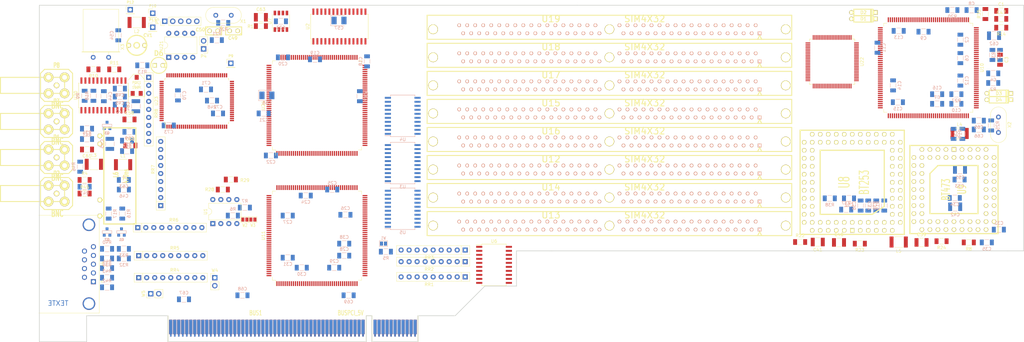
<source format=kicad_pcb>
(kicad_pcb (version 20171130) (host pcbnew 5.1.5-52549c5~84~ubuntu18.04.1)
  (title_block (title "KiCad demo") (date 2015-10-14) (rev 1.A))
  (layers (0 top_copper signal) (1 GND_layer signal) (2 VCC_layer signal) (31 bottom_copper signal) (34 B.Paste user) (35 F.Paste user) (36 B.SilkS user) (37 F.SilkS user) (38 B.Mask user) (39 F.Mask user) (44 Edge.Cuts user))
  (net 0 "")
  (net 1 +12V)
  (net 2 +3.3V)
  (net 3 +5F)
  (net 4 /ESVIDEO-RVB/DPC0)
  (net 5 /ESVIDEO-RVB/DPC1)
  (net 6 /ESVIDEO-RVB/DPC2)
  (net 7 /ESVIDEO-RVB/DPC4)
  (net 8 /ESVIDEO-RVB/DPC5)
  (net 9 /ESVIDEO-RVB/DPC7)
  (net 10 /ESVIDEO-RVB/OE_RVB-)
  (net 11 /ESVIDEO-RVB/PCA0)
  (net 12 /ESVIDEO-RVB/PCA2)
  (net 13 /ESVIDEO-RVB/REF+)
  (net 14 /ESVIDEO-RVB/TVB2)
  (net 15 /ESVIDEO-RVB/TVB3)
  (net 16 /ESVIDEO-RVB/TVG0)
  (net 17 /ESVIDEO-RVB/TVG1)
  (net 18 /ESVIDEO-RVB/TVG2)
  (net 19 /ESVIDEO-RVB/TVG3)
  (net 20 /ESVIDEO-RVB/TVG4)
  (net 21 /ESVIDEO-RVB/TVG5)
  (net 22 /ESVIDEO-RVB/TVR0)
  (net 23 /ESVIDEO-RVB/TVR1)
  (net 24 /ESVIDEO-RVB/TVR2)
  (net 25 /ESVIDEO-RVB/TVR5)
  (net 26 /ESVIDEO-RVB/TVR6)
  (net 27 /ESVIDEO-RVB/TVR7)
  (net 28 /ESVIDEO-RVB/VAA)
  (net 29 /RAMS/MXA0)
  (net 30 /RAMS/MXA1)
  (net 31 /RAMS/MXA10)
  (net 32 /RAMS/MXA2)
  (net 33 /RAMS/MXA3)
  (net 34 /RAMS/MXA4)
  (net 35 /RAMS/MXA5)
  (net 36 /RAMS/MXA6)
  (net 37 /RAMS/MXA7)
  (net 38 /RAMS/MXA8)
  (net 39 /RAMS/MXA9)
  (net 40 /RAMS/TVRAM0)
  (net 41 /RAMS/TVRAM1)
  (net 42 /RAMS/TVRAM10)
  (net 43 /RAMS/TVRAM11)
  (net 44 /RAMS/TVRAM12)
  (net 45 /RAMS/TVRAM13)
  (net 46 /RAMS/TVRAM14)
  (net 47 /RAMS/TVRAM15)
  (net 48 /RAMS/TVRAM16)
  (net 49 /RAMS/TVRAM17)
  (net 50 /RAMS/TVRAM18)
  (net 51 /RAMS/TVRAM19)
  (net 52 /RAMS/TVRAM2)
  (net 53 /RAMS/TVRAM20)
  (net 54 /RAMS/TVRAM21)
  (net 55 /RAMS/TVRAM22)
  (net 56 /RAMS/TVRAM23)
  (net 57 /RAMS/TVRAM24)
  (net 58 /RAMS/TVRAM25)
  (net 59 /RAMS/TVRAM26)
  (net 60 /RAMS/TVRAM27)
  (net 61 /RAMS/TVRAM28)
  (net 62 /RAMS/TVRAM29)
  (net 63 /RAMS/TVRAM3)
  (net 64 /RAMS/TVRAM30)
  (net 65 /RAMS/TVRAM31)
  (net 66 /RAMS/TVRAM4)
  (net 67 /RAMS/TVRAM5)
  (net 68 /RAMS/TVRAM6)
  (net 69 /RAMS/TVRAM7)
  (net 70 /RAMS/TVRAM8)
  (net 71 /RAMS/TVRAM9)
  (net 72 /buspci.sch/ADR6)
  (net 73 /buspci.sch/EA1)
  (net 74 /buspci.sch/EA10)
  (net 75 /buspci.sch/EA11)
  (net 76 /buspci.sch/EA12)
  (net 77 /buspci.sch/EA13)
  (net 78 /buspci.sch/EA14)
  (net 79 /buspci.sch/EA15)
  (net 80 /buspci.sch/EA2)
  (net 81 /buspci.sch/EA3)
  (net 82 /buspci.sch/EA4)
  (net 83 /buspci.sch/EA5)
  (net 84 /buspci.sch/EA6)
  (net 85 /buspci.sch/EA7)
  (net 86 /buspci.sch/EA9)
  (net 87 /buspci.sch/EQ0)
  (net 88 /buspci.sch/EQ1)
  (net 89 /buspci.sch/EQ2)
  (net 90 /buspci.sch/EQ3)
  (net 91 /buspci.sch/EQ4)
  (net 92 /buspci.sch/EQ5)
  (net 93 /buspci.sch/EQ6)
  (net 94 /buspci.sch/EQ7)
  (net 95 /buspci.sch/PTBE-1)
  (net 96 /buspci.sch/P_AD0)
  (net 97 /buspci.sch/P_AD1)
  (net 98 /buspci.sch/P_AD10)
  (net 99 /buspci.sch/P_AD11)
  (net 100 /buspci.sch/P_AD12)
  (net 101 /buspci.sch/P_AD13)
  (net 102 /buspci.sch/P_AD14)
  (net 103 /buspci.sch/P_AD15)
  (net 104 /buspci.sch/P_AD16)
  (net 105 /buspci.sch/P_AD17)
  (net 106 /buspci.sch/P_AD18)
  (net 107 /buspci.sch/P_AD19)
  (net 108 /buspci.sch/P_AD2)
  (net 109 /buspci.sch/P_AD20)
  (net 110 /buspci.sch/P_AD21)
  (net 111 /buspci.sch/P_AD22)
  (net 112 /buspci.sch/P_AD23)
  (net 113 /buspci.sch/P_AD24)
  (net 114 /buspci.sch/P_AD25)
  (net 115 /buspci.sch/P_AD26)
  (net 116 /buspci.sch/P_AD27)
  (net 117 /buspci.sch/P_AD28)
  (net 118 /buspci.sch/P_AD29)
  (net 119 /buspci.sch/P_AD3)
  (net 120 /buspci.sch/P_AD30)
  (net 121 /buspci.sch/P_AD31)
  (net 122 /buspci.sch/P_AD4)
  (net 123 /buspci.sch/P_AD5)
  (net 124 /buspci.sch/P_AD6)
  (net 125 /buspci.sch/P_AD7)
  (net 126 /buspci.sch/P_AD8)
  (net 127 /buspci.sch/P_AD9)
  (net 128 /buspci.sch/P_C/BE0#)
  (net 129 /buspci.sch/P_C/BE1#)
  (net 130 /buspci.sch/P_C/BE2#)
  (net 131 /buspci.sch/P_C/BE3#)
  (net 132 /buspci.sch/P_CLK)
  (net 133 /buspci.sch/P_DEVSEL#)
  (net 134 /buspci.sch/P_FRAME#)
  (net 135 /buspci.sch/P_GNT#)
  (net 136 /buspci.sch/P_IDSEL)
  (net 137 /buspci.sch/P_INTA#)
  (net 138 /buspci.sch/P_IRDY#)
  (net 139 /buspci.sch/P_LOCK#)
  (net 140 /buspci.sch/P_PAR)
  (net 141 /buspci.sch/P_PERR#)
  (net 142 /buspci.sch/P_REQ#)
  (net 143 /buspci.sch/P_RST#)
  (net 144 /buspci.sch/P_SERR#)
  (net 145 /buspci.sch/P_STOP#)
  (net 146 /buspci.sch/P_TRDY#)
  (net 147 /graphic/14MHZOUT)
  (net 148 /graphic/CCLK)
  (net 149 /graphic/CLK10MHz)
  (net 150 /graphic/CSIO-)
  (net 151 /graphic/DIN)
  (net 152 /graphic/DONE)
  (net 153 /graphic/HDOUT)
  (net 154 /graphic/HDREFOUT)
  (net 155 /graphic/IA0)
  (net 156 /graphic/IA1)
  (net 157 /graphic/IA2)
  (net 158 /graphic/IA3)
  (net 159 /graphic/IA4)
  (net 160 /graphic/IA5)
  (net 161 /graphic/IA6)
  (net 162 /graphic/IA7)
  (net 163 /graphic/IA8)
  (net 164 /graphic/IA9)
  (net 165 /graphic/ICAS-)
  (net 166 /graphic/ID0)
  (net 167 /graphic/ID1)
  (net 168 /graphic/ID2)
  (net 169 /graphic/ID3)
  (net 170 /graphic/IOE-)
  (net 171 /graphic/IRAS-)
  (net 172 /graphic/IWR-)
  (net 173 /graphic/LED)
  (net 174 /graphic/PROG*)
  (net 175 /graphic/RESERV1)
  (net 176 /graphic/VOSC)
  (net 177 /graphic/XTAL_I)
  (net 178 /graphic/X_DIN)
  (net 179 /modul/CHROM)
  (net 180 /modul/CVBS)
  (net 181 /modul/CVBSOUT)
  (net 182 /modul/LUM)
  (net 183 /muxdata/DPC10)
  (net 184 /muxdata/DPC11)
  (net 185 /muxdata/DPC12)
  (net 186 /muxdata/DPC13)
  (net 187 /muxdata/DPC14)
  (net 188 /muxdata/DPC15)
  (net 189 /muxdata/DPC16)
  (net 190 /muxdata/DPC17)
  (net 191 /muxdata/DPC18)
  (net 192 /muxdata/DPC19)
  (net 193 /muxdata/DPC20)
  (net 194 /muxdata/DPC21)
  (net 195 /muxdata/DPC22)
  (net 196 /muxdata/DPC23)
  (net 197 /muxdata/DPC24)
  (net 198 /muxdata/DPC25)
  (net 199 /muxdata/DPC26)
  (net 200 /muxdata/DPC27)
  (net 201 /muxdata/DPC28)
  (net 202 /muxdata/DPC29)
  (net 203 /muxdata/DPC30)
  (net 204 /muxdata/DPC31)
  (net 205 /muxdata/DPC8)
  (net 206 /muxdata/DPC9)
  (net 207 /pal-ntsc.sch/C-VIDEO)
  (net 208 /pal-ntsc.sch/VAF)
  (net 209 /pal-ntsc.sch/Y-VIDEO)
  (net 210 /pal-ntsc.sch/Y_SYNC)
  (net 211 GND)
  (net 212 "Net-(BUS1-PadB1)")
  (net 213 "Net-(BUS1-PadB2)")
  (net 214 "Net-(BUS1-PadA4)")
  (net 215 "Net-(BUS1-PadB7)")
  (net 216 "Net-(BUS1-PadB8)")
  (net 217 "Net-(BUS1-PadB9)")
  (net 218 "Net-(BUS1-PadB10)")
  (net 219 "Net-(BUS1-PadB11)")
  (net 220 "Net-(BUS1-PadB14)")
  (net 221 "Net-(BUS1-PadB60)")
  (net 222 "Net-(BUS1-PadA1)")
  (net 223 "Net-(BUS1-PadA3)")
  (net 224 "Net-(BUS1-PadA7)")
  (net 225 "Net-(BUS1-PadA9)")
  (net 226 "Net-(BUS1-PadA11)")
  (net 227 "Net-(BUS1-PadA14)")
  (net 228 "Net-(BUS1-PadA19)")
  (net 229 "Net-(BUS1-PadA40)")
  (net 230 "Net-(BUS1-PadA41)")
  (net 231 "Net-(BUS1-PadA60)")
  (net 232 "Net-(C1-Pad1)")
  (net 233 "Net-(C1-Pad2)")
  (net 234 "Net-(C3-Pad1)")
  (net 235 "Net-(C4-Pad1)")
  (net 236 "Net-(C5-Pad1)")
  (net 237 "Net-(C5-Pad2)")
  (net 238 "Net-(C6-Pad1)")
  (net 239 "Net-(C7-Pad1)")
  (net 240 "Net-(C8-Pad1)")
  (net 241 "Net-(C8-Pad2)")
  (net 242 "Net-(C16-Pad1)")
  (net 243 "Net-(C32-Pad2)")
  (net 244 "Net-(C34-Pad2)")
  (net 245 "Net-(C35-Pad2)")
  (net 246 "Net-(C36-Pad1)")
  (net 247 "Net-(C36-Pad2)")
  (net 248 "Net-(C39-Pad1)")
  (net 249 "Net-(C39-Pad2)")
  (net 250 "Net-(C40-Pad1)")
  (net 251 "Net-(C40-Pad2)")
  (net 252 "Net-(C41-Pad1)")
  (net 253 "Net-(C41-Pad2)")
  (net 254 "Net-(C43-Pad1)")
  (net 255 "Net-(C44-Pad1)")
  (net 256 "Net-(C45-Pad1)")
  (net 257 "Net-(C46-Pad1)")
  (net 258 "Net-(C48-Pad2)")
  (net 259 "Net-(C49-Pad1)")
  (net 260 "Net-(C54-Pad1)")
  (net 261 "Net-(C58-Pad1)")
  (net 262 "Net-(C59-Pad1)")
  (net 263 "Net-(C60-Pad1)")
  (net 264 "Net-(C61-Pad1)")
  (net 265 "Net-(C61-Pad2)")
  (net 266 "Net-(C65-Pad2)")
  (net 267 "Net-(C66-Pad2)")
  (net 268 "Net-(CV1-Pad1)")
  (net 269 "Net-(D6-Pad1)")
  (net 270 "Net-(L1-Pad1)")
  (net 271 "Net-(L6-Pad1)")
  (net 272 "Net-(L6-Pad2)")
  (net 273 "Net-(P4-Pad1)")
  (net 274 "Net-(P9-Pad1)")
  (net 275 "Net-(P10-Pad1)")
  (net 276 "Net-(P11-Pad1)")
  (net 277 "Net-(POT1-Pad1)")
  (net 278 "Net-(Q1-Pad1)")
  (net 279 "Net-(Q1-Pad2)")
  (net 280 "Net-(Q2-Pad1)")
  (net 281 "Net-(Q2-Pad2)")
  (net 282 "Net-(Q3-Pad1)")
  (net 283 "Net-(Q3-Pad2)")
  (net 284 "Net-(R4-Pad1)")
  (net 285 "Net-(R5-Pad1)")
  (net 286 "Net-(R6-Pad1)")
  (net 287 "Net-(R7-Pad1)")
  (net 288 "Net-(R9-Pad2)")
  (net 289 "Net-(R10-Pad2)")
  (net 290 "Net-(R19-Pad2)")
  (net 291 "Net-(R27-Pad1)")
  (net 292 "Net-(R28-Pad2)")
  (net 293 "Net-(R29-Pad2)")
  (net 294 "Net-(R36-Pad2)")
  (net 295 "Net-(R38-Pad1)")
  (net 296 /ESVIDEO-RVB/DPC3)
  (net 297 /ESVIDEO-RVB/DPC6)
  (net 298 /ESVIDEO-RVB/PCA1)
  (net 299 /ESVIDEO-RVB/TVB7)
  (net 300 /ESVIDEO-RVB/TVB6)
  (net 301 /ESVIDEO-RVB/TVB5)
  (net 302 /ESVIDEO-RVB/TVB4)
  (net 303 /ESVIDEO-RVB/TVB1)
  (net 304 /ESVIDEO-RVB/TVB0)
  (net 305 /ESVIDEO-RVB/TVG7)
  (net 306 /ESVIDEO-RVB/TVG6)
  (net 307 /ESVIDEO-RVB/TVR4)
  (net 308 /ESVIDEO-RVB/TVR3)
  (net 309 "Net-(U8-Pad58)")
  (net 310 "Net-(U8-Pad60)")
  (net 311 "Net-(U8-Pad62)")
  (net 312 /ESVIDEO-RVB/TVI0)
  (net 313 /ESVIDEO-RVB/TVI1)
  (net 314 /buspci.sch/BE-3)
  (net 315 /buspci.sch/BE-2)
  (net 316 /buspci.sch/BE-1)
  (net 317 /buspci.sch/ADR5)
  (net 318 /buspci.sch/ADR4)
  (net 319 /buspci.sch/ADR3)
  (net 320 /buspci.sch/ADR2)
  (net 321 /buspci.sch/BE-0)
  (net 322 /buspci.sch/PTBE-0)
  (net 323 /buspci.sch/PTBE-2)
  (net 324 /buspci.sch/PTBE-3)
  (net 325 "Net-(U20-Pad23)")
  (net 326 +5V)
  (net 327 /GREEN_IN)
  (net 328 /RED_IN)
  (net 329 /RED_OUT)
  (net 330 /GREEN_OUT)
  (net 331 /BLUE_OUT)
  (net 332 /C_OUT)
  (net 333 /Y_OUT)
  (net 334 /BLUE_IN)
  (net 335 /CSYNC-OUT)
  (net 336 /IRQ_SRL)
  (net 337 /SELECT-)
  (net 338 //PCWR)
  (net 339 //PCRD)
  (net 340 /PTATN-)
  (net 341 /X_IRQ)
  (net 342 /PTADR-)
  (net 343 /RDFIFO-)
  (net 344 /WRFIFDO-)
  (net 345 /PTRDY-)
  (net 346 /ACCES_RAM-)
  (net 347 /WRITE_RAM)
  (net 348 /CSYNCIN-)
  (net 349 /RDCAD-)
  (net 350 /WRCAD-)
  (net 351 /CLAMP)
  (net 352 /CLKCAD)
  (net 353 /BLANK-)
  (net 354 /CLKCDA)
  (net 355 /RDCDA-)
  (net 356 /WRCDA-)
  (net 357 /OE_PAL-)
  (net 358 /VD_PAL-)
  (net 359 /HD_PAL-)
  (net 360 /BT812_WR-)
  (net 361 /BT812_RD-)
  (net 362 /SYSRST-)
  (net 363 /F_PALIN)
  (net 364 /PTNUM1)
  (net 365 /PTNUM0)
  (net 366 /IRQ-)
  (net 367 /BPCLK)
  (net 368 /WRFULL)
  (net 369 /RDEMPTY)
  (net 370 /PTWR)
  (net 371 /PTBURST)
  (net 372 /RAS5-)
  (net 373 /CAS0-)
  (net 374 /CAS1-)
  (net 375 /CAS2-)
  (net 376 /CAS3-)
  (net 377 /WRAM-)
  (net 378 /RAS7-)
  (net 379 /RAS6-)
  (net 380 /RAS3-)
  (net 381 /RAS4-)
  (net 382 /RAS2-)
  (net 383 /RAS1-)
  (net 384 /RAS0-)
  (net 385 /X_PROG-)
  (net 386 /X_DATA)
  (net 387 /X_CLK)
  (net 388 /ACQ_ON)
  (net 389 /X_DONE)
  (net 390 "Net-(U18-Pad67)")
  (net 391 "Net-(U18-Pad68)")
  (net 392 "Net-(U18-Pad69)")
  (net 393 "Net-(U18-Pad70)")
  (net 394 "Net-(U12-Pad67)")
  (net 395 "Net-(U12-Pad68)")
  (net 396 "Net-(U12-Pad69)")
  (net 397 "Net-(U12-Pad70)")
  (net 398 "Net-(U13-Pad67)")
  (net 399 "Net-(U13-Pad68)")
  (net 400 "Net-(U13-Pad69)")
  (net 401 "Net-(U13-Pad70)")
  (net 402 "Net-(U14-Pad67)")
  (net 403 "Net-(U14-Pad68)")
  (net 404 "Net-(U14-Pad69)")
  (net 405 "Net-(U14-Pad70)")
  (net 406 "Net-(U15-Pad67)")
  (net 407 "Net-(U15-Pad68)")
  (net 408 "Net-(U15-Pad69)")
  (net 409 "Net-(U15-Pad70)")
  (net 410 "Net-(U17-Pad67)")
  (net 411 "Net-(U17-Pad68)")
  (net 412 "Net-(U17-Pad69)")
  (net 413 "Net-(U17-Pad70)")
  (net 414 "Net-(U19-Pad67)")
  (net 415 "Net-(U19-Pad68)")
  (net 416 "Net-(U19-Pad69)")
  (net 417 "Net-(U19-Pad70)")
  (net 418 "Net-(U16-Pad67)")
  (net 419 "Net-(U16-Pad68)")
  (net 420 "Net-(U16-Pad69)")
  (net 421 "Net-(U16-Pad70)")
  (net 422 "Net-(U8-Pad4)")
  (net 423 "Net-(U8-Pad5)")
  (net 424 "Net-(U8-Pad74)")
  (net 425 "Net-(U8-Pad77)")
  (net 426 "Net-(U8-Pad81)")
  (net 427 "Net-(U9-Pad5)")
  (net 428 "Net-(U9-Pad6)")
  (net 429 "Net-(U9-Pad27)")
  (net 430 "Net-(U9-Pad30)")
  (net 431 "Net-(U7-Pad8)")
  (net 432 "Net-(U20-Pad5)")
  (net 433 "Net-(U20-Pad4)")
  (net 434 "Net-(U20-Pad3)")
  (net 435 "Net-(U20-Pad1)")
  (net 436 "Net-(U22-Pad76)")
  (net 437 "Net-(U22-Pad73)")
  (net 438 "Net-(U22-Pad66)")
  (net 439 "Net-(U22-Pad65)")
  (net 440 "Net-(U22-Pad30)")
  (net 441 "Net-(U22-Pad27)")
  (net 442 "Net-(U22-Pad16)")
  (net 443 "Net-(U22-Pad15)")
  (net 444 "Net-(U22-Pad14)")
  (net 445 "Net-(U22-Pad10)")
  (net 446 "Net-(U22-Pad6)")
  (net 447 "Net-(U22-Pad5)")
  (net 448 "Net-(U22-Pad4)")
  (net 449 "Net-(U22-Pad3)")
  (net 450 "Net-(U24-Pad121)")
  (net 451 "Net-(U24-Pad84)")
  (net 452 "Net-(U10-Pad154)")
  (net 453 "Net-(U10-Pad152)")
  (net 454 "Net-(U10-Pad150)")
  (net 455 "Net-(U10-Pad131)")
  (net 456 "Net-(U10-Pad129)")
  (net 457 "Net-(U10-Pad127)")
  (net 458 "Net-(U10-Pad107)")
  (net 459 "Net-(U10-Pad106)")
  (net 460 "Net-(U10-Pad105)")
  (net 461 "Net-(U10-Pad101)")
  (net 462 "Net-(U10-Pad38)")
  (net 463 "Net-(U10-Pad37)")
  (net 464 "Net-(U10-Pad35)")
  (net 465 "Net-(U10-Pad33)")
  (net 466 "Net-(U10-Pad32)")
  (net 467 "Net-(U10-Pad29)")
  (net 468 "Net-(U10-Pad28)")
  (net 469 "Net-(U10-Pad27)")
  (net 470 "Net-(U10-Pad26)")
  (net 471 "Net-(U10-Pad25)")
  (net 472 "Net-(U23-Pad100)")
  (net 473 "Net-(U23-Pad99)")
  (net 474 "Net-(U23-Pad98)")
  (net 475 "Net-(U23-Pad79)")
  (net 476 "Net-(U23-Pad76)")
  (net 477 "Net-(U23-Pad68)")
  (net 478 "Net-(U23-Pad62)")
  (net 479 "Net-(U23-Pad60)")
  (net 480 "Net-(U23-Pad58)")
  (net 481 "Net-(U23-Pad50)")
  (net 482 "Net-(U23-Pad49)")
  (net 483 "Net-(U23-Pad33)")
  (net 484 "Net-(U23-Pad31)")
  (net 485 "Net-(U23-Pad2)")
  (net 486 "Net-(U21-Pad6)")
  (module Connector_Dsub:DSUB-9_Female_Horizontal_P2.77x2.84mm_EdgePinOffset14.56mm_Housed_MountingHolesOffset15.98mm (layer top_copper) (at 70.739 144.145 270)
    (fp_text reference J4 (at -5.54 -2.8 270) (layer F.SilkS))
    (fp_text value DB9FEM)
    (pad 0 thru_hole circle (at 6.96 1.42 270) (size 4 4) (drill 3.2) (layers *.Cu *.Mask))
    (pad 0 thru_hole circle (at -18.04 1.42 270) (size 4 4) (drill 3.2) (layers *.Cu *.Mask))
    (pad 9 thru_hole circle (at -9.695 2.84 270) (size 1.6 1.6) (drill 1) (layers *.Cu *.Mask) (net 333 /Y_OUT))
    (pad 8 thru_hole circle (at -6.925 2.84 270) (size 1.6 1.6) (drill 1) (layers *.Cu *.Mask) (net 332 /C_OUT))
    (pad 7 thru_hole circle (at -4.155 2.84 270) (size 1.6 1.6) (drill 1) (layers *.Cu *.Mask) (net 211 GND))
    (pad 6 thru_hole circle (at -1.385 2.84 270) (size 1.6 1.6) (drill 1) (layers *.Cu *.Mask) (net 211 GND))
    (pad 5 thru_hole circle (at -11.08 0 270) (size 1.6 1.6) (drill 1) (layers *.Cu *.Mask) (net 211 GND))
    (pad 4 thru_hole circle (at -8.31 0 270) (size 1.6 1.6) (drill 1) (layers *.Cu *.Mask) (net 211 GND))
    (pad 3 thru_hole circle (at -5.54 0 270) (size 1.6 1.6) (drill 1) (layers *.Cu *.Mask) (net 331 /BLUE_OUT))
    (pad 2 thru_hole circle (at -2.77 0 270) (size 1.6 1.6) (drill 1) (layers *.Cu *.Mask) (net 330 /GREEN_OUT))
    (pad 1 thru_hole rect (at 0 0 270) (size 1.6 1.6) (drill 1) (layers *.Cu *.Mask) (net 329 /RED_OUT))
  )
  (module Resistor_SMD:R_1206_3216Metric_Pad1.24x1.80mm_HandSolder (layer bottom_copper) (at 150.241 132.08 180)
    (fp_text reference C38 (at 0 2.05 180) (layer B.SilkS) (effects (justify mirror)))
    (fp_text value 4,7uF)
    (pad 2 smd rect (at 1.5925 0 180) (size 1.245 1.8) (layers bottom_copper B.Paste B.Mask) (net 211 GND))
    (pad 1 smd rect (at -1.5925 0 180) (size 1.245 1.8) (layers bottom_copper B.Paste B.Mask) (net 326 +5V))
  )
  (module Capacitor_Tantalum_SMD:CP_EIA-3528-21_Kemet-B_Pad1.63x2.40mm_HandSolder (layer bottom_copper) (at 148.59 61.341)
    (fp_text reference C57 (at 0 2.35) (layer B.SilkS) (effects (justify mirror)))
    (fp_text value 4.7uF)
    (pad 2 smd rect (at 1.5675 0) (size 1.635 2.4) (layers bottom_copper B.Paste B.Mask) (net 211 GND))
    (pad 1 smd rect (at -1.5675 0) (size 1.635 2.4) (layers bottom_copper B.Paste B.Mask) (net 326 +5V))
  )
  (module Capacitor_Tantalum_SMD:CP_EIA-3528-21_Kemet-B_Pad1.63x2.40mm_HandSolder (layer bottom_copper) (at 125.73 85.09)
    (fp_text reference C56 (at 0 2.35) (layer B.SilkS) (effects (justify mirror)))
    (fp_text value 4.7uF)
    (pad 2 smd rect (at 1.5675 0) (size 1.635 2.4) (layers bottom_copper B.Paste B.Mask) (net 211 GND))
    (pad 1 smd rect (at -1.5675 0) (size 1.635 2.4) (layers bottom_copper B.Paste B.Mask) (net 326 +5V))
  )
  (module Connector_PinHeader_2.54mm:PinHeader_1x02_P2.54mm_Vertical (layer top_copper) (at 88.9 147.955 90)
    (fp_text reference W5 (at 0 -2.33 90) (layer F.SilkS))
    (fp_text value TEST)
    (pad 2 thru_hole oval (at 0 2.54 90) (size 1.7 1.7) (drill 1) (layers *.Cu *.Mask) (net 217 "Net-(BUS1-PadB9)"))
    (pad 1 thru_hole rect (at 0 0 90) (size 1.7 1.7) (drill 1) (layers *.Cu *.Mask) (net 211 GND))
  )
  (module Connector_PinHeader_2.54mm:PinHeader_1x02_P2.54mm_Vertical (layer top_copper) (at 109.22 142.875)
    (fp_text reference W4 (at 0 -2.33) (layer F.SilkS))
    (fp_text value TEST)
    (pad 2 thru_hole oval (at 0 2.54) (size 1.7 1.7) (drill 1) (layers *.Cu *.Mask) (net 219 "Net-(BUS1-PadB11)"))
    (pad 1 thru_hole rect (at 0 0) (size 1.7 1.7) (drill 1) (layers *.Cu *.Mask) (net 211 GND))
  )
  (module Connector_PinHeader_2.54mm:PinHeader_1x01_P2.54mm_Vertical (layer top_copper) (at 82.423 57.912)
    (fp_text reference P12 (at 0 -2.33) (layer F.SilkS) (effects (font (size 0.8 0.8))))
    (fp_text value CONN_1)
    (pad 1 thru_hole rect (at 0 0) (size 1.7 1.7) (drill 1) (layers *.Cu *.Mask) (net 211 GND))
  )
  (module Connector_PinHeader_2.54mm:PinHeader_1x01_P2.54mm_Vertical (layer top_copper) (at 89.535 63.5)
    (fp_text reference P11 (at 0 -2.33) (layer F.SilkS) (effects (font (size 0.8 0.8))))
    (fp_text value CONN_1)
    (pad 1 thru_hole rect (at 0 0) (size 1.7 1.7) (drill 1) (layers *.Cu *.Mask) (net 276 "Net-(P11-Pad1)"))
  )
  (module Connector_PinHeader_2.54mm:PinHeader_1x01_P2.54mm_Vertical (layer top_copper) (at 89.535 59.055)
    (fp_text reference P10 (at 0 -2.33) (layer F.SilkS) (effects (font (size 0.8 0.8))))
    (fp_text value CONN_1)
    (pad 1 thru_hole rect (at 0 0) (size 1.7 1.7) (drill 1) (layers *.Cu *.Mask) (net 275 "Net-(P10-Pad1)"))
  )
  (module Connector_PinHeader_2.54mm:PinHeader_1x01_P2.54mm_Vertical (layer top_copper) (at 114.3 74.93)
    (fp_text reference P9 (at 0 -2.33) (layer F.SilkS) (effects (font (size 0.8 0.8))))
    (fp_text value CONN_1)
    (pad 1 thru_hole rect (at 0 0) (size 1.7 1.7) (drill 1) (layers *.Cu *.Mask) (net 274 "Net-(P9-Pad1)"))
  )
  (module Connector_PinHeader_2.54mm:PinHeader_1x02_P2.54mm_Vertical (layer top_copper) (at 105.664 70.358 180)
    (fp_text reference P4 (at 0 -2.33 180) (layer F.SilkS))
    (fp_text value CONN_2)
    (pad 2 thru_hole oval (at 0 2.54 180) (size 1.7 1.7) (drill 1) (layers *.Cu *.Mask) (net 211 GND))
    (pad 1 thru_hole rect (at 0 0 180) (size 1.7 1.7) (drill 1) (layers *.Cu *.Mask) (net 273 "Net-(P4-Pad1)"))
  )
  (module Resistor_SMD:R_1210_3225Metric_Pad1.24x2.70mm_HandSolder (layer top_copper) (at 333.248 131.699)
    (fp_text reference C39 (at 0 -2.5) (layer F.SilkS))
    (fp_text value 1uF)
    (pad 2 smd rect (at 1.5925 0) (size 1.245 2.7) (layers top_copper F.Paste F.Mask) (net 249 "Net-(C39-Pad2)"))
    (pad 1 smd rect (at -1.5925 0) (size 1.245 2.7) (layers top_copper F.Paste F.Mask) (net 248 "Net-(C39-Pad1)"))
  )
  (module Resistor_SMD:R_1210_3225Metric_Pad1.24x2.70mm_HandSolder (layer top_copper) (at 307.086 131.699)
    (fp_text reference C40 (at 0 -2.5) (layer F.SilkS))
    (fp_text value 1uF)
    (pad 2 smd rect (at 1.5925 0) (size 1.245 2.7) (layers top_copper F.Paste F.Mask) (net 251 "Net-(C40-Pad2)"))
    (pad 1 smd rect (at -1.5925 0) (size 1.245 2.7) (layers top_copper F.Paste F.Mask) (net 250 "Net-(C40-Pad1)"))
  )
  (module Resistor_SMD:R_1210_3225Metric_Pad1.24x2.70mm_HandSolder (layer top_copper) (at 300.355 131.572 180)
    (fp_text reference C41 (at 0 -2.5 180) (layer F.SilkS))
    (fp_text value 1uF)
    (pad 2 smd rect (at 1.5925 0 180) (size 1.245 2.7) (layers top_copper F.Paste F.Mask) (net 253 "Net-(C41-Pad2)"))
    (pad 1 smd rect (at -1.5925 0 180) (size 1.245 2.7) (layers top_copper F.Paste F.Mask) (net 252 "Net-(C41-Pad1)"))
  )
  (module Resistor_SMD:R_1210_3225Metric_Pad1.24x2.70mm_HandSolder (layer bottom_copper) (at 343.916 120.396)
    (fp_text reference C42 (at 0 2.5) (layer B.SilkS) (effects (justify mirror)))
    (fp_text value 2.2uF)
    (pad 2 smd rect (at 1.5925 0) (size 1.245 2.7) (layers bottom_copper B.Paste B.Mask) (net 244 "Net-(C34-Pad2)"))
    (pad 1 smd rect (at -1.5925 0) (size 1.245 2.7) (layers bottom_copper B.Paste B.Mask) (net 28 /ESVIDEO-RVB/VAA))
  )
  (module Resistor_SMD:R_1210_3225Metric_Pad1.24x2.70mm_HandSolder (layer bottom_copper) (at 345.44 108.585)
    (fp_text reference C51 (at 0 2.5) (layer B.SilkS) (effects (justify mirror)))
    (fp_text value 22uF)
    (pad 2 smd rect (at 1.5925 0) (size 1.245 2.7) (layers bottom_copper B.Paste B.Mask) (net 211 GND))
    (pad 1 smd rect (at -1.5925 0) (size 1.245 2.7) (layers bottom_copper B.Paste B.Mask) (net 28 /ESVIDEO-RVB/VAA))
  )
  (module Resistor_SMD:R_1210_3225Metric_Pad1.24x2.70mm_HandSolder (layer bottom_copper) (at 75.946 100.457 270)
    (fp_text reference C55 (at 0 2.5 270) (layer B.SilkS) (effects (justify mirror)))
    (fp_text value 4.7uF)
    (pad 2 smd rect (at 1.5925 0 270) (size 1.245 2.7) (layers bottom_copper B.Paste B.Mask) (net 211 GND))
    (pad 1 smd rect (at -1.5925 0 270) (size 1.245 2.7) (layers bottom_copper B.Paste B.Mask) (net 3 +5F))
  )
  (module Resistor_SMD:R_1210_3225Metric_Pad1.24x2.70mm_HandSolder (layer bottom_copper) (at 356.235 66.167)
    (fp_text reference C62 (at 0 2.5) (layer B.SilkS) (effects (justify mirror)))
    (fp_text value 47uF)
    (pad 2 smd rect (at 1.5925 0) (size 1.245 2.7) (layers bottom_copper B.Paste B.Mask) (net 211 GND))
    (pad 1 smd rect (at -1.5925 0) (size 1.245 2.7) (layers bottom_copper B.Paste B.Mask) (net 208 /pal-ntsc.sch/VAF))
  )
  (module Resistor_SMD:R_1210_3225Metric_Pad1.24x2.70mm_HandSolder (layer top_copper) (at 123.825 60.325)
    (fp_text reference C63 (at 0 -2.5) (layer F.SilkS))
    (fp_text value 47uF)
    (pad 2 smd rect (at 1.5925 0) (size 1.245 2.7) (layers top_copper F.Paste F.Mask) (net 211 GND))
    (pad 1 smd rect (at -1.5925 0) (size 1.245 2.7) (layers top_copper F.Paste F.Mask) (net 176 /graphic/VOSC))
  )
  (module Resistor_SMD:R_1210_3225Metric_Pad1.24x2.70mm_HandSolder (layer bottom_copper) (at 84.201 88.519 270)
    (fp_text reference C64 (at 0 2.5 270) (layer B.SilkS) (effects (justify mirror)))
    (fp_text value 6,8uF)
    (pad 2 smd rect (at 1.5925 0 270) (size 1.245 2.7) (layers bottom_copper B.Paste B.Mask) (net 211 GND))
    (pad 1 smd rect (at -1.5925 0 270) (size 1.245 2.7) (layers bottom_copper B.Paste B.Mask) (net 258 "Net-(C48-Pad2)"))
  )
  (module Resistor_SMD:R_1812_4532Metric_Pad1.24x3.50mm_HandSolder (layer top_copper) (at 80.137 107.061)
    (fp_text reference L1 (at 0 -2.85) (layer F.SilkS))
    (fp_text value 2,2uH)
    (pad 2 smd rect (at 2.2625 0) (size 1.245 3.5) (layers top_copper F.Paste F.Mask) (net 257 "Net-(C46-Pad1)"))
    (pad 1 smd rect (at -2.2625 0) (size 1.245 3.5) (layers top_copper F.Paste F.Mask) (net 270 "Net-(L1-Pad1)"))
  )
  (module Resistor_SMD:R_1812_4532Metric_Pad1.24x3.50mm_HandSolder (layer top_copper) (at 84.455 61.976 180)
    (fp_text reference L2 (at 0 -2.85 180) (layer F.SilkS))
    (fp_text value 22uH)
    (pad 2 smd rect (at 2.2625 0 180) (size 1.245 3.5) (layers top_copper F.Paste F.Mask) (net 260 "Net-(C54-Pad1)"))
    (pad 1 smd rect (at -2.2625 0 180) (size 1.245 3.5) (layers top_copper F.Paste F.Mask) (net 326 +5V))
  )
  (module Resistor_SMD:R_1812_4532Metric_Pad1.24x3.50mm_HandSolder (layer top_copper) (at 70.866 106.934)
    (fp_text reference L3 (at 0 -2.85) (layer F.SilkS))
    (fp_text value 22uH)
    (pad 2 smd rect (at 2.2625 0) (size 1.245 3.5) (layers top_copper F.Paste F.Mask) (net 3 +5F))
    (pad 1 smd rect (at -2.2625 0) (size 1.245 3.5) (layers top_copper F.Paste F.Mask) (net 326 +5V))
  )
  (module Resistor_SMD:R_1812_4532Metric_Pad1.24x3.50mm_HandSolder (layer top_copper) (at 345.313 97.155)
    (fp_text reference L4 (at 0 -2.85) (layer F.SilkS))
    (fp_text value 22uF)
    (pad 2 smd rect (at 2.2625 0) (size 1.245 3.5) (layers top_copper F.Paste F.Mask) (net 208 /pal-ntsc.sch/VAF))
    (pad 1 smd rect (at -2.2625 0) (size 1.245 3.5) (layers top_copper F.Paste F.Mask) (net 326 +5V))
  )
  (module Resistor_SMD:R_1812_4532Metric_Pad1.24x3.50mm_HandSolder (layer top_copper) (at 326.009 131.572 180)
    (fp_text reference L5 (at 0 -2.85 180) (layer F.SilkS))
    (fp_text value 22uH)
    (pad 2 smd rect (at 2.2625 0 180) (size 1.245 3.5) (layers top_copper F.Paste F.Mask) (net 28 /ESVIDEO-RVB/VAA))
    (pad 1 smd rect (at -2.2625 0 180) (size 1.245 3.5) (layers top_copper F.Paste F.Mask) (net 326 +5V))
  )
  (module Resistor_SMD:R_1206_3216Metric_Pad1.24x1.80mm_HandSolder (layer top_copper) (at 68.707 102.235 180)
    (fp_text reference C61 (at 0 -2.05 180) (layer F.SilkS))
    (fp_text value 47nF)
    (pad 2 smd rect (at 1.5925 0 180) (size 1.245 1.8) (layers top_copper F.Paste F.Mask) (net 265 "Net-(C61-Pad2)"))
    (pad 1 smd rect (at -1.5925 0 180) (size 1.245 1.8) (layers top_copper F.Paste F.Mask) (net 264 "Net-(C61-Pad1)"))
  )
  (module Package_QFP:PQFP-160_28x28mm_P0.65mm (layer top_copper) (at 141.605 88.265 90)
    (fp_text reference U24 (at 0 -17 90) (layer F.SilkS))
    (fp_text value XC4005-PQ160)
    (pad 160 smd rect (at -12.675 -15.22 90) (size 0.38 1.53) (layers top_copper F.Paste F.Mask) (net 326 +5V))
    (pad 159 smd rect (at -12.025 -15.22 90) (size 0.38 1.53) (layers top_copper F.Paste F.Mask) (net 150 /graphic/CSIO-))
    (pad 158 smd rect (at -11.375 -15.22 90) (size 0.38 1.53) (layers top_copper F.Paste F.Mask) (net 322 /buspci.sch/PTBE-0))
    (pad 157 smd rect (at -10.725 -15.22 90) (size 0.38 1.53) (layers top_copper F.Paste F.Mask) (net 95 /buspci.sch/PTBE-1))
    (pad 156 smd rect (at -10.075 -15.22 90) (size 0.38 1.53) (layers top_copper F.Paste F.Mask) (net 323 /buspci.sch/PTBE-2))
    (pad 155 smd rect (at -9.425 -15.22 90) (size 0.38 1.53) (layers top_copper F.Paste F.Mask) (net 324 /buspci.sch/PTBE-3))
    (pad 154 smd rect (at -8.775 -15.22 90) (size 0.38 1.53) (layers top_copper F.Paste F.Mask) (net 364 /PTNUM1))
    (pad 153 smd rect (at -8.125 -15.22 90) (size 0.38 1.53) (layers top_copper F.Paste F.Mask))
    (pad 152 smd rect (at -7.475 -15.22 90) (size 0.38 1.53) (layers top_copper F.Paste F.Mask))
    (pad 151 smd rect (at -6.825 -15.22 90) (size 0.38 1.53) (layers top_copper F.Paste F.Mask) (net 211 GND))
    (pad 150 smd rect (at -6.175 -15.22 90) (size 0.38 1.53) (layers top_copper F.Paste F.Mask) (net 365 /PTNUM0))
    (pad 149 smd rect (at -5.525 -15.22 90) (size 0.38 1.53) (layers top_copper F.Paste F.Mask) (net 366 /IRQ-))
    (pad 148 smd rect (at -4.875 -15.22 90) (size 0.38 1.53) (layers top_copper F.Paste F.Mask) (net 362 /SYSRST-))
    (pad 147 smd rect (at -4.225 -15.22 90) (size 0.38 1.53) (layers top_copper F.Paste F.Mask) (net 314 /buspci.sch/BE-3))
    (pad 146 smd rect (at -3.575 -15.22 90) (size 0.38 1.53) (layers top_copper F.Paste F.Mask) (net 315 /buspci.sch/BE-2))
    (pad 145 smd rect (at -2.925 -15.22 90) (size 0.38 1.53) (layers top_copper F.Paste F.Mask) (net 316 /buspci.sch/BE-1))
    (pad 144 smd rect (at -2.275 -15.22 90) (size 0.38 1.53) (layers top_copper F.Paste F.Mask) (net 321 /buspci.sch/BE-0))
    (pad 143 smd rect (at -1.625 -15.22 90) (size 0.38 1.53) (layers top_copper F.Paste F.Mask) (net 72 /buspci.sch/ADR6))
    (pad 142 smd rect (at -0.975 -15.22 90) (size 0.38 1.53) (layers top_copper F.Paste F.Mask) (net 326 +5V))
    (pad 141 smd rect (at -0.325 -15.22 90) (size 0.38 1.53) (layers top_copper F.Paste F.Mask) (net 211 GND))
    (pad 140 smd rect (at 0.325 -15.22 90) (size 0.38 1.53) (layers top_copper F.Paste F.Mask) (net 317 /buspci.sch/ADR5))
    (pad 139 smd rect (at 0.975 -15.22 90) (size 0.38 1.53) (layers top_copper F.Paste F.Mask) (net 318 /buspci.sch/ADR4))
    (pad 138 smd rect (at 1.625 -15.22 90) (size 0.38 1.53) (layers top_copper F.Paste F.Mask) (net 319 /buspci.sch/ADR3))
    (pad 137 smd rect (at 2.275 -15.22 90) (size 0.38 1.53) (layers top_copper F.Paste F.Mask) (net 320 /buspci.sch/ADR2))
    (pad 136 smd rect (at 2.925 -15.22 90) (size 0.38 1.53) (layers top_copper F.Paste F.Mask))
    (pad 135 smd rect (at 3.575 -15.22 90) (size 0.38 1.53) (layers top_copper F.Paste F.Mask) (net 337 /SELECT-))
    (pad 134 smd rect (at 4.225 -15.22 90) (size 0.38 1.53) (layers top_copper F.Paste F.Mask) (net 336 /IRQ_SRL))
    (pad 133 smd rect (at 4.875 -15.22 90) (size 0.38 1.53) (layers top_copper F.Paste F.Mask) (net 339 //PCRD))
    (pad 132 smd rect (at 5.525 -15.22 90) (size 0.38 1.53) (layers top_copper F.Paste F.Mask) (net 338 //PCWR))
    (pad 131 smd rect (at 6.175 -15.22 90) (size 0.38 1.53) (layers top_copper F.Paste F.Mask) (net 211 GND))
    (pad 130 smd rect (at 6.825 -15.22 90) (size 0.38 1.53) (layers top_copper F.Paste F.Mask))
    (pad 129 smd rect (at 7.475 -15.22 90) (size 0.38 1.53) (layers top_copper F.Paste F.Mask))
    (pad 128 smd rect (at 8.125 -15.22 90) (size 0.38 1.53) (layers top_copper F.Paste F.Mask) (net 29 /RAMS/MXA0))
    (pad 127 smd rect (at 8.775 -15.22 90) (size 0.38 1.53) (layers top_copper F.Paste F.Mask) (net 30 /RAMS/MXA1))
    (pad 126 smd rect (at 9.425 -15.22 90) (size 0.38 1.53) (layers top_copper F.Paste F.Mask) (net 32 /RAMS/MXA2))
    (pad 125 smd rect (at 10.075 -15.22 90) (size 0.38 1.53) (layers top_copper F.Paste F.Mask) (net 33 /RAMS/MXA3))
    (pad 124 smd rect (at 10.725 -15.22 90) (size 0.38 1.53) (layers top_copper F.Paste F.Mask) (net 34 /RAMS/MXA4))
    (pad 123 smd rect (at 11.375 -15.22 90) (size 0.38 1.53) (layers top_copper F.Paste F.Mask) (net 35 /RAMS/MXA5))
    (pad 122 smd rect (at 12.025 -15.22 90) (size 0.38 1.53) (layers top_copper F.Paste F.Mask) (net 211 GND))
    (pad 121 smd rect (at 12.675 -15.22 90) (size 0.38 1.53) (layers top_copper F.Paste F.Mask) (net 450 "Net-(U24-Pad121)"))
    (pad 41 smd rect (at -12.675 15.22 90) (size 0.38 1.53) (layers top_copper F.Paste F.Mask) (net 326 +5V))
    (pad 80 smd rect (at 12.675 15.22 90) (size 0.38 1.53) (layers top_copper F.Paste F.Mask) (net 389 /X_DONE))
    (pad 79 smd rect (at 12.025 15.22 90) (size 0.38 1.53) (layers top_copper F.Paste F.Mask) (net 211 GND))
    (pad 78 smd rect (at 11.375 15.22 90) (size 0.38 1.53) (layers top_copper F.Paste F.Mask) (net 162 /graphic/IA7))
    (pad 77 smd rect (at 10.725 15.22 90) (size 0.38 1.53) (layers top_copper F.Paste F.Mask) (net 352 /CLKCAD))
    (pad 76 smd rect (at 10.075 15.22 90) (size 0.38 1.53) (layers top_copper F.Paste F.Mask) (net 354 /CLKCDA))
    (pad 75 smd rect (at 9.425 15.22 90) (size 0.38 1.53) (layers top_copper F.Paste F.Mask) (net 351 /CLAMP))
    (pad 74 smd rect (at 8.775 15.22 90) (size 0.38 1.53) (layers top_copper F.Paste F.Mask) (net 384 /RAS0-))
    (pad 73 smd rect (at 8.125 15.22 90) (size 0.38 1.53) (layers top_copper F.Paste F.Mask) (net 383 /RAS1-))
    (pad 72 smd rect (at 7.475 15.22 90) (size 0.38 1.53) (layers top_copper F.Paste F.Mask))
    (pad 71 smd rect (at 6.825 15.22 90) (size 0.38 1.53) (layers top_copper F.Paste F.Mask))
    (pad 70 smd rect (at 6.175 15.22 90) (size 0.38 1.53) (layers top_copper F.Paste F.Mask) (net 211 GND))
    (pad 69 smd rect (at 5.525 15.22 90) (size 0.38 1.53) (layers top_copper F.Paste F.Mask) (net 382 /RAS2-))
    (pad 68 smd rect (at 4.875 15.22 90) (size 0.38 1.53) (layers top_copper F.Paste F.Mask) (net 380 /RAS3-))
    (pad 67 smd rect (at 4.225 15.22 90) (size 0.38 1.53) (layers top_copper F.Paste F.Mask) (net 381 /RAS4-))
    (pad 66 smd rect (at 3.575 15.22 90) (size 0.38 1.53) (layers top_copper F.Paste F.Mask) (net 372 /RAS5-))
    (pad 65 smd rect (at 2.925 15.22 90) (size 0.38 1.53) (layers top_copper F.Paste F.Mask) (net 379 /RAS6-))
    (pad 64 smd rect (at 2.275 15.22 90) (size 0.38 1.53) (layers top_copper F.Paste F.Mask) (net 378 /RAS7-))
    (pad 63 smd rect (at 1.625 15.22 90) (size 0.38 1.53) (layers top_copper F.Paste F.Mask) (net 377 /WRAM-))
    (pad 62 smd rect (at 0.975 15.22 90) (size 0.38 1.53) (layers top_copper F.Paste F.Mask) (net 376 /CAS3-))
    (pad 61 smd rect (at 0.325 15.22 90) (size 0.38 1.53) (layers top_copper F.Paste F.Mask) (net 211 GND))
    (pad 60 smd rect (at -0.325 15.22 90) (size 0.38 1.53) (layers top_copper F.Paste F.Mask) (net 326 +5V))
    (pad 59 smd rect (at -0.975 15.22 90) (size 0.38 1.53) (layers top_copper F.Paste F.Mask) (net 375 /CAS2-))
    (pad 58 smd rect (at -1.625 15.22 90) (size 0.38 1.53) (layers top_copper F.Paste F.Mask) (net 374 /CAS1-))
    (pad 57 smd rect (at -2.275 15.22 90) (size 0.38 1.53) (layers top_copper F.Paste F.Mask) (net 373 /CAS0-))
    (pad 56 smd rect (at -2.925 15.22 90) (size 0.38 1.53) (layers top_copper F.Paste F.Mask) (net 346 /ACCES_RAM-))
    (pad 55 smd rect (at -3.575 15.22 90) (size 0.38 1.53) (layers top_copper F.Paste F.Mask) (net 347 /WRITE_RAM))
    (pad 54 smd rect (at -4.225 15.22 90) (size 0.38 1.53) (layers top_copper F.Paste F.Mask) (net 348 /CSYNCIN-))
    (pad 53 smd rect (at -4.875 15.22 90) (size 0.38 1.53) (layers top_copper F.Paste F.Mask) (net 353 /BLANK-))
    (pad 52 smd rect (at -5.525 15.22 90) (size 0.38 1.53) (layers top_copper F.Paste F.Mask) (net 359 /HD_PAL-))
    (pad 51 smd rect (at -6.175 15.22 90) (size 0.38 1.53) (layers top_copper F.Paste F.Mask) (net 211 GND))
    (pad 50 smd rect (at -6.825 15.22 90) (size 0.38 1.53) (layers top_copper F.Paste F.Mask))
    (pad 49 smd rect (at -7.475 15.22 90) (size 0.38 1.53) (layers top_copper F.Paste F.Mask))
    (pad 48 smd rect (at -8.125 15.22 90) (size 0.38 1.53) (layers top_copper F.Paste F.Mask) (net 388 /ACQ_ON))
    (pad 47 smd rect (at -8.775 15.22 90) (size 0.38 1.53) (layers top_copper F.Paste F.Mask) (net 188 /muxdata/DPC15))
    (pad 46 smd rect (at -9.425 15.22 90) (size 0.38 1.53) (layers top_copper F.Paste F.Mask) (net 187 /muxdata/DPC14))
    (pad 45 smd rect (at -10.075 15.22 90) (size 0.38 1.53) (layers top_copper F.Paste F.Mask) (net 186 /muxdata/DPC13))
    (pad 44 smd rect (at -10.725 15.22 90) (size 0.38 1.53) (layers top_copper F.Paste F.Mask) (net 175 /graphic/RESERV1))
    (pad 43 smd rect (at -11.375 15.22 90) (size 0.38 1.53) (layers top_copper F.Paste F.Mask) (net 363 /F_PALIN))
    (pad 42 smd rect (at -12.025 15.22 90) (size 0.38 1.53) (layers top_copper F.Paste F.Mask) (net 326 +5V))
    (pad 120 smd rect (at 15.22 -12.675 90) (size 1.53 0.38) (layers top_copper F.Paste F.Mask) (net 326 +5V))
    (pad 119 smd rect (at 15.22 -12.025 90) (size 1.53 0.38) (layers top_copper F.Paste F.Mask) (net 387 /X_CLK))
    (pad 118 smd rect (at 15.22 -11.375 90) (size 1.53 0.38) (layers top_copper F.Paste F.Mask) (net 386 /X_DATA))
    (pad 117 smd rect (at 15.22 -10.725 90) (size 1.53 0.38) (layers top_copper F.Paste F.Mask) (net 178 /graphic/X_DIN))
    (pad 116 smd rect (at 15.22 -10.075 90) (size 1.53 0.38) (layers top_copper F.Paste F.Mask) (net 36 /RAMS/MXA6))
    (pad 115 smd rect (at 15.22 -9.425 90) (size 1.53 0.38) (layers top_copper F.Paste F.Mask) (net 37 /RAMS/MXA7))
    (pad 114 smd rect (at 15.22 -8.775 90) (size 1.53 0.38) (layers top_copper F.Paste F.Mask) (net 38 /RAMS/MXA8))
    (pad 113 smd rect (at 15.22 -8.125 90) (size 1.53 0.38) (layers top_copper F.Paste F.Mask) (net 39 /RAMS/MXA9))
    (pad 112 smd rect (at 15.22 -7.475 90) (size 1.53 0.38) (layers top_copper F.Paste F.Mask))
    (pad 111 smd rect (at 15.22 -6.825 90) (size 1.53 0.38) (layers top_copper F.Paste F.Mask))
    (pad 110 smd rect (at 15.22 -6.175 90) (size 1.53 0.38) (layers top_copper F.Paste F.Mask) (net 211 GND))
    (pad 109 smd rect (at 15.22 -5.525 90) (size 1.53 0.38) (layers top_copper F.Paste F.Mask) (net 31 /RAMS/MXA10))
    (pad 108 smd rect (at 15.22 -4.875 90) (size 1.53 0.38) (layers top_copper F.Paste F.Mask) (net 312 /ESVIDEO-RVB/TVI0))
    (pad 107 smd rect (at 15.22 -4.225 90) (size 1.53 0.38) (layers top_copper F.Paste F.Mask) (net 313 /ESVIDEO-RVB/TVI1))
    (pad 106 smd rect (at 15.22 -3.575 90) (size 1.53 0.38) (layers top_copper F.Paste F.Mask) (net 169 /graphic/ID3))
    (pad 105 smd rect (at 15.22 -2.925 90) (size 1.53 0.38) (layers top_copper F.Paste F.Mask) (net 168 /graphic/ID2))
    (pad 104 smd rect (at 15.22 -2.275 90) (size 1.53 0.38) (layers top_copper F.Paste F.Mask) (net 165 /graphic/ICAS-))
    (pad 103 smd rect (at 15.22 -1.625 90) (size 1.53 0.38) (layers top_copper F.Paste F.Mask) (net 170 /graphic/IOE-))
    (pad 102 smd rect (at 15.22 -0.975 90) (size 1.53 0.38) (layers top_copper F.Paste F.Mask) (net 166 /graphic/ID0))
    (pad 101 smd rect (at 15.22 -0.325 90) (size 1.53 0.38) (layers top_copper F.Paste F.Mask) (net 211 GND))
    (pad 100 smd rect (at 15.22 0.325 90) (size 1.53 0.38) (layers top_copper F.Paste F.Mask) (net 326 +5V))
    (pad 99 smd rect (at 15.22 0.975 90) (size 1.53 0.38) (layers top_copper F.Paste F.Mask) (net 167 /graphic/ID1))
    (pad 98 smd rect (at 15.22 1.625 90) (size 1.53 0.38) (layers top_copper F.Paste F.Mask) (net 172 /graphic/IWR-))
    (pad 97 smd rect (at 15.22 2.275 90) (size 1.53 0.38) (layers top_copper F.Paste F.Mask) (net 171 /graphic/IRAS-))
    (pad 96 smd rect (at 15.22 2.925 90) (size 1.53 0.38) (layers top_copper F.Paste F.Mask) (net 164 /graphic/IA9))
    (pad 95 smd rect (at 15.22 3.575 90) (size 1.53 0.38) (layers top_copper F.Paste F.Mask) (net 147 /graphic/14MHZOUT))
    (pad 94 smd rect (at 15.22 4.225 90) (size 1.53 0.38) (layers top_copper F.Paste F.Mask) (net 155 /graphic/IA0))
    (pad 93 smd rect (at 15.22 4.875 90) (size 1.53 0.38) (layers top_copper F.Paste F.Mask) (net 163 /graphic/IA8))
    (pad 92 smd rect (at 15.22 5.525 90) (size 1.53 0.38) (layers top_copper F.Paste F.Mask) (net 156 /graphic/IA1))
    (pad 91 smd rect (at 15.22 6.175 90) (size 1.53 0.38) (layers top_copper F.Paste F.Mask) (net 211 GND))
    (pad 90 smd rect (at 15.22 6.825 90) (size 1.53 0.38) (layers top_copper F.Paste F.Mask))
    (pad 89 smd rect (at 15.22 7.475 90) (size 1.53 0.38) (layers top_copper F.Paste F.Mask))
    (pad 88 smd rect (at 15.22 8.125 90) (size 1.53 0.38) (layers top_copper F.Paste F.Mask) (net 157 /graphic/IA2))
    (pad 87 smd rect (at 15.22 8.775 90) (size 1.53 0.38) (layers top_copper F.Paste F.Mask) (net 158 /graphic/IA3))
    (pad 86 smd rect (at 15.22 9.425 90) (size 1.53 0.38) (layers top_copper F.Paste F.Mask) (net 159 /graphic/IA4))
    (pad 85 smd rect (at 15.22 10.075 90) (size 1.53 0.38) (layers top_copper F.Paste F.Mask) (net 160 /graphic/IA5))
    (pad 84 smd rect (at 15.22 10.725 90) (size 1.53 0.38) (layers top_copper F.Paste F.Mask) (net 451 "Net-(U24-Pad84)"))
    (pad 83 smd rect (at 15.22 11.375 90) (size 1.53 0.38) (layers top_copper F.Paste F.Mask) (net 161 /graphic/IA6))
    (pad 82 smd rect (at 15.22 12.025 90) (size 1.53 0.38) (layers top_copper F.Paste F.Mask) (net 385 /X_PROG-))
    (pad 81 smd rect (at 15.22 12.675 90) (size 1.53 0.38) (layers top_copper F.Paste F.Mask) (net 326 +5V))
    (pad 40 smd rect (at -15.22 12.675 90) (size 1.53 0.38) (layers top_copper F.Paste F.Mask) (net 326 +5V))
    (pad 39 smd rect (at -15.22 12.025 90) (size 1.53 0.38) (layers top_copper F.Paste F.Mask) (net 211 GND))
    (pad 38 smd rect (at -15.22 11.375 90) (size 1.53 0.38) (layers top_copper F.Paste F.Mask) (net 326 +5V))
    (pad 37 smd rect (at -15.22 10.725 90) (size 1.53 0.38) (layers top_copper F.Paste F.Mask) (net 358 /VD_PAL-))
    (pad 36 smd rect (at -15.22 10.075 90) (size 1.53 0.38) (layers top_copper F.Paste F.Mask) (net 185 /muxdata/DPC12))
    (pad 35 smd rect (at -15.22 9.425 90) (size 1.53 0.38) (layers top_copper F.Paste F.Mask) (net 184 /muxdata/DPC11))
    (pad 34 smd rect (at -15.22 8.775 90) (size 1.53 0.38) (layers top_copper F.Paste F.Mask) (net 183 /muxdata/DPC10))
    (pad 33 smd rect (at -15.22 8.125 90) (size 1.53 0.38) (layers top_copper F.Paste F.Mask) (net 206 /muxdata/DPC9))
    (pad 32 smd rect (at -15.22 7.475 90) (size 1.53 0.38) (layers top_copper F.Paste F.Mask) (net 205 /muxdata/DPC8))
    (pad 31 smd rect (at -15.22 6.825 90) (size 1.53 0.38) (layers top_copper F.Paste F.Mask))
    (pad 30 smd rect (at -15.22 6.175 90) (size 1.53 0.38) (layers top_copper F.Paste F.Mask))
    (pad 29 smd rect (at -15.22 5.525 90) (size 1.53 0.38) (layers top_copper F.Paste F.Mask) (net 211 GND))
    (pad 28 smd rect (at -15.22 4.875 90) (size 1.53 0.38) (layers top_copper F.Paste F.Mask) (net 9 /ESVIDEO-RVB/DPC7))
    (pad 27 smd rect (at -15.22 4.225 90) (size 1.53 0.38) (layers top_copper F.Paste F.Mask) (net 297 /ESVIDEO-RVB/DPC6))
    (pad 26 smd rect (at -15.22 3.575 90) (size 1.53 0.38) (layers top_copper F.Paste F.Mask) (net 8 /ESVIDEO-RVB/DPC5))
    (pad 25 smd rect (at -15.22 2.925 90) (size 1.53 0.38) (layers top_copper F.Paste F.Mask) (net 7 /ESVIDEO-RVB/DPC4))
    (pad 24 smd rect (at -15.22 2.275 90) (size 1.53 0.38) (layers top_copper F.Paste F.Mask) (net 296 /ESVIDEO-RVB/DPC3))
    (pad 23 smd rect (at -15.22 1.625 90) (size 1.53 0.38) (layers top_copper F.Paste F.Mask) (net 6 /ESVIDEO-RVB/DPC2))
    (pad 22 smd rect (at -15.22 0.975 90) (size 1.53 0.38) (layers top_copper F.Paste F.Mask) (net 5 /ESVIDEO-RVB/DPC1))
    (pad 21 smd rect (at -15.22 0.325 90) (size 1.53 0.38) (layers top_copper F.Paste F.Mask) (net 4 /ESVIDEO-RVB/DPC0))
    (pad 20 smd rect (at -15.22 -0.325 90) (size 1.53 0.38) (layers top_copper F.Paste F.Mask) (net 326 +5V))
    (pad 19 smd rect (at -15.22 -0.975 90) (size 1.53 0.38) (layers top_copper F.Paste F.Mask) (net 211 GND))
    (pad 18 smd rect (at -15.22 -1.625 90) (size 1.53 0.38) (layers top_copper F.Paste F.Mask) (net 344 /WRFIFDO-))
    (pad 17 smd rect (at -15.22 -2.275 90) (size 1.53 0.38) (layers top_copper F.Paste F.Mask) (net 368 /WRFULL))
    (pad 16 smd rect (at -15.22 -2.925 90) (size 1.53 0.38) (layers top_copper F.Paste F.Mask) (net 343 /RDFIFO-))
    (pad 15 smd rect (at -15.22 -3.575 90) (size 1.53 0.38) (layers top_copper F.Paste F.Mask) (net 369 /RDEMPTY))
    (pad 14 smd rect (at -15.22 -4.225 90) (size 1.53 0.38) (layers top_copper F.Paste F.Mask) (net 342 /PTADR-))
    (pad 13 smd rect (at -15.22 -4.875 90) (size 1.53 0.38) (layers top_copper F.Paste F.Mask) (net 335 /CSYNC-OUT))
    (pad 12 smd rect (at -15.22 -5.525 90) (size 1.53 0.38) (layers top_copper F.Paste F.Mask) (net 370 /PTWR))
    (pad 11 smd rect (at -15.22 -6.175 90) (size 1.53 0.38) (layers top_copper F.Paste F.Mask) (net 341 /X_IRQ))
    (pad 10 smd rect (at -15.22 -6.825 90) (size 1.53 0.38) (layers top_copper F.Paste F.Mask) (net 211 GND))
    (pad 9 smd rect (at -15.22 -7.475 90) (size 1.53 0.38) (layers top_copper F.Paste F.Mask))
    (pad 8 smd rect (at -15.22 -8.125 90) (size 1.53 0.38) (layers top_copper F.Paste F.Mask))
    (pad 7 smd rect (at -15.22 -8.775 90) (size 1.53 0.38) (layers top_copper F.Paste F.Mask) (net 153 /graphic/HDOUT))
    (pad 6 smd rect (at -15.22 -9.425 90) (size 1.53 0.38) (layers top_copper F.Paste F.Mask) (net 154 /graphic/HDREFOUT))
    (pad 5 smd rect (at -15.22 -10.075 90) (size 1.53 0.38) (layers top_copper F.Paste F.Mask) (net 371 /PTBURST))
    (pad 4 smd rect (at -15.22 -10.725 90) (size 1.53 0.38) (layers top_copper F.Paste F.Mask) (net 340 /PTATN-))
    (pad 3 smd rect (at -15.22 -11.375 90) (size 1.53 0.38) (layers top_copper F.Paste F.Mask) (net 345 /PTRDY-))
    (pad 2 smd rect (at -15.22 -12.025 90) (size 1.53 0.38) (layers top_copper F.Paste F.Mask) (net 149 /graphic/CLK10MHz))
    (pad 1 smd rect (at -15.22 -12.675 90) (size 1.53 0.38) (layers top_copper F.Paste F.Mask) (net 211 GND))
  )
  (module Package_QFP:PQFP-160_28x28mm_P0.65mm (layer top_copper) (at 335.407 76.327 270)
    (fp_text reference U10 (at 0 -17 270) (layer F.SilkS))
    (fp_text value BT812)
    (pad 160 smd rect (at -12.675 -15.22 270) (size 0.38 1.53) (layers top_copper F.Paste F.Mask) (net 208 /pal-ntsc.sch/VAF))
    (pad 159 smd rect (at -12.025 -15.22 270) (size 0.38 1.53) (layers top_copper F.Paste F.Mask) (net 208 /pal-ntsc.sch/VAF))
    (pad 158 smd rect (at -11.375 -15.22 270) (size 0.38 1.53) (layers top_copper F.Paste F.Mask) (net 208 /pal-ntsc.sch/VAF))
    (pad 157 smd rect (at -10.725 -15.22 270) (size 0.38 1.53) (layers top_copper F.Paste F.Mask) (net 211 GND))
    (pad 156 smd rect (at -10.075 -15.22 270) (size 0.38 1.53) (layers top_copper F.Paste F.Mask) (net 209 /pal-ntsc.sch/Y-VIDEO))
    (pad 155 smd rect (at -9.425 -15.22 270) (size 0.38 1.53) (layers top_copper F.Paste F.Mask) (net 211 GND))
    (pad 154 smd rect (at -8.775 -15.22 270) (size 0.38 1.53) (layers top_copper F.Paste F.Mask) (net 452 "Net-(U10-Pad154)"))
    (pad 153 smd rect (at -8.125 -15.22 270) (size 0.38 1.53) (layers top_copper F.Paste F.Mask) (net 211 GND))
    (pad 152 smd rect (at -7.475 -15.22 270) (size 0.38 1.53) (layers top_copper F.Paste F.Mask) (net 453 "Net-(U10-Pad152)"))
    (pad 151 smd rect (at -6.825 -15.22 270) (size 0.38 1.53) (layers top_copper F.Paste F.Mask) (net 211 GND))
    (pad 150 smd rect (at -6.175 -15.22 270) (size 0.38 1.53) (layers top_copper F.Paste F.Mask) (net 454 "Net-(U10-Pad150)"))
    (pad 149 smd rect (at -5.525 -15.22 270) (size 0.38 1.53) (layers top_copper F.Paste F.Mask) (net 208 /pal-ntsc.sch/VAF))
    (pad 148 smd rect (at -4.875 -15.22 270) (size 0.38 1.53) (layers top_copper F.Paste F.Mask))
    (pad 147 smd rect (at -4.225 -15.22 270) (size 0.38 1.53) (layers top_copper F.Paste F.Mask) (net 211 GND))
    (pad 146 smd rect (at -3.575 -15.22 270) (size 0.38 1.53) (layers top_copper F.Paste F.Mask))
    (pad 145 smd rect (at -2.925 -15.22 270) (size 0.38 1.53) (layers top_copper F.Paste F.Mask) (net 211 GND))
    (pad 144 smd rect (at -2.275 -15.22 270) (size 0.38 1.53) (layers top_copper F.Paste F.Mask) (net 238 "Net-(C6-Pad1)"))
    (pad 143 smd rect (at -1.625 -15.22 270) (size 0.38 1.53) (layers top_copper F.Paste F.Mask) (net 211 GND))
    (pad 142 smd rect (at -0.975 -15.22 270) (size 0.38 1.53) (layers top_copper F.Paste F.Mask) (net 208 /pal-ntsc.sch/VAF))
    (pad 141 smd rect (at -0.325 -15.22 270) (size 0.38 1.53) (layers top_copper F.Paste F.Mask) (net 208 /pal-ntsc.sch/VAF))
    (pad 140 smd rect (at 0.325 -15.22 270) (size 0.38 1.53) (layers top_copper F.Paste F.Mask) (net 233 "Net-(C1-Pad2)"))
    (pad 139 smd rect (at 0.975 -15.22 270) (size 0.38 1.53) (layers top_copper F.Paste F.Mask) (net 211 GND))
    (pad 138 smd rect (at 1.625 -15.22 270) (size 0.38 1.53) (layers top_copper F.Paste F.Mask) (net 211 GND))
    (pad 137 smd rect (at 2.275 -15.22 270) (size 0.38 1.53) (layers top_copper F.Paste F.Mask) (net 238 "Net-(C6-Pad1)"))
    (pad 136 smd rect (at 2.925 -15.22 270) (size 0.38 1.53) (layers top_copper F.Paste F.Mask) (net 211 GND))
    (pad 135 smd rect (at 3.575 -15.22 270) (size 0.38 1.53) (layers top_copper F.Paste F.Mask) (net 291 "Net-(R27-Pad1)"))
    (pad 134 smd rect (at 4.225 -15.22 270) (size 0.38 1.53) (layers top_copper F.Paste F.Mask) (net 211 GND))
    (pad 133 smd rect (at 4.875 -15.22 270) (size 0.38 1.53) (layers top_copper F.Paste F.Mask))
    (pad 132 smd rect (at 5.525 -15.22 270) (size 0.38 1.53) (layers top_copper F.Paste F.Mask) (net 208 /pal-ntsc.sch/VAF))
    (pad 131 smd rect (at 6.175 -15.22 270) (size 0.38 1.53) (layers top_copper F.Paste F.Mask) (net 455 "Net-(U10-Pad131)"))
    (pad 130 smd rect (at 6.825 -15.22 270) (size 0.38 1.53) (layers top_copper F.Paste F.Mask) (net 211 GND))
    (pad 129 smd rect (at 7.475 -15.22 270) (size 0.38 1.53) (layers top_copper F.Paste F.Mask) (net 456 "Net-(U10-Pad129)"))
    (pad 128 smd rect (at 8.125 -15.22 270) (size 0.38 1.53) (layers top_copper F.Paste F.Mask) (net 211 GND))
    (pad 127 smd rect (at 8.775 -15.22 270) (size 0.38 1.53) (layers top_copper F.Paste F.Mask) (net 457 "Net-(U10-Pad127)"))
    (pad 126 smd rect (at 9.425 -15.22 270) (size 0.38 1.53) (layers top_copper F.Paste F.Mask) (net 211 GND))
    (pad 125 smd rect (at 10.075 -15.22 270) (size 0.38 1.53) (layers top_copper F.Paste F.Mask) (net 207 /pal-ntsc.sch/C-VIDEO))
    (pad 124 smd rect (at 10.725 -15.22 270) (size 0.38 1.53) (layers top_copper F.Paste F.Mask) (net 211 GND))
    (pad 123 smd rect (at 11.375 -15.22 270) (size 0.38 1.53) (layers top_copper F.Paste F.Mask) (net 208 /pal-ntsc.sch/VAF))
    (pad 122 smd rect (at 12.025 -15.22 270) (size 0.38 1.53) (layers top_copper F.Paste F.Mask) (net 208 /pal-ntsc.sch/VAF))
    (pad 121 smd rect (at 12.675 -15.22 270) (size 0.38 1.53) (layers top_copper F.Paste F.Mask) (net 208 /pal-ntsc.sch/VAF))
    (pad 41 smd rect (at -12.675 15.22 270) (size 0.38 1.53) (layers top_copper F.Paste F.Mask) (net 208 /pal-ntsc.sch/VAF))
    (pad 80 smd rect (at 12.675 15.22 270) (size 0.38 1.53) (layers top_copper F.Paste F.Mask) (net 208 /pal-ntsc.sch/VAF))
    (pad 79 smd rect (at 12.025 15.22 270) (size 0.38 1.53) (layers top_copper F.Paste F.Mask) (net 208 /pal-ntsc.sch/VAF))
    (pad 78 smd rect (at 11.375 15.22 270) (size 0.38 1.53) (layers top_copper F.Paste F.Mask) (net 208 /pal-ntsc.sch/VAF))
    (pad 77 smd rect (at 10.725 15.22 270) (size 0.38 1.53) (layers top_copper F.Paste F.Mask))
    (pad 76 smd rect (at 10.075 15.22 270) (size 0.38 1.53) (layers top_copper F.Paste F.Mask) (net 326 +5V))
    (pad 75 smd rect (at 9.425 15.22 270) (size 0.38 1.53) (layers top_copper F.Paste F.Mask) (net 211 GND))
    (pad 74 smd rect (at 8.775 15.22 270) (size 0.38 1.53) (layers top_copper F.Paste F.Mask) (net 16 /ESVIDEO-RVB/TVG0))
    (pad 73 smd rect (at 8.125 15.22 270) (size 0.38 1.53) (layers top_copper F.Paste F.Mask) (net 17 /ESVIDEO-RVB/TVG1))
    (pad 72 smd rect (at 7.475 15.22 270) (size 0.38 1.53) (layers top_copper F.Paste F.Mask) (net 18 /ESVIDEO-RVB/TVG2))
    (pad 71 smd rect (at 6.825 15.22 270) (size 0.38 1.53) (layers top_copper F.Paste F.Mask) (net 19 /ESVIDEO-RVB/TVG3))
    (pad 70 smd rect (at 6.175 15.22 270) (size 0.38 1.53) (layers top_copper F.Paste F.Mask) (net 20 /ESVIDEO-RVB/TVG4))
    (pad 69 smd rect (at 5.525 15.22 270) (size 0.38 1.53) (layers top_copper F.Paste F.Mask) (net 21 /ESVIDEO-RVB/TVG5))
    (pad 68 smd rect (at 4.875 15.22 270) (size 0.38 1.53) (layers top_copper F.Paste F.Mask) (net 306 /ESVIDEO-RVB/TVG6))
    (pad 67 smd rect (at 4.225 15.22 270) (size 0.38 1.53) (layers top_copper F.Paste F.Mask) (net 305 /ESVIDEO-RVB/TVG7))
    (pad 66 smd rect (at 3.575 15.22 270) (size 0.38 1.53) (layers top_copper F.Paste F.Mask) (net 211 GND))
    (pad 65 smd rect (at 2.925 15.22 270) (size 0.38 1.53) (layers top_copper F.Paste F.Mask) (net 22 /ESVIDEO-RVB/TVR0))
    (pad 64 smd rect (at 2.275 15.22 270) (size 0.38 1.53) (layers top_copper F.Paste F.Mask) (net 23 /ESVIDEO-RVB/TVR1))
    (pad 63 smd rect (at 1.625 15.22 270) (size 0.38 1.53) (layers top_copper F.Paste F.Mask) (net 24 /ESVIDEO-RVB/TVR2))
    (pad 62 smd rect (at 0.975 15.22 270) (size 0.38 1.53) (layers top_copper F.Paste F.Mask) (net 308 /ESVIDEO-RVB/TVR3))
    (pad 61 smd rect (at 0.325 15.22 270) (size 0.38 1.53) (layers top_copper F.Paste F.Mask) (net 307 /ESVIDEO-RVB/TVR4))
    (pad 60 smd rect (at -0.325 15.22 270) (size 0.38 1.53) (layers top_copper F.Paste F.Mask) (net 25 /ESVIDEO-RVB/TVR5))
    (pad 59 smd rect (at -0.975 15.22 270) (size 0.38 1.53) (layers top_copper F.Paste F.Mask) (net 26 /ESVIDEO-RVB/TVR6))
    (pad 58 smd rect (at -1.625 15.22 270) (size 0.38 1.53) (layers top_copper F.Paste F.Mask) (net 27 /ESVIDEO-RVB/TVR7))
    (pad 57 smd rect (at -2.275 15.22 270) (size 0.38 1.53) (layers top_copper F.Paste F.Mask) (net 326 +5V))
    (pad 56 smd rect (at -2.925 15.22 270) (size 0.38 1.53) (layers top_copper F.Paste F.Mask) (net 211 GND))
    (pad 55 smd rect (at -3.575 15.22 270) (size 0.38 1.53) (layers top_copper F.Paste F.Mask) (net 304 /ESVIDEO-RVB/TVB0))
    (pad 54 smd rect (at -4.225 15.22 270) (size 0.38 1.53) (layers top_copper F.Paste F.Mask) (net 303 /ESVIDEO-RVB/TVB1))
    (pad 53 smd rect (at -4.875 15.22 270) (size 0.38 1.53) (layers top_copper F.Paste F.Mask) (net 14 /ESVIDEO-RVB/TVB2))
    (pad 52 smd rect (at -5.525 15.22 270) (size 0.38 1.53) (layers top_copper F.Paste F.Mask) (net 15 /ESVIDEO-RVB/TVB3))
    (pad 51 smd rect (at -6.175 15.22 270) (size 0.38 1.53) (layers top_copper F.Paste F.Mask) (net 302 /ESVIDEO-RVB/TVB4))
    (pad 50 smd rect (at -6.825 15.22 270) (size 0.38 1.53) (layers top_copper F.Paste F.Mask) (net 301 /ESVIDEO-RVB/TVB5))
    (pad 49 smd rect (at -7.475 15.22 270) (size 0.38 1.53) (layers top_copper F.Paste F.Mask) (net 300 /ESVIDEO-RVB/TVB6))
    (pad 48 smd rect (at -8.125 15.22 270) (size 0.38 1.53) (layers top_copper F.Paste F.Mask) (net 299 /ESVIDEO-RVB/TVB7))
    (pad 47 smd rect (at -8.775 15.22 270) (size 0.38 1.53) (layers top_copper F.Paste F.Mask) (net 357 /OE_PAL-))
    (pad 46 smd rect (at -9.425 15.22 270) (size 0.38 1.53) (layers top_copper F.Paste F.Mask) (net 357 /OE_PAL-))
    (pad 45 smd rect (at -10.075 15.22 270) (size 0.38 1.53) (layers top_copper F.Paste F.Mask) (net 326 +5V))
    (pad 44 smd rect (at -10.725 15.22 270) (size 0.38 1.53) (layers top_copper F.Paste F.Mask) (net 211 GND))
    (pad 43 smd rect (at -11.375 15.22 270) (size 0.38 1.53) (layers top_copper F.Paste F.Mask) (net 208 /pal-ntsc.sch/VAF))
    (pad 42 smd rect (at -12.025 15.22 270) (size 0.38 1.53) (layers top_copper F.Paste F.Mask) (net 208 /pal-ntsc.sch/VAF))
    (pad 120 smd rect (at 15.22 -12.675 270) (size 1.53 0.38) (layers top_copper F.Paste F.Mask) (net 208 /pal-ntsc.sch/VAF))
    (pad 119 smd rect (at 15.22 -12.025 270) (size 1.53 0.38) (layers top_copper F.Paste F.Mask) (net 208 /pal-ntsc.sch/VAF))
    (pad 118 smd rect (at 15.22 -11.375 270) (size 1.53 0.38) (layers top_copper F.Paste F.Mask) (net 211 GND))
    (pad 117 smd rect (at 15.22 -10.725 270) (size 1.53 0.38) (layers top_copper F.Paste F.Mask) (net 236 "Net-(C5-Pad1)"))
    (pad 116 smd rect (at 15.22 -10.075 270) (size 1.53 0.38) (layers top_copper F.Paste F.Mask) (net 211 GND))
    (pad 115 smd rect (at 15.22 -9.425 270) (size 1.53 0.38) (layers top_copper F.Paste F.Mask) (net 290 "Net-(R19-Pad2)"))
    (pad 114 smd rect (at 15.22 -8.775 270) (size 1.53 0.38) (layers top_copper F.Paste F.Mask) (net 239 "Net-(C7-Pad1)"))
    (pad 113 smd rect (at 15.22 -8.125 270) (size 1.53 0.38) (layers top_copper F.Paste F.Mask) (net 238 "Net-(C6-Pad1)"))
    (pad 112 smd rect (at 15.22 -7.475 270) (size 1.53 0.38) (layers top_copper F.Paste F.Mask) (net 326 +5V))
    (pad 111 smd rect (at 15.22 -6.825 270) (size 1.53 0.38) (layers top_copper F.Paste F.Mask) (net 211 GND))
    (pad 110 smd rect (at 15.22 -6.175 270) (size 1.53 0.38) (layers top_copper F.Paste F.Mask) (net 242 "Net-(C16-Pad1)"))
    (pad 109 smd rect (at 15.22 -5.525 270) (size 1.53 0.38) (layers top_copper F.Paste F.Mask) (net 266 "Net-(C65-Pad2)"))
    (pad 108 smd rect (at 15.22 -4.875 270) (size 1.53 0.38) (layers top_copper F.Paste F.Mask) (net 267 "Net-(C66-Pad2)"))
    (pad 107 smd rect (at 15.22 -4.225 270) (size 1.53 0.38) (layers top_copper F.Paste F.Mask) (net 458 "Net-(U10-Pad107)"))
    (pad 106 smd rect (at 15.22 -3.575 270) (size 1.53 0.38) (layers top_copper F.Paste F.Mask) (net 459 "Net-(U10-Pad106)"))
    (pad 105 smd rect (at 15.22 -2.925 270) (size 1.53 0.38) (layers top_copper F.Paste F.Mask) (net 460 "Net-(U10-Pad105)"))
    (pad 104 smd rect (at 15.22 -2.275 270) (size 1.53 0.38) (layers top_copper F.Paste F.Mask) (net 363 /F_PALIN))
    (pad 103 smd rect (at 15.22 -1.625 270) (size 1.53 0.38) (layers top_copper F.Paste F.Mask) (net 211 GND))
    (pad 102 smd rect (at 15.22 -0.975 270) (size 1.53 0.38) (layers top_copper F.Paste F.Mask) (net 326 +5V))
    (pad 101 smd rect (at 15.22 -0.325 270) (size 1.53 0.38) (layers top_copper F.Paste F.Mask) (net 461 "Net-(U10-Pad101)"))
    (pad 100 smd rect (at 15.22 0.325 270) (size 1.53 0.38) (layers top_copper F.Paste F.Mask) (net 9 /ESVIDEO-RVB/DPC7))
    (pad 99 smd rect (at 15.22 0.975 270) (size 1.53 0.38) (layers top_copper F.Paste F.Mask) (net 297 /ESVIDEO-RVB/DPC6))
    (pad 98 smd rect (at 15.22 1.625 270) (size 1.53 0.38) (layers top_copper F.Paste F.Mask) (net 211 GND))
    (pad 97 smd rect (at 15.22 2.275 270) (size 1.53 0.38) (layers top_copper F.Paste F.Mask) (net 8 /ESVIDEO-RVB/DPC5))
    (pad 96 smd rect (at 15.22 2.925 270) (size 1.53 0.38) (layers top_copper F.Paste F.Mask) (net 7 /ESVIDEO-RVB/DPC4))
    (pad 95 smd rect (at 15.22 3.575 270) (size 1.53 0.38) (layers top_copper F.Paste F.Mask) (net 296 /ESVIDEO-RVB/DPC3))
    (pad 94 smd rect (at 15.22 4.225 270) (size 1.53 0.38) (layers top_copper F.Paste F.Mask) (net 6 /ESVIDEO-RVB/DPC2))
    (pad 93 smd rect (at 15.22 4.875 270) (size 1.53 0.38) (layers top_copper F.Paste F.Mask) (net 5 /ESVIDEO-RVB/DPC1))
    (pad 92 smd rect (at 15.22 5.525 270) (size 1.53 0.38) (layers top_copper F.Paste F.Mask) (net 4 /ESVIDEO-RVB/DPC0))
    (pad 91 smd rect (at 15.22 6.175 270) (size 1.53 0.38) (layers top_copper F.Paste F.Mask) (net 326 +5V))
    (pad 90 smd rect (at 15.22 6.825 270) (size 1.53 0.38) (layers top_copper F.Paste F.Mask) (net 211 GND))
    (pad 89 smd rect (at 15.22 7.475 270) (size 1.53 0.38) (layers top_copper F.Paste F.Mask) (net 211 GND))
    (pad 88 smd rect (at 15.22 8.125 270) (size 1.53 0.38) (layers top_copper F.Paste F.Mask) (net 211 GND))
    (pad 87 smd rect (at 15.22 8.775 270) (size 1.53 0.38) (layers top_copper F.Paste F.Mask) (net 362 /SYSRST-))
    (pad 86 smd rect (at 15.22 9.425 270) (size 1.53 0.38) (layers top_copper F.Paste F.Mask) (net 361 /BT812_RD-))
    (pad 85 smd rect (at 15.22 10.075 270) (size 1.53 0.38) (layers top_copper F.Paste F.Mask) (net 298 /ESVIDEO-RVB/PCA1))
    (pad 84 smd rect (at 15.22 10.725 270) (size 1.53 0.38) (layers top_copper F.Paste F.Mask) (net 11 /ESVIDEO-RVB/PCA0))
    (pad 83 smd rect (at 15.22 11.375 270) (size 1.53 0.38) (layers top_copper F.Paste F.Mask) (net 360 /BT812_WR-))
    (pad 82 smd rect (at 15.22 12.025 270) (size 1.53 0.38) (layers top_copper F.Paste F.Mask) (net 208 /pal-ntsc.sch/VAF))
    (pad 81 smd rect (at 15.22 12.675 270) (size 1.53 0.38) (layers top_copper F.Paste F.Mask) (net 208 /pal-ntsc.sch/VAF))
    (pad 40 smd rect (at -15.22 12.675 270) (size 1.53 0.38) (layers top_copper F.Paste F.Mask) (net 208 /pal-ntsc.sch/VAF))
    (pad 39 smd rect (at -15.22 12.025 270) (size 1.53 0.38) (layers top_copper F.Paste F.Mask) (net 208 /pal-ntsc.sch/VAF))
    (pad 38 smd rect (at -15.22 11.375 270) (size 1.53 0.38) (layers top_copper F.Paste F.Mask) (net 462 "Net-(U10-Pad38)"))
    (pad 37 smd rect (at -15.22 10.725 270) (size 1.53 0.38) (layers top_copper F.Paste F.Mask) (net 463 "Net-(U10-Pad37)"))
    (pad 36 smd rect (at -15.22 10.075 270) (size 1.53 0.38) (layers top_copper F.Paste F.Mask) (net 359 /HD_PAL-))
    (pad 35 smd rect (at -15.22 9.425 270) (size 1.53 0.38) (layers top_copper F.Paste F.Mask) (net 464 "Net-(U10-Pad35)"))
    (pad 34 smd rect (at -15.22 8.775 270) (size 1.53 0.38) (layers top_copper F.Paste F.Mask) (net 358 /VD_PAL-))
    (pad 33 smd rect (at -15.22 8.125 270) (size 1.53 0.38) (layers top_copper F.Paste F.Mask) (net 465 "Net-(U10-Pad33)"))
    (pad 32 smd rect (at -15.22 7.475 270) (size 1.53 0.38) (layers top_copper F.Paste F.Mask) (net 466 "Net-(U10-Pad32)"))
    (pad 31 smd rect (at -15.22 6.825 270) (size 1.53 0.38) (layers top_copper F.Paste F.Mask) (net 326 +5V))
    (pad 30 smd rect (at -15.22 6.175 270) (size 1.53 0.38) (layers top_copper F.Paste F.Mask) (net 211 GND))
    (pad 29 smd rect (at -15.22 5.525 270) (size 1.53 0.38) (layers top_copper F.Paste F.Mask) (net 467 "Net-(U10-Pad29)"))
    (pad 28 smd rect (at -15.22 4.875 270) (size 1.53 0.38) (layers top_copper F.Paste F.Mask) (net 468 "Net-(U10-Pad28)"))
    (pad 27 smd rect (at -15.22 4.225 270) (size 1.53 0.38) (layers top_copper F.Paste F.Mask) (net 469 "Net-(U10-Pad27)"))
    (pad 26 smd rect (at -15.22 3.575 270) (size 1.53 0.38) (layers top_copper F.Paste F.Mask) (net 470 "Net-(U10-Pad26)"))
    (pad 25 smd rect (at -15.22 2.925 270) (size 1.53 0.38) (layers top_copper F.Paste F.Mask) (net 471 "Net-(U10-Pad25)"))
    (pad 24 smd rect (at -15.22 2.275 270) (size 1.53 0.38) (layers top_copper F.Paste F.Mask))
    (pad 23 smd rect (at -15.22 1.625 270) (size 1.53 0.38) (layers top_copper F.Paste F.Mask))
    (pad 22 smd rect (at -15.22 0.975 270) (size 1.53 0.38) (layers top_copper F.Paste F.Mask))
    (pad 21 smd rect (at -15.22 0.325 270) (size 1.53 0.38) (layers top_copper F.Paste F.Mask))
    (pad 20 smd rect (at -15.22 -0.325 270) (size 1.53 0.38) (layers top_copper F.Paste F.Mask))
    (pad 19 smd rect (at -15.22 -0.975 270) (size 1.53 0.38) (layers top_copper F.Paste F.Mask))
    (pad 18 smd rect (at -15.22 -1.625 270) (size 1.53 0.38) (layers top_copper F.Paste F.Mask))
    (pad 17 smd rect (at -15.22 -2.275 270) (size 1.53 0.38) (layers top_copper F.Paste F.Mask))
    (pad 16 smd rect (at -15.22 -2.925 270) (size 1.53 0.38) (layers top_copper F.Paste F.Mask) (net 211 GND))
    (pad 15 smd rect (at -15.22 -3.575 270) (size 1.53 0.38) (layers top_copper F.Paste F.Mask))
    (pad 14 smd rect (at -15.22 -4.225 270) (size 1.53 0.38) (layers top_copper F.Paste F.Mask))
    (pad 13 smd rect (at -15.22 -4.875 270) (size 1.53 0.38) (layers top_copper F.Paste F.Mask))
    (pad 12 smd rect (at -15.22 -5.525 270) (size 1.53 0.38) (layers top_copper F.Paste F.Mask))
    (pad 11 smd rect (at -15.22 -6.175 270) (size 1.53 0.38) (layers top_copper F.Paste F.Mask))
    (pad 10 smd rect (at -15.22 -6.825 270) (size 1.53 0.38) (layers top_copper F.Paste F.Mask))
    (pad 9 smd rect (at -15.22 -7.475 270) (size 1.53 0.38) (layers top_copper F.Paste F.Mask))
    (pad 8 smd rect (at -15.22 -8.125 270) (size 1.53 0.38) (layers top_copper F.Paste F.Mask))
    (pad 7 smd rect (at -15.22 -8.775 270) (size 1.53 0.38) (layers top_copper F.Paste F.Mask) (net 211 GND))
    (pad 6 smd rect (at -15.22 -9.425 270) (size 1.53 0.38) (layers top_copper F.Paste F.Mask) (net 210 /pal-ntsc.sch/Y_SYNC))
    (pad 5 smd rect (at -15.22 -10.075 270) (size 1.53 0.38) (layers top_copper F.Paste F.Mask) (net 211 GND))
    (pad 4 smd rect (at -15.22 -10.725 270) (size 1.53 0.38) (layers top_copper F.Paste F.Mask) (net 240 "Net-(C8-Pad1)"))
    (pad 3 smd rect (at -15.22 -11.375 270) (size 1.53 0.38) (layers top_copper F.Paste F.Mask) (net 211 GND))
    (pad 2 smd rect (at -15.22 -12.025 270) (size 1.53 0.38) (layers top_copper F.Paste F.Mask) (net 208 /pal-ntsc.sch/VAF))
    (pad 1 smd rect (at -15.22 -12.675 270) (size 1.53 0.38) (layers top_copper F.Paste F.Mask) (net 208 /pal-ntsc.sch/VAF))
  )
  (module Package_QFP:PQFP-160_28x28mm_P0.65mm (layer top_copper) (at 141.605 129.54 90)
    (fp_text reference U11 (at 0 -17 90) (layer F.SilkS))
    (fp_text value S5933_PQ160)
    (pad 160 smd rect (at -12.675 -15.22 90) (size 0.38 1.53) (layers top_copper F.Paste F.Mask) (net 136 /buspci.sch/P_IDSEL))
    (pad 159 smd rect (at -12.025 -15.22 90) (size 0.38 1.53) (layers top_copper F.Paste F.Mask) (net 131 /buspci.sch/P_C/BE3#))
    (pad 158 smd rect (at -11.375 -15.22 90) (size 0.38 1.53) (layers top_copper F.Paste F.Mask) (net 113 /buspci.sch/P_AD24))
    (pad 157 smd rect (at -10.725 -15.22 90) (size 0.38 1.53) (layers top_copper F.Paste F.Mask) (net 189 /muxdata/DPC16))
    (pad 156 smd rect (at -10.075 -15.22 90) (size 0.38 1.53) (layers top_copper F.Paste F.Mask) (net 114 /buspci.sch/P_AD25))
    (pad 155 smd rect (at -9.425 -15.22 90) (size 0.38 1.53) (layers top_copper F.Paste F.Mask) (net 115 /buspci.sch/P_AD26))
    (pad 154 smd rect (at -8.775 -15.22 90) (size 0.38 1.53) (layers top_copper F.Paste F.Mask) (net 116 /buspci.sch/P_AD27))
    (pad 153 smd rect (at -8.125 -15.22 90) (size 0.38 1.53) (layers top_copper F.Paste F.Mask) (net 79 /buspci.sch/EA15))
    (pad 152 smd rect (at -7.475 -15.22 90) (size 0.38 1.53) (layers top_copper F.Paste F.Mask) (net 117 /buspci.sch/P_AD28))
    (pad 151 smd rect (at -6.825 -15.22 90) (size 0.38 1.53) (layers top_copper F.Paste F.Mask) (net 326 +5V))
    (pad 150 smd rect (at -6.175 -15.22 90) (size 0.38 1.53) (layers top_copper F.Paste F.Mask) (net 211 GND))
    (pad 149 smd rect (at -5.525 -15.22 90) (size 0.38 1.53) (layers top_copper F.Paste F.Mask) (net 78 /buspci.sch/EA14))
    (pad 148 smd rect (at -4.875 -15.22 90) (size 0.38 1.53) (layers top_copper F.Paste F.Mask) (net 118 /buspci.sch/P_AD29))
    (pad 147 smd rect (at -4.225 -15.22 90) (size 0.38 1.53) (layers top_copper F.Paste F.Mask) (net 120 /buspci.sch/P_AD30))
    (pad 146 smd rect (at -3.575 -15.22 90) (size 0.38 1.53) (layers top_copper F.Paste F.Mask) (net 121 /buspci.sch/P_AD31))
    (pad 145 smd rect (at -2.925 -15.22 90) (size 0.38 1.53) (layers top_copper F.Paste F.Mask) (net 190 /muxdata/DPC17))
    (pad 144 smd rect (at -2.275 -15.22 90) (size 0.38 1.53) (layers top_copper F.Paste F.Mask) (net 142 /buspci.sch/P_REQ#))
    (pad 143 smd rect (at -1.625 -15.22 90) (size 0.38 1.53) (layers top_copper F.Paste F.Mask) (net 135 /buspci.sch/P_GNT#))
    (pad 142 smd rect (at -0.975 -15.22 90) (size 0.38 1.53) (layers top_copper F.Paste F.Mask) (net 132 /buspci.sch/P_CLK))
    (pad 141 smd rect (at -0.325 -15.22 90) (size 0.38 1.53) (layers top_copper F.Paste F.Mask) (net 77 /buspci.sch/EA13))
    (pad 140 smd rect (at 0.325 -15.22 90) (size 0.38 1.53) (layers top_copper F.Paste F.Mask) (net 367 /BPCLK))
    (pad 139 smd rect (at 0.975 -15.22 90) (size 0.38 1.53) (layers top_copper F.Paste F.Mask) (net 143 /buspci.sch/P_RST#))
    (pad 138 smd rect (at 1.625 -15.22 90) (size 0.38 1.53) (layers top_copper F.Paste F.Mask) (net 286 "Net-(R6-Pad1)"))
    (pad 137 smd rect (at 2.275 -15.22 90) (size 0.38 1.53) (layers top_copper F.Paste F.Mask) (net 76 /buspci.sch/EA12))
    (pad 136 smd rect (at 2.925 -15.22 90) (size 0.38 1.53) (layers top_copper F.Paste F.Mask))
    (pad 135 smd rect (at 3.575 -15.22 90) (size 0.38 1.53) (layers top_copper F.Paste F.Mask) (net 287 "Net-(R7-Pad1)"))
    (pad 134 smd rect (at 4.225 -15.22 90) (size 0.38 1.53) (layers top_copper F.Paste F.Mask))
    (pad 133 smd rect (at 4.875 -15.22 90) (size 0.38 1.53) (layers top_copper F.Paste F.Mask) (net 191 /muxdata/DPC18))
    (pad 132 smd rect (at 5.525 -15.22 90) (size 0.38 1.53) (layers top_copper F.Paste F.Mask) (net 72 /buspci.sch/ADR6))
    (pad 131 smd rect (at 6.175 -15.22 90) (size 0.38 1.53) (layers top_copper F.Paste F.Mask) (net 326 +5V))
    (pad 130 smd rect (at 6.825 -15.22 90) (size 0.38 1.53) (layers top_copper F.Paste F.Mask) (net 211 GND))
    (pad 129 smd rect (at 7.475 -15.22 90) (size 0.38 1.53) (layers top_copper F.Paste F.Mask) (net 75 /buspci.sch/EA11))
    (pad 128 smd rect (at 8.125 -15.22 90) (size 0.38 1.53) (layers top_copper F.Paste F.Mask) (net 292 "Net-(R28-Pad2)"))
    (pad 127 smd rect (at 8.775 -15.22 90) (size 0.38 1.53) (layers top_copper F.Paste F.Mask) (net 293 "Net-(R29-Pad2)"))
    (pad 126 smd rect (at 9.425 -15.22 90) (size 0.38 1.53) (layers top_copper F.Paste F.Mask) (net 362 /SYSRST-))
    (pad 125 smd rect (at 10.075 -15.22 90) (size 0.38 1.53) (layers top_copper F.Paste F.Mask) (net 192 /muxdata/DPC19))
    (pad 124 smd rect (at 10.725 -15.22 90) (size 0.38 1.53) (layers top_copper F.Paste F.Mask) (net 366 /IRQ-))
    (pad 123 smd rect (at 11.375 -15.22 90) (size 0.38 1.53) (layers top_copper F.Paste F.Mask) (net 365 /PTNUM0))
    (pad 122 smd rect (at 12.025 -15.22 90) (size 0.38 1.53) (layers top_copper F.Paste F.Mask) (net 364 /PTNUM1))
    (pad 121 smd rect (at 12.675 -15.22 90) (size 0.38 1.53) (layers top_copper F.Paste F.Mask) (net 74 /buspci.sch/EA10))
    (pad 41 smd rect (at -12.675 15.22 90) (size 0.38 1.53) (layers top_copper F.Paste F.Mask) (net 93 /buspci.sch/EQ6))
    (pad 80 smd rect (at 12.675 15.22 90) (size 0.38 1.53) (layers top_copper F.Paste F.Mask) (net 185 /muxdata/DPC12))
    (pad 79 smd rect (at 12.025 15.22 90) (size 0.38 1.53) (layers top_copper F.Paste F.Mask) (net 186 /muxdata/DPC13))
    (pad 78 smd rect (at 11.375 15.22 90) (size 0.38 1.53) (layers top_copper F.Paste F.Mask) (net 187 /muxdata/DPC14))
    (pad 77 smd rect (at 10.725 15.22 90) (size 0.38 1.53) (layers top_copper F.Paste F.Mask) (net 197 /muxdata/DPC24))
    (pad 76 smd rect (at 10.075 15.22 90) (size 0.38 1.53) (layers top_copper F.Paste F.Mask) (net 188 /muxdata/DPC15))
    (pad 75 smd rect (at 9.425 15.22 90) (size 0.38 1.53) (layers top_copper F.Paste F.Mask) (net 337 /SELECT-))
    (pad 74 smd rect (at 8.775 15.22 90) (size 0.38 1.53) (layers top_copper F.Paste F.Mask) (net 338 //PCWR))
    (pad 73 smd rect (at 8.125 15.22 90) (size 0.38 1.53) (layers top_copper F.Paste F.Mask) (net 81 /buspci.sch/EA3))
    (pad 72 smd rect (at 7.475 15.22 90) (size 0.38 1.53) (layers top_copper F.Paste F.Mask) (net 339 //PCRD))
    (pad 71 smd rect (at 6.825 15.22 90) (size 0.38 1.53) (layers top_copper F.Paste F.Mask) (net 326 +5V))
    (pad 70 smd rect (at 6.175 15.22 90) (size 0.38 1.53) (layers top_copper F.Paste F.Mask) (net 211 GND))
    (pad 69 smd rect (at 5.525 15.22 90) (size 0.38 1.53) (layers top_copper F.Paste F.Mask) (net 80 /buspci.sch/EA2))
    (pad 68 smd rect (at 4.875 15.22 90) (size 0.38 1.53) (layers top_copper F.Paste F.Mask) (net 320 /buspci.sch/ADR2))
    (pad 67 smd rect (at 4.225 15.22 90) (size 0.38 1.53) (layers top_copper F.Paste F.Mask) (net 319 /buspci.sch/ADR3))
    (pad 66 smd rect (at 3.575 15.22 90) (size 0.38 1.53) (layers top_copper F.Paste F.Mask) (net 318 /buspci.sch/ADR4))
    (pad 65 smd rect (at 2.925 15.22 90) (size 0.38 1.53) (layers top_copper F.Paste F.Mask) (net 198 /muxdata/DPC25))
    (pad 64 smd rect (at 2.275 15.22 90) (size 0.38 1.53) (layers top_copper F.Paste F.Mask) (net 317 /buspci.sch/ADR5))
    (pad 63 smd rect (at 1.625 15.22 90) (size 0.38 1.53) (layers top_copper F.Paste F.Mask) (net 316 /buspci.sch/BE-1))
    (pad 62 smd rect (at 0.975 15.22 90) (size 0.38 1.53) (layers top_copper F.Paste F.Mask) (net 315 /buspci.sch/BE-2))
    (pad 61 smd rect (at 0.325 15.22 90) (size 0.38 1.53) (layers top_copper F.Paste F.Mask) (net 73 /buspci.sch/EA1))
    (pad 60 smd rect (at -0.325 15.22 90) (size 0.38 1.53) (layers top_copper F.Paste F.Mask) (net 314 /buspci.sch/BE-3))
    (pad 59 smd rect (at -0.975 15.22 90) (size 0.38 1.53) (layers top_copper F.Paste F.Mask) (net 285 "Net-(R5-Pad1)"))
    (pad 58 smd rect (at -1.625 15.22 90) (size 0.38 1.53) (layers top_copper F.Paste F.Mask) (net 137 /buspci.sch/P_INTA#))
    (pad 57 smd rect (at -2.275 15.22 90) (size 0.38 1.53) (layers top_copper F.Paste F.Mask) (net 336 /IRQ_SRL))
    (pad 56 smd rect (at -2.925 15.22 90) (size 0.38 1.53) (layers top_copper F.Paste F.Mask) (net 96 /buspci.sch/P_AD0))
    (pad 55 smd rect (at -3.575 15.22 90) (size 0.38 1.53) (layers top_copper F.Paste F.Mask) (net 97 /buspci.sch/P_AD1))
    (pad 54 smd rect (at -4.225 15.22 90) (size 0.38 1.53) (layers top_copper F.Paste F.Mask) (net 108 /buspci.sch/P_AD2))
    (pad 53 smd rect (at -4.875 15.22 90) (size 0.38 1.53) (layers top_copper F.Paste F.Mask) (net 199 /muxdata/DPC26))
    (pad 52 smd rect (at -5.525 15.22 90) (size 0.38 1.53) (layers top_copper F.Paste F.Mask) (net 119 /buspci.sch/P_AD3))
    (pad 51 smd rect (at -6.175 15.22 90) (size 0.38 1.53) (layers top_copper F.Paste F.Mask) (net 326 +5V))
    (pad 50 smd rect (at -6.825 15.22 90) (size 0.38 1.53) (layers top_copper F.Paste F.Mask) (net 211 GND))
    (pad 49 smd rect (at -7.475 15.22 90) (size 0.38 1.53) (layers top_copper F.Paste F.Mask) (net 94 /buspci.sch/EQ7))
    (pad 48 smd rect (at -8.125 15.22 90) (size 0.38 1.53) (layers top_copper F.Paste F.Mask) (net 122 /buspci.sch/P_AD4))
    (pad 47 smd rect (at -8.775 15.22 90) (size 0.38 1.53) (layers top_copper F.Paste F.Mask) (net 123 /buspci.sch/P_AD5))
    (pad 46 smd rect (at -9.425 15.22 90) (size 0.38 1.53) (layers top_copper F.Paste F.Mask) (net 124 /buspci.sch/P_AD6))
    (pad 45 smd rect (at -10.075 15.22 90) (size 0.38 1.53) (layers top_copper F.Paste F.Mask) (net 200 /muxdata/DPC27))
    (pad 44 smd rect (at -10.725 15.22 90) (size 0.38 1.53) (layers top_copper F.Paste F.Mask) (net 125 /buspci.sch/P_AD7))
    (pad 43 smd rect (at -11.375 15.22 90) (size 0.38 1.53) (layers top_copper F.Paste F.Mask) (net 128 /buspci.sch/P_C/BE0#))
    (pad 42 smd rect (at -12.025 15.22 90) (size 0.38 1.53) (layers top_copper F.Paste F.Mask) (net 126 /buspci.sch/P_AD8))
    (pad 120 smd rect (at 15.22 -12.675 90) (size 1.53 0.38) (layers top_copper F.Paste F.Mask) (net 324 /buspci.sch/PTBE-3))
    (pad 119 smd rect (at 15.22 -12.025 90) (size 1.53 0.38) (layers top_copper F.Paste F.Mask) (net 323 /buspci.sch/PTBE-2))
    (pad 118 smd rect (at 15.22 -11.375 90) (size 1.53 0.38) (layers top_copper F.Paste F.Mask) (net 95 /buspci.sch/PTBE-1))
    (pad 117 smd rect (at 15.22 -10.725 90) (size 1.53 0.38) (layers top_copper F.Paste F.Mask) (net 193 /muxdata/DPC20))
    (pad 116 smd rect (at 15.22 -10.075 90) (size 1.53 0.38) (layers top_copper F.Paste F.Mask) (net 322 /buspci.sch/PTBE-0))
    (pad 115 smd rect (at 15.22 -9.425 90) (size 1.53 0.38) (layers top_copper F.Paste F.Mask) (net 345 /PTRDY-))
    (pad 114 smd rect (at 15.22 -8.775 90) (size 1.53 0.38) (layers top_copper F.Paste F.Mask) (net 340 /PTATN-))
    (pad 113 smd rect (at 15.22 -8.125 90) (size 1.53 0.38) (layers top_copper F.Paste F.Mask) (net 86 /buspci.sch/EA9))
    (pad 112 smd rect (at 15.22 -7.475 90) (size 1.53 0.38) (layers top_copper F.Paste F.Mask) (net 371 /PTBURST))
    (pad 111 smd rect (at 15.22 -6.825 90) (size 1.53 0.38) (layers top_copper F.Paste F.Mask) (net 326 +5V))
    (pad 110 smd rect (at 15.22 -6.175 90) (size 1.53 0.38) (layers top_copper F.Paste F.Mask) (net 211 GND))
    (pad 109 smd rect (at 15.22 -5.525 90) (size 1.53 0.38) (layers top_copper F.Paste F.Mask) (net 341 /X_IRQ))
    (pad 108 smd rect (at 15.22 -4.875 90) (size 1.53 0.38) (layers top_copper F.Paste F.Mask) (net 370 /PTWR))
    (pad 107 smd rect (at 15.22 -4.225 90) (size 1.53 0.38) (layers top_copper F.Paste F.Mask) (net 342 /PTADR-))
    (pad 106 smd rect (at 15.22 -3.575 90) (size 1.53 0.38) (layers top_copper F.Paste F.Mask) (net 369 /RDEMPTY))
    (pad 105 smd rect (at 15.22 -2.925 90) (size 1.53 0.38) (layers top_copper F.Paste F.Mask) (net 194 /muxdata/DPC21))
    (pad 104 smd rect (at 15.22 -2.275 90) (size 1.53 0.38) (layers top_copper F.Paste F.Mask) (net 343 /RDFIFO-))
    (pad 103 smd rect (at 15.22 -1.625 90) (size 1.53 0.38) (layers top_copper F.Paste F.Mask) (net 368 /WRFULL))
    (pad 102 smd rect (at 15.22 -0.975 90) (size 1.53 0.38) (layers top_copper F.Paste F.Mask) (net 344 /WRFIFDO-))
    (pad 101 smd rect (at 15.22 -0.325 90) (size 1.53 0.38) (layers top_copper F.Paste F.Mask) (net 85 /buspci.sch/EA7))
    (pad 100 smd rect (at 15.22 0.325 90) (size 1.53 0.38) (layers top_copper F.Paste F.Mask) (net 4 /ESVIDEO-RVB/DPC0))
    (pad 99 smd rect (at 15.22 0.975 90) (size 1.53 0.38) (layers top_copper F.Paste F.Mask) (net 5 /ESVIDEO-RVB/DPC1))
    (pad 98 smd rect (at 15.22 1.625 90) (size 1.53 0.38) (layers top_copper F.Paste F.Mask) (net 6 /ESVIDEO-RVB/DPC2))
    (pad 97 smd rect (at 15.22 2.275 90) (size 1.53 0.38) (layers top_copper F.Paste F.Mask) (net 84 /buspci.sch/EA6))
    (pad 96 smd rect (at 15.22 2.925 90) (size 1.53 0.38) (layers top_copper F.Paste F.Mask) (net 296 /ESVIDEO-RVB/DPC3))
    (pad 95 smd rect (at 15.22 3.575 90) (size 1.53 0.38) (layers top_copper F.Paste F.Mask) (net 7 /ESVIDEO-RVB/DPC4))
    (pad 94 smd rect (at 15.22 4.225 90) (size 1.53 0.38) (layers top_copper F.Paste F.Mask) (net 8 /ESVIDEO-RVB/DPC5))
    (pad 93 smd rect (at 15.22 4.875 90) (size 1.53 0.38) (layers top_copper F.Paste F.Mask) (net 195 /muxdata/DPC22))
    (pad 92 smd rect (at 15.22 5.525 90) (size 1.53 0.38) (layers top_copper F.Paste F.Mask) (net 297 /ESVIDEO-RVB/DPC6))
    (pad 91 smd rect (at 15.22 6.175 90) (size 1.53 0.38) (layers top_copper F.Paste F.Mask) (net 326 +5V))
    (pad 90 smd rect (at 15.22 6.825 90) (size 1.53 0.38) (layers top_copper F.Paste F.Mask) (net 211 GND))
    (pad 89 smd rect (at 15.22 7.475 90) (size 1.53 0.38) (layers top_copper F.Paste F.Mask) (net 83 /buspci.sch/EA5))
    (pad 88 smd rect (at 15.22 8.125 90) (size 1.53 0.38) (layers top_copper F.Paste F.Mask) (net 9 /ESVIDEO-RVB/DPC7))
    (pad 87 smd rect (at 15.22 8.775 90) (size 1.53 0.38) (layers top_copper F.Paste F.Mask) (net 321 /buspci.sch/BE-0))
    (pad 86 smd rect (at 15.22 9.425 90) (size 1.53 0.38) (layers top_copper F.Paste F.Mask) (net 205 /muxdata/DPC8))
    (pad 85 smd rect (at 15.22 10.075 90) (size 1.53 0.38) (layers top_copper F.Paste F.Mask) (net 196 /muxdata/DPC23))
    (pad 84 smd rect (at 15.22 10.725 90) (size 1.53 0.38) (layers top_copper F.Paste F.Mask) (net 206 /muxdata/DPC9))
    (pad 83 smd rect (at 15.22 11.375 90) (size 1.53 0.38) (layers top_copper F.Paste F.Mask) (net 183 /muxdata/DPC10))
    (pad 82 smd rect (at 15.22 12.025 90) (size 1.53 0.38) (layers top_copper F.Paste F.Mask) (net 184 /muxdata/DPC11))
    (pad 81 smd rect (at 15.22 12.675 90) (size 1.53 0.38) (layers top_copper F.Paste F.Mask) (net 82 /buspci.sch/EA4))
    (pad 40 smd rect (at -15.22 12.675 90) (size 1.53 0.38) (layers top_copper F.Paste F.Mask) (net 127 /buspci.sch/P_AD9))
    (pad 39 smd rect (at -15.22 12.025 90) (size 1.53 0.38) (layers top_copper F.Paste F.Mask) (net 98 /buspci.sch/P_AD10))
    (pad 38 smd rect (at -15.22 11.375 90) (size 1.53 0.38) (layers top_copper F.Paste F.Mask) (net 99 /buspci.sch/P_AD11))
    (pad 37 smd rect (at -15.22 10.725 90) (size 1.53 0.38) (layers top_copper F.Paste F.Mask) (net 201 /muxdata/DPC28))
    (pad 36 smd rect (at -15.22 10.075 90) (size 1.53 0.38) (layers top_copper F.Paste F.Mask) (net 100 /buspci.sch/P_AD12))
    (pad 35 smd rect (at -15.22 9.425 90) (size 1.53 0.38) (layers top_copper F.Paste F.Mask) (net 101 /buspci.sch/P_AD13))
    (pad 34 smd rect (at -15.22 8.775 90) (size 1.53 0.38) (layers top_copper F.Paste F.Mask) (net 102 /buspci.sch/P_AD14))
    (pad 33 smd rect (at -15.22 8.125 90) (size 1.53 0.38) (layers top_copper F.Paste F.Mask) (net 92 /buspci.sch/EQ5))
    (pad 32 smd rect (at -15.22 7.475 90) (size 1.53 0.38) (layers top_copper F.Paste F.Mask) (net 103 /buspci.sch/P_AD15))
    (pad 31 smd rect (at -15.22 6.825 90) (size 1.53 0.38) (layers top_copper F.Paste F.Mask) (net 326 +5V))
    (pad 30 smd rect (at -15.22 6.175 90) (size 1.53 0.38) (layers top_copper F.Paste F.Mask) (net 211 GND))
    (pad 29 smd rect (at -15.22 5.525 90) (size 1.53 0.38) (layers top_copper F.Paste F.Mask) (net 91 /buspci.sch/EQ4))
    (pad 28 smd rect (at -15.22 4.875 90) (size 1.53 0.38) (layers top_copper F.Paste F.Mask) (net 129 /buspci.sch/P_C/BE1#))
    (pad 27 smd rect (at -15.22 4.225 90) (size 1.53 0.38) (layers top_copper F.Paste F.Mask) (net 140 /buspci.sch/P_PAR))
    (pad 26 smd rect (at -15.22 3.575 90) (size 1.53 0.38) (layers top_copper F.Paste F.Mask) (net 144 /buspci.sch/P_SERR#))
    (pad 25 smd rect (at -15.22 2.925 90) (size 1.53 0.38) (layers top_copper F.Paste F.Mask) (net 202 /muxdata/DPC29))
    (pad 24 smd rect (at -15.22 2.275 90) (size 1.53 0.38) (layers top_copper F.Paste F.Mask) (net 141 /buspci.sch/P_PERR#))
    (pad 23 smd rect (at -15.22 1.625 90) (size 1.53 0.38) (layers top_copper F.Paste F.Mask) (net 139 /buspci.sch/P_LOCK#))
    (pad 22 smd rect (at -15.22 0.975 90) (size 1.53 0.38) (layers top_copper F.Paste F.Mask) (net 145 /buspci.sch/P_STOP#))
    (pad 21 smd rect (at -15.22 0.325 90) (size 1.53 0.38) (layers top_copper F.Paste F.Mask) (net 90 /buspci.sch/EQ3))
    (pad 20 smd rect (at -15.22 -0.325 90) (size 1.53 0.38) (layers top_copper F.Paste F.Mask) (net 133 /buspci.sch/P_DEVSEL#))
    (pad 19 smd rect (at -15.22 -0.975 90) (size 1.53 0.38) (layers top_copper F.Paste F.Mask) (net 146 /buspci.sch/P_TRDY#))
    (pad 18 smd rect (at -15.22 -1.625 90) (size 1.53 0.38) (layers top_copper F.Paste F.Mask) (net 138 /buspci.sch/P_IRDY#))
    (pad 17 smd rect (at -15.22 -2.275 90) (size 1.53 0.38) (layers top_copper F.Paste F.Mask) (net 89 /buspci.sch/EQ2))
    (pad 16 smd rect (at -15.22 -2.925 90) (size 1.53 0.38) (layers top_copper F.Paste F.Mask) (net 134 /buspci.sch/P_FRAME#))
    (pad 15 smd rect (at -15.22 -3.575 90) (size 1.53 0.38) (layers top_copper F.Paste F.Mask) (net 130 /buspci.sch/P_C/BE2#))
    (pad 14 smd rect (at -15.22 -4.225 90) (size 1.53 0.38) (layers top_copper F.Paste F.Mask) (net 104 /buspci.sch/P_AD16))
    (pad 13 smd rect (at -15.22 -4.875 90) (size 1.53 0.38) (layers top_copper F.Paste F.Mask) (net 203 /muxdata/DPC30))
    (pad 12 smd rect (at -15.22 -5.525 90) (size 1.53 0.38) (layers top_copper F.Paste F.Mask) (net 105 /buspci.sch/P_AD17))
    (pad 11 smd rect (at -15.22 -6.175 90) (size 1.53 0.38) (layers top_copper F.Paste F.Mask) (net 326 +5V))
    (pad 10 smd rect (at -15.22 -6.825 90) (size 1.53 0.38) (layers top_copper F.Paste F.Mask) (net 211 GND))
    (pad 9 smd rect (at -15.22 -7.475 90) (size 1.53 0.38) (layers top_copper F.Paste F.Mask) (net 88 /buspci.sch/EQ1))
    (pad 8 smd rect (at -15.22 -8.125 90) (size 1.53 0.38) (layers top_copper F.Paste F.Mask) (net 106 /buspci.sch/P_AD18))
    (pad 7 smd rect (at -15.22 -8.775 90) (size 1.53 0.38) (layers top_copper F.Paste F.Mask) (net 107 /buspci.sch/P_AD19))
    (pad 6 smd rect (at -15.22 -9.425 90) (size 1.53 0.38) (layers top_copper F.Paste F.Mask) (net 109 /buspci.sch/P_AD20))
    (pad 5 smd rect (at -15.22 -10.075 90) (size 1.53 0.38) (layers top_copper F.Paste F.Mask) (net 204 /muxdata/DPC31))
    (pad 4 smd rect (at -15.22 -10.725 90) (size 1.53 0.38) (layers top_copper F.Paste F.Mask) (net 110 /buspci.sch/P_AD21))
    (pad 3 smd rect (at -15.22 -11.375 90) (size 1.53 0.38) (layers top_copper F.Paste F.Mask) (net 111 /buspci.sch/P_AD22))
    (pad 2 smd rect (at -15.22 -12.025 90) (size 1.53 0.38) (layers top_copper F.Paste F.Mask) (net 112 /buspci.sch/P_AD23))
    (pad 1 smd rect (at -15.22 -12.675 90) (size 1.53 0.38) (layers top_copper F.Paste F.Mask) (net 87 /buspci.sch/EQ0))
  )
  (module Crystal:Crystal_HC18-U_Vertical (layer top_copper) (at 357.632 91.948 270)
    (fp_text reference X2 (at 2.45 -3.525 270) (layer F.SilkS))
    (fp_text value 30MHz)
    (pad 2 thru_hole circle (at 4.9 0 270) (size 1.5 1.5) (drill 0.8) (layers *.Cu *.Mask) (net 267 "Net-(C66-Pad2)"))
    (pad 1 thru_hole circle (at 0 0 270) (size 1.5 1.5) (drill 0.8) (layers *.Cu *.Mask) (net 266 "Net-(C65-Pad2)"))
  )
  (module Connector_PinHeader_2.54mm:PinHeader_1x05_P2.54mm_Vertical (layer top_copper) (at 93.345 61.595 90)
    (fp_text reference P5 (at 0 -2.33 90) (layer F.SilkS))
    (fp_text value CONN_5)
    (pad 5 thru_hole oval (at 0 10.16 90) (size 1.7 1.7) (drill 1) (layers *.Cu *.Mask) (net 174 /graphic/PROG*))
    (pad 4 thru_hole oval (at 0 7.62 90) (size 1.7 1.7) (drill 1) (layers *.Cu *.Mask) (net 152 /graphic/DONE))
    (pad 3 thru_hole oval (at 0 5.08 90) (size 1.7 1.7) (drill 1) (layers *.Cu *.Mask) (net 151 /graphic/DIN))
    (pad 2 thru_hole oval (at 0 2.54 90) (size 1.7 1.7) (drill 1) (layers *.Cu *.Mask) (net 148 /graphic/CCLK))
    (pad 1 thru_hole rect (at 0 0 90) (size 1.7 1.7) (drill 1) (layers *.Cu *.Mask) (net 211 GND))
  )
  (module Crystal:Crystal_HC18-U_Vertical (layer top_copper) (at 114.427 59.69 180)
    (fp_text reference X1 (at -3.81 -1.905 180) (layer F.SilkS))
    (fp_text value 10MHz)
    (pad 2 thru_hole circle (at 4.9 0 180) (size 1.5 1.5) (drill 0.8) (layers *.Cu *.Mask) (net 177 /graphic/XTAL_I))
    (pad 1 thru_hole circle (at 0 0 180) (size 1.5 1.5) (drill 0.8) (layers *.Cu *.Mask) (net 259 "Net-(C49-Pad1)"))
  )
  (module Package_QFP:TQFP-100_14x14mm_P0.5mm (layer top_copper) (at 304.927 74.422 270)
    (fp_text reference U22 (at 0 -9.45 270) (layer F.SilkS))
    (fp_text value XC4003-VQ100)
    (pad 100 smd rect (at -6 -7.7) (size 1.5 0.3) (layers top_copper F.Paste F.Mask) (net 326 +5V))
    (pad 99 smd rect (at -5.5 -7.7) (size 1.5 0.3) (layers top_copper F.Paste F.Mask) (net 299 /ESVIDEO-RVB/TVB7))
    (pad 98 smd rect (at -5 -7.7) (size 1.5 0.3) (layers top_copper F.Paste F.Mask) (net 300 /ESVIDEO-RVB/TVB6))
    (pad 97 smd rect (at -4.5 -7.7) (size 1.5 0.3) (layers top_copper F.Paste F.Mask) (net 301 /ESVIDEO-RVB/TVB5))
    (pad 96 smd rect (at -4 -7.7) (size 1.5 0.3) (layers top_copper F.Paste F.Mask) (net 302 /ESVIDEO-RVB/TVB4))
    (pad 95 smd rect (at -3.5 -7.7) (size 1.5 0.3) (layers top_copper F.Paste F.Mask) (net 15 /ESVIDEO-RVB/TVB3))
    (pad 94 smd rect (at -3 -7.7) (size 1.5 0.3) (layers top_copper F.Paste F.Mask) (net 14 /ESVIDEO-RVB/TVB2))
    (pad 93 smd rect (at -2.5 -7.7) (size 1.5 0.3) (layers top_copper F.Paste F.Mask) (net 303 /ESVIDEO-RVB/TVB1))
    (pad 92 smd rect (at -2 -7.7) (size 1.5 0.3) (layers top_copper F.Paste F.Mask) (net 304 /ESVIDEO-RVB/TVB0))
    (pad 91 smd rect (at -1.5 -7.7) (size 1.5 0.3) (layers top_copper F.Paste F.Mask) (net 27 /ESVIDEO-RVB/TVR7))
    (pad 90 smd rect (at -1 -7.7) (size 1.5 0.3) (layers top_copper F.Paste F.Mask) (net 26 /ESVIDEO-RVB/TVR6))
    (pad 89 smd rect (at -0.5 -7.7) (size 1.5 0.3) (layers top_copper F.Paste F.Mask) (net 326 +5V))
    (pad 88 smd rect (at 0 -7.7) (size 1.5 0.3) (layers top_copper F.Paste F.Mask) (net 211 GND))
    (pad 87 smd rect (at 0.5 -7.7) (size 1.5 0.3) (layers top_copper F.Paste F.Mask) (net 25 /ESVIDEO-RVB/TVR5))
    (pad 86 smd rect (at 1 -7.7) (size 1.5 0.3) (layers top_copper F.Paste F.Mask) (net 307 /ESVIDEO-RVB/TVR4))
    (pad 85 smd rect (at 1.5 -7.7) (size 1.5 0.3) (layers top_copper F.Paste F.Mask) (net 308 /ESVIDEO-RVB/TVR3))
    (pad 84 smd rect (at 2 -7.7) (size 1.5 0.3) (layers top_copper F.Paste F.Mask) (net 24 /ESVIDEO-RVB/TVR2))
    (pad 83 smd rect (at 2.5 -7.7) (size 1.5 0.3) (layers top_copper F.Paste F.Mask) (net 23 /ESVIDEO-RVB/TVR1))
    (pad 82 smd rect (at 3 -7.7) (size 1.5 0.3) (layers top_copper F.Paste F.Mask) (net 22 /ESVIDEO-RVB/TVR0))
    (pad 81 smd rect (at 3.5 -7.7) (size 1.5 0.3) (layers top_copper F.Paste F.Mask) (net 305 /ESVIDEO-RVB/TVG7))
    (pad 80 smd rect (at 4 -7.7) (size 1.5 0.3) (layers top_copper F.Paste F.Mask) (net 306 /ESVIDEO-RVB/TVG6))
    (pad 79 smd rect (at 4.5 -7.7) (size 1.5 0.3) (layers top_copper F.Paste F.Mask) (net 354 /CLKCDA))
    (pad 78 smd rect (at 5 -7.7) (size 1.5 0.3) (layers top_copper F.Paste F.Mask) (net 21 /ESVIDEO-RVB/TVG5))
    (pad 77 smd rect (at 5.5 -7.7) (size 1.5 0.3) (layers top_copper F.Paste F.Mask) (net 211 GND))
    (pad 76 smd rect (at 6 -7.7) (size 1.5 0.3) (layers top_copper F.Paste F.Mask) (net 436 "Net-(U22-Pad76)"))
    (pad 75 smd rect (at 7.7 -6 270) (size 1.5 0.3) (layers top_copper F.Paste F.Mask) (net 326 +5V))
    (pad 74 smd rect (at 7.7 -5.5 270) (size 1.5 0.3) (layers top_copper F.Paste F.Mask) (net 387 /X_CLK))
    (pad 73 smd rect (at 7.7 -5 270) (size 1.5 0.3) (layers top_copper F.Paste F.Mask) (net 437 "Net-(U22-Pad73)"))
    (pad 72 smd rect (at 7.7 -4.5 270) (size 1.5 0.3) (layers top_copper F.Paste F.Mask) (net 386 /X_DATA))
    (pad 71 smd rect (at 7.7 -4 270) (size 1.5 0.3) (layers top_copper F.Paste F.Mask) (net 20 /ESVIDEO-RVB/TVG4))
    (pad 70 smd rect (at 7.7 -3.5 270) (size 1.5 0.3) (layers top_copper F.Paste F.Mask) (net 19 /ESVIDEO-RVB/TVG3))
    (pad 69 smd rect (at 7.7 -3 270) (size 1.5 0.3) (layers top_copper F.Paste F.Mask) (net 18 /ESVIDEO-RVB/TVG2))
    (pad 68 smd rect (at 7.7 -2.5 270) (size 1.5 0.3) (layers top_copper F.Paste F.Mask) (net 17 /ESVIDEO-RVB/TVG1))
    (pad 67 smd rect (at 7.7 -2 270) (size 1.5 0.3) (layers top_copper F.Paste F.Mask) (net 16 /ESVIDEO-RVB/TVG0))
    (pad 66 smd rect (at 7.7 -1.5 270) (size 1.5 0.3) (layers top_copper F.Paste F.Mask) (net 438 "Net-(U22-Pad66)"))
    (pad 65 smd rect (at 7.7 -1 270) (size 1.5 0.3) (layers top_copper F.Paste F.Mask) (net 439 "Net-(U22-Pad65)"))
    (pad 64 smd rect (at 7.7 -0.5 270) (size 1.5 0.3) (layers top_copper F.Paste F.Mask) (net 211 GND))
    (pad 63 smd rect (at 7.7 0 270) (size 1.5 0.3) (layers top_copper F.Paste F.Mask) (net 326 +5V))
    (pad 62 smd rect (at 7.7 0.5 270) (size 1.5 0.3) (layers top_copper F.Paste F.Mask) (net 65 /RAMS/TVRAM31))
    (pad 61 smd rect (at 7.7 1 270) (size 1.5 0.3) (layers top_copper F.Paste F.Mask) (net 64 /RAMS/TVRAM30))
    (pad 60 smd rect (at 7.7 1.5 270) (size 1.5 0.3) (layers top_copper F.Paste F.Mask) (net 62 /RAMS/TVRAM29))
    (pad 59 smd rect (at 7.7 2 270) (size 1.5 0.3) (layers top_copper F.Paste F.Mask) (net 61 /RAMS/TVRAM28))
    (pad 58 smd rect (at 7.7 2.5 270) (size 1.5 0.3) (layers top_copper F.Paste F.Mask) (net 60 /RAMS/TVRAM27))
    (pad 57 smd rect (at 7.7 3 270) (size 1.5 0.3) (layers top_copper F.Paste F.Mask) (net 59 /RAMS/TVRAM26))
    (pad 56 smd rect (at 7.7 3.5 270) (size 1.5 0.3) (layers top_copper F.Paste F.Mask) (net 58 /RAMS/TVRAM25))
    (pad 55 smd rect (at 7.7 4 270) (size 1.5 0.3) (layers top_copper F.Paste F.Mask) (net 57 /RAMS/TVRAM24))
    (pad 54 smd rect (at 7.7 4.5 270) (size 1.5 0.3) (layers top_copper F.Paste F.Mask) (net 56 /RAMS/TVRAM23))
    (pad 53 smd rect (at 7.7 5 270) (size 1.5 0.3) (layers top_copper F.Paste F.Mask) (net 55 /RAMS/TVRAM22))
    (pad 52 smd rect (at 7.7 5.5 270) (size 1.5 0.3) (layers top_copper F.Paste F.Mask) (net 385 /X_PROG-))
    (pad 51 smd rect (at 7.7 6 270) (size 1.5 0.3) (layers top_copper F.Paste F.Mask) (net 326 +5V))
    (pad 50 smd rect (at 6 7.7) (size 1.5 0.3) (layers top_copper F.Paste F.Mask) (net 389 /X_DONE))
    (pad 49 smd rect (at 5.5 7.7) (size 1.5 0.3) (layers top_copper F.Paste F.Mask) (net 211 GND))
    (pad 48 smd rect (at 5 7.7) (size 1.5 0.3) (layers top_copper F.Paste F.Mask) (net 54 /RAMS/TVRAM21))
    (pad 47 smd rect (at 4.5 7.7) (size 1.5 0.3) (layers top_copper F.Paste F.Mask) (net 53 /RAMS/TVRAM20))
    (pad 46 smd rect (at 4 7.7) (size 1.5 0.3) (layers top_copper F.Paste F.Mask) (net 51 /RAMS/TVRAM19))
    (pad 45 smd rect (at 3.5 7.7) (size 1.5 0.3) (layers top_copper F.Paste F.Mask) (net 50 /RAMS/TVRAM18))
    (pad 44 smd rect (at 3 7.7) (size 1.5 0.3) (layers top_copper F.Paste F.Mask) (net 49 /RAMS/TVRAM17))
    (pad 43 smd rect (at 2.5 7.7) (size 1.5 0.3) (layers top_copper F.Paste F.Mask) (net 48 /RAMS/TVRAM16))
    (pad 42 smd rect (at 2 7.7) (size 1.5 0.3) (layers top_copper F.Paste F.Mask) (net 47 /RAMS/TVRAM15))
    (pad 41 smd rect (at 1.5 7.7) (size 1.5 0.3) (layers top_copper F.Paste F.Mask) (net 46 /RAMS/TVRAM14))
    (pad 40 smd rect (at 1 7.7) (size 1.5 0.3) (layers top_copper F.Paste F.Mask) (net 45 /RAMS/TVRAM13))
    (pad 39 smd rect (at 0.5 7.7) (size 1.5 0.3) (layers top_copper F.Paste F.Mask) (net 44 /RAMS/TVRAM12))
    (pad 38 smd rect (at 0 7.7) (size 1.5 0.3) (layers top_copper F.Paste F.Mask) (net 211 GND))
    (pad 37 smd rect (at -0.5 7.7) (size 1.5 0.3) (layers top_copper F.Paste F.Mask) (net 326 +5V))
    (pad 36 smd rect (at -1 7.7) (size 1.5 0.3) (layers top_copper F.Paste F.Mask) (net 43 /RAMS/TVRAM11))
    (pad 35 smd rect (at -1.5 7.7) (size 1.5 0.3) (layers top_copper F.Paste F.Mask) (net 42 /RAMS/TVRAM10))
    (pad 34 smd rect (at -2 7.7) (size 1.5 0.3) (layers top_copper F.Paste F.Mask) (net 71 /RAMS/TVRAM9))
    (pad 33 smd rect (at -2.5 7.7) (size 1.5 0.3) (layers top_copper F.Paste F.Mask) (net 70 /RAMS/TVRAM8))
    (pad 32 smd rect (at -3 7.7) (size 1.5 0.3) (layers top_copper F.Paste F.Mask) (net 69 /RAMS/TVRAM7))
    (pad 31 smd rect (at -3.5 7.7) (size 1.5 0.3) (layers top_copper F.Paste F.Mask) (net 68 /RAMS/TVRAM6))
    (pad 30 smd rect (at -4 7.7) (size 1.5 0.3) (layers top_copper F.Paste F.Mask) (net 440 "Net-(U22-Pad30)"))
    (pad 29 smd rect (at -4.5 7.7) (size 1.5 0.3) (layers top_copper F.Paste F.Mask) (net 67 /RAMS/TVRAM5))
    (pad 28 smd rect (at -5 7.7) (size 1.5 0.3) (layers top_copper F.Paste F.Mask) (net 66 /RAMS/TVRAM4))
    (pad 27 smd rect (at -5.5 7.7) (size 1.5 0.3) (layers top_copper F.Paste F.Mask) (net 441 "Net-(U22-Pad27)"))
    (pad 26 smd rect (at -6 7.7) (size 1.5 0.3) (layers top_copper F.Paste F.Mask) (net 326 +5V))
    (pad 25 smd rect (at -7.7 6 270) (size 1.5 0.3) (layers top_copper F.Paste F.Mask) (net 326 +5V))
    (pad 24 smd rect (at -7.7 5.5 270) (size 1.5 0.3) (layers top_copper F.Paste F.Mask) (net 326 +5V))
    (pad 23 smd rect (at -7.7 5 270) (size 1.5 0.3) (layers top_copper F.Paste F.Mask) (net 211 GND))
    (pad 22 smd rect (at -7.7 4.5 270) (size 1.5 0.3) (layers top_copper F.Paste F.Mask) (net 326 +5V))
    (pad 21 smd rect (at -7.7 4 270) (size 1.5 0.3) (layers top_copper F.Paste F.Mask) (net 346 /ACCES_RAM-))
    (pad 20 smd rect (at -7.7 3.5 270) (size 1.5 0.3) (layers top_copper F.Paste F.Mask) (net 52 /RAMS/TVRAM2))
    (pad 19 smd rect (at -7.7 3 270) (size 1.5 0.3) (layers top_copper F.Paste F.Mask) (net 41 /RAMS/TVRAM1))
    (pad 18 smd rect (at -7.7 2.5 270) (size 1.5 0.3) (layers top_copper F.Paste F.Mask) (net 63 /RAMS/TVRAM3))
    (pad 17 smd rect (at -7.7 2 270) (size 1.5 0.3) (layers top_copper F.Paste F.Mask) (net 40 /RAMS/TVRAM0))
    (pad 16 smd rect (at -7.7 1.5 270) (size 1.5 0.3) (layers top_copper F.Paste F.Mask) (net 442 "Net-(U22-Pad16)"))
    (pad 15 smd rect (at -7.7 1 270) (size 1.5 0.3) (layers top_copper F.Paste F.Mask) (net 443 "Net-(U22-Pad15)"))
    (pad 14 smd rect (at -7.7 0.5 270) (size 1.5 0.3) (layers top_copper F.Paste F.Mask) (net 444 "Net-(U22-Pad14)"))
    (pad 13 smd rect (at -7.7 0 270) (size 1.5 0.3) (layers top_copper F.Paste F.Mask) (net 388 /ACQ_ON))
    (pad 12 smd rect (at -7.7 -0.5 270) (size 1.5 0.3) (layers top_copper F.Paste F.Mask) (net 326 +5V))
    (pad 11 smd rect (at -7.7 -1 270) (size 1.5 0.3) (layers top_copper F.Paste F.Mask) (net 211 GND))
    (pad 10 smd rect (at -7.7 -1.5 270) (size 1.5 0.3) (layers top_copper F.Paste F.Mask) (net 445 "Net-(U22-Pad10)"))
    (pad 9 smd rect (at -7.7 -2 270) (size 1.5 0.3) (layers top_copper F.Paste F.Mask) (net 335 /CSYNC-OUT))
    (pad 8 smd rect (at -7.7 -2.5 270) (size 1.5 0.3) (layers top_copper F.Paste F.Mask) (net 353 /BLANK-))
    (pad 7 smd rect (at -7.7 -3 270) (size 1.5 0.3) (layers top_copper F.Paste F.Mask) (net 351 /CLAMP))
    (pad 6 smd rect (at -7.7 -3.5 270) (size 1.5 0.3) (layers top_copper F.Paste F.Mask) (net 446 "Net-(U22-Pad6)"))
    (pad 5 smd rect (at -7.7 -4 270) (size 1.5 0.3) (layers top_copper F.Paste F.Mask) (net 447 "Net-(U22-Pad5)"))
    (pad 4 smd rect (at -7.7 -4.5 270) (size 1.5 0.3) (layers top_copper F.Paste F.Mask) (net 448 "Net-(U22-Pad4)"))
    (pad 3 smd rect (at -7.7 -5 270) (size 1.5 0.3) (layers top_copper F.Paste F.Mask) (net 449 "Net-(U22-Pad3)"))
    (pad 2 smd rect (at -7.7 -5.5 270) (size 1.5 0.3) (layers top_copper F.Paste F.Mask) (net 352 /CLKCAD))
    (pad 1 smd rect (at -7.7 -6 270) (size 1.5 0.3) (layers top_copper F.Paste F.Mask) (net 211 GND))
  )
  (module Package_QFP:PQFP-100_14x20mm_P0.65mm (layer top_copper) (at 103.505 86.868 90)
    (fp_text reference U23 (at 0 -12.8 90) (layer F.SilkS))
    (fp_text value XC4003/PQ100)
    (pad 100 smd rect (at -6.175 -11.15 180) (size 1.3 0.43) (layers top_copper F.Paste F.Mask) (net 472 "Net-(U23-Pad100)"))
    (pad 99 smd rect (at -5.525 -11.15 180) (size 1.3 0.43) (layers top_copper F.Paste F.Mask) (net 473 "Net-(U23-Pad99)"))
    (pad 98 smd rect (at -4.875 -11.15 180) (size 1.3 0.43) (layers top_copper F.Paste F.Mask) (net 474 "Net-(U23-Pad98)"))
    (pad 97 smd rect (at -4.225 -11.15 180) (size 1.3 0.43) (layers top_copper F.Paste F.Mask) (net 205 /muxdata/DPC8))
    (pad 96 smd rect (at -3.575 -11.15 180) (size 1.3 0.43) (layers top_copper F.Paste F.Mask) (net 206 /muxdata/DPC9))
    (pad 95 smd rect (at -2.925 -11.15 180) (size 1.3 0.43) (layers top_copper F.Paste F.Mask) (net 183 /muxdata/DPC10))
    (pad 94 smd rect (at -2.275 -11.15 180) (size 1.3 0.43) (layers top_copper F.Paste F.Mask) (net 184 /muxdata/DPC11))
    (pad 93 smd rect (at -1.625 -11.15 180) (size 1.3 0.43) (layers top_copper F.Paste F.Mask) (net 185 /muxdata/DPC12))
    (pad 92 smd rect (at -0.975 -11.15 180) (size 1.3 0.43) (layers top_copper F.Paste F.Mask) (net 326 +5V))
    (pad 91 smd rect (at -0.325 -11.15 180) (size 1.3 0.43) (layers top_copper F.Paste F.Mask) (net 211 GND))
    (pad 90 smd rect (at 0.325 -11.15 180) (size 1.3 0.43) (layers top_copper F.Paste F.Mask) (net 186 /muxdata/DPC13))
    (pad 89 smd rect (at 0.975 -11.15 180) (size 1.3 0.43) (layers top_copper F.Paste F.Mask) (net 188 /muxdata/DPC15))
    (pad 88 smd rect (at 1.625 -11.15 180) (size 1.3 0.43) (layers top_copper F.Paste F.Mask) (net 187 /muxdata/DPC14))
    (pad 87 smd rect (at 2.275 -11.15 180) (size 1.3 0.43) (layers top_copper F.Paste F.Mask) (net 275 "Net-(P10-Pad1)"))
    (pad 86 smd rect (at 2.925 -11.15 180) (size 1.3 0.43) (layers top_copper F.Paste F.Mask) (net 387 /X_CLK))
    (pad 85 smd rect (at 3.575 -11.15 180) (size 1.3 0.43) (layers top_copper F.Paste F.Mask) (net 178 /graphic/X_DIN))
    (pad 84 smd rect (at 4.225 -11.15 180) (size 1.3 0.43) (layers top_copper F.Paste F.Mask) (net 385 /X_PROG-))
    (pad 83 smd rect (at 4.875 -11.15 180) (size 1.3 0.43) (layers top_copper F.Paste F.Mask) (net 389 /X_DONE))
    (pad 82 smd rect (at 5.525 -11.15 180) (size 1.3 0.43) (layers top_copper F.Paste F.Mask) (net 276 "Net-(P11-Pad1)"))
    (pad 81 smd rect (at 6.175 -11.15 180) (size 1.3 0.43) (layers top_copper F.Paste F.Mask) (net 173 /graphic/LED))
    (pad 80 smd rect (at 8.15 -9.425 90) (size 1.3 0.43) (layers top_copper F.Paste F.Mask) (net 211 GND))
    (pad 79 smd rect (at 8.15 -8.775 90) (size 1.3 0.43) (layers top_copper F.Paste F.Mask) (net 475 "Net-(U23-Pad79)"))
    (pad 78 smd rect (at 8.15 -8.125 90) (size 1.3 0.43) (layers top_copper F.Paste F.Mask) (net 326 +5V))
    (pad 77 smd rect (at 8.15 -7.475 90) (size 1.3 0.43) (layers top_copper F.Paste F.Mask) (net 148 /graphic/CCLK))
    (pad 76 smd rect (at 8.15 -6.825 90) (size 1.3 0.43) (layers top_copper F.Paste F.Mask) (net 476 "Net-(U23-Pad76)"))
    (pad 75 smd rect (at 8.15 -6.175 90) (size 1.3 0.43) (layers top_copper F.Paste F.Mask) (net 151 /graphic/DIN))
    (pad 74 smd rect (at 8.15 -5.525 90) (size 1.3 0.43) (layers top_copper F.Paste F.Mask) (net 349 /RDCAD-))
    (pad 73 smd rect (at 8.15 -4.875 90) (size 1.3 0.43) (layers top_copper F.Paste F.Mask) (net 356 /WRCDA-))
    (pad 72 smd rect (at 8.15 -4.225 90) (size 1.3 0.43) (layers top_copper F.Paste F.Mask) (net 355 /RDCDA-))
    (pad 71 smd rect (at 8.15 -3.575 90) (size 1.3 0.43) (layers top_copper F.Paste F.Mask) (net 361 /BT812_RD-))
    (pad 70 smd rect (at 8.15 -2.925 90) (size 1.3 0.43) (layers top_copper F.Paste F.Mask) (net 360 /BT812_WR-))
    (pad 69 smd rect (at 8.15 -2.275 90) (size 1.3 0.43) (layers top_copper F.Paste F.Mask) (net 350 /WRCAD-))
    (pad 68 smd rect (at 8.15 -1.625 90) (size 1.3 0.43) (layers top_copper F.Paste F.Mask) (net 477 "Net-(U23-Pad68)"))
    (pad 67 smd rect (at 8.15 -0.975 90) (size 1.3 0.43) (layers top_copper F.Paste F.Mask) (net 211 GND))
    (pad 66 smd rect (at 8.15 -0.325 90) (size 1.3 0.43) (layers top_copper F.Paste F.Mask) (net 326 +5V))
    (pad 65 smd rect (at 8.15 0.325 90) (size 1.3 0.43) (layers top_copper F.Paste F.Mask) (net 11 /ESVIDEO-RVB/PCA0))
    (pad 64 smd rect (at 8.15 0.975 90) (size 1.3 0.43) (layers top_copper F.Paste F.Mask) (net 298 /ESVIDEO-RVB/PCA1))
    (pad 63 smd rect (at 8.15 1.625 90) (size 1.3 0.43) (layers top_copper F.Paste F.Mask) (net 12 /ESVIDEO-RVB/PCA2))
    (pad 62 smd rect (at 8.15 2.275 90) (size 1.3 0.43) (layers top_copper F.Paste F.Mask) (net 478 "Net-(U23-Pad62)"))
    (pad 61 smd rect (at 8.15 2.925 90) (size 1.3 0.43) (layers top_copper F.Paste F.Mask) (net 150 /graphic/CSIO-))
    (pad 60 smd rect (at 8.15 3.575 90) (size 1.3 0.43) (layers top_copper F.Paste F.Mask) (net 479 "Net-(U23-Pad60)"))
    (pad 59 smd rect (at 8.15 4.225 90) (size 1.3 0.43) (layers top_copper F.Paste F.Mask) (net 175 /graphic/RESERV1))
    (pad 58 smd rect (at 8.15 4.875 90) (size 1.3 0.43) (layers top_copper F.Paste F.Mask) (net 480 "Net-(U23-Pad58)"))
    (pad 57 smd rect (at 8.15 5.525 90) (size 1.3 0.43) (layers top_copper F.Paste F.Mask) (net 149 /graphic/CLK10MHz))
    (pad 56 smd rect (at 8.15 6.175 90) (size 1.3 0.43) (layers top_copper F.Paste F.Mask) (net 177 /graphic/XTAL_I))
    (pad 55 smd rect (at 8.15 6.825 90) (size 1.3 0.43) (layers top_copper F.Paste F.Mask) (net 174 /graphic/PROG*))
    (pad 54 smd rect (at 8.15 7.475 90) (size 1.3 0.43) (layers top_copper F.Paste F.Mask) (net 326 +5V))
    (pad 53 smd rect (at 8.15 8.125 90) (size 1.3 0.43) (layers top_copper F.Paste F.Mask) (net 152 /graphic/DONE))
    (pad 52 smd rect (at 8.15 8.775 90) (size 1.3 0.43) (layers top_copper F.Paste F.Mask) (net 211 GND))
    (pad 51 smd rect (at 8.15 9.425 90) (size 1.3 0.43) (layers top_copper F.Paste F.Mask) (net 274 "Net-(P9-Pad1)"))
    (pad 50 smd rect (at 6.175 11.15 180) (size 1.3 0.43) (layers top_copper F.Paste F.Mask) (net 481 "Net-(U23-Pad50)"))
    (pad 49 smd rect (at 5.525 11.15 180) (size 1.3 0.43) (layers top_copper F.Paste F.Mask) (net 482 "Net-(U23-Pad49)"))
    (pad 48 smd rect (at 4.875 11.15 180) (size 1.3 0.43) (layers top_copper F.Paste F.Mask) (net 320 /buspci.sch/ADR2))
    (pad 47 smd rect (at 4.225 11.15 180) (size 1.3 0.43) (layers top_copper F.Paste F.Mask) (net 338 //PCWR))
    (pad 46 smd rect (at 3.575 11.15 180) (size 1.3 0.43) (layers top_copper F.Paste F.Mask) (net 339 //PCRD))
    (pad 45 smd rect (at 2.925 11.15 180) (size 1.3 0.43) (layers top_copper F.Paste F.Mask) (net 337 /SELECT-))
    (pad 44 smd rect (at 2.275 11.15 180) (size 1.3 0.43) (layers top_copper F.Paste F.Mask) (net 319 /buspci.sch/ADR3))
    (pad 43 smd rect (at 1.625 11.15 180) (size 1.3 0.43) (layers top_copper F.Paste F.Mask) (net 318 /buspci.sch/ADR4))
    (pad 42 smd rect (at 0.975 11.15 180) (size 1.3 0.43) (layers top_copper F.Paste F.Mask) (net 317 /buspci.sch/ADR5))
    (pad 41 smd rect (at 0.325 11.15 180) (size 1.3 0.43) (layers top_copper F.Paste F.Mask) (net 211 GND))
    (pad 40 smd rect (at -0.325 11.15 180) (size 1.3 0.43) (layers top_copper F.Paste F.Mask) (net 326 +5V))
    (pad 39 smd rect (at -0.975 11.15 180) (size 1.3 0.43) (layers top_copper F.Paste F.Mask) (net 72 /buspci.sch/ADR6))
    (pad 38 smd rect (at -1.625 11.15 180) (size 1.3 0.43) (layers top_copper F.Paste F.Mask) (net 321 /buspci.sch/BE-0))
    (pad 37 smd rect (at -2.275 11.15 180) (size 1.3 0.43) (layers top_copper F.Paste F.Mask) (net 316 /buspci.sch/BE-1))
    (pad 36 smd rect (at -2.925 11.15 180) (size 1.3 0.43) (layers top_copper F.Paste F.Mask) (net 315 /buspci.sch/BE-2))
    (pad 35 smd rect (at -3.575 11.15 180) (size 1.3 0.43) (layers top_copper F.Paste F.Mask) (net 314 /buspci.sch/BE-3))
    (pad 34 smd rect (at -4.225 11.15 180) (size 1.3 0.43) (layers top_copper F.Paste F.Mask) (net 365 /PTNUM0))
    (pad 33 smd rect (at -4.875 11.15 180) (size 1.3 0.43) (layers top_copper F.Paste F.Mask) (net 483 "Net-(U23-Pad33)"))
    (pad 32 smd rect (at -5.525 11.15 180) (size 1.3 0.43) (layers top_copper F.Paste F.Mask) (net 364 /PTNUM1))
    (pad 31 smd rect (at -6.175 11.15 180) (size 1.3 0.43) (layers top_copper F.Paste F.Mask) (net 484 "Net-(U23-Pad31)"))
    (pad 30 smd rect (at -8.15 9.425 90) (size 1.3 0.43) (layers top_copper F.Paste F.Mask) (net 367 /BPCLK))
    (pad 29 smd rect (at -8.15 8.775 90) (size 1.3 0.43) (layers top_copper F.Paste F.Mask) (net 273 "Net-(P4-Pad1)"))
    (pad 28 smd rect (at -8.15 8.125 90) (size 1.3 0.43) (layers top_copper F.Paste F.Mask) (net 326 +5V))
    (pad 27 smd rect (at -8.15 7.475 90) (size 1.3 0.43) (layers top_copper F.Paste F.Mask) (net 273 "Net-(P4-Pad1)"))
    (pad 26 smd rect (at -8.15 6.825 90) (size 1.3 0.43) (layers top_copper F.Paste F.Mask) (net 211 GND))
    (pad 25 smd rect (at -8.15 6.175 90) (size 1.3 0.43) (layers top_copper F.Paste F.Mask) (net 273 "Net-(P4-Pad1)"))
    (pad 24 smd rect (at -8.15 5.525 90) (size 1.3 0.43) (layers top_copper F.Paste F.Mask) (net 342 /PTADR-))
    (pad 23 smd rect (at -8.15 4.875 90) (size 1.3 0.43) (layers top_copper F.Paste F.Mask) (net 324 /buspci.sch/PTBE-3))
    (pad 22 smd rect (at -8.15 4.225 90) (size 1.3 0.43) (layers top_copper F.Paste F.Mask) (net 323 /buspci.sch/PTBE-2))
    (pad 21 smd rect (at -8.15 3.575 90) (size 1.3 0.43) (layers top_copper F.Paste F.Mask) (net 95 /buspci.sch/PTBE-1))
    (pad 20 smd rect (at -8.15 2.925 90) (size 1.3 0.43) (layers top_copper F.Paste F.Mask) (net 322 /buspci.sch/PTBE-0))
    (pad 19 smd rect (at -8.15 2.275 90) (size 1.3 0.43) (layers top_copper F.Paste F.Mask) (net 345 /PTRDY-))
    (pad 18 smd rect (at -8.15 1.625 90) (size 1.3 0.43) (layers top_copper F.Paste F.Mask) (net 340 /PTATN-))
    (pad 17 smd rect (at -8.15 0.975 90) (size 1.3 0.43) (layers top_copper F.Paste F.Mask) (net 371 /PTBURST))
    (pad 16 smd rect (at -8.15 0.325 90) (size 1.3 0.43) (layers top_copper F.Paste F.Mask) (net 370 /PTWR))
    (pad 15 smd rect (at -8.15 -0.325 90) (size 1.3 0.43) (layers top_copper F.Paste F.Mask) (net 326 +5V))
    (pad 14 smd rect (at -8.15 -0.975 90) (size 1.3 0.43) (layers top_copper F.Paste F.Mask) (net 211 GND))
    (pad 13 smd rect (at -8.15 -1.625 90) (size 1.3 0.43) (layers top_copper F.Paste F.Mask) (net 4 /ESVIDEO-RVB/DPC0))
    (pad 12 smd rect (at -8.15 -2.275 90) (size 1.3 0.43) (layers top_copper F.Paste F.Mask) (net 5 /ESVIDEO-RVB/DPC1))
    (pad 11 smd rect (at -8.15 -2.925 90) (size 1.3 0.43) (layers top_copper F.Paste F.Mask) (net 6 /ESVIDEO-RVB/DPC2))
    (pad 10 smd rect (at -8.15 -3.575 90) (size 1.3 0.43) (layers top_copper F.Paste F.Mask))
    (pad 9 smd rect (at -8.15 -4.225 90) (size 1.3 0.43) (layers top_copper F.Paste F.Mask) (net 7 /ESVIDEO-RVB/DPC4))
    (pad 8 smd rect (at -8.15 -4.875 90) (size 1.3 0.43) (layers top_copper F.Paste F.Mask) (net 8 /ESVIDEO-RVB/DPC5))
    (pad 7 smd rect (at -8.15 -5.525 90) (size 1.3 0.43) (layers top_copper F.Paste F.Mask) (net 296 /ESVIDEO-RVB/DPC3))
    (pad 6 smd rect (at -8.15 -6.175 90) (size 1.3 0.43) (layers top_copper F.Paste F.Mask) (net 297 /ESVIDEO-RVB/DPC6))
    (pad 5 smd rect (at -8.15 -6.825 90) (size 1.3 0.43) (layers top_copper F.Paste F.Mask) (net 9 /ESVIDEO-RVB/DPC7))
    (pad 4 smd rect (at -8.15 -7.475 90) (size 1.3 0.43) (layers top_copper F.Paste F.Mask) (net 211 GND))
    (pad 3 smd rect (at -8.15 -8.125 90) (size 1.3 0.43) (layers top_copper F.Paste F.Mask) (net 326 +5V))
    (pad 2 smd rect (at -8.15 -8.775 90) (size 1.3 0.43) (layers top_copper F.Paste F.Mask) (net 485 "Net-(U23-Pad2)"))
    (pad 1 smd rect (at -8.15 -9.425 90) (size 1.3 0.43) (layers top_copper F.Paste F.Mask) (net 362 /SYSRST-))
  )
  (module Package_DIP:DIP-8_W7.62mm (layer top_copper) (at 94.615 73.025 90)
    (fp_text reference U21 (at 3.81 -2.33 90) (layer F.SilkS))
    (fp_text value XC1736APD8)
    (pad 8 thru_hole oval (at 7.62 0 90) (size 1.6 1.6) (drill 0.8) (layers *.Cu *.Mask) (net 326 +5V))
    (pad 4 thru_hole oval (at 0 7.62 90) (size 1.6 1.6) (drill 0.8) (layers *.Cu *.Mask) (net 174 /graphic/PROG*))
    (pad 7 thru_hole oval (at 7.62 2.54 90) (size 1.6 1.6) (drill 0.8) (layers *.Cu *.Mask) (net 326 +5V))
    (pad 3 thru_hole oval (at 0 5.08 90) (size 1.6 1.6) (drill 0.8) (layers *.Cu *.Mask) (net 174 /graphic/PROG*))
    (pad 6 thru_hole oval (at 7.62 5.08 90) (size 1.6 1.6) (drill 0.8) (layers *.Cu *.Mask) (net 486 "Net-(U21-Pad6)"))
    (pad 2 thru_hole oval (at 0 2.54 90) (size 1.6 1.6) (drill 0.8) (layers *.Cu *.Mask) (net 148 /graphic/CCLK))
    (pad 5 thru_hole oval (at 7.62 7.62 90) (size 1.6 1.6) (drill 0.8) (layers *.Cu *.Mask) (net 211 GND))
    (pad 1 thru_hole rect (at 0 0 90) (size 1.6 1.6) (drill 0.8) (layers *.Cu *.Mask) (net 151 /graphic/DIN))
  )
  (module Package_DIP:DIP-8_W7.62mm (layer top_copper) (at 108.585 125.73 90)
    (fp_text reference U1 (at 3.81 -2.33 90) (layer F.SilkS))
    (fp_text value 24C16)
    (pad 8 thru_hole oval (at 7.62 0 90) (size 1.6 1.6) (drill 0.8) (layers *.Cu *.Mask) (net 326 +5V))
    (pad 4 thru_hole oval (at 0 7.62 90) (size 1.6 1.6) (drill 0.8) (layers *.Cu *.Mask) (net 211 GND))
    (pad 7 thru_hole oval (at 7.62 2.54 90) (size 1.6 1.6) (drill 0.8) (layers *.Cu *.Mask) (net 326 +5V))
    (pad 3 thru_hole oval (at 0 5.08 90) (size 1.6 1.6) (drill 0.8) (layers *.Cu *.Mask) (net 211 GND))
    (pad 6 thru_hole oval (at 7.62 5.08 90) (size 1.6 1.6) (drill 0.8) (layers *.Cu *.Mask) (net 292 "Net-(R28-Pad2)"))
    (pad 2 thru_hole oval (at 0 2.54 90) (size 1.6 1.6) (drill 0.8) (layers *.Cu *.Mask) (net 211 GND))
    (pad 5 thru_hole oval (at 7.62 7.62 90) (size 1.6 1.6) (drill 0.8) (layers *.Cu *.Mask) (net 293 "Net-(R29-Pad2)"))
    (pad 1 thru_hole rect (at 0 0 90) (size 1.6 1.6) (drill 0.8) (layers *.Cu *.Mask) (net 211 GND))
  )
  (module Crystal:Crystal_HC18-U_Horizontal (layer top_copper) (at 75.565 73.025 180)
    (fp_text reference X3 (at -4.375 3.3125 270) (layer F.SilkS))
    (fp_text value 4.433618MHz)
    (pad 2 thru_hole circle (at 4.9 0 180) (size 1.5 1.5) (drill 0.8) (layers *.Cu *.Mask) (net 325 "Net-(U20-Pad23)"))
    (pad 1 thru_hole circle (at 0 0 180) (size 1.5 1.5) (drill 0.8) (layers *.Cu *.Mask) (net 268 "Net-(CV1-Pad1)"))
  )
  (module Package_SO:SOIC-24W_7.5x15.4mm_P1.27mm (layer top_copper) (at 73.914 85.09 90)
    (fp_text reference U20 (at 0 -8.8 90) (layer F.SilkS))
    (fp_text value TDA8501)
    (pad 24 smd rect (at 4.7 -6.985 90) (size 2 0.6) (layers top_copper F.Paste F.Mask) (net 265 "Net-(C61-Pad2)"))
    (pad 23 smd rect (at 4.7 -5.715 90) (size 2 0.6) (layers top_copper F.Paste F.Mask) (net 325 "Net-(U20-Pad23)"))
    (pad 22 smd rect (at 4.7 -4.445 90) (size 2 0.6) (layers top_copper F.Paste F.Mask) (net 289 "Net-(R10-Pad2)"))
    (pad 21 smd rect (at 4.7 -3.175 90) (size 2 0.6) (layers top_copper F.Paste F.Mask) (net 288 "Net-(R9-Pad2)"))
    (pad 20 smd rect (at 4.7 -1.905 90) (size 2 0.6) (layers top_copper F.Paste F.Mask) (net 272 "Net-(L6-Pad2)"))
    (pad 19 smd rect (at 4.7 -0.635 90) (size 2 0.6) (layers top_copper F.Paste F.Mask) (net 182 /modul/LUM))
    (pad 18 smd rect (at 4.7 0.635 90) (size 2 0.6) (layers top_copper F.Paste F.Mask) (net 270 "Net-(L1-Pad1)"))
    (pad 17 smd rect (at 4.7 1.905 90) (size 2 0.6) (layers top_copper F.Paste F.Mask) (net 211 GND))
    (pad 16 smd rect (at 4.7 3.175 90) (size 2 0.6) (layers top_copper F.Paste F.Mask) (net 180 /modul/CVBS))
    (pad 15 smd rect (at 4.7 4.445 90) (size 2 0.6) (layers top_copper F.Paste F.Mask) (net 256 "Net-(C45-Pad1)"))
    (pad 14 smd rect (at 4.7 5.715 90) (size 2 0.6) (layers top_copper F.Paste F.Mask) (net 179 /modul/CHROM))
    (pad 13 smd rect (at 4.7 6.985 90) (size 2 0.6) (layers top_copper F.Paste F.Mask) (net 258 "Net-(C48-Pad2)"))
    (pad 12 smd rect (at -4.7 6.985 90) (size 2 0.6) (layers top_copper F.Paste F.Mask) (net 254 "Net-(C43-Pad1)"))
    (pad 11 smd rect (at -4.7 5.715 90) (size 2 0.6) (layers top_copper F.Paste F.Mask) (net 261 "Net-(C58-Pad1)"))
    (pad 10 smd rect (at -4.7 4.445 90) (size 2 0.6) (layers top_copper F.Paste F.Mask) (net 211 GND))
    (pad 9 smd rect (at -4.7 3.175 90) (size 2 0.6) (layers top_copper F.Paste F.Mask) (net 262 "Net-(C59-Pad1)"))
    (pad 8 smd rect (at -4.7 1.905 90) (size 2 0.6) (layers top_copper F.Paste F.Mask) (net 260 "Net-(C54-Pad1)"))
    (pad 7 smd rect (at -4.7 0.635 90) (size 2 0.6) (layers top_copper F.Paste F.Mask) (net 263 "Net-(C60-Pad1)"))
    (pad 6 smd rect (at -4.7 -0.635 90) (size 2 0.6) (layers top_copper F.Paste F.Mask) (net 255 "Net-(C44-Pad1)"))
    (pad 5 smd rect (at -4.7 -1.905 90) (size 2 0.6) (layers top_copper F.Paste F.Mask) (net 432 "Net-(U20-Pad5)"))
    (pad 4 smd rect (at -4.7 -3.175 90) (size 2 0.6) (layers top_copper F.Paste F.Mask) (net 433 "Net-(U20-Pad4)"))
    (pad 3 smd rect (at -4.7 -4.445 90) (size 2 0.6) (layers top_copper F.Paste F.Mask) (net 434 "Net-(U20-Pad3)"))
    (pad 2 smd rect (at -4.7 -5.715 90) (size 2 0.6) (layers top_copper F.Paste F.Mask) (net 284 "Net-(R4-Pad1)"))
    (pad 1 smd rect (at -4.7 -6.985 90) (size 2 0.6) (layers top_copper F.Paste F.Mask) (net 435 "Net-(U20-Pad1)"))
  )
  (module Package_SO:SSOP-8_3.95x5.21x3.27mm_P1.27mm (layer top_copper) (at 130.175 61.595 90)
    (fp_text reference U7 (at 0 -3.55 90) (layer F.SilkS))
    (fp_text value AV9173)
    (pad 1 smd rect (at -2.625 -1.905 90) (size 1.45 0.8) (layers top_copper F.Paste F.Mask) (net 153 /graphic/HDOUT))
    (pad 2 smd rect (at -2.625 -0.635 90) (size 1.45 0.8) (layers top_copper F.Paste F.Mask) (net 154 /graphic/HDREFOUT))
    (pad 3 smd rect (at -2.625 0.635 90) (size 1.45 0.8) (layers top_copper F.Paste F.Mask) (net 211 GND))
    (pad 4 smd rect (at -2.625 1.905 90) (size 1.45 0.8) (layers top_copper F.Paste F.Mask) (net 176 /graphic/VOSC))
    (pad 8 smd rect (at 2.625 -1.905 90) (size 1.45 0.8) (layers top_copper F.Paste F.Mask) (net 431 "Net-(U7-Pad8)"))
    (pad 7 smd rect (at 2.625 -0.635 90) (size 1.45 0.8) (layers top_copper F.Paste F.Mask) (net 176 /graphic/VOSC))
    (pad 6 smd rect (at 2.625 0.635 90) (size 1.45 0.8) (layers top_copper F.Paste F.Mask) (net 147 /graphic/14MHZOUT))
    (pad 5 smd rect (at 2.625 1.905 90) (size 1.45 0.8) (layers top_copper F.Paste F.Mask) (net 176 /graphic/VOSC))
  )
  (module Package_SO:SOIC-28W_7.5x17.9mm_P1.27mm (layer top_copper) (at 148.717 63.246 90)
    (fp_text reference U2 (at 0 -10.05 90) (layer F.SilkS))
    (fp_text value 4C4001)
    (pad 28 smd rect (at 4.7 -8.255 90) (size 2 0.6) (layers top_copper F.Paste F.Mask))
    (pad 27 smd rect (at 4.7 -6.985 90) (size 2 0.6) (layers top_copper F.Paste F.Mask))
    (pad 26 smd rect (at 4.7 -5.715 90) (size 2 0.6) (layers top_copper F.Paste F.Mask))
    (pad 25 smd rect (at 4.7 -4.445 90) (size 2 0.6) (layers top_copper F.Paste F.Mask))
    (pad 24 smd rect (at 4.7 -3.175 90) (size 2 0.6) (layers top_copper F.Paste F.Mask))
    (pad 23 smd rect (at 4.7 -1.905 90) (size 2 0.6) (layers top_copper F.Paste F.Mask))
    (pad 22 smd rect (at 4.7 -0.635 90) (size 2 0.6) (layers top_copper F.Paste F.Mask))
    (pad 21 smd rect (at 4.7 0.635 90) (size 2 0.6) (layers top_copper F.Paste F.Mask))
    (pad 20 smd rect (at 4.7 1.905 90) (size 2 0.6) (layers top_copper F.Paste F.Mask) (net 211 GND))
    (pad 19 smd rect (at 4.7 3.175 90) (size 2 0.6) (layers top_copper F.Paste F.Mask) (net 169 /graphic/ID3))
    (pad 18 smd rect (at 4.7 4.445 90) (size 2 0.6) (layers top_copper F.Paste F.Mask) (net 168 /graphic/ID2))
    (pad 17 smd rect (at 4.7 5.715 90) (size 2 0.6) (layers top_copper F.Paste F.Mask) (net 165 /graphic/ICAS-))
    (pad 16 smd rect (at 4.7 6.985 90) (size 2 0.6) (layers top_copper F.Paste F.Mask) (net 170 /graphic/IOE-))
    (pad 15 smd rect (at 4.7 8.255 90) (size 2 0.6) (layers top_copper F.Paste F.Mask) (net 163 /graphic/IA8))
    (pad 14 smd rect (at -4.7 8.255 90) (size 2 0.6) (layers top_copper F.Paste F.Mask) (net 162 /graphic/IA7))
    (pad 13 smd rect (at -4.7 6.985 90) (size 2 0.6) (layers top_copper F.Paste F.Mask) (net 161 /graphic/IA6))
    (pad 12 smd rect (at -4.7 5.715 90) (size 2 0.6) (layers top_copper F.Paste F.Mask) (net 160 /graphic/IA5))
    (pad 11 smd rect (at -4.7 4.445 90) (size 2 0.6) (layers top_copper F.Paste F.Mask) (net 159 /graphic/IA4))
    (pad 10 smd rect (at -4.7 3.175 90) (size 2 0.6) (layers top_copper F.Paste F.Mask) (net 326 +5V))
    (pad 9 smd rect (at -4.7 1.905 90) (size 2 0.6) (layers top_copper F.Paste F.Mask) (net 158 /graphic/IA3))
    (pad 8 smd rect (at -4.7 0.635 90) (size 2 0.6) (layers top_copper F.Paste F.Mask) (net 157 /graphic/IA2))
    (pad 7 smd rect (at -4.7 -0.635 90) (size 2 0.6) (layers top_copper F.Paste F.Mask) (net 156 /graphic/IA1))
    (pad 6 smd rect (at -4.7 -1.905 90) (size 2 0.6) (layers top_copper F.Paste F.Mask) (net 155 /graphic/IA0))
    (pad 5 smd rect (at -4.7 -3.175 90) (size 2 0.6) (layers top_copper F.Paste F.Mask) (net 164 /graphic/IA9))
    (pad 4 smd rect (at -4.7 -4.445 90) (size 2 0.6) (layers top_copper F.Paste F.Mask) (net 171 /graphic/IRAS-))
    (pad 3 smd rect (at -4.7 -5.715 90) (size 2 0.6) (layers top_copper F.Paste F.Mask) (net 172 /graphic/IWR-))
    (pad 2 smd rect (at -4.7 -6.985 90) (size 2 0.6) (layers top_copper F.Paste F.Mask) (net 167 /graphic/ID1))
    (pad 1 smd rect (at -4.7 -8.255 90) (size 2 0.6) (layers top_copper F.Paste F.Mask) (net 166 /graphic/ID0))
  )
  (module Resistor_THT:R_Array_SIP9 (layer top_copper) (at 85.09 142.875)
    (fp_text reference RR4 (at 11.43 -2.4) (layer F.SilkS))
    (fp_text value 8x10K)
    (pad 9 thru_hole oval (at 20.32 0) (size 1.6 1.6) (drill 0.8) (layers *.Cu *.Mask) (net 190 /muxdata/DPC17))
    (pad 8 thru_hole oval (at 17.78 0) (size 1.6 1.6) (drill 0.8) (layers *.Cu *.Mask) (net 78 /buspci.sch/EA14))
    (pad 7 thru_hole oval (at 15.24 0) (size 1.6 1.6) (drill 0.8) (layers *.Cu *.Mask) (net 189 /muxdata/DPC16))
    (pad 6 thru_hole oval (at 12.7 0) (size 1.6 1.6) (drill 0.8) (layers *.Cu *.Mask) (net 79 /buspci.sch/EA15))
    (pad 5 thru_hole oval (at 10.16 0) (size 1.6 1.6) (drill 0.8) (layers *.Cu *.Mask) (net 196 /muxdata/DPC23))
    (pad 4 thru_hole oval (at 7.62 0) (size 1.6 1.6) (drill 0.8) (layers *.Cu *.Mask) (net 83 /buspci.sch/EA5))
    (pad 3 thru_hole oval (at 5.08 0) (size 1.6 1.6) (drill 0.8) (layers *.Cu *.Mask) (net 195 /muxdata/DPC22))
    (pad 2 thru_hole oval (at 2.54 0) (size 1.6 1.6) (drill 0.8) (layers *.Cu *.Mask) (net 84 /buspci.sch/EA6))
    (pad 1 thru_hole rect (at 0 0) (size 1.6 1.6) (drill 0.8) (layers *.Cu *.Mask) (net 326 +5V))
  )
  (module Resistor_THT:R_Array_SIP9 (layer top_copper) (at 85.09 135.89)
    (fp_text reference RR5 (at 11.43 -2.4) (layer F.SilkS))
    (fp_text value 8x10K)
    (pad 9 thru_hole oval (at 20.32 0) (size 1.6 1.6) (drill 0.8) (layers *.Cu *.Mask) (net 85 /buspci.sch/EA7))
    (pad 8 thru_hole oval (at 17.78 0) (size 1.6 1.6) (drill 0.8) (layers *.Cu *.Mask) (net 344 /WRFIFDO-))
    (pad 7 thru_hole oval (at 15.24 0) (size 1.6 1.6) (drill 0.8) (layers *.Cu *.Mask) (net 343 /RDFIFO-))
    (pad 6 thru_hole oval (at 12.7 0) (size 1.6 1.6) (drill 0.8) (layers *.Cu *.Mask) (net 194 /muxdata/DPC21))
    (pad 5 thru_hole oval (at 10.16 0) (size 1.6 1.6) (drill 0.8) (layers *.Cu *.Mask) (net 342 /PTADR-))
    (pad 4 thru_hole oval (at 7.62 0) (size 1.6 1.6) (drill 0.8) (layers *.Cu *.Mask) (net 341 /X_IRQ))
    (pad 3 thru_hole oval (at 5.08 0) (size 1.6 1.6) (drill 0.8) (layers *.Cu *.Mask) (net 86 /buspci.sch/EA9))
    (pad 2 thru_hole oval (at 2.54 0) (size 1.6 1.6) (drill 0.8) (layers *.Cu *.Mask) (net 340 /PTATN-))
    (pad 1 thru_hole rect (at 0 0) (size 1.6 1.6) (drill 0.8) (layers *.Cu *.Mask) (net 326 +5V))
  )
  (module Resistor_THT:R_Array_SIP9 (layer top_copper) (at 92.075 120.015 90)
    (fp_text reference RR7 (at 11.43 -2.4 90) (layer F.SilkS))
    (fp_text value 8x10K)
    (pad 9 thru_hole oval (at 20.32 0 90) (size 1.6 1.6) (drill 0.8) (layers *.Cu *.Mask) (net 9 /ESVIDEO-RVB/DPC7))
    (pad 8 thru_hole oval (at 17.78 0 90) (size 1.6 1.6) (drill 0.8) (layers *.Cu *.Mask) (net 297 /ESVIDEO-RVB/DPC6))
    (pad 7 thru_hole oval (at 15.24 0 90) (size 1.6 1.6) (drill 0.8) (layers *.Cu *.Mask) (net 8 /ESVIDEO-RVB/DPC5))
    (pad 6 thru_hole oval (at 12.7 0 90) (size 1.6 1.6) (drill 0.8) (layers *.Cu *.Mask) (net 7 /ESVIDEO-RVB/DPC4))
    (pad 5 thru_hole oval (at 10.16 0 90) (size 1.6 1.6) (drill 0.8) (layers *.Cu *.Mask) (net 296 /ESVIDEO-RVB/DPC3))
    (pad 4 thru_hole oval (at 7.62 0 90) (size 1.6 1.6) (drill 0.8) (layers *.Cu *.Mask) (net 6 /ESVIDEO-RVB/DPC2))
    (pad 3 thru_hole oval (at 5.08 0 90) (size 1.6 1.6) (drill 0.8) (layers *.Cu *.Mask) (net 5 /ESVIDEO-RVB/DPC1))
    (pad 2 thru_hole oval (at 2.54 0 90) (size 1.6 1.6) (drill 0.8) (layers *.Cu *.Mask) (net 4 /ESVIDEO-RVB/DPC0))
    (pad 1 thru_hole rect (at 0 0 90) (size 1.6 1.6) (drill 0.8) (layers *.Cu *.Mask) (net 326 +5V))
  )
  (module Resistor_THT:R_Array_SIP9 (layer top_copper) (at 188.595 142.621 180)
    (fp_text reference RR1 (at 11.43 -2.4 180) (layer F.SilkS))
    (fp_text value 8x10K)
    (pad 9 thru_hole oval (at 20.32 0 180) (size 1.6 1.6) (drill 0.8) (layers *.Cu *.Mask) (net 91 /buspci.sch/EQ4))
    (pad 8 thru_hole oval (at 17.78 0 180) (size 1.6 1.6) (drill 0.8) (layers *.Cu *.Mask) (net 202 /muxdata/DPC29))
    (pad 7 thru_hole oval (at 15.24 0 180) (size 1.6 1.6) (drill 0.8) (layers *.Cu *.Mask) (net 90 /buspci.sch/EQ3))
    (pad 6 thru_hole oval (at 12.7 0 180) (size 1.6 1.6) (drill 0.8) (layers *.Cu *.Mask) (net 89 /buspci.sch/EQ2))
    (pad 5 thru_hole oval (at 10.16 0 180) (size 1.6 1.6) (drill 0.8) (layers *.Cu *.Mask) (net 203 /muxdata/DPC30))
    (pad 4 thru_hole oval (at 7.62 0 180) (size 1.6 1.6) (drill 0.8) (layers *.Cu *.Mask) (net 88 /buspci.sch/EQ1))
    (pad 3 thru_hole oval (at 5.08 0 180) (size 1.6 1.6) (drill 0.8) (layers *.Cu *.Mask) (net 204 /muxdata/DPC31))
    (pad 2 thru_hole oval (at 2.54 0 180) (size 1.6 1.6) (drill 0.8) (layers *.Cu *.Mask) (net 87 /buspci.sch/EQ0))
    (pad 1 thru_hole rect (at 0 0 180) (size 1.6 1.6) (drill 0.8) (layers *.Cu *.Mask) (net 326 +5V))
  )
  (module Resistor_THT:R_Array_SIP9 (layer top_copper) (at 188.595 137.795 180)
    (fp_text reference RR2 (at 11.43 -2.4 180) (layer F.SilkS))
    (fp_text value 8x10K)
    (pad 9 thru_hole oval (at 20.32 0 180) (size 1.6 1.6) (drill 0.8) (layers *.Cu *.Mask) (net 94 /buspci.sch/EQ7))
    (pad 8 thru_hole oval (at 17.78 0 180) (size 1.6 1.6) (drill 0.8) (layers *.Cu *.Mask) (net 199 /muxdata/DPC26))
    (pad 7 thru_hole oval (at 15.24 0 180) (size 1.6 1.6) (drill 0.8) (layers *.Cu *.Mask) (net 336 /IRQ_SRL))
    (pad 6 thru_hole oval (at 12.7 0 180) (size 1.6 1.6) (drill 0.8) (layers *.Cu *.Mask) (net 73 /buspci.sch/EA1))
    (pad 5 thru_hole oval (at 10.16 0 180) (size 1.6 1.6) (drill 0.8) (layers *.Cu *.Mask) (net 200 /muxdata/DPC27))
    (pad 4 thru_hole oval (at 7.62 0 180) (size 1.6 1.6) (drill 0.8) (layers *.Cu *.Mask) (net 92 /buspci.sch/EQ5))
    (pad 3 thru_hole oval (at 5.08 0 180) (size 1.6 1.6) (drill 0.8) (layers *.Cu *.Mask) (net 201 /muxdata/DPC28))
    (pad 2 thru_hole oval (at 2.54 0 180) (size 1.6 1.6) (drill 0.8) (layers *.Cu *.Mask) (net 93 /buspci.sch/EQ6))
    (pad 1 thru_hole rect (at 0 0 180) (size 1.6 1.6) (drill 0.8) (layers *.Cu *.Mask) (net 326 +5V))
  )
  (module Resistor_THT:R_Array_SIP9 (layer top_copper) (at 188.595 134.112 180)
    (fp_text reference RR3 (at 11.43 -2.4 180) (layer F.SilkS))
    (fp_text value 8x10K)
    (pad 9 thru_hole oval (at 20.32 0 180) (size 1.6 1.6) (drill 0.8) (layers *.Cu *.Mask) (net 198 /muxdata/DPC25))
    (pad 8 thru_hole oval (at 17.78 0 180) (size 1.6 1.6) (drill 0.8) (layers *.Cu *.Mask) (net 80 /buspci.sch/EA2))
    (pad 7 thru_hole oval (at 15.24 0 180) (size 1.6 1.6) (drill 0.8) (layers *.Cu *.Mask) (net 339 //PCRD))
    (pad 6 thru_hole oval (at 12.7 0 180) (size 1.6 1.6) (drill 0.8) (layers *.Cu *.Mask) (net 81 /buspci.sch/EA3))
    (pad 5 thru_hole oval (at 10.16 0 180) (size 1.6 1.6) (drill 0.8) (layers *.Cu *.Mask) (net 338 //PCWR))
    (pad 4 thru_hole oval (at 7.62 0 180) (size 1.6 1.6) (drill 0.8) (layers *.Cu *.Mask) (net 337 /SELECT-))
    (pad 3 thru_hole oval (at 5.08 0 180) (size 1.6 1.6) (drill 0.8) (layers *.Cu *.Mask) (net 197 /muxdata/DPC24))
    (pad 2 thru_hole oval (at 2.54 0 180) (size 1.6 1.6) (drill 0.8) (layers *.Cu *.Mask) (net 82 /buspci.sch/EA4))
    (pad 1 thru_hole rect (at 0 0 180) (size 1.6 1.6) (drill 0.8) (layers *.Cu *.Mask) (net 326 +5V))
  )
  (module Resistor_THT:R_Array_SIP9 (layer top_copper) (at 84.8 127)
    (fp_text reference RR6 (at 11.43 -2.4) (layer F.SilkS))
    (fp_text value 8x10K)
    (pad 9 thru_hole oval (at 20.32 0) (size 1.6 1.6) (drill 0.8) (layers *.Cu *.Mask) (net 74 /buspci.sch/EA10))
    (pad 8 thru_hole oval (at 17.78 0) (size 1.6 1.6) (drill 0.8) (layers *.Cu *.Mask) (net 192 /muxdata/DPC19))
    (pad 7 thru_hole oval (at 15.24 0) (size 1.6 1.6) (drill 0.8) (layers *.Cu *.Mask) (net 75 /buspci.sch/EA11))
    (pad 6 thru_hole oval (at 12.7 0) (size 1.6 1.6) (drill 0.8) (layers *.Cu *.Mask) (net 191 /muxdata/DPC18))
    (pad 5 thru_hole oval (at 10.16 0) (size 1.6 1.6) (drill 0.8) (layers *.Cu *.Mask) (net 76 /buspci.sch/EA12))
    (pad 4 thru_hole oval (at 7.62 0) (size 1.6 1.6) (drill 0.8) (layers *.Cu *.Mask) (net 77 /buspci.sch/EA13))
    (pad 3 thru_hole oval (at 5.08 0) (size 1.6 1.6) (drill 0.8) (layers *.Cu *.Mask) (net 193 /muxdata/DPC20))
    (pad 2 thru_hole oval (at 2.54 0) (size 1.6 1.6) (drill 0.8) (layers *.Cu *.Mask) (net 345 /PTRDY-))
    (pad 1 thru_hole rect (at 0 0) (size 1.6 1.6) (drill 0.8) (layers *.Cu *.Mask) (net 326 +5V))
  )
  (module Resistor_THT:R_Array_SIP9 (layer top_copper) (at 88.265 79.375 270)
    (fp_text reference RR8 (at 11.43 -2.4 270) (layer F.SilkS))
    (fp_text value 8x10K)
    (pad 9 thru_hole oval (at 20.32 0 270) (size 1.6 1.6) (drill 0.8) (layers *.Cu *.Mask) (net 205 /muxdata/DPC8))
    (pad 8 thru_hole oval (at 17.78 0 270) (size 1.6 1.6) (drill 0.8) (layers *.Cu *.Mask) (net 206 /muxdata/DPC9))
    (pad 7 thru_hole oval (at 15.24 0 270) (size 1.6 1.6) (drill 0.8) (layers *.Cu *.Mask) (net 183 /muxdata/DPC10))
    (pad 6 thru_hole oval (at 12.7 0 270) (size 1.6 1.6) (drill 0.8) (layers *.Cu *.Mask) (net 184 /muxdata/DPC11))
    (pad 5 thru_hole oval (at 10.16 0 270) (size 1.6 1.6) (drill 0.8) (layers *.Cu *.Mask) (net 185 /muxdata/DPC12))
    (pad 4 thru_hole oval (at 7.62 0 270) (size 1.6 1.6) (drill 0.8) (layers *.Cu *.Mask) (net 186 /muxdata/DPC13))
    (pad 3 thru_hole oval (at 5.08 0 270) (size 1.6 1.6) (drill 0.8) (layers *.Cu *.Mask) (net 187 /muxdata/DPC14))
    (pad 2 thru_hole oval (at 2.54 0 270) (size 1.6 1.6) (drill 0.8) (layers *.Cu *.Mask) (net 188 /muxdata/DPC15))
    (pad 1 thru_hole rect (at 0 0 270) (size 1.6 1.6) (drill 0.8) (layers *.Cu *.Mask) (net 326 +5V))
  )
  (module Resistor_SMD:R_1206_3216Metric_Pad1.24x1.80mm_HandSolder (layer top_copper) (at 358.521 58.293)
    (fp_text reference C1 (at 0 -2.05) (layer F.SilkS))
    (fp_text value 100nF)
    (pad 2 smd rect (at 1.5925 0) (size 1.245 1.8) (layers top_copper F.Paste F.Mask) (net 233 "Net-(C1-Pad2)"))
    (pad 1 smd rect (at -1.5925 0) (size 1.245 1.8) (layers top_copper F.Paste F.Mask) (net 232 "Net-(C1-Pad1)"))
  )
  (module Resistor_SMD:R_1206_3216Metric_Pad1.24x1.80mm_HandSolder (layer bottom_copper) (at 345.567 67.437 90)
    (fp_text reference C2 (at 0 2.05 90) (layer B.SilkS) (effects (justify mirror)))
    (fp_text value 100nF)
    (pad 2 smd rect (at 1.5925 0 90) (size 1.245 1.8) (layers bottom_copper B.Paste B.Mask) (net 211 GND))
    (pad 1 smd rect (at -1.5925 0 90) (size 1.245 1.8) (layers bottom_copper B.Paste B.Mask) (net 208 /pal-ntsc.sch/VAF))
  )
  (module Resistor_SMD:R_1206_3216Metric_Pad1.24x1.80mm_HandSolder (layer top_copper) (at 358.14 73.787 270)
    (fp_text reference C3 (at 0 -2.05 270) (layer F.SilkS))
    (fp_text value 100nF)
    (pad 2 smd rect (at 1.5925 0 270) (size 1.245 1.8) (layers top_copper F.Paste F.Mask) (net 327 /GREEN_IN))
    (pad 1 smd rect (at -1.5925 0 270) (size 1.245 1.8) (layers top_copper F.Paste F.Mask) (net 234 "Net-(C3-Pad1)"))
  )
  (module Resistor_SMD:R_1206_3216Metric_Pad1.24x1.80mm_HandSolder (layer bottom_copper) (at 355.981 78.105)
    (fp_text reference C4 (at 0 2.05) (layer B.SilkS) (effects (justify mirror)))
    (fp_text value 100nF)
    (pad 2 smd rect (at 1.5925 0) (size 1.245 1.8) (layers bottom_copper B.Paste B.Mask) (net 328 /RED_IN))
    (pad 1 smd rect (at -1.5925 0) (size 1.245 1.8) (layers bottom_copper B.Paste B.Mask) (net 235 "Net-(C4-Pad1)"))
  )
  (module Resistor_SMD:R_1206_3216Metric_Pad1.24x1.80mm_HandSolder (layer bottom_copper) (at 346.202 97.282 270)
    (fp_text reference C5 (at 0 2.05 270) (layer B.SilkS) (effects (justify mirror)))
    (fp_text value 100nF)
    (pad 2 smd rect (at 1.5925 0 270) (size 1.245 1.8) (layers bottom_copper B.Paste B.Mask) (net 237 "Net-(C5-Pad2)"))
    (pad 1 smd rect (at -1.5925 0 270) (size 1.245 1.8) (layers bottom_copper B.Paste B.Mask) (net 236 "Net-(C5-Pad1)"))
  )
  (module Resistor_SMD:R_1206_3216Metric_Pad1.24x1.80mm_HandSolder (layer bottom_copper) (at 345.567 73.279 90)
    (fp_text reference C6 (at 0 2.05 90) (layer B.SilkS) (effects (justify mirror)))
    (fp_text value 100nF)
    (pad 2 smd rect (at 1.5925 0 90) (size 1.245 1.8) (layers bottom_copper B.Paste B.Mask) (net 211 GND))
    (pad 1 smd rect (at -1.5925 0 90) (size 1.245 1.8) (layers bottom_copper B.Paste B.Mask) (net 238 "Net-(C6-Pad1)"))
  )
  (module Resistor_SMD:R_1206_3216Metric_Pad1.24x1.80mm_HandSolder (layer bottom_copper) (at 338.201 87.757 180)
    (fp_text reference C7 (at 0 2.05 180) (layer B.SilkS) (effects (justify mirror)))
    (fp_text value 100nF)
    (pad 2 smd rect (at 1.5925 0 180) (size 1.245 1.8) (layers bottom_copper B.Paste B.Mask) (net 211 GND))
    (pad 1 smd rect (at -1.5925 0 180) (size 1.245 1.8) (layers bottom_copper B.Paste B.Mask) (net 239 "Net-(C7-Pad1)"))
  )
  (module Resistor_SMD:R_1206_3216Metric_Pad1.24x1.80mm_HandSolder (layer bottom_copper) (at 349.123 58.039 180)
    (fp_text reference C8 (at 0 2.05 180) (layer B.SilkS) (effects (justify mirror)))
    (fp_text value 100nF)
    (pad 2 smd rect (at 1.5925 0 180) (size 1.245 1.8) (layers bottom_copper B.Paste B.Mask) (net 241 "Net-(C8-Pad2)"))
    (pad 1 smd rect (at -1.5925 0 180) (size 1.245 1.8) (layers bottom_copper B.Paste B.Mask) (net 240 "Net-(C8-Pad1)"))
  )
  (module Resistor_SMD:R_1206_3216Metric_Pad1.24x1.80mm_HandSolder (layer bottom_copper) (at 333.883 64.897)
    (fp_text reference C9 (at 0 2.05) (layer B.SilkS) (effects (justify mirror)))
    (fp_text value 100nF)
    (pad 2 smd rect (at 1.5925 0) (size 1.245 1.8) (layers bottom_copper B.Paste B.Mask) (net 211 GND))
    (pad 1 smd rect (at -1.5925 0) (size 1.245 1.8) (layers bottom_copper B.Paste B.Mask) (net 326 +5V))
  )
  (module Resistor_SMD:R_1206_3216Metric_Pad1.24x1.80mm_HandSolder (layer bottom_copper) (at 344.297 87.757)
    (fp_text reference C10 (at 0 2.05) (layer B.SilkS) (effects (justify mirror)))
    (fp_text value 100nF)
    (pad 2 smd rect (at 1.5925 0) (size 1.245 1.8) (layers bottom_copper B.Paste B.Mask) (net 211 GND))
    (pad 1 smd rect (at -1.5925 0) (size 1.245 1.8) (layers bottom_copper B.Paste B.Mask) (net 326 +5V))
  )
  (module Resistor_SMD:R_1206_3216Metric_Pad1.24x1.80mm_HandSolder (layer bottom_copper) (at 319.278 69.977 90)
    (fp_text reference C11 (at 0 2.05 90) (layer B.SilkS) (effects (justify mirror)))
    (fp_text value 100nF)
    (pad 2 smd rect (at 1.5925 0 90) (size 1.245 1.8) (layers bottom_copper B.Paste B.Mask) (net 211 GND))
    (pad 1 smd rect (at -1.5925 0 90) (size 1.245 1.8) (layers bottom_copper B.Paste B.Mask) (net 326 +5V))
  )
  (module Resistor_SMD:R_1206_3216Metric_Pad1.24x1.80mm_HandSolder (layer bottom_copper) (at 345.567 80.391 90)
    (fp_text reference C12 (at 0 2.05 90) (layer B.SilkS) (effects (justify mirror)))
    (fp_text value 100nF)
    (pad 2 smd rect (at 1.5925 0 90) (size 1.245 1.8) (layers bottom_copper B.Paste B.Mask) (net 211 GND))
    (pad 1 smd rect (at -1.5925 0 90) (size 1.245 1.8) (layers bottom_copper B.Paste B.Mask) (net 208 /pal-ntsc.sch/VAF))
  )
  (module Resistor_SMD:R_1206_3216Metric_Pad1.24x1.80mm_HandSolder (layer bottom_copper) (at 326.009 64.643)
    (fp_text reference C13 (at 0 2.05) (layer B.SilkS) (effects (justify mirror)))
    (fp_text value 100nF)
    (pad 2 smd rect (at 1.5925 0) (size 1.245 1.8) (layers bottom_copper B.Paste B.Mask) (net 211 GND))
    (pad 1 smd rect (at -1.5925 0) (size 1.245 1.8) (layers bottom_copper B.Paste B.Mask) (net 208 /pal-ntsc.sch/VAF))
  )
  (module Resistor_SMD:R_1206_3216Metric_Pad1.24x1.80mm_HandSolder (layer bottom_copper) (at 324.231 81.915 90)
    (fp_text reference C14 (at 0 2.05 90) (layer B.SilkS) (effects (justify mirror)))
    (fp_text value 100nF)
    (pad 2 smd rect (at 1.5925 0 90) (size 1.245 1.8) (layers bottom_copper B.Paste B.Mask) (net 211 GND))
    (pad 1 smd rect (at -1.5925 0 90) (size 1.245 1.8) (layers bottom_copper B.Paste B.Mask) (net 208 /pal-ntsc.sch/VAF))
  )
  (module Resistor_SMD:R_1206_3216Metric_Pad1.24x1.80mm_HandSolder (layer bottom_copper) (at 325.755 87.249)
    (fp_text reference C15 (at 0 2.05) (layer B.SilkS) (effects (justify mirror)))
    (fp_text value 100nF)
    (pad 2 smd rect (at 1.5925 0) (size 1.245 1.8) (layers bottom_copper B.Paste B.Mask) (net 211 GND))
    (pad 1 smd rect (at -1.5925 0) (size 1.245 1.8) (layers bottom_copper B.Paste B.Mask) (net 326 +5V))
  )
  (module Resistor_SMD:R_1206_3216Metric_Pad1.24x1.80mm_HandSolder (layer bottom_copper) (at 338.201 84.709 180)
    (fp_text reference C16 (at 0 2.05 180) (layer B.SilkS) (effects (justify mirror)))
    (fp_text value 100nF)
    (pad 2 smd rect (at 1.5925 0 180) (size 1.245 1.8) (layers bottom_copper B.Paste B.Mask) (net 211 GND))
    (pad 1 smd rect (at -1.5925 0 180) (size 1.245 1.8) (layers bottom_copper B.Paste B.Mask) (net 242 "Net-(C16-Pad1)"))
  )
  (module Resistor_SMD:R_1206_3216Metric_Pad1.24x1.80mm_HandSolder (layer bottom_copper) (at 155.194 85.344 90)
    (fp_text reference C17 (at 0 2.05 90) (layer B.SilkS) (effects (justify mirror)))
    (fp_text value 100nF)
    (pad 2 smd rect (at 1.5925 0 90) (size 1.245 1.8) (layers bottom_copper B.Paste B.Mask) (net 211 GND))
    (pad 1 smd rect (at -1.5925 0 90) (size 1.245 1.8) (layers bottom_copper B.Paste B.Mask) (net 326 +5V))
  )
  (module Resistor_SMD:R_1206_3216Metric_Pad1.24x1.80mm_HandSolder (layer bottom_copper) (at 157.48 74.295 270)
    (fp_text reference C18 (at 0 2.05 270) (layer B.SilkS) (effects (justify mirror)))
    (fp_text value 100nF)
    (pad 2 smd rect (at 1.5925 0 270) (size 1.245 1.8) (layers bottom_copper B.Paste B.Mask) (net 211 GND))
    (pad 1 smd rect (at -1.5925 0 270) (size 1.245 1.8) (layers bottom_copper B.Paste B.Mask) (net 326 +5V))
  )
  (module Resistor_SMD:R_1206_3216Metric_Pad1.24x1.80mm_HandSolder (layer bottom_copper) (at 140.97 73.66 180)
    (fp_text reference C19 (at 0 2.05 180) (layer B.SilkS) (effects (justify mirror)))
    (fp_text value 100nF)
    (pad 2 smd rect (at 1.5925 0 180) (size 1.245 1.8) (layers bottom_copper B.Paste B.Mask) (net 211 GND))
    (pad 1 smd rect (at -1.5925 0 180) (size 1.245 1.8) (layers bottom_copper B.Paste B.Mask) (net 326 +5V))
  )
  (module Resistor_SMD:R_1206_3216Metric_Pad1.24x1.80mm_HandSolder (layer bottom_copper) (at 130.81 73.025)
    (fp_text reference C20 (at 0 2.05) (layer B.SilkS) (effects (justify mirror)))
    (fp_text value 100nF)
    (pad 2 smd rect (at 1.5925 0) (size 1.245 1.8) (layers bottom_copper B.Paste B.Mask) (net 211 GND))
    (pad 1 smd rect (at -1.5925 0) (size 1.245 1.8) (layers bottom_copper B.Paste B.Mask) (net 326 +5V))
  )
  (module Resistor_SMD:R_1206_3216Metric_Pad1.24x1.80mm_HandSolder (layer bottom_copper) (at 124.714 90.805)
    (fp_text reference C21 (at 0 2.05) (layer B.SilkS) (effects (justify mirror)))
    (fp_text value 100nF)
    (pad 2 smd rect (at 1.5925 0) (size 1.245 1.8) (layers bottom_copper B.Paste B.Mask) (net 211 GND))
    (pad 1 smd rect (at -1.5925 0) (size 1.245 1.8) (layers bottom_copper B.Paste B.Mask) (net 326 +5V))
  )
  (module Resistor_SMD:R_1206_3216Metric_Pad1.24x1.80mm_HandSolder (layer bottom_copper) (at 127 104.14)
    (fp_text reference C22 (at 0 2.05) (layer B.SilkS) (effects (justify mirror)))
    (fp_text value 100nF)
    (pad 2 smd rect (at 1.5925 0) (size 1.245 1.8) (layers bottom_copper B.Paste B.Mask) (net 211 GND))
    (pad 1 smd rect (at -1.5925 0) (size 1.245 1.8) (layers bottom_copper B.Paste B.Mask) (net 326 +5V))
  )
  (module Resistor_SMD:R_1206_3216Metric_Pad1.24x1.80mm_HandSolder (layer bottom_copper) (at 130.175 61.595)
    (fp_text reference C23 (at 0 2.05) (layer B.SilkS) (effects (justify mirror)))
    (fp_text value 100nF)
    (pad 2 smd rect (at 1.5925 0) (size 1.245 1.8) (layers bottom_copper B.Paste B.Mask) (net 211 GND))
    (pad 1 smd rect (at -1.5925 0) (size 1.245 1.8) (layers bottom_copper B.Paste B.Mask) (net 176 /graphic/VOSC))
  )
  (module Resistor_SMD:R_1206_3216Metric_Pad1.24x1.80mm_HandSolder (layer bottom_copper) (at 138.049 116.84)
    (fp_text reference C24 (at 0 2.05) (layer B.SilkS) (effects (justify mirror)))
    (fp_text value 100nF)
    (pad 2 smd rect (at 1.5925 0) (size 1.245 1.8) (layers bottom_copper B.Paste B.Mask) (net 211 GND))
    (pad 1 smd rect (at -1.5925 0) (size 1.245 1.8) (layers bottom_copper B.Paste B.Mask) (net 326 +5V))
  )
  (module Resistor_SMD:R_1206_3216Metric_Pad1.24x1.80mm_HandSolder (layer bottom_copper) (at 146.431 114.935 180)
    (fp_text reference C25 (at 0 2.05 180) (layer B.SilkS) (effects (justify mirror)))
    (fp_text value 100nF)
    (pad 2 smd rect (at 1.5925 0 180) (size 1.245 1.8) (layers bottom_copper B.Paste B.Mask) (net 211 GND))
    (pad 1 smd rect (at -1.5925 0 180) (size 1.245 1.8) (layers bottom_copper B.Paste B.Mask) (net 326 +5V))
  )
  (module Resistor_SMD:R_1206_3216Metric_Pad1.24x1.80mm_HandSolder (layer bottom_copper) (at 150.622 122.936 180)
    (fp_text reference C26 (at 0 2.05 180) (layer B.SilkS) (effects (justify mirror)))
    (fp_text value 100nF)
    (pad 2 smd rect (at 1.5925 0 180) (size 1.245 1.8) (layers bottom_copper B.Paste B.Mask) (net 211 GND))
    (pad 1 smd rect (at -1.5925 0 180) (size 1.245 1.8) (layers bottom_copper B.Paste B.Mask) (net 326 +5V))
  )
  (module Resistor_SMD:R_1206_3216Metric_Pad1.24x1.80mm_HandSolder (layer bottom_copper) (at 132.334 123.19)
    (fp_text reference C27 (at 0 2.05) (layer B.SilkS) (effects (justify mirror)))
    (fp_text value 100nF)
    (pad 2 smd rect (at 1.5925 0) (size 1.245 1.8) (layers bottom_copper B.Paste B.Mask) (net 211 GND))
    (pad 1 smd rect (at -1.5925 0) (size 1.245 1.8) (layers bottom_copper B.Paste B.Mask) (net 326 +5V))
  )
  (module Resistor_SMD:R_1206_3216Metric_Pad1.24x1.80mm_HandSolder (layer bottom_copper) (at 150.241 135.89 180)
    (fp_text reference C28 (at 0 2.05 180) (layer B.SilkS) (effects (justify mirror)))
    (fp_text value 100nF)
    (pad 2 smd rect (at 1.5925 0 180) (size 1.245 1.8) (layers bottom_copper B.Paste B.Mask) (net 211 GND))
    (pad 1 smd rect (at -1.5925 0 180) (size 1.245 1.8) (layers bottom_copper B.Paste B.Mask) (net 326 +5V))
  )
  (module Resistor_SMD:R_1206_3216Metric_Pad1.24x1.80mm_HandSolder (layer bottom_copper) (at 147.066 139.7 180)
    (fp_text reference C29 (at 0 2.05 180) (layer B.SilkS) (effects (justify mirror)))
    (fp_text value 100nF)
    (pad 2 smd rect (at 1.5925 0 180) (size 1.245 1.8) (layers bottom_copper B.Paste B.Mask) (net 211 GND))
    (pad 1 smd rect (at -1.5925 0 180) (size 1.245 1.8) (layers bottom_copper B.Paste B.Mask) (net 326 +5V))
  )
  (module Resistor_SMD:R_1206_3216Metric_Pad1.24x1.80mm_HandSolder (layer bottom_copper) (at 136.779 139.7)
    (fp_text reference C30 (at 0 2.05) (layer B.SilkS) (effects (justify mirror)))
    (fp_text value 100nF)
    (pad 2 smd rect (at 1.5925 0) (size 1.245 1.8) (layers bottom_copper B.Paste B.Mask) (net 211 GND))
    (pad 1 smd rect (at -1.5925 0) (size 1.245 1.8) (layers bottom_copper B.Paste B.Mask) (net 326 +5V))
  )
  (module Resistor_SMD:R_1206_3216Metric_Pad1.24x1.80mm_HandSolder (layer bottom_copper) (at 132.334 136.525)
    (fp_text reference C31 (at 0 2.05) (layer B.SilkS) (effects (justify mirror)))
    (fp_text value 100nF)
    (pad 2 smd rect (at 1.5925 0) (size 1.245 1.8) (layers bottom_copper B.Paste B.Mask) (net 211 GND))
    (pad 1 smd rect (at -1.5925 0) (size 1.245 1.8) (layers bottom_copper B.Paste B.Mask) (net 326 +5V))
  )
  (module Resistor_SMD:R_1206_3216Metric_Pad1.24x1.80mm_HandSolder (layer bottom_copper) (at 357.759 127.635 180)
    (fp_text reference C32 (at 0 2.05 180) (layer B.SilkS) (effects (justify mirror)))
    (fp_text value 100nF)
    (pad 2 smd rect (at 1.5925 0 180) (size 1.245 1.8) (layers bottom_copper B.Paste B.Mask) (net 243 "Net-(C32-Pad2)"))
    (pad 1 smd rect (at -1.5925 0 180) (size 1.245 1.8) (layers bottom_copper B.Paste B.Mask) (net 211 GND))
  )
  (module Resistor_SMD:R_1206_3216Metric_Pad1.24x1.80mm_HandSolder (layer bottom_copper) (at 345.313 111.76)
    (fp_text reference C33 (at 0 2.05) (layer B.SilkS) (effects (justify mirror)))
    (fp_text value 100nF)
    (pad 2 smd rect (at 1.5925 0) (size 1.245 1.8) (layers bottom_copper B.Paste B.Mask) (net 211 GND))
    (pad 1 smd rect (at -1.5925 0) (size 1.245 1.8) (layers bottom_copper B.Paste B.Mask) (net 28 /ESVIDEO-RVB/VAA))
  )
  (module Resistor_SMD:R_1206_3216Metric_Pad1.24x1.80mm_HandSolder (layer bottom_copper) (at 343.789 117.602)
    (fp_text reference C34 (at 0 2.05) (layer B.SilkS) (effects (justify mirror)))
    (fp_text value 100nF)
    (pad 2 smd rect (at 1.5925 0) (size 1.245 1.8) (layers bottom_copper B.Paste B.Mask) (net 244 "Net-(C34-Pad2)"))
    (pad 1 smd rect (at -1.5925 0) (size 1.245 1.8) (layers bottom_copper B.Paste B.Mask) (net 28 /ESVIDEO-RVB/VAA))
  )
  (module Resistor_SMD:R_1206_3216Metric_Pad1.24x1.80mm_HandSolder (layer bottom_copper) (at 353.949 131.699)
    (fp_text reference C35 (at 0 2.05) (layer B.SilkS) (effects (justify mirror)))
    (fp_text value 100nF)
    (pad 2 smd rect (at 1.5925 0) (size 1.245 1.8) (layers bottom_copper B.Paste B.Mask) (net 245 "Net-(C35-Pad2)"))
    (pad 1 smd rect (at -1.5925 0) (size 1.245 1.8) (layers bottom_copper B.Paste B.Mask) (net 28 /ESVIDEO-RVB/VAA))
  )
  (module Resistor_SMD:R_1206_3216Metric_Pad1.24x1.80mm_HandSolder (layer bottom_copper) (at 313.944 120.015 270)
    (fp_text reference C36 (at 0 2.05 270) (layer B.SilkS) (effects (justify mirror)))
    (fp_text value 100nF)
    (pad 2 smd rect (at 1.5925 0 270) (size 1.245 1.8) (layers bottom_copper B.Paste B.Mask) (net 247 "Net-(C36-Pad2)"))
    (pad 1 smd rect (at -1.5925 0 270) (size 1.245 1.8) (layers bottom_copper B.Paste B.Mask) (net 246 "Net-(C36-Pad1)"))
  )
  (module Resistor_SMD:R_1206_3216Metric_Pad1.24x1.80mm_HandSolder (layer bottom_copper) (at 318.9 120.015 270)
    (fp_text reference C37 (at 0 2.05 270) (layer B.SilkS) (effects (justify mirror)))
    (fp_text value 100pF)
    (pad 2 smd rect (at 1.5925 0 270) (size 1.245 1.8) (layers bottom_copper B.Paste B.Mask) (net 247 "Net-(C36-Pad2)"))
    (pad 1 smd rect (at -1.5925 0 270) (size 1.245 1.8) (layers bottom_copper B.Paste B.Mask) (net 211 GND))
  )
  (module Resistor_SMD:R_1206_3216Metric_Pad1.24x1.80mm_HandSolder (layer bottom_copper) (at 79.121 88.011)
    (fp_text reference C43 (at 0 2.05) (layer B.SilkS) (effects (justify mirror)))
    (fp_text value 220nF)
    (pad 2 smd rect (at 1.5925 0) (size 1.245 1.8) (layers bottom_copper B.Paste B.Mask) (net 211 GND))
    (pad 1 smd rect (at -1.5925 0) (size 1.245 1.8) (layers bottom_copper B.Paste B.Mask) (net 254 "Net-(C43-Pad1)"))
  )
  (module Resistor_SMD:R_1206_3216Metric_Pad1.24x1.80mm_HandSolder (layer bottom_copper) (at 74.041 85.344 90)
    (fp_text reference C44 (at 0 2.05 90) (layer B.SilkS) (effects (justify mirror)))
    (fp_text value 220nF)
    (pad 2 smd rect (at 1.5925 0 90) (size 1.245 1.8) (layers bottom_copper B.Paste B.Mask) (net 211 GND))
    (pad 1 smd rect (at -1.5925 0 90) (size 1.245 1.8) (layers bottom_copper B.Paste B.Mask) (net 255 "Net-(C44-Pad1)"))
  )
  (module Resistor_SMD:R_1206_3216Metric_Pad1.24x1.80mm_HandSolder (layer bottom_copper) (at 79.121 85.471)
    (fp_text reference C45 (at 0 2.05) (layer B.SilkS) (effects (justify mirror)))
    (fp_text value 220nF)
    (pad 2 smd rect (at 1.5925 0) (size 1.245 1.8) (layers bottom_copper B.Paste B.Mask) (net 211 GND))
    (pad 1 smd rect (at -1.5925 0) (size 1.245 1.8) (layers bottom_copper B.Paste B.Mask) (net 256 "Net-(C45-Pad1)"))
  )
  (module Resistor_SMD:R_1206_3216Metric_Pad1.24x1.80mm_HandSolder (layer bottom_copper) (at 80.391 114.935)
    (fp_text reference C46 (at 0 2.05) (layer B.SilkS) (effects (justify mirror)))
    (fp_text value 220pF)
    (pad 2 smd rect (at 1.5925 0) (size 1.245 1.8) (layers bottom_copper B.Paste B.Mask) (net 211 GND))
    (pad 1 smd rect (at -1.5925 0) (size 1.245 1.8) (layers bottom_copper B.Paste B.Mask) (net 257 "Net-(C46-Pad1)"))
  )
  (module Resistor_SMD:R_1206_3216Metric_Pad1.24x1.80mm_HandSolder (layer top_copper) (at 358.521 60.833)
    (fp_text reference C47 (at 0 -2.05) (layer F.SilkS))
    (fp_text value 220pF)
    (pad 2 smd rect (at 1.5925 0) (size 1.245 1.8) (layers top_copper F.Paste F.Mask) (net 211 GND))
    (pad 1 smd rect (at -1.5925 0) (size 1.245 1.8) (layers top_copper F.Paste F.Mask) (net 232 "Net-(C1-Pad1)"))
  )
  (module Resistor_SMD:R_1206_3216Metric_Pad1.24x1.80mm_HandSolder (layer bottom_copper) (at 79.121 82.931)
    (fp_text reference C48 (at 0 2.05) (layer B.SilkS) (effects (justify mirror)))
    (fp_text value 22nF)
    (pad 2 smd rect (at 1.5925 0) (size 1.245 1.8) (layers bottom_copper B.Paste B.Mask) (net 258 "Net-(C48-Pad2)"))
    (pad 1 smd rect (at -1.5925 0) (size 1.245 1.8) (layers bottom_copper B.Paste B.Mask) (net 211 GND))
  )
  (module Resistor_SMD:R_1206_3216Metric_Pad1.24x1.80mm_HandSolder (layer bottom_copper) (at 310.261 117.729)
    (fp_text reference C52 (at 0 2.05) (layer B.SilkS) (effects (justify mirror)))
    (fp_text value 22uF)
    (pad 2 smd rect (at 1.5925 0) (size 1.245 1.8) (layers bottom_copper B.Paste B.Mask) (net 211 GND))
    (pad 1 smd rect (at -1.5925 0) (size 1.245 1.8) (layers bottom_copper B.Paste B.Mask) (net 28 /ESVIDEO-RVB/VAA))
  )
  (module Resistor_SMD:R_1206_3216Metric_Pad1.24x1.80mm_HandSolder (layer bottom_copper) (at 80.391 111.887)
    (fp_text reference C53 (at 0 2.05) (layer B.SilkS) (effects (justify mirror)))
    (fp_text value 330pF)
    (pad 2 smd rect (at 1.5925 0) (size 1.245 1.8) (layers bottom_copper B.Paste B.Mask) (net 211 GND))
    (pad 1 smd rect (at -1.5925 0) (size 1.245 1.8) (layers bottom_copper B.Paste B.Mask) (net 257 "Net-(C46-Pad1)"))
  )
  (module Resistor_SMD:R_1206_3216Metric_Pad1.24x1.80mm_HandSolder (layer bottom_copper) (at 78.613 66.04 270)
    (fp_text reference C54 (at 0 2.05 270) (layer B.SilkS) (effects (justify mirror)))
    (fp_text value 4.7uF)
    (pad 2 smd rect (at 1.5925 0 270) (size 1.245 1.8) (layers bottom_copper B.Paste B.Mask) (net 211 GND))
    (pad 1 smd rect (at -1.5925 0 270) (size 1.245 1.8) (layers bottom_copper B.Paste B.Mask) (net 260 "Net-(C54-Pad1)"))
  )
  (module Resistor_SMD:R_1206_3216Metric_Pad1.24x1.80mm_HandSolder (layer top_copper) (at 82.169 92.71)
    (fp_text reference C58 (at 0 -2.05) (layer F.SilkS))
    (fp_text value 47nF)
    (pad 2 smd rect (at 1.5925 0) (size 1.245 1.8) (layers top_copper F.Paste F.Mask) (net 329 /RED_OUT))
    (pad 1 smd rect (at -1.5925 0) (size 1.245 1.8) (layers top_copper F.Paste F.Mask) (net 261 "Net-(C58-Pad1)"))
  )
  (module Resistor_SMD:R_1206_3216Metric_Pad1.24x1.80mm_HandSolder (layer bottom_copper) (at 82.169 96.647)
    (fp_text reference C59 (at 0 2.05) (layer B.SilkS) (effects (justify mirror)))
    (fp_text value 47nF)
    (pad 2 smd rect (at 1.5925 0) (size 1.245 1.8) (layers bottom_copper B.Paste B.Mask) (net 330 /GREEN_OUT))
    (pad 1 smd rect (at -1.5925 0) (size 1.245 1.8) (layers bottom_copper B.Paste B.Mask) (net 262 "Net-(C59-Pad1)"))
  )
  (module Resistor_SMD:R_1206_3216Metric_Pad1.24x1.80mm_HandSolder (layer top_copper) (at 82.423 100.965)
    (fp_text reference C60 (at 0 -2.05) (layer F.SilkS))
    (fp_text value 47nF)
    (pad 2 smd rect (at 1.5925 0) (size 1.245 1.8) (layers top_copper F.Paste F.Mask) (net 331 /BLUE_OUT))
    (pad 1 smd rect (at -1.5925 0) (size 1.245 1.8) (layers top_copper F.Paste F.Mask) (net 263 "Net-(C60-Pad1)"))
  )
  (module Resistor_SMD:R_1206_3216Metric_Pad1.24x1.80mm_HandSolder (layer bottom_copper) (at 351.409 93.091)
    (fp_text reference C65 (at 0 2.05) (layer B.SilkS) (effects (justify mirror)))
    (fp_text value 22pF)
    (pad 2 smd rect (at 1.5925 0) (size 1.245 1.8) (layers bottom_copper B.Paste B.Mask) (net 266 "Net-(C65-Pad2)"))
    (pad 1 smd rect (at -1.5925 0) (size 1.245 1.8) (layers bottom_copper B.Paste B.Mask) (net 211 GND))
  )
  (module Resistor_SMD:R_1206_3216Metric_Pad1.24x1.80mm_HandSolder (layer bottom_copper) (at 351.409 95.885)
    (fp_text reference C66 (at 0 2.05) (layer B.SilkS) (effects (justify mirror)))
    (fp_text value 22pF)
    (pad 2 smd rect (at 1.5925 0) (size 1.245 1.8) (layers bottom_copper B.Paste B.Mask) (net 267 "Net-(C66-Pad2)"))
    (pad 1 smd rect (at -1.5925 0) (size 1.245 1.8) (layers bottom_copper B.Paste B.Mask) (net 211 GND))
  )
  (module Resistor_SMD:R_1206_3216Metric_Pad1.24x1.80mm_HandSolder (layer bottom_copper) (at 99.441 149.733 180)
    (fp_text reference C67 (at 0 2.05 180) (layer B.SilkS) (effects (justify mirror)))
    (fp_text value 4,7uF)
    (pad 2 smd rect (at 1.5925 0 180) (size 1.245 1.8) (layers bottom_copper B.Paste B.Mask) (net 211 GND))
    (pad 1 smd rect (at -1.5925 0 180) (size 1.245 1.8) (layers bottom_copper B.Paste B.Mask) (net 326 +5V))
  )
  (module Resistor_SMD:R_1206_3216Metric_Pad1.24x1.80mm_HandSolder (layer bottom_copper) (at 117.983 148.463 180)
    (fp_text reference C68 (at 0 2.05 180) (layer B.SilkS) (effects (justify mirror)))
    (fp_text value 4,7uF)
    (pad 2 smd rect (at 1.5925 0 180) (size 1.245 1.8) (layers bottom_copper B.Paste B.Mask) (net 211 GND))
    (pad 1 smd rect (at -1.5925 0 180) (size 1.245 1.8) (layers bottom_copper B.Paste B.Mask) (net 2 +3.3V))
  )
  (module Resistor_SMD:R_1206_3216Metric_Pad1.24x1.80mm_HandSolder (layer bottom_copper) (at 151.638 148.463)
    (fp_text reference C69 (at 0 2.05) (layer B.SilkS) (effects (justify mirror)))
    (fp_text value 4,7uF)
    (pad 2 smd rect (at 1.5925 0) (size 1.245 1.8) (layers bottom_copper B.Paste B.Mask) (net 211 GND))
    (pad 1 smd rect (at -1.5925 0) (size 1.245 1.8) (layers bottom_copper B.Paste B.Mask) (net 2 +3.3V))
  )
  (module Resistor_SMD:R_1206_3216Metric_Pad1.24x1.80mm_HandSolder (layer bottom_copper) (at 97.536 85.09 90)
    (fp_text reference C70 (at 0 2.05 90) (layer B.SilkS) (effects (justify mirror)))
    (fp_text value 100nF)
    (pad 2 smd rect (at 1.5925 0 90) (size 1.245 1.8) (layers bottom_copper B.Paste B.Mask) (net 211 GND))
    (pad 1 smd rect (at -1.5925 0 90) (size 1.245 1.8) (layers bottom_copper B.Paste B.Mask) (net 326 +5V))
  )
  (module Resistor_SMD:R_1206_3216Metric_Pad1.24x1.80mm_HandSolder (layer bottom_copper) (at 106.426 83.185 180)
    (fp_text reference C71 (at 0 2.05 180) (layer B.SilkS) (effects (justify mirror)))
    (fp_text value 100nF)
    (pad 2 smd rect (at 1.5925 0 180) (size 1.245 1.8) (layers bottom_copper B.Paste B.Mask) (net 211 GND))
    (pad 1 smd rect (at -1.5925 0 180) (size 1.245 1.8) (layers bottom_copper B.Paste B.Mask) (net 326 +5V))
  )
  (module Resistor_SMD:R_1206_3216Metric_Pad1.24x1.80mm_HandSolder (layer bottom_copper) (at 110.236 90.805 180)
    (fp_text reference C72 (at 0 2.05 180) (layer B.SilkS) (effects (justify mirror)))
    (fp_text value 100nF)
    (pad 2 smd rect (at 1.5925 0 180) (size 1.245 1.8) (layers bottom_copper B.Paste B.Mask) (net 211 GND))
    (pad 1 smd rect (at -1.5925 0 180) (size 1.245 1.8) (layers bottom_copper B.Paste B.Mask) (net 326 +5V))
  )
  (module Resistor_SMD:R_1206_3216Metric_Pad1.24x1.80mm_HandSolder (layer bottom_copper) (at 94.615 94.615)
    (fp_text reference C73 (at 0 2.05) (layer B.SilkS) (effects (justify mirror)))
    (fp_text value 100nF)
    (pad 2 smd rect (at 1.5925 0) (size 1.245 1.8) (layers bottom_copper B.Paste B.Mask) (net 211 GND))
    (pad 1 smd rect (at -1.5925 0) (size 1.245 1.8) (layers bottom_copper B.Paste B.Mask) (net 326 +5V))
  )
  (module Resistor_SMD:R_1206_3216Metric_Pad1.24x1.80mm_HandSolder (layer top_copper) (at 123.825 63.119)
    (fp_text reference R1 (at -3.302 0.127) (layer F.SilkS))
    (fp_text value 10)
    (pad 2 smd rect (at 1.5925 0) (size 1.245 1.8) (layers top_copper F.Paste F.Mask) (net 326 +5V))
    (pad 1 smd rect (at -1.5925 0) (size 1.245 1.8) (layers top_copper F.Paste F.Mask) (net 176 /graphic/VOSC))
  )
  (module Resistor_SMD:R_1206_3216Metric_Pad1.24x1.80mm_HandSolder (layer bottom_copper) (at 355.981 81.153)
    (fp_text reference R2 (at 0 2.05) (layer B.SilkS) (effects (justify mirror)))
    (fp_text value 100)
    (pad 2 smd rect (at 1.5925 0) (size 1.245 1.8) (layers bottom_copper B.Paste B.Mask) (net 235 "Net-(C4-Pad1)"))
    (pad 1 smd rect (at -1.5925 0) (size 1.245 1.8) (layers bottom_copper B.Paste B.Mask) (net 207 /pal-ntsc.sch/C-VIDEO))
  )
  (module Resistor_SMD:R_1206_3216Metric_Pad1.24x1.80mm_HandSolder (layer bottom_copper) (at 358.14 72.263 270)
    (fp_text reference R3 (at 0 2.05 270) (layer B.SilkS) (effects (justify mirror)))
    (fp_text value 100)
    (pad 2 smd rect (at 1.5925 0 270) (size 1.245 1.8) (layers bottom_copper B.Paste B.Mask) (net 234 "Net-(C3-Pad1)"))
    (pad 1 smd rect (at -1.5925 0 270) (size 1.245 1.8) (layers bottom_copper B.Paste B.Mask) (net 209 /pal-ntsc.sch/Y-VIDEO))
  )
  (module Resistor_SMD:R_1206_3216Metric_Pad1.24x1.80mm_HandSolder (layer top_copper) (at 67.945 111.887)
    (fp_text reference R4 (at 0 -2.05) (layer F.SilkS))
    (fp_text value 10K)
    (pad 2 smd rect (at 1.5925 0) (size 1.245 1.8) (layers top_copper F.Paste F.Mask) (net 326 +5V))
    (pad 1 smd rect (at -1.5925 0) (size 1.245 1.8) (layers top_copper F.Paste F.Mask) (net 284 "Net-(R4-Pad1)"))
  )
  (module Resistor_SMD:R_1206_3216Metric_Pad1.24x1.80mm_HandSolder (layer bottom_copper) (at 163.449 134.62)
    (fp_text reference R5 (at 0 2.05) (layer B.SilkS) (effects (justify mirror)))
    (fp_text value 10K)
    (pad 2 smd rect (at 1.5925 0) (size 1.245 1.8) (layers bottom_copper B.Paste B.Mask) (net 326 +5V))
    (pad 1 smd rect (at -1.5925 0) (size 1.245 1.8) (layers bottom_copper B.Paste B.Mask) (net 285 "Net-(R5-Pad1)"))
  )
  (module Resistor_SMD:R_1206_3216Metric_Pad1.24x1.80mm_HandSolder (layer bottom_copper) (at 114.935 123.19 180)
    (fp_text reference R6 (at 0 2.05 180) (layer B.SilkS) (effects (justify mirror)))
    (fp_text value 10K)
    (pad 2 smd rect (at 1.5925 0 180) (size 1.245 1.8) (layers bottom_copper B.Paste B.Mask) (net 326 +5V))
    (pad 1 smd rect (at -1.5925 0 180) (size 1.245 1.8) (layers bottom_copper B.Paste B.Mask) (net 286 "Net-(R6-Pad1)"))
  )
  (module Resistor_SMD:R_1206_3216Metric_Pad1.24x1.80mm_HandSolder (layer bottom_copper) (at 118.745 120.65 180)
    (fp_text reference R7 (at 0 2.05 180) (layer B.SilkS) (effects (justify mirror)))
    (fp_text value 10K)
    (pad 2 smd rect (at 1.5925 0 180) (size 1.245 1.8) (layers bottom_copper B.Paste B.Mask) (net 326 +5V))
    (pad 1 smd rect (at -1.5925 0 180) (size 1.245 1.8) (layers bottom_copper B.Paste B.Mask) (net 287 "Net-(R7-Pad1)"))
  )
  (module Resistor_SMD:R_1206_3216Metric_Pad1.24x1.80mm_HandSolder (layer top_copper) (at 348.234 131.699 180)
    (fp_text reference R8 (at 0 -2.05 180) (layer F.SilkS))
    (fp_text value 150)
    (pad 2 smd rect (at 1.5925 0 180) (size 1.245 1.8) (layers top_copper F.Paste F.Mask) (net 211 GND))
    (pad 1 smd rect (at -1.5925 0 180) (size 1.245 1.8) (layers top_copper F.Paste F.Mask) (net 244 "Net-(C34-Pad2)"))
  )
  (module Resistor_SMD:R_1206_3216Metric_Pad1.24x1.80mm_HandSolder (layer bottom_copper) (at 67.945 85.217 270)
    (fp_text reference R9 (at 0 2.05 270) (layer B.SilkS) (effects (justify mirror)))
    (fp_text value 150K)
    (pad 2 smd rect (at 1.5925 0 270) (size 1.245 1.8) (layers bottom_copper B.Paste B.Mask) (net 288 "Net-(R9-Pad2)"))
    (pad 1 smd rect (at -1.5925 0 270) (size 1.245 1.8) (layers bottom_copper B.Paste B.Mask) (net 277 "Net-(POT1-Pad1)"))
  )
  (module Resistor_SMD:R_1206_3216Metric_Pad1.24x1.80mm_HandSolder (layer top_copper) (at 70.739 76.835 180)
    (fp_text reference R10 (at 0 -2.05 180) (layer F.SilkS))
    (fp_text value 1K)
    (pad 2 smd rect (at 1.5925 0 180) (size 1.245 1.8) (layers top_copper F.Paste F.Mask) (net 289 "Net-(R10-Pad2)"))
    (pad 1 smd rect (at -1.5925 0 180) (size 1.245 1.8) (layers top_copper F.Paste F.Mask) (net 271 "Net-(L6-Pad1)"))
  )
  (module Resistor_SMD:R_1206_3216Metric_Pad1.24x1.80mm_HandSolder (layer top_copper) (at 77.343 76.835)
    (fp_text reference R11 (at 0 -2.05) (layer F.SilkS))
    (fp_text value 1K)
    (pad 2 smd rect (at 1.5925 0) (size 1.245 1.8) (layers top_copper F.Paste F.Mask) (net 258 "Net-(C48-Pad2)"))
    (pad 1 smd rect (at -1.5925 0) (size 1.245 1.8) (layers top_copper F.Paste F.Mask) (net 272 "Net-(L6-Pad2)"))
  )
  (module Resistor_SMD:R_1206_3216Metric_Pad1.24x1.80mm_HandSolder (layer bottom_copper) (at 355.727 72.263 90)
    (fp_text reference R12 (at 0 2.05 90) (layer B.SilkS) (effects (justify mirror)))
    (fp_text value 1K)
    (pad 2 smd rect (at 1.5925 0 90) (size 1.245 1.8) (layers bottom_copper B.Paste B.Mask) (net 208 /pal-ntsc.sch/VAF))
    (pad 1 smd rect (at -1.5925 0 90) (size 1.245 1.8) (layers bottom_copper B.Paste B.Mask) (net 238 "Net-(C6-Pad1)"))
  )
  (module Resistor_SMD:R_1206_3216Metric_Pad1.24x1.80mm_HandSolder (layer bottom_copper) (at 86.233 75.565)
    (fp_text reference R13 (at 0 2.05) (layer B.SilkS) (effects (justify mirror)))
    (fp_text value 1K)
    (pad 2 smd rect (at 1.5925 0) (size 1.245 1.8) (layers bottom_copper B.Paste B.Mask) (net 269 "Net-(D6-Pad1)"))
    (pad 1 smd rect (at -1.5925 0) (size 1.245 1.8) (layers bottom_copper B.Paste B.Mask) (net 326 +5V))
  )
  (module Resistor_SMD:R_1206_3216Metric_Pad1.24x1.80mm_HandSolder (layer top_copper) (at 358.521 63.627 180)
    (fp_text reference R14 (at 0 -2.05 180) (layer F.SilkS))
    (fp_text value 1M)
    (pad 2 smd rect (at 1.5925 0 180) (size 1.245 1.8) (layers top_copper F.Paste F.Mask) (net 211 GND))
    (pad 1 smd rect (at -1.5925 0 180) (size 1.245 1.8) (layers top_copper F.Paste F.Mask) (net 233 "Net-(C1-Pad2)"))
  )
  (module Resistor_SMD:R_1206_3216Metric_Pad1.24x1.80mm_HandSolder (layer bottom_copper) (at 321.437 120.015 270)
    (fp_text reference R15 (at 0 2.05 270) (layer B.SilkS) (effects (justify mirror)))
    (fp_text value 1M)
    (pad 2 smd rect (at 1.5925 0 270) (size 1.245 1.8) (layers bottom_copper B.Paste B.Mask) (net 246 "Net-(C36-Pad1)"))
    (pad 1 smd rect (at -1.5925 0 270) (size 1.245 1.8) (layers bottom_copper B.Paste B.Mask) (net 211 GND))
  )
  (module Resistor_SMD:R_1206_3216Metric_Pad1.24x1.80mm_HandSolder (layer bottom_copper) (at 79.883 122.555 90)
    (fp_text reference R16 (at 0 2.05 90) (layer B.SilkS) (effects (justify mirror)))
    (fp_text value 220)
    (pad 2 smd rect (at 1.5925 0 90) (size 1.245 1.8) (layers bottom_copper B.Paste B.Mask) (net 179 /modul/CHROM))
    (pad 1 smd rect (at -1.5925 0 90) (size 1.245 1.8) (layers bottom_copper B.Paste B.Mask) (net 279 "Net-(Q1-Pad2)"))
  )
  (module Resistor_SMD:R_1206_3216Metric_Pad1.24x1.80mm_HandSolder (layer bottom_copper) (at 75.565 122.555 90)
    (fp_text reference R17 (at 0 2.05 90) (layer B.SilkS) (effects (justify mirror)))
    (fp_text value 220)
    (pad 2 smd rect (at 1.5925 0 90) (size 1.245 1.8) (layers bottom_copper B.Paste B.Mask) (net 182 /modul/LUM))
    (pad 1 smd rect (at -1.5925 0 90) (size 1.245 1.8) (layers bottom_copper B.Paste B.Mask) (net 281 "Net-(Q2-Pad2)"))
  )
  (module Resistor_SMD:R_1206_3216Metric_Pad1.24x1.80mm_HandSolder (layer bottom_copper) (at 70.739 85.217 270)
    (fp_text reference R18 (at 0 2.05 270) (layer B.SilkS) (effects (justify mirror)))
    (fp_text value 220)
    (pad 2 smd rect (at 1.5925 0 270) (size 1.245 1.8) (layers bottom_copper B.Paste B.Mask) (net 180 /modul/CVBS))
    (pad 1 smd rect (at -1.5925 0 270) (size 1.245 1.8) (layers bottom_copper B.Paste B.Mask) (net 283 "Net-(Q3-Pad2)"))
  )
  (module Resistor_SMD:R_1206_3216Metric_Pad1.24x1.80mm_HandSolder (layer bottom_copper) (at 343.408 97.282 90)
    (fp_text reference R19 (at 0 2.05 90) (layer B.SilkS) (effects (justify mirror)))
    (fp_text value 220)
    (pad 2 smd rect (at 1.5925 0 90) (size 1.245 1.8) (layers bottom_copper B.Paste B.Mask) (net 290 "Net-(R19-Pad2)"))
    (pad 1 smd rect (at -1.5925 0 90) (size 1.245 1.8) (layers bottom_copper B.Paste B.Mask) (net 237 "Net-(C5-Pad2)"))
  )
  (module Resistor_SMD:R_1206_3216Metric_Pad1.24x1.80mm_HandSolder (layer bottom_copper) (at 343.027 58.039)
    (fp_text reference R20 (at 0 2.05) (layer B.SilkS) (effects (justify mirror)))
    (fp_text value 220)
    (pad 2 smd rect (at 1.5925 0) (size 1.245 1.8) (layers bottom_copper B.Paste B.Mask) (net 210 /pal-ntsc.sch/Y_SYNC))
    (pad 1 smd rect (at -1.5925 0) (size 1.245 1.8) (layers bottom_copper B.Paste B.Mask) (net 241 "Net-(C8-Pad2)"))
  )
  (module Resistor_SMD:R_1206_3216Metric_Pad1.24x1.80mm_HandSolder (layer bottom_copper) (at 109.855 67.564 180)
    (fp_text reference R21 (at 0 2.05 180) (layer B.SilkS) (effects (justify mirror)))
    (fp_text value 220)
    (pad 2 smd rect (at 1.5925 0 180) (size 1.245 1.8) (layers bottom_copper B.Paste B.Mask) (net 149 /graphic/CLK10MHz))
    (pad 1 smd rect (at -1.5925 0 180) (size 1.245 1.8) (layers bottom_copper B.Paste B.Mask) (net 259 "Net-(C49-Pad1)"))
  )
  (module Resistor_SMD:R_1206_3216Metric_Pad1.24x1.80mm_HandSolder (layer top_copper) (at 294.767 131.572)
    (fp_text reference R22 (at 0 -2.05) (layer F.SilkS))
    (fp_text value 220)
    (pad 2 smd rect (at 1.5925 0) (size 1.245 1.8) (layers top_copper F.Paste F.Mask) (net 253 "Net-(C41-Pad2)"))
    (pad 1 smd rect (at -1.5925 0) (size 1.245 1.8) (layers top_copper F.Paste F.Mask) (net 334 /BLUE_IN))
  )
  (module Resistor_SMD:R_1206_3216Metric_Pad1.24x1.80mm_HandSolder (layer top_copper) (at 313.69 132.08 180)
    (fp_text reference R23 (at 0 -2.05 180) (layer F.SilkS))
    (fp_text value 220)
    (pad 2 smd rect (at 1.5925 0 180) (size 1.245 1.8) (layers top_copper F.Paste F.Mask) (net 251 "Net-(C40-Pad2)"))
    (pad 1 smd rect (at -1.5925 0 180) (size 1.245 1.8) (layers top_copper F.Paste F.Mask) (net 327 /GREEN_IN))
  )
  (module Resistor_SMD:R_1206_3216Metric_Pad1.24x1.80mm_HandSolder (layer top_copper) (at 339.598 131.318 180)
    (fp_text reference R24 (at 0 -2.05 180) (layer F.SilkS))
    (fp_text value 220)
    (pad 2 smd rect (at 1.5925 0 180) (size 1.245 1.8) (layers top_copper F.Paste F.Mask) (net 249 "Net-(C39-Pad2)"))
    (pad 1 smd rect (at -1.5925 0 180) (size 1.245 1.8) (layers top_copper F.Paste F.Mask) (net 328 /RED_IN))
  )
  (module Resistor_SMD:R_1206_3216Metric_Pad1.24x1.80mm_HandSolder (layer bottom_copper) (at 355.346 94.615 90)
    (fp_text reference R25 (at 0 2.05 90) (layer B.SilkS) (effects (justify mirror)))
    (fp_text value 220K)
    (pad 2 smd rect (at 1.5925 0 90) (size 1.245 1.8) (layers bottom_copper B.Paste B.Mask) (net 266 "Net-(C65-Pad2)"))
    (pad 1 smd rect (at -1.5925 0 90) (size 1.245 1.8) (layers bottom_copper B.Paste B.Mask) (net 267 "Net-(C66-Pad2)"))
  )
  (module Resistor_SMD:R_1206_3216Metric_Pad1.24x1.80mm_HandSolder (layer bottom_copper) (at 111.887 62.103)
    (fp_text reference R26 (at 0 2.05) (layer B.SilkS) (effects (justify mirror)))
    (fp_text value 220K)
    (pad 2 smd rect (at 1.5925 0) (size 1.245 1.8) (layers bottom_copper B.Paste B.Mask) (net 259 "Net-(C49-Pad1)"))
    (pad 1 smd rect (at -1.5925 0) (size 1.245 1.8) (layers bottom_copper B.Paste B.Mask) (net 177 /graphic/XTAL_I))
  )
  (module Resistor_SMD:R_1206_3216Metric_Pad1.24x1.80mm_HandSolder (layer bottom_copper) (at 344.297 84.709)
    (fp_text reference R27 (at 0 2.05) (layer B.SilkS) (effects (justify mirror)))
    (fp_text value 27K)
    (pad 2 smd rect (at 1.5925 0) (size 1.245 1.8) (layers bottom_copper B.Paste B.Mask) (net 239 "Net-(C7-Pad1)"))
    (pad 1 smd rect (at -1.5925 0) (size 1.245 1.8) (layers bottom_copper B.Paste B.Mask) (net 291 "Net-(R27-Pad1)"))
  )
  (module Resistor_SMD:R_1206_3216Metric_Pad1.24x1.80mm_HandSolder (layer top_copper) (at 111.76 114.935)
    (fp_text reference R28 (at -4.191 0) (layer F.SilkS))
    (fp_text value 2,2K)
    (pad 2 smd rect (at 1.5925 0) (size 1.245 1.8) (layers top_copper F.Paste F.Mask) (net 292 "Net-(R28-Pad2)"))
    (pad 1 smd rect (at -1.5925 0) (size 1.245 1.8) (layers top_copper F.Paste F.Mask) (net 326 +5V))
  )
  (module Resistor_SMD:R_1206_3216Metric_Pad1.24x1.80mm_HandSolder (layer top_copper) (at 114.3 111.76)
    (fp_text reference R29 (at 4.445 0.254) (layer F.SilkS))
    (fp_text value 2,2K)
    (pad 2 smd rect (at 1.5925 0) (size 1.245 1.8) (layers top_copper F.Paste F.Mask) (net 293 "Net-(R29-Pad2)"))
    (pad 1 smd rect (at -1.5925 0) (size 1.245 1.8) (layers top_copper F.Paste F.Mask) (net 326 +5V))
  )
  (module Resistor_SMD:R_1206_3216Metric_Pad1.24x1.80mm_HandSolder (layer bottom_copper) (at 81.407 99.441)
    (fp_text reference R30 (at 0 2.05) (layer B.SilkS) (effects (justify mirror)))
    (fp_text value 3,3K)
    (pad 2 smd rect (at 1.5925 0) (size 1.245 1.8) (layers bottom_copper B.Paste B.Mask) (net 335 /CSYNC-OUT))
    (pad 1 smd rect (at -1.5925 0) (size 1.245 1.8) (layers bottom_copper B.Paste B.Mask) (net 264 "Net-(C61-Pad1)"))
  )
  (module Resistor_SMD:R_1206_3216Metric_Pad1.24x1.80mm_HandSolder (layer bottom_copper) (at 81.407 102.743 180)
    (fp_text reference R31 (at 0 2.05 180) (layer B.SilkS) (effects (justify mirror)))
    (fp_text value 470)
    (pad 2 smd rect (at 1.5925 0 180) (size 1.245 1.8) (layers bottom_copper B.Paste B.Mask) (net 264 "Net-(C61-Pad1)"))
    (pad 1 smd rect (at -1.5925 0 180) (size 1.245 1.8) (layers bottom_copper B.Paste B.Mask) (net 211 GND))
  )
  (module Resistor_SMD:R_1206_3216Metric_Pad1.24x1.80mm_HandSolder (layer bottom_copper) (at 80.391 136.779)
    (fp_text reference R32 (at 0 2.05) (layer B.SilkS) (effects (justify mirror)))
    (fp_text value 470)
    (pad 2 smd rect (at 1.5925 0) (size 1.245 1.8) (layers bottom_copper B.Paste B.Mask) (net 211 GND))
    (pad 1 smd rect (at -1.5925 0) (size 1.245 1.8) (layers bottom_copper B.Paste B.Mask) (net 278 "Net-(Q1-Pad1)"))
  )
  (module Resistor_SMD:R_1206_3216Metric_Pad1.24x1.80mm_HandSolder (layer bottom_copper) (at 80.391 133.731)
    (fp_text reference R33 (at 0 2.05) (layer B.SilkS) (effects (justify mirror)))
    (fp_text value 470)
    (pad 2 smd rect (at 1.5925 0) (size 1.245 1.8) (layers bottom_copper B.Paste B.Mask) (net 211 GND))
    (pad 1 smd rect (at -1.5925 0) (size 1.245 1.8) (layers bottom_copper B.Paste B.Mask) (net 280 "Net-(Q2-Pad1)"))
  )
  (module Resistor_SMD:R_1206_3216Metric_Pad1.24x1.80mm_HandSolder (layer bottom_copper) (at 68.707 98.933 180)
    (fp_text reference R34 (at 0 2.05 180) (layer B.SilkS) (effects (justify mirror)))
    (fp_text value 470)
    (pad 2 smd rect (at 1.5925 0 180) (size 1.245 1.8) (layers bottom_copper B.Paste B.Mask) (net 211 GND))
    (pad 1 smd rect (at -1.5925 0 180) (size 1.245 1.8) (layers bottom_copper B.Paste B.Mask) (net 282 "Net-(Q3-Pad1)"))
  )
  (module Resistor_SMD:R_1206_3216Metric_Pad1.24x1.80mm_HandSolder (layer top_copper) (at 353.5 59.2925 90)
    (fp_text reference R35 (at 0 -2.05 90) (layer F.SilkS))
    (fp_text value 470)
    (pad 2 smd rect (at 1.5925 0 90) (size 1.245 1.8) (layers top_copper F.Paste F.Mask) (net 210 /pal-ntsc.sch/Y_SYNC))
    (pad 1 smd rect (at -1.5925 0 90) (size 1.245 1.8) (layers top_copper F.Paste F.Mask) (net 232 "Net-(C1-Pad1)"))
  )
  (module Resistor_SMD:R_1206_3216Metric_Pad1.24x1.80mm_HandSolder (layer bottom_copper) (at 316.357 120.015 90)
    (fp_text reference R36 (at 0 2.05 90) (layer B.SilkS) (effects (justify mirror)))
    (fp_text value 470)
    (pad 2 smd rect (at 1.5925 0 90) (size 1.245 1.8) (layers bottom_copper B.Paste B.Mask) (net 294 "Net-(R36-Pad2)"))
    (pad 1 smd rect (at -1.5925 0 90) (size 1.245 1.8) (layers bottom_copper B.Paste B.Mask) (net 247 "Net-(C36-Pad2)"))
  )
  (module Resistor_SMD:R_1206_3216Metric_Pad1.24x1.80mm_HandSolder (layer bottom_copper) (at 309.372 121.285 180)
    (fp_text reference R37 (at 0 2.05 180) (layer B.SilkS) (effects (justify mirror)))
    (fp_text value 510)
    (pad 2 smd rect (at 1.5925 0 180) (size 1.245 1.8) (layers bottom_copper B.Paste B.Mask) (net 13 /ESVIDEO-RVB/REF+))
    (pad 1 smd rect (at -1.5925 0 180) (size 1.245 1.8) (layers bottom_copper B.Paste B.Mask) (net 211 GND))
  )
  (module Resistor_SMD:R_1206_3216Metric_Pad1.24x1.80mm_HandSolder (layer bottom_copper) (at 304.165 117.729)
    (fp_text reference R38 (at 0 2.05) (layer B.SilkS) (effects (justify mirror)))
    (fp_text value 510)
    (pad 2 smd rect (at 1.5925 0) (size 1.245 1.8) (layers bottom_copper B.Paste B.Mask) (net 211 GND))
    (pad 1 smd rect (at -1.5925 0) (size 1.245 1.8) (layers bottom_copper B.Paste B.Mask) (net 295 "Net-(R38-Pad1)"))
  )
  (module Resistor_SMD:R_1206_3216Metric_Pad1.24x1.80mm_HandSolder (layer bottom_copper) (at 75.057 136.779)
    (fp_text reference R39 (at 0 2.05) (layer B.SilkS) (effects (justify mirror)))
    (fp_text value 68)
    (pad 2 smd rect (at 1.5925 0) (size 1.245 1.8) (layers bottom_copper B.Paste B.Mask) (net 278 "Net-(Q1-Pad1)"))
    (pad 1 smd rect (at -1.5925 0) (size 1.245 1.8) (layers bottom_copper B.Paste B.Mask) (net 332 /C_OUT))
  )
  (module Resistor_SMD:R_1206_3216Metric_Pad1.24x1.80mm_HandSolder (layer bottom_copper) (at 75.057 133.731 180)
    (fp_text reference R40 (at 0 2.05 180) (layer B.SilkS) (effects (justify mirror)))
    (fp_text value 68)
    (pad 2 smd rect (at 1.5925 0 180) (size 1.245 1.8) (layers bottom_copper B.Paste B.Mask) (net 333 /Y_OUT))
    (pad 1 smd rect (at -1.5925 0 180) (size 1.245 1.8) (layers bottom_copper B.Paste B.Mask) (net 280 "Net-(Q2-Pad1)"))
  )
  (module Resistor_SMD:R_1206_3216Metric_Pad1.24x1.80mm_HandSolder (layer bottom_copper) (at 68.707 95.631)
    (fp_text reference R41 (at 0 2.05) (layer B.SilkS) (effects (justify mirror)))
    (fp_text value 68)
    (pad 2 smd rect (at 1.5925 0) (size 1.245 1.8) (layers bottom_copper B.Paste B.Mask) (net 282 "Net-(Q3-Pad1)"))
    (pad 1 smd rect (at -1.5925 0) (size 1.245 1.8) (layers bottom_copper B.Paste B.Mask) (net 181 /modul/CVBSOUT))
  )
  (module Resistor_SMD:R_1206_3216Metric_Pad1.24x1.80mm_HandSolder (layer bottom_copper) (at 75.057 145.923 180)
    (fp_text reference R42 (at 0 2.05 180) (layer B.SilkS) (effects (justify mirror)))
    (fp_text value 75)
    (pad 2 smd rect (at 1.5925 0 180) (size 1.245 1.8) (layers bottom_copper B.Paste B.Mask) (net 329 /RED_OUT))
    (pad 1 smd rect (at -1.5925 0 180) (size 1.245 1.8) (layers bottom_copper B.Paste B.Mask) (net 211 GND))
  )
  (module Resistor_SMD:R_1206_3216Metric_Pad1.24x1.80mm_HandSolder (layer bottom_copper) (at 75.057 142.875 180)
    (fp_text reference R43 (at 0 2.05 180) (layer B.SilkS) (effects (justify mirror)))
    (fp_text value 75)
    (pad 2 smd rect (at 1.5925 0 180) (size 1.245 1.8) (layers bottom_copper B.Paste B.Mask) (net 330 /GREEN_OUT))
    (pad 1 smd rect (at -1.5925 0 180) (size 1.245 1.8) (layers bottom_copper B.Paste B.Mask) (net 211 GND))
  )
  (module Resistor_SMD:R_1206_3216Metric_Pad1.24x1.80mm_HandSolder (layer bottom_copper) (at 75.057 139.827 180)
    (fp_text reference R44 (at 0 2.05 180) (layer B.SilkS) (effects (justify mirror)))
    (fp_text value 75)
    (pad 2 smd rect (at 1.5925 0 180) (size 1.245 1.8) (layers bottom_copper B.Paste B.Mask) (net 331 /BLUE_OUT))
    (pad 1 smd rect (at -1.5925 0 180) (size 1.245 1.8) (layers bottom_copper B.Paste B.Mask) (net 211 GND))
  )
  (module Resistor_SMD:R_1206_3216Metric_Pad1.24x1.80mm_HandSolder (layer top_copper) (at 67.945 116.205)
    (fp_text reference R45 (at 0 -2.05) (layer F.SilkS))
    (fp_text value 75)
    (pad 2 smd rect (at 1.5925 0) (size 1.245 1.8) (layers top_copper F.Paste F.Mask) (net 211 GND))
    (pad 1 smd rect (at -1.5925 0) (size 1.245 1.8) (layers top_copper F.Paste F.Mask) (net 327 /GREEN_IN))
  )
  (module Resistor_SMD:R_1206_3216Metric_Pad1.24x1.80mm_HandSolder (layer bottom_copper) (at 66.548 107.696 270)
    (fp_text reference R46 (at 0 2.05 270) (layer B.SilkS) (effects (justify mirror)))
    (fp_text value 75)
    (pad 2 smd rect (at 1.5925 0 270) (size 1.245 1.8) (layers bottom_copper B.Paste B.Mask) (net 211 GND))
    (pad 1 smd rect (at -1.5925 0 270) (size 1.245 1.8) (layers bottom_copper B.Paste B.Mask) (net 334 /BLUE_IN))
  )
  (module Resistor_SMD:R_1206_3216Metric_Pad1.24x1.80mm_HandSolder (layer bottom_copper) (at 67.945 114.046)
    (fp_text reference R47 (at 0 2.05) (layer B.SilkS) (effects (justify mirror)))
    (fp_text value 75)
    (pad 2 smd rect (at 1.5925 0) (size 1.245 1.8) (layers bottom_copper B.Paste B.Mask) (net 211 GND))
    (pad 1 smd rect (at -1.5925 0) (size 1.245 1.8) (layers bottom_copper B.Paste B.Mask) (net 328 /RED_IN))
  )
  (module Resistor_SMD:R_1206_3216Metric_Pad1.24x1.80mm_HandSolder (layer bottom_copper) (at 108.331 86.741)
    (fp_text reference R48 (at 0 2.05) (layer B.SilkS) (effects (justify mirror)))
    (fp_text value 10K)
    (pad 2 smd rect (at 1.5925 0) (size 1.245 1.8) (layers bottom_copper B.Paste B.Mask) (net 273 "Net-(P4-Pad1)"))
    (pad 1 smd rect (at -1.5925 0) (size 1.245 1.8) (layers bottom_copper B.Paste B.Mask) (net 326 +5V))
  )
  (module Package_SO:SOIC-20W_7.5x12.8mm_P1.27mm (layer bottom_copper) (at 168.783 106.553)
    (fp_text reference U3 (at 0 7.5) (layer B.SilkS) (effects (justify mirror)))
    (fp_text value 74LS245)
    (pad 20 smd rect (at 4.7 5.715) (size 1.95 0.6) (layers bottom_copper B.Paste B.Mask) (net 326 +5V))
    (pad 19 smd rect (at 4.7 4.445) (size 1.95 0.6) (layers bottom_copper B.Paste B.Mask) (net 346 /ACCES_RAM-))
    (pad 18 smd rect (at 4.7 3.175) (size 1.95 0.6) (layers bottom_copper B.Paste B.Mask) (net 40 /RAMS/TVRAM0))
    (pad 17 smd rect (at 4.7 1.905) (size 1.95 0.6) (layers bottom_copper B.Paste B.Mask) (net 41 /RAMS/TVRAM1))
    (pad 16 smd rect (at 4.7 0.635) (size 1.95 0.6) (layers bottom_copper B.Paste B.Mask) (net 52 /RAMS/TVRAM2))
    (pad 15 smd rect (at 4.7 -0.635) (size 1.95 0.6) (layers bottom_copper B.Paste B.Mask) (net 63 /RAMS/TVRAM3))
    (pad 14 smd rect (at 4.7 -1.905) (size 1.95 0.6) (layers bottom_copper B.Paste B.Mask) (net 66 /RAMS/TVRAM4))
    (pad 13 smd rect (at 4.7 -3.175) (size 1.95 0.6) (layers bottom_copper B.Paste B.Mask) (net 67 /RAMS/TVRAM5))
    (pad 12 smd rect (at 4.7 -4.445) (size 1.95 0.6) (layers bottom_copper B.Paste B.Mask) (net 68 /RAMS/TVRAM6))
    (pad 11 smd rect (at 4.7 -5.715) (size 1.95 0.6) (layers bottom_copper B.Paste B.Mask) (net 69 /RAMS/TVRAM7))
    (pad 10 smd rect (at -4.7 -5.715) (size 1.95 0.6) (layers bottom_copper B.Paste B.Mask) (net 211 GND))
    (pad 9 smd rect (at -4.7 -4.445) (size 1.95 0.6) (layers bottom_copper B.Paste B.Mask) (net 9 /ESVIDEO-RVB/DPC7))
    (pad 8 smd rect (at -4.7 -3.175) (size 1.95 0.6) (layers bottom_copper B.Paste B.Mask) (net 297 /ESVIDEO-RVB/DPC6))
    (pad 7 smd rect (at -4.7 -1.905) (size 1.95 0.6) (layers bottom_copper B.Paste B.Mask) (net 8 /ESVIDEO-RVB/DPC5))
    (pad 6 smd rect (at -4.7 -0.635) (size 1.95 0.6) (layers bottom_copper B.Paste B.Mask) (net 7 /ESVIDEO-RVB/DPC4))
    (pad 5 smd rect (at -4.7 0.635) (size 1.95 0.6) (layers bottom_copper B.Paste B.Mask) (net 296 /ESVIDEO-RVB/DPC3))
    (pad 4 smd rect (at -4.7 1.905) (size 1.95 0.6) (layers bottom_copper B.Paste B.Mask) (net 6 /ESVIDEO-RVB/DPC2))
    (pad 3 smd rect (at -4.7 3.175) (size 1.95 0.6) (layers bottom_copper B.Paste B.Mask) (net 5 /ESVIDEO-RVB/DPC1))
    (pad 2 smd rect (at -4.7 4.445) (size 1.95 0.6) (layers bottom_copper B.Paste B.Mask) (net 4 /ESVIDEO-RVB/DPC0))
    (pad 1 smd rect (at -4.7 5.715) (size 1.95 0.6) (layers bottom_copper B.Paste B.Mask) (net 347 /WRITE_RAM))
  )
  (module Package_SO:SOIC-20W_7.5x12.8mm_P1.27mm (layer bottom_copper) (at 168.783 91.567)
    (fp_text reference U4 (at 0 7.5) (layer B.SilkS) (effects (justify mirror)))
    (fp_text value 74LS245)
    (pad 20 smd rect (at 4.7 5.715) (size 1.95 0.6) (layers bottom_copper B.Paste B.Mask) (net 326 +5V))
    (pad 19 smd rect (at 4.7 4.445) (size 1.95 0.6) (layers bottom_copper B.Paste B.Mask) (net 346 /ACCES_RAM-))
    (pad 18 smd rect (at 4.7 3.175) (size 1.95 0.6) (layers bottom_copper B.Paste B.Mask) (net 70 /RAMS/TVRAM8))
    (pad 17 smd rect (at 4.7 1.905) (size 1.95 0.6) (layers bottom_copper B.Paste B.Mask) (net 71 /RAMS/TVRAM9))
    (pad 16 smd rect (at 4.7 0.635) (size 1.95 0.6) (layers bottom_copper B.Paste B.Mask) (net 42 /RAMS/TVRAM10))
    (pad 15 smd rect (at 4.7 -0.635) (size 1.95 0.6) (layers bottom_copper B.Paste B.Mask) (net 43 /RAMS/TVRAM11))
    (pad 14 smd rect (at 4.7 -1.905) (size 1.95 0.6) (layers bottom_copper B.Paste B.Mask) (net 44 /RAMS/TVRAM12))
    (pad 13 smd rect (at 4.7 -3.175) (size 1.95 0.6) (layers bottom_copper B.Paste B.Mask) (net 45 /RAMS/TVRAM13))
    (pad 12 smd rect (at 4.7 -4.445) (size 1.95 0.6) (layers bottom_copper B.Paste B.Mask) (net 46 /RAMS/TVRAM14))
    (pad 11 smd rect (at 4.7 -5.715) (size 1.95 0.6) (layers bottom_copper B.Paste B.Mask) (net 47 /RAMS/TVRAM15))
    (pad 10 smd rect (at -4.7 -5.715) (size 1.95 0.6) (layers bottom_copper B.Paste B.Mask) (net 211 GND))
    (pad 9 smd rect (at -4.7 -4.445) (size 1.95 0.6) (layers bottom_copper B.Paste B.Mask) (net 188 /muxdata/DPC15))
    (pad 8 smd rect (at -4.7 -3.175) (size 1.95 0.6) (layers bottom_copper B.Paste B.Mask) (net 187 /muxdata/DPC14))
    (pad 7 smd rect (at -4.7 -1.905) (size 1.95 0.6) (layers bottom_copper B.Paste B.Mask) (net 186 /muxdata/DPC13))
    (pad 6 smd rect (at -4.7 -0.635) (size 1.95 0.6) (layers bottom_copper B.Paste B.Mask) (net 185 /muxdata/DPC12))
    (pad 5 smd rect (at -4.7 0.635) (size 1.95 0.6) (layers bottom_copper B.Paste B.Mask) (net 184 /muxdata/DPC11))
    (pad 4 smd rect (at -4.7 1.905) (size 1.95 0.6) (layers bottom_copper B.Paste B.Mask) (net 183 /muxdata/DPC10))
    (pad 3 smd rect (at -4.7 3.175) (size 1.95 0.6) (layers bottom_copper B.Paste B.Mask) (net 206 /muxdata/DPC9))
    (pad 2 smd rect (at -4.7 4.445) (size 1.95 0.6) (layers bottom_copper B.Paste B.Mask) (net 205 /muxdata/DPC8))
    (pad 1 smd rect (at -4.7 5.715) (size 1.95 0.6) (layers bottom_copper B.Paste B.Mask) (net 347 /WRITE_RAM))
  )
  (module Package_SO:SOIC-20W_7.5x12.8mm_P1.27mm (layer bottom_copper) (at 168.783 121.031)
    (fp_text reference U5 (at 0 7.5) (layer B.SilkS) (effects (justify mirror)))
    (fp_text value 74LS245)
    (pad 20 smd rect (at 4.7 5.715) (size 1.95 0.6) (layers bottom_copper B.Paste B.Mask) (net 326 +5V))
    (pad 19 smd rect (at 4.7 4.445) (size 1.95 0.6) (layers bottom_copper B.Paste B.Mask) (net 346 /ACCES_RAM-))
    (pad 18 smd rect (at 4.7 3.175) (size 1.95 0.6) (layers bottom_copper B.Paste B.Mask) (net 48 /RAMS/TVRAM16))
    (pad 17 smd rect (at 4.7 1.905) (size 1.95 0.6) (layers bottom_copper B.Paste B.Mask) (net 49 /RAMS/TVRAM17))
    (pad 16 smd rect (at 4.7 0.635) (size 1.95 0.6) (layers bottom_copper B.Paste B.Mask) (net 50 /RAMS/TVRAM18))
    (pad 15 smd rect (at 4.7 -0.635) (size 1.95 0.6) (layers bottom_copper B.Paste B.Mask) (net 51 /RAMS/TVRAM19))
    (pad 14 smd rect (at 4.7 -1.905) (size 1.95 0.6) (layers bottom_copper B.Paste B.Mask) (net 53 /RAMS/TVRAM20))
    (pad 13 smd rect (at 4.7 -3.175) (size 1.95 0.6) (layers bottom_copper B.Paste B.Mask) (net 54 /RAMS/TVRAM21))
    (pad 12 smd rect (at 4.7 -4.445) (size 1.95 0.6) (layers bottom_copper B.Paste B.Mask) (net 55 /RAMS/TVRAM22))
    (pad 11 smd rect (at 4.7 -5.715) (size 1.95 0.6) (layers bottom_copper B.Paste B.Mask) (net 56 /RAMS/TVRAM23))
    (pad 10 smd rect (at -4.7 -5.715) (size 1.95 0.6) (layers bottom_copper B.Paste B.Mask) (net 211 GND))
    (pad 9 smd rect (at -4.7 -4.445) (size 1.95 0.6) (layers bottom_copper B.Paste B.Mask) (net 196 /muxdata/DPC23))
    (pad 8 smd rect (at -4.7 -3.175) (size 1.95 0.6) (layers bottom_copper B.Paste B.Mask) (net 195 /muxdata/DPC22))
    (pad 7 smd rect (at -4.7 -1.905) (size 1.95 0.6) (layers bottom_copper B.Paste B.Mask) (net 194 /muxdata/DPC21))
    (pad 6 smd rect (at -4.7 -0.635) (size 1.95 0.6) (layers bottom_copper B.Paste B.Mask) (net 193 /muxdata/DPC20))
    (pad 5 smd rect (at -4.7 0.635) (size 1.95 0.6) (layers bottom_copper B.Paste B.Mask) (net 192 /muxdata/DPC19))
    (pad 4 smd rect (at -4.7 1.905) (size 1.95 0.6) (layers bottom_copper B.Paste B.Mask) (net 191 /muxdata/DPC18))
    (pad 3 smd rect (at -4.7 3.175) (size 1.95 0.6) (layers bottom_copper B.Paste B.Mask) (net 190 /muxdata/DPC17))
    (pad 2 smd rect (at -4.7 4.445) (size 1.95 0.6) (layers bottom_copper B.Paste B.Mask) (net 189 /muxdata/DPC16))
    (pad 1 smd rect (at -4.7 5.715) (size 1.95 0.6) (layers bottom_copper B.Paste B.Mask) (net 347 /WRITE_RAM))
  )
  (module Package_SO:SOIC-20W_7.5x12.8mm_P1.27mm (layer top_copper) (at 197.739 138.811)
    (fp_text reference U6 (at 0 -7.5) (layer F.SilkS))
    (fp_text value 74LS245)
    (pad 20 smd rect (at 4.7 -5.715) (size 1.95 0.6) (layers top_copper F.Paste F.Mask) (net 326 +5V))
    (pad 19 smd rect (at 4.7 -4.445) (size 1.95 0.6) (layers top_copper F.Paste F.Mask) (net 346 /ACCES_RAM-))
    (pad 18 smd rect (at 4.7 -3.175) (size 1.95 0.6) (layers top_copper F.Paste F.Mask) (net 57 /RAMS/TVRAM24))
    (pad 17 smd rect (at 4.7 -1.905) (size 1.95 0.6) (layers top_copper F.Paste F.Mask) (net 58 /RAMS/TVRAM25))
    (pad 16 smd rect (at 4.7 -0.635) (size 1.95 0.6) (layers top_copper F.Paste F.Mask) (net 59 /RAMS/TVRAM26))
    (pad 15 smd rect (at 4.7 0.635) (size 1.95 0.6) (layers top_copper F.Paste F.Mask) (net 60 /RAMS/TVRAM27))
    (pad 14 smd rect (at 4.7 1.905) (size 1.95 0.6) (layers top_copper F.Paste F.Mask) (net 61 /RAMS/TVRAM28))
    (pad 13 smd rect (at 4.7 3.175) (size 1.95 0.6) (layers top_copper F.Paste F.Mask) (net 62 /RAMS/TVRAM29))
    (pad 12 smd rect (at 4.7 4.445) (size 1.95 0.6) (layers top_copper F.Paste F.Mask) (net 64 /RAMS/TVRAM30))
    (pad 11 smd rect (at 4.7 5.715) (size 1.95 0.6) (layers top_copper F.Paste F.Mask) (net 65 /RAMS/TVRAM31))
    (pad 10 smd rect (at -4.7 5.715) (size 1.95 0.6) (layers top_copper F.Paste F.Mask) (net 211 GND))
    (pad 9 smd rect (at -4.7 4.445) (size 1.95 0.6) (layers top_copper F.Paste F.Mask) (net 204 /muxdata/DPC31))
    (pad 8 smd rect (at -4.7 3.175) (size 1.95 0.6) (layers top_copper F.Paste F.Mask) (net 203 /muxdata/DPC30))
    (pad 7 smd rect (at -4.7 1.905) (size 1.95 0.6) (layers top_copper F.Paste F.Mask) (net 202 /muxdata/DPC29))
    (pad 6 smd rect (at -4.7 0.635) (size 1.95 0.6) (layers top_copper F.Paste F.Mask) (net 201 /muxdata/DPC28))
    (pad 5 smd rect (at -4.7 -0.635) (size 1.95 0.6) (layers top_copper F.Paste F.Mask) (net 200 /muxdata/DPC27))
    (pad 4 smd rect (at -4.7 -1.905) (size 1.95 0.6) (layers top_copper F.Paste F.Mask) (net 199 /muxdata/DPC26))
    (pad 3 smd rect (at -4.7 -3.175) (size 1.95 0.6) (layers top_copper F.Paste F.Mask) (net 198 /muxdata/DPC25))
    (pad 2 smd rect (at -4.7 -4.445) (size 1.95 0.6) (layers top_copper F.Paste F.Mask) (net 197 /muxdata/DPC24))
    (pad 1 smd rect (at -4.7 -5.715) (size 1.95 0.6) (layers top_copper F.Paste F.Mask) (net 347 /WRITE_RAM))
  )
  (module Connectors:BUSPCI (layer top_copper) (at 158.115 158.75)
    (fp_text reference BUS1 (at -35.941 -4.699) (layer F.SilkS) (effects (font (size 1.524 1.016) (thickness 0.2032))))
    (fp_text value BUSPCI_5V (at -5.842 -4.699) (layer F.SilkS) (effects (font (size 1.524 1.016) (thickness 0.2032))))
    (pad B1 connect rect (at -62.865 -0.254) (size 1.016 4.572) (layers top_copper F.Mask) (net 212 "Net-(BUS1-PadB1)"))
    (pad B2 connect rect (at -61.595 -0.254) (size 1.016 4.572) (layers top_copper F.Mask) (net 213 "Net-(BUS1-PadB2)"))
    (pad B3 connect rect (at -60.325 -0.254) (size 1.016 4.572) (layers top_copper F.Mask) (net 211 GND))
    (pad B4 connect rect (at -59.055 -0.254) (size 1.016 4.572) (layers top_copper F.Mask) (net 214 "Net-(BUS1-PadA4)"))
    (pad B5 connect rect (at -57.785 -0.254) (size 1.016 4.572) (layers top_copper F.Mask) (net 326 +5V))
    (pad B6 connect rect (at -56.515 -0.254) (size 1.016 4.572) (layers top_copper F.Mask) (net 326 +5V))
    (pad B7 connect rect (at -55.245 -0.254) (size 1.016 4.572) (layers top_copper F.Mask) (net 215 "Net-(BUS1-PadB7)"))
    (pad B8 connect rect (at -53.975 -0.254) (size 1.016 4.572) (layers top_copper F.Mask) (net 216 "Net-(BUS1-PadB8)"))
    (pad B9 connect rect (at -52.705 -0.254) (size 1.016 4.572) (layers top_copper F.Mask) (net 217 "Net-(BUS1-PadB9)"))
    (pad B10 connect rect (at -51.435 -0.254) (size 1.016 4.572) (layers top_copper F.Mask) (net 218 "Net-(BUS1-PadB10)"))
    (pad B11 connect rect (at -50.165 -0.254) (size 1.016 4.572) (layers top_copper F.Mask) (net 219 "Net-(BUS1-PadB11)"))
    (pad B12 connect rect (at -48.895 -0.254) (size 1.016 4.572) (layers top_copper F.Mask))
    (pad B13 connect rect (at -47.625 -0.254) (size 1.016 4.572) (layers top_copper F.Mask))
    (pad B14 connect rect (at -46.355 -0.254) (size 1.016 4.572) (layers top_copper F.Mask) (net 220 "Net-(BUS1-PadB14)"))
    (pad B15 connect rect (at -45.085 -0.254) (size 1.016 4.572) (layers top_copper F.Mask) (net 211 GND))
    (pad B16 connect rect (at -43.815 -0.254) (size 1.016 4.572) (layers top_copper F.Mask) (net 132 /buspci.sch/P_CLK))
    (pad B17 connect rect (at -42.545 -0.254) (size 1.016 4.572) (layers top_copper F.Mask) (net 211 GND))
    (pad B18 connect rect (at -41.275 -0.254) (size 1.016 4.572) (layers top_copper F.Mask) (net 142 /buspci.sch/P_REQ#))
    (pad B19 connect rect (at -40.005 -0.254) (size 1.016 4.572) (layers top_copper F.Mask) (net 326 +5V))
    (pad B20 connect rect (at -38.735 -0.254) (size 1.016 4.572) (layers top_copper F.Mask) (net 121 /buspci.sch/P_AD31))
    (pad B21 connect rect (at -37.465 -0.254) (size 1.016 4.572) (layers top_copper F.Mask) (net 118 /buspci.sch/P_AD29))
    (pad B22 connect rect (at -36.195 -0.254) (size 1.016 4.572) (layers top_copper F.Mask) (net 211 GND))
    (pad B23 connect rect (at -34.925 -0.254) (size 1.016 4.572) (layers top_copper F.Mask) (net 116 /buspci.sch/P_AD27))
    (pad B24 connect rect (at -33.655 -0.254) (size 1.016 4.572) (layers top_copper F.Mask) (net 114 /buspci.sch/P_AD25))
    (pad B25 connect rect (at -32.385 -0.254) (size 1.016 4.572) (layers top_copper F.Mask) (net 2 +3.3V))
    (pad B26 connect rect (at -31.115 -0.254) (size 1.016 4.572) (layers top_copper F.Mask) (net 131 /buspci.sch/P_C/BE3#))
    (pad B27 connect rect (at -29.845 -0.254) (size 1.016 4.572) (layers top_copper F.Mask) (net 112 /buspci.sch/P_AD23))
    (pad B28 connect rect (at -28.575 -0.254) (size 1.016 4.572) (layers top_copper F.Mask) (net 211 GND))
    (pad B29 connect rect (at -27.305 -0.254) (size 1.016 4.572) (layers top_copper F.Mask) (net 110 /buspci.sch/P_AD21))
    (pad B30 connect rect (at -26.035 -0.254) (size 1.016 4.572) (layers top_copper F.Mask) (net 107 /buspci.sch/P_AD19))
    (pad B31 connect rect (at -24.765 -0.254) (size 1.016 4.572) (layers top_copper F.Mask) (net 2 +3.3V))
    (pad B32 connect rect (at -23.495 -0.254) (size 1.016 4.572) (layers top_copper F.Mask) (net 105 /buspci.sch/P_AD17))
    (pad B33 connect rect (at -22.225 -0.254) (size 1.016 4.572) (layers top_copper F.Mask) (net 130 /buspci.sch/P_C/BE2#))
    (pad B34 connect rect (at -20.955 -0.254) (size 1.016 4.572) (layers top_copper F.Mask) (net 211 GND))
    (pad B35 connect rect (at -19.685 -0.254) (size 1.016 4.572) (layers top_copper F.Mask) (net 138 /buspci.sch/P_IRDY#))
    (pad B36 connect rect (at -18.415 -0.254) (size 1.016 4.572) (layers top_copper F.Mask) (net 2 +3.3V))
    (pad B37 connect rect (at -17.145 -0.254) (size 1.016 4.572) (layers top_copper F.Mask) (net 133 /buspci.sch/P_DEVSEL#))
    (pad B38 connect rect (at -15.875 -0.254) (size 1.016 4.572) (layers top_copper F.Mask) (net 211 GND))
    (pad B39 connect rect (at -14.605 -0.254) (size 1.016 4.572) (layers top_copper F.Mask) (net 139 /buspci.sch/P_LOCK#))
    (pad B40 connect rect (at -13.335 -0.254) (size 1.016 4.572) (layers top_copper F.Mask) (net 141 /buspci.sch/P_PERR#))
    (pad B41 connect rect (at -12.065 -0.254) (size 1.016 4.572) (layers top_copper F.Mask) (net 2 +3.3V))
    (pad B42 connect rect (at -10.795 -0.254) (size 1.016 4.572) (layers top_copper F.Mask) (net 144 /buspci.sch/P_SERR#))
    (pad B43 connect rect (at -9.525 -0.254) (size 1.016 4.572) (layers top_copper F.Mask) (net 2 +3.3V))
    (pad B44 connect rect (at -8.255 -0.254) (size 1.016 4.572) (layers top_copper F.Mask) (net 129 /buspci.sch/P_C/BE1#))
    (pad B45 connect rect (at -6.985 -0.254) (size 1.016 4.572) (layers top_copper F.Mask) (net 102 /buspci.sch/P_AD14))
    (pad B46 connect rect (at -5.715 -0.254) (size 1.016 4.572) (layers top_copper F.Mask) (net 211 GND))
    (pad B47 connect rect (at -4.445 -0.254) (size 1.016 4.572) (layers top_copper F.Mask) (net 100 /buspci.sch/P_AD12))
    (pad B48 connect rect (at -3.175 -0.254) (size 1.016 4.572) (layers top_copper F.Mask) (net 98 /buspci.sch/P_AD10))
    (pad B49 connect rect (at -1.905 -0.254) (size 1.016 4.572) (layers top_copper F.Mask) (net 211 GND))
    (pad B52 connect rect (at 1.905 -0.254) (size 1.016 4.572) (layers top_copper F.Mask) (net 126 /buspci.sch/P_AD8))
    (pad B53 connect rect (at 3.175 -0.254) (size 1.016 4.572) (layers top_copper F.Mask) (net 125 /buspci.sch/P_AD7))
    (pad B54 connect rect (at 4.445 -0.254) (size 1.016 4.572) (layers top_copper F.Mask) (net 2 +3.3V))
    (pad B55 connect rect (at 5.715 -0.254) (size 1.016 4.572) (layers top_copper F.Mask) (net 123 /buspci.sch/P_AD5))
    (pad B56 connect rect (at 6.985 -0.254) (size 1.016 4.572) (layers top_copper F.Mask) (net 119 /buspci.sch/P_AD3))
    (pad B57 connect rect (at 8.255 -0.254) (size 1.016 4.572) (layers top_copper F.Mask) (net 211 GND))
    (pad B58 connect rect (at 9.525 -0.254) (size 1.016 4.572) (layers top_copper F.Mask) (net 97 /buspci.sch/P_AD1))
    (pad B59 connect rect (at 10.795 -0.254) (size 1.016 4.572) (layers top_copper F.Mask) (net 326 +5V))
    (pad B60 connect rect (at 12.065 -0.254) (size 1.016 4.572) (layers top_copper F.Mask) (net 221 "Net-(BUS1-PadB60)"))
    (pad B61 connect rect (at 13.335 -0.254) (size 1.016 4.572) (layers top_copper F.Mask) (net 326 +5V))
    (pad B62 connect rect (at 14.605 -0.254) (size 1.016 4.572) (layers top_copper F.Mask) (net 326 +5V))
    (pad A1 connect rect (at -62.865 -0.254) (size 1.016 4.572) (layers bottom_copper B.Mask) (net 222 "Net-(BUS1-PadA1)"))
    (pad A2 connect rect (at -61.595 -0.254) (size 1.016 4.572) (layers bottom_copper B.Mask) (net 1 +12V))
    (pad A3 connect rect (at -60.325 -0.254) (size 1.016 4.572) (layers bottom_copper B.Mask) (net 223 "Net-(BUS1-PadA3)"))
    (pad A4 connect rect (at -59.055 -0.254) (size 1.016 4.572) (layers bottom_copper B.Mask) (net 214 "Net-(BUS1-PadA4)"))
    (pad A5 connect rect (at -57.785 -0.254) (size 1.016 4.572) (layers bottom_copper B.Mask) (net 326 +5V))
    (pad A6 connect rect (at -56.515 -0.254) (size 1.016 4.572) (layers bottom_copper B.Mask) (net 137 /buspci.sch/P_INTA#))
    (pad A7 connect rect (at -55.245 -0.254) (size 1.016 4.572) (layers bottom_copper B.Mask) (net 224 "Net-(BUS1-PadA7)"))
    (pad A8 connect rect (at -53.975 -0.254) (size 1.016 4.572) (layers bottom_copper B.Mask) (net 326 +5V))
    (pad A9 connect rect (at -52.705 -0.254) (size 1.016 4.572) (layers bottom_copper B.Mask) (net 225 "Net-(BUS1-PadA9)"))
    (pad A10 connect rect (at -51.435 -0.254) (size 1.016 4.572) (layers bottom_copper B.Mask) (net 326 +5V))
    (pad A11 connect rect (at -50.165 -0.254) (size 1.016 4.572) (layers bottom_copper B.Mask) (net 226 "Net-(BUS1-PadA11)"))
    (pad A12 connect rect (at -48.895 -0.254) (size 1.016 4.572) (layers bottom_copper B.Mask))
    (pad A13 connect rect (at -47.625 -0.254) (size 1.016 4.572) (layers bottom_copper B.Mask))
    (pad A14 connect rect (at -46.355 -0.254) (size 1.016 4.572) (layers bottom_copper B.Mask) (net 227 "Net-(BUS1-PadA14)"))
    (pad A15 connect rect (at -45.085 -0.254) (size 1.016 4.572) (layers bottom_copper B.Mask) (net 143 /buspci.sch/P_RST#))
    (pad A16 connect rect (at -43.815 -0.254) (size 1.016 4.572) (layers bottom_copper B.Mask) (net 326 +5V))
    (pad A17 connect rect (at -42.545 -0.254) (size 1.016 4.572) (layers bottom_copper B.Mask) (net 135 /buspci.sch/P_GNT#))
    (pad A18 connect rect (at -41.275 -0.254) (size 1.016 4.572) (layers bottom_copper B.Mask) (net 211 GND))
    (pad A19 connect rect (at -40.005 -0.254) (size 1.016 4.572) (layers bottom_copper B.Mask) (net 228 "Net-(BUS1-PadA19)"))
    (pad A20 connect rect (at -38.735 -0.254) (size 1.016 4.572) (layers bottom_copper B.Mask) (net 120 /buspci.sch/P_AD30))
    (pad A21 connect rect (at -37.465 -0.254) (size 1.016 4.572) (layers bottom_copper B.Mask) (net 2 +3.3V))
    (pad A22 connect rect (at -36.195 -0.254) (size 1.016 4.572) (layers bottom_copper B.Mask) (net 117 /buspci.sch/P_AD28))
    (pad A23 connect rect (at -34.925 -0.254) (size 1.016 4.572) (layers bottom_copper B.Mask) (net 115 /buspci.sch/P_AD26))
    (pad A24 connect rect (at -33.655 -0.254) (size 1.016 4.572) (layers bottom_copper B.Mask) (net 211 GND))
    (pad A25 connect rect (at -32.385 -0.254) (size 1.016 4.572) (layers bottom_copper B.Mask) (net 113 /buspci.sch/P_AD24))
    (pad A26 connect rect (at -31.115 -0.254) (size 1.016 4.572) (layers bottom_copper B.Mask) (net 136 /buspci.sch/P_IDSEL))
    (pad A27 connect rect (at -29.845 -0.254) (size 1.016 4.572) (layers bottom_copper B.Mask) (net 2 +3.3V))
    (pad A28 connect rect (at -28.575 -0.254) (size 1.016 4.572) (layers bottom_copper B.Mask) (net 111 /buspci.sch/P_AD22))
    (pad A29 connect rect (at -27.305 -0.254) (size 1.016 4.572) (layers bottom_copper B.Mask) (net 109 /buspci.sch/P_AD20))
    (pad A30 connect rect (at -26.035 -0.254) (size 1.016 4.572) (layers bottom_copper B.Mask) (net 211 GND))
    (pad A31 connect rect (at -24.765 -0.254) (size 1.016 4.572) (layers bottom_copper B.Mask) (net 106 /buspci.sch/P_AD18))
    (pad A32 connect rect (at -23.495 -0.254) (size 1.016 4.572) (layers bottom_copper B.Mask) (net 104 /buspci.sch/P_AD16))
    (pad A33 connect rect (at -22.225 -0.254) (size 1.016 4.572) (layers bottom_copper B.Mask) (net 2 +3.3V))
    (pad A34 connect rect (at -20.955 -0.254) (size 1.016 4.572) (layers bottom_copper B.Mask) (net 134 /buspci.sch/P_FRAME#))
    (pad A35 connect rect (at -19.685 -0.254) (size 1.016 4.572) (layers bottom_copper B.Mask) (net 211 GND))
    (pad A36 connect rect (at -18.415 -0.254) (size 1.016 4.572) (layers bottom_copper B.Mask) (net 146 /buspci.sch/P_TRDY#))
    (pad A37 connect rect (at -17.145 -0.254) (size 1.016 4.572) (layers bottom_copper B.Mask) (net 211 GND))
    (pad A38 connect rect (at -15.875 -0.254) (size 1.016 4.572) (layers bottom_copper B.Mask) (net 145 /buspci.sch/P_STOP#))
    (pad A39 connect rect (at -14.605 -0.254) (size 1.016 4.572) (layers bottom_copper B.Mask) (net 2 +3.3V))
    (pad A40 connect rect (at -13.335 -0.254) (size 1.016 4.572) (layers bottom_copper B.Mask) (net 229 "Net-(BUS1-PadA40)"))
    (pad A41 connect rect (at -12.065 -0.254) (size 1.016 4.572) (layers bottom_copper B.Mask) (net 230 "Net-(BUS1-PadA41)"))
    (pad A42 connect rect (at -10.795 -0.254) (size 1.016 4.572) (layers bottom_copper B.Mask) (net 211 GND))
    (pad A43 connect rect (at -9.525 -0.254) (size 1.016 4.572) (layers bottom_copper B.Mask) (net 140 /buspci.sch/P_PAR))
    (pad A44 connect rect (at -8.255 -0.254) (size 1.016 4.572) (layers bottom_copper B.Mask) (net 103 /buspci.sch/P_AD15))
    (pad A45 connect rect (at -6.985 -0.254) (size 1.016 4.572) (layers bottom_copper B.Mask) (net 2 +3.3V))
    (pad A46 connect rect (at -5.715 -0.254) (size 1.016 4.572) (layers bottom_copper B.Mask) (net 101 /buspci.sch/P_AD13))
    (pad A47 connect rect (at -4.445 -0.254) (size 1.016 4.572) (layers bottom_copper B.Mask) (net 99 /buspci.sch/P_AD11))
    (pad A48 connect rect (at -3.175 -0.254) (size 1.016 4.572) (layers bottom_copper B.Mask) (net 211 GND))
    (pad A49 connect rect (at -1.905 -0.254) (size 1.016 4.572) (layers bottom_copper B.Mask) (net 127 /buspci.sch/P_AD9))
    (pad A52 connect rect (at 1.905 -0.254) (size 1.016 4.572) (layers bottom_copper B.Mask) (net 128 /buspci.sch/P_C/BE0#))
    (pad A53 connect rect (at 3.175 -0.254) (size 1.016 4.572) (layers bottom_copper B.Mask) (net 2 +3.3V))
    (pad A54 connect rect (at 4.445 -0.254) (size 1.016 4.572) (layers bottom_copper B.Mask) (net 124 /buspci.sch/P_AD6))
    (pad A55 connect rect (at 5.715 -0.254) (size 1.016 4.572) (layers bottom_copper B.Mask) (net 122 /buspci.sch/P_AD4))
    (pad A56 connect rect (at 6.985 -0.254) (size 1.016 4.572) (layers bottom_copper B.Mask) (net 211 GND))
    (pad A57 connect rect (at 8.255 -0.254) (size 1.016 4.572) (layers bottom_copper B.Mask) (net 108 /buspci.sch/P_AD2))
    (pad A58 connect rect (at 9.525 -0.254) (size 1.016 4.572) (layers bottom_copper B.Mask) (net 96 /buspci.sch/P_AD0))
    (pad A59 connect rect (at 10.795 -0.254) (size 1.016 4.572) (layers bottom_copper B.Mask) (net 326 +5V))
    (pad A60 connect rect (at 12.065 -0.254) (size 1.016 4.572) (layers bottom_copper B.Mask) (net 231 "Net-(BUS1-PadA60)"))
    (pad A61 connect rect (at 13.335 -0.254) (size 1.016 4.572) (layers bottom_copper B.Mask) (net 326 +5V))
    (pad A62 connect rect (at 14.605 -0.254) (size 1.016 4.572) (layers bottom_copper B.Mask) (net 326 +5V))
    (pad B2 connect rect (at -61.595 2.413) (size 0.508 0.762) (layers top_copper F.Mask) (net 213 "Net-(BUS1-PadB2)"))
    (pad B3 connect rect (at -60.325 2.413) (size 0.508 0.762) (layers top_copper F.Mask) (net 211 GND))
    (pad B4 connect rect (at -59.055 2.413) (size 0.508 0.762) (layers top_copper F.Mask) (net 214 "Net-(BUS1-PadA4)"))
    (pad B5 connect rect (at -57.785 2.413) (size 0.508 0.762) (layers top_copper F.Mask) (net 326 +5V))
    (pad B6 connect rect (at -56.515 2.413) (size 0.508 0.762) (layers top_copper F.Mask) (net 326 +5V))
    (pad B7 connect rect (at -55.245 2.413) (size 0.508 0.762) (layers top_copper F.Mask) (net 215 "Net-(BUS1-PadB7)"))
    (pad B8 connect rect (at -53.975 2.413) (size 0.508 0.762) (layers top_copper F.Mask) (net 216 "Net-(BUS1-PadB8)"))
    (pad B9 connect rect (at -52.705 2.413) (size 0.508 0.762) (layers top_copper F.Mask) (net 217 "Net-(BUS1-PadB9)"))
    (pad B10 connect rect (at -51.435 2.413) (size 0.508 0.762) (layers top_copper F.Mask) (net 218 "Net-(BUS1-PadB10)"))
    (pad B11 connect rect (at -50.165 2.413) (size 0.508 0.762) (layers top_copper F.Mask) (net 219 "Net-(BUS1-PadB11)"))
    (pad B12 connect rect (at -48.895 2.413) (size 0.508 0.762) (layers top_copper F.Mask))
    (pad B13 connect rect (at -47.625 2.413) (size 0.508 0.762) (layers top_copper F.Mask))
    (pad B14 connect rect (at -46.355 2.413) (size 0.508 0.762) (layers top_copper F.Mask) (net 220 "Net-(BUS1-PadB14)"))
    (pad B15 connect rect (at -45.085 2.413) (size 0.508 0.762) (layers top_copper F.Mask) (net 211 GND))
    (pad B16 connect rect (at -43.815 2.413) (size 0.508 0.762) (layers top_copper F.Mask) (net 132 /buspci.sch/P_CLK))
    (pad B17 connect rect (at -42.545 2.413) (size 0.508 0.762) (layers top_copper F.Mask) (net 211 GND))
    (pad B18 connect rect (at -41.275 2.413) (size 0.508 0.762) (layers top_copper F.Mask) (net 142 /buspci.sch/P_REQ#))
    (pad B19 connect rect (at -40.005 2.413) (size 0.508 0.762) (layers top_copper F.Mask) (net 326 +5V))
    (pad B20 connect rect (at -38.735 2.413) (size 0.508 0.762) (layers top_copper F.Mask) (net 121 /buspci.sch/P_AD31))
    (pad B21 connect rect (at -37.465 2.413) (size 0.508 0.762) (layers top_copper F.Mask) (net 118 /buspci.sch/P_AD29))
    (pad B22 connect rect (at -36.195 2.413) (size 0.508 0.762) (layers top_copper F.Mask) (net 211 GND))
    (pad B23 connect rect (at -34.925 2.413) (size 0.508 0.762) (layers top_copper F.Mask) (net 116 /buspci.sch/P_AD27))
    (pad B24 connect rect (at -33.655 2.413) (size 0.508 0.762) (layers top_copper F.Mask) (net 114 /buspci.sch/P_AD25))
    (pad B25 connect rect (at -32.385 2.413) (size 0.508 0.762) (layers top_copper F.Mask) (net 2 +3.3V))
    (pad B26 connect rect (at -31.115 2.413) (size 0.508 0.762) (layers top_copper F.Mask) (net 131 /buspci.sch/P_C/BE3#))
    (pad B27 connect rect (at -29.845 2.413) (size 0.508 0.762) (layers top_copper F.Mask) (net 112 /buspci.sch/P_AD23))
    (pad B28 connect rect (at -28.575 2.413) (size 0.508 0.762) (layers top_copper F.Mask) (net 211 GND))
    (pad B29 connect rect (at -27.305 2.413) (size 0.508 0.762) (layers top_copper F.Mask) (net 110 /buspci.sch/P_AD21))
    (pad B30 connect rect (at -26.035 2.413) (size 0.508 0.762) (layers top_copper F.Mask) (net 107 /buspci.sch/P_AD19))
    (pad B31 connect rect (at -24.765 2.413) (size 0.508 0.762) (layers top_copper F.Mask) (net 2 +3.3V))
    (pad B32 connect rect (at -23.495 2.413) (size 0.508 0.762) (layers top_copper F.Mask) (net 105 /buspci.sch/P_AD17))
    (pad B33 connect rect (at -22.225 2.413) (size 0.508 0.762) (layers top_copper F.Mask) (net 130 /buspci.sch/P_C/BE2#))
    (pad B34 connect rect (at -20.955 2.413) (size 0.508 0.762) (layers top_copper F.Mask) (net 211 GND))
    (pad B35 connect rect (at -19.685 2.413) (size 0.508 0.762) (layers top_copper F.Mask) (net 138 /buspci.sch/P_IRDY#))
    (pad B36 connect rect (at -18.415 2.413) (size 0.508 0.762) (layers top_copper F.Mask) (net 2 +3.3V))
    (pad B37 connect rect (at -17.145 2.413) (size 0.508 0.762) (layers top_copper F.Mask) (net 133 /buspci.sch/P_DEVSEL#))
    (pad B38 connect rect (at -15.875 2.413) (size 0.508 0.762) (layers top_copper F.Mask) (net 211 GND))
    (pad B39 connect rect (at -14.605 2.413) (size 0.508 0.762) (layers top_copper F.Mask) (net 139 /buspci.sch/P_LOCK#))
    (pad B40 connect rect (at -13.335 2.413) (size 0.508 0.762) (layers top_copper F.Mask) (net 141 /buspci.sch/P_PERR#))
    (pad B41 connect rect (at -12.065 2.413) (size 0.508 0.762) (layers top_copper F.Mask) (net 2 +3.3V))
    (pad B42 connect rect (at -10.795 2.413) (size 0.508 0.762) (layers top_copper F.Mask) (net 144 /buspci.sch/P_SERR#))
    (pad B43 connect rect (at -9.525 2.413) (size 0.508 0.762) (layers top_copper F.Mask) (net 2 +3.3V))
    (pad B44 connect rect (at -8.255 2.413) (size 0.508 0.762) (layers top_copper F.Mask) (net 129 /buspci.sch/P_C/BE1#))
    (pad B45 connect rect (at -6.985 2.413) (size 0.508 0.762) (layers top_copper F.Mask) (net 102 /buspci.sch/P_AD14))
    (pad B46 connect rect (at -5.715 2.413) (size 0.508 0.762) (layers top_copper F.Mask) (net 211 GND))
    (pad B47 connect rect (at -4.445 2.413) (size 0.508 0.762) (layers top_copper F.Mask) (net 100 /buspci.sch/P_AD12))
    (pad B48 connect rect (at -3.175 2.413) (size 0.508 0.762) (layers top_copper F.Mask) (net 98 /buspci.sch/P_AD10))
    (pad B49 connect rect (at -1.905 2.413) (size 0.508 0.762) (layers top_copper F.Mask) (net 211 GND))
    (pad B52 connect rect (at 1.905 2.413) (size 0.508 0.762) (layers top_copper F.Mask) (net 126 /buspci.sch/P_AD8))
    (pad B53 connect rect (at 3.175 2.413) (size 0.508 0.762) (layers top_copper F.Mask) (net 125 /buspci.sch/P_AD7))
    (pad B54 connect rect (at 4.445 2.413) (size 0.508 0.762) (layers top_copper F.Mask) (net 2 +3.3V))
    (pad B55 connect rect (at 5.715 2.413) (size 0.508 0.762) (layers top_copper F.Mask) (net 123 /buspci.sch/P_AD5))
    (pad B56 connect rect (at 6.985 2.413) (size 0.508 0.762) (layers top_copper F.Mask) (net 119 /buspci.sch/P_AD3))
    (pad B57 connect rect (at 8.255 2.413) (size 0.508 0.762) (layers top_copper F.Mask) (net 211 GND))
    (pad B58 connect rect (at 9.525 2.413) (size 0.508 0.762) (layers top_copper F.Mask) (net 97 /buspci.sch/P_AD1))
    (pad B59 connect rect (at 10.795 2.413) (size 0.508 0.762) (layers top_copper F.Mask) (net 326 +5V))
    (pad B60 connect rect (at 12.065 2.413) (size 0.508 0.762) (layers top_copper F.Mask) (net 221 "Net-(BUS1-PadB60)"))
    (pad B61 connect rect (at 13.335 2.413) (size 0.508 0.762) (layers top_copper F.Mask) (net 326 +5V))
    (pad B62 connect rect (at 14.605 2.413) (size 0.508 0.762) (layers top_copper F.Mask) (net 326 +5V))
    (pad B1 connect rect (at -62.865 2.413) (size 0.508 0.762) (layers top_copper F.Mask) (net 212 "Net-(BUS1-PadB1)"))
    (pad A1 connect rect (at -62.865 2.413) (size 0.508 0.762) (layers bottom_copper B.Mask) (net 222 "Net-(BUS1-PadA1)"))
    (pad A2 connect rect (at -61.595 2.413) (size 0.508 0.762) (layers bottom_copper B.Mask) (net 1 +12V))
    (pad A3 connect rect (at -60.325 2.413) (size 0.508 0.762) (layers bottom_copper B.Mask) (net 223 "Net-(BUS1-PadA3)"))
    (pad A4 connect rect (at -59.055 2.413) (size 0.508 0.762) (layers bottom_copper B.Mask) (net 214 "Net-(BUS1-PadA4)"))
    (pad A5 connect rect (at -57.785 2.413) (size 0.508 0.762) (layers bottom_copper B.Mask) (net 326 +5V))
    (pad A6 connect rect (at -56.515 2.413) (size 0.508 0.762) (layers bottom_copper B.Mask) (net 137 /buspci.sch/P_INTA#))
    (pad A7 connect rect (at -55.245 2.413) (size 0.508 0.762) (layers bottom_copper B.Mask) (net 224 "Net-(BUS1-PadA7)"))
    (pad A8 connect rect (at -53.975 2.413) (size 0.508 0.762) (layers bottom_copper B.Mask) (net 326 +5V))
    (pad A9 connect rect (at -52.705 2.413) (size 0.508 0.762) (layers bottom_copper B.Mask) (net 225 "Net-(BUS1-PadA9)"))
    (pad A10 connect rect (at -51.435 2.413) (size 0.508 0.762) (layers bottom_copper B.Mask) (net 326 +5V))
    (pad A11 connect rect (at -50.165 2.413) (size 0.508 0.762) (layers bottom_copper B.Mask) (net 226 "Net-(BUS1-PadA11)"))
    (pad A12 connect rect (at -48.895 2.413) (size 0.508 0.762) (layers bottom_copper B.Mask))
    (pad A13 connect rect (at -47.625 2.413) (size 0.508 0.762) (layers bottom_copper B.Mask))
    (pad A14 connect rect (at -46.355 2.413) (size 0.508 0.762) (layers bottom_copper B.Mask) (net 227 "Net-(BUS1-PadA14)"))
    (pad A15 connect rect (at -45.085 2.413) (size 0.508 0.762) (layers bottom_copper B.Mask) (net 143 /buspci.sch/P_RST#))
    (pad A16 connect rect (at -43.815 2.413) (size 0.508 0.762) (layers bottom_copper B.Mask) (net 326 +5V))
    (pad A17 connect rect (at -42.545 2.413) (size 0.508 0.762) (layers bottom_copper B.Mask) (net 135 /buspci.sch/P_GNT#))
    (pad A18 connect rect (at -41.275 2.413) (size 0.508 0.762) (layers bottom_copper B.Mask) (net 211 GND))
    (pad A19 connect rect (at -40.005 2.413) (size 0.508 0.762) (layers bottom_copper B.Mask) (net 228 "Net-(BUS1-PadA19)"))
    (pad A20 connect rect (at -38.735 2.413) (size 0.508 0.762) (layers bottom_copper B.Mask) (net 120 /buspci.sch/P_AD30))
    (pad A21 connect rect (at -37.465 2.413) (size 0.508 0.762) (layers bottom_copper B.Mask) (net 2 +3.3V))
    (pad A22 connect rect (at -36.195 2.413) (size 0.508 0.762) (layers bottom_copper B.Mask) (net 117 /buspci.sch/P_AD28))
    (pad A23 connect rect (at -34.925 2.413) (size 0.508 0.762) (layers bottom_copper B.Mask) (net 115 /buspci.sch/P_AD26))
    (pad A24 connect rect (at -33.655 2.413) (size 0.508 0.762) (layers bottom_copper B.Mask) (net 211 GND))
    (pad A25 connect rect (at -32.385 2.413) (size 0.508 0.762) (layers bottom_copper B.Mask) (net 113 /buspci.sch/P_AD24))
    (pad A26 connect rect (at -31.115 2.413) (size 0.508 0.762) (layers bottom_copper B.Mask) (net 136 /buspci.sch/P_IDSEL))
    (pad A27 connect rect (at -29.845 2.413) (size 0.508 0.762) (layers bottom_copper B.Mask) (net 2 +3.3V))
    (pad A28 connect rect (at -28.575 2.413) (size 0.508 0.762) (layers bottom_copper B.Mask) (net 111 /buspci.sch/P_AD22))
    (pad A29 connect rect (at -27.305 2.413) (size 0.508 0.762) (layers bottom_copper B.Mask) (net 109 /buspci.sch/P_AD20))
    (pad A30 connect rect (at -26.035 2.413) (size 0.508 0.762) (layers bottom_copper B.Mask) (net 211 GND))
    (pad A31 connect rect (at -24.765 2.413) (size 0.508 0.762) (layers bottom_copper B.Mask) (net 106 /buspci.sch/P_AD18))
    (pad A32 connect rect (at -23.495 2.413) (size 0.508 0.762) (layers bottom_copper B.Mask) (net 104 /buspci.sch/P_AD16))
    (pad A33 connect rect (at -22.225 2.413) (size 0.508 0.762) (layers bottom_copper B.Mask) (net 2 +3.3V))
    (pad A34 connect rect (at -20.955 2.413) (size 0.508 0.762) (layers bottom_copper B.Mask) (net 134 /buspci.sch/P_FRAME#))
    (pad A35 connect rect (at -19.685 2.413) (size 0.508 0.762) (layers bottom_copper B.Mask) (net 211 GND))
    (pad A36 connect rect (at -18.415 2.413) (size 0.508 0.762) (layers bottom_copper B.Mask) (net 146 /buspci.sch/P_TRDY#))
    (pad A37 connect rect (at -17.145 2.413) (size 0.508 0.762) (layers bottom_copper B.Mask) (net 211 GND))
    (pad A38 connect rect (at -15.875 2.413) (size 0.508 0.762) (layers bottom_copper B.Mask) (net 145 /buspci.sch/P_STOP#))
    (pad A39 connect rect (at -14.605 2.413) (size 0.508 0.762) (layers bottom_copper B.Mask) (net 2 +3.3V))
    (pad A40 connect rect (at -13.335 2.413) (size 0.508 0.762) (layers bottom_copper B.Mask) (net 229 "Net-(BUS1-PadA40)"))
    (pad A41 connect rect (at -12.065 2.413) (size 0.508 0.762) (layers bottom_copper B.Mask) (net 230 "Net-(BUS1-PadA41)"))
    (pad A42 connect rect (at -10.795 2.413) (size 0.508 0.762) (layers bottom_copper B.Mask) (net 211 GND))
    (pad A43 connect rect (at -9.525 2.413) (size 0.508 0.762) (layers bottom_copper B.Mask) (net 140 /buspci.sch/P_PAR))
    (pad A44 connect rect (at -8.255 2.413) (size 0.508 0.762) (layers bottom_copper B.Mask) (net 103 /buspci.sch/P_AD15))
    (pad A45 connect rect (at -6.985 2.413) (size 0.508 0.762) (layers bottom_copper B.Mask) (net 2 +3.3V))
    (pad A46 connect rect (at -5.715 2.413) (size 0.508 0.762) (layers bottom_copper B.Mask) (net 101 /buspci.sch/P_AD13))
    (pad A47 connect rect (at -4.445 2.413) (size 0.508 0.762) (layers bottom_copper B.Mask) (net 99 /buspci.sch/P_AD11))
    (pad A48 connect rect (at -3.175 2.413) (size 0.508 0.762) (layers bottom_copper B.Mask) (net 211 GND))
    (pad A49 connect rect (at -1.905 2.413) (size 0.508 0.762) (layers bottom_copper B.Mask) (net 127 /buspci.sch/P_AD9))
    (pad A52 connect rect (at 1.905 2.413) (size 0.508 0.762) (layers bottom_copper B.Mask) (net 128 /buspci.sch/P_C/BE0#))
    (pad A53 connect rect (at 3.175 2.413) (size 0.508 0.762) (layers bottom_copper B.Mask) (net 2 +3.3V))
    (pad A54 connect rect (at 4.445 2.413) (size 0.508 0.762) (layers bottom_copper B.Mask) (net 124 /buspci.sch/P_AD6))
    (pad A55 connect rect (at 5.715 2.413) (size 0.508 0.762) (layers bottom_copper B.Mask) (net 122 /buspci.sch/P_AD4))
    (pad A56 connect rect (at 6.985 2.413) (size 0.508 0.762) (layers bottom_copper B.Mask) (net 211 GND))
    (pad A57 connect rect (at 8.255 2.413) (size 0.508 0.762) (layers bottom_copper B.Mask) (net 108 /buspci.sch/P_AD2))
    (pad A58 connect rect (at 9.525 2.413) (size 0.508 0.762) (layers bottom_copper B.Mask) (net 96 /buspci.sch/P_AD0))
    (pad A59 connect rect (at 10.795 2.413) (size 0.508 0.762) (layers bottom_copper B.Mask) (net 326 +5V))
    (pad A60 connect rect (at 12.065 2.413) (size 0.508 0.762) (layers bottom_copper B.Mask) (net 231 "Net-(BUS1-PadA60)"))
    (pad A61 connect rect (at 13.335 2.413) (size 0.508 0.762) (layers bottom_copper B.Mask) (net 326 +5V))
    (pad A62 connect rect (at 14.605 2.413) (size 0.508 0.762) (layers bottom_copper B.Mask) (net 326 +5V))
  )
  (module Discret:C1 (layer top_copper) (at 115.189 64.643 180)
    (fp_text reference C49 (at 0.254 -2.286 180) (layer F.SilkS) (effects (font (size 1.016 1.016) (thickness 0.2032))))
    (fp_text value 22pF hide)
    (pad 1 thru_hole circle (at -1.27 0 180) (size 1.397 1.397) (drill 0.8128) (layers *.Cu *.Mask F.SilkS) (net 259 "Net-(C49-Pad1)"))
    (pad 2 thru_hole circle (at 1.27 0 180) (size 1.397 1.397) (drill 0.8128) (layers *.Cu *.Mask F.SilkS) (net 211 GND))
  )
  (module Discret:C1 (layer top_copper) (at 108.839 64.643)
    (fp_text reference C50 (at -4.191 -0.381) (layer F.SilkS) (effects (font (size 1.016 1.016) (thickness 0.2032))))
    (fp_text value 22pF hide)
    (pad 1 thru_hole circle (at -1.27 0) (size 1.397 1.397) (drill 0.8128) (layers *.Cu *.Mask F.SilkS) (net 177 /graphic/XTAL_I))
    (pad 2 thru_hole circle (at 1.27 0) (size 1.397 1.397) (drill 0.8128) (layers *.Cu *.Mask F.SilkS) (net 211 GND))
  )
  (module Discret:CV3-30PF (layer top_copper) (at 84.455 69.215 180)
    (fp_text reference CV1 (at -3.556 3.175 180) (layer F.SilkS) (effects (font (size 1.016 1.016) (thickness 0.2032))))
    (fp_text value 5/30pF hide)
    (pad 1 thru_hole circle (at 2.54 0 180) (size 1.524 1.524) (drill 0.8128) (layers *.Cu *.Mask F.SilkS) (net 268 "Net-(CV1-Pad1)"))
    (pad 2 thru_hole circle (at -2.54 0 180) (size 1.524 1.524) (drill 0.8128) (layers *.Cu *.Mask F.SilkS) (net 211 GND))
  )
  (module Discret:D3 (layer top_copper) (at 314.833 60.833)
    (fp_text reference D1 (at 0 0) (layer F.SilkS) (effects (font (size 1.016 1.016) (thickness 0.2032))))
    (fp_text value BAT46 hide)
    (pad 2 thru_hole rect (at 3.81 0) (size 1.397 1.397) (drill 0.8128) (layers *.Cu *.Mask F.SilkS) (net 209 /pal-ntsc.sch/Y-VIDEO))
    (pad 1 thru_hole circle (at -3.81 0) (size 1.397 1.397) (drill 0.8128) (layers *.Cu *.Mask F.SilkS) (net 211 GND))
  )
  (module Discret:D3 (layer top_copper) (at 314.833 58.801)
    (fp_text reference D2 (at 0 0) (layer F.SilkS) (effects (font (size 1.016 1.016) (thickness 0.2032))))
    (fp_text value BAT46 hide)
    (pad 2 thru_hole rect (at 3.81 0) (size 1.397 1.397) (drill 0.8128) (layers *.Cu *.Mask F.SilkS) (net 326 +5V))
    (pad 1 thru_hole circle (at -3.81 0) (size 1.397 1.397) (drill 0.8128) (layers *.Cu *.Mask F.SilkS) (net 209 /pal-ntsc.sch/Y-VIDEO))
  )
  (module Discret:D3 (layer top_copper) (at 357.759 84.455)
    (fp_text reference D3 (at 0 0) (layer F.SilkS) (effects (font (size 1.016 1.016) (thickness 0.2032))))
    (fp_text value BAT46 hide)
    (pad 2 thru_hole rect (at 3.81 0) (size 1.397 1.397) (drill 0.8128) (layers *.Cu *.Mask F.SilkS) (net 207 /pal-ntsc.sch/C-VIDEO))
    (pad 1 thru_hole circle (at -3.81 0) (size 1.397 1.397) (drill 0.8128) (layers *.Cu *.Mask F.SilkS) (net 211 GND))
  )
  (module Discret:D3 (layer top_copper) (at 357.759 86.487)
    (fp_text reference D4 (at 0 0) (layer F.SilkS) (effects (font (size 1.016 1.016) (thickness 0.2032))))
    (fp_text value BAT46 hide)
    (pad 2 thru_hole rect (at 3.81 0) (size 1.397 1.397) (drill 0.8128) (layers *.Cu *.Mask F.SilkS) (net 326 +5V))
    (pad 1 thru_hole circle (at -3.81 0) (size 1.397 1.397) (drill 0.8128) (layers *.Cu *.Mask F.SilkS) (net 207 /pal-ntsc.sch/C-VIDEO))
  )
  (module Discret:LEDV (layer top_copper) (at 91.44 75.565)
    (fp_text reference D6 (at 0 -3.81) (layer F.SilkS) (effects (font (size 1.524 1.524) (thickness 0.3048))))
    (fp_text value LED hide)
    (pad 1 thru_hole rect (at -1.27 0) (size 1.397 1.397) (drill 0.8128) (layers *.Cu *.Mask F.SilkS) (net 269 "Net-(D6-Pad1)"))
    (pad 2 thru_hole circle (at 1.27 0) (size 1.397 1.397) (drill 0.8128) (layers *.Cu *.Mask F.SilkS) (net 173 /graphic/LED))
  )
  (module footprints:LRTDK (layer top_copper) (at 72.771 110.617 270)
    (fp_text reference L6 (at -0.381 -5.08 90) (layer F.SilkS) (effects (font (size 1.524 1.016) (thickness 0.254))))
    (fp_text value 470ns (at 0.1 -8.3 270) (layer F.SilkS) (effects (font (size 1.524 1.016) (thickness 0.254))))
    (pad 1 thru_hole circle (at -12.7 0 270) (size 1.524 1.524) (drill 0.8128) (layers *.Cu *.Mask F.SilkS) (net 271 "Net-(L6-Pad1)"))
    (pad 3 thru_hole circle (at -10.16 0 270) (size 1.524 1.524) (drill 0.8128) (layers *.Cu *.Mask F.SilkS) (net 211 GND))
    (pad 3 thru_hole circle (at 7.62 0 270) (size 1.524 1.524) (drill 0.8128) (layers *.Cu *.Mask F.SilkS) (net 211 GND))
    (pad 2 thru_hole circle (at 12.7 0 270) (size 1.524 1.524) (drill 0.8128) (layers *.Cu *.Mask F.SilkS) (net 272 "Net-(L6-Pad2)"))
  )
  (module Discret:SUBCLICK (layer top_copper) (at 59.055 104.775 180)
    (fp_text reference P1 (at 0 6.35 180) (layer F.SilkS) (effects (font (size 1.524 1.016) (thickness 0.3048))))
    (fp_text value BNC (at -0.254 -6.35 180) (layer F.SilkS) (effects (font (size 2.032 1.27) (thickness 0.3048))))
    (pad 1 thru_hole circle (at 0 0 180) (size 1.778 1.778) (drill 1.016) (layers *.Cu *.Mask F.SilkS) (net 328 /RED_IN))
    (pad 2 thru_hole circle (at -2.54 -2.54 180) (size 3.048 3.048) (drill 1.524) (layers *.Cu *.Mask F.SilkS) (net 211 GND))
    (pad 2 thru_hole circle (at 2.54 -2.54 180) (size 3.048 3.048) (drill 1.524) (layers *.Cu *.Mask F.SilkS) (net 211 GND))
    (pad 2 thru_hole circle (at 2.54 2.54 180) (size 3.048 3.048) (drill 1.524) (layers *.Cu *.Mask F.SilkS) (net 211 GND))
    (pad 2 thru_hole circle (at -2.54 2.54 180) (size 3.048 3.048) (drill 1.524) (layers *.Cu *.Mask F.SilkS) (net 211 GND))
  )
  (module Discret:SUBCLICK (layer top_copper) (at 59.055 116.205 180)
    (fp_text reference P2 (at 0 6.35 180) (layer F.SilkS) (effects (font (size 1.524 1.016) (thickness 0.3048))))
    (fp_text value BNC (at -0.254 -6.35 180) (layer F.SilkS) (effects (font (size 2.032 1.27) (thickness 0.3048))))
    (pad 1 thru_hole circle (at 0 0 180) (size 1.778 1.778) (drill 1.016) (layers *.Cu *.Mask F.SilkS) (net 327 /GREEN_IN))
    (pad 2 thru_hole circle (at -2.54 -2.54 180) (size 3.048 3.048) (drill 1.524) (layers *.Cu *.Mask F.SilkS) (net 211 GND))
    (pad 2 thru_hole circle (at 2.54 -2.54 180) (size 3.048 3.048) (drill 1.524) (layers *.Cu *.Mask F.SilkS) (net 211 GND))
    (pad 2 thru_hole circle (at 2.54 2.54 180) (size 3.048 3.048) (drill 1.524) (layers *.Cu *.Mask F.SilkS) (net 211 GND))
    (pad 2 thru_hole circle (at -2.54 2.54 180) (size 3.048 3.048) (drill 1.524) (layers *.Cu *.Mask F.SilkS) (net 211 GND))
  )
  (module Discret:SUBCLICK (layer top_copper) (at 59.055 93.345 180)
    (fp_text reference P3 (at 0 6.35 180) (layer F.SilkS) (effects (font (size 1.524 1.016) (thickness 0.3048))))
    (fp_text value BNC (at -0.254 -6.35 180) (layer F.SilkS) (effects (font (size 2.032 1.27) (thickness 0.3048))))
    (pad 1 thru_hole circle (at 0 0 180) (size 1.778 1.778) (drill 1.016) (layers *.Cu *.Mask F.SilkS) (net 334 /BLUE_IN))
    (pad 2 thru_hole circle (at -2.54 -2.54 180) (size 3.048 3.048) (drill 1.524) (layers *.Cu *.Mask F.SilkS) (net 211 GND))
    (pad 2 thru_hole circle (at 2.54 -2.54 180) (size 3.048 3.048) (drill 1.524) (layers *.Cu *.Mask F.SilkS) (net 211 GND))
    (pad 2 thru_hole circle (at 2.54 2.54 180) (size 3.048 3.048) (drill 1.524) (layers *.Cu *.Mask F.SilkS) (net 211 GND))
    (pad 2 thru_hole circle (at -2.54 2.54 180) (size 3.048 3.048) (drill 1.524) (layers *.Cu *.Mask F.SilkS) (net 211 GND))
  )
  (module Discret:SUBCLICK (layer top_copper) (at 59.055 81.915 180)
    (fp_text reference P8 (at 0 6.35 180) (layer F.SilkS) (effects (font (size 1.524 1.016) (thickness 0.3048))))
    (fp_text value BNC (at -0.254 -6.35 180) (layer F.SilkS) (effects (font (size 2.032 1.27) (thickness 0.3048))))
    (pad 1 thru_hole circle (at 0 0 180) (size 1.778 1.778) (drill 1.016) (layers *.Cu *.Mask F.SilkS) (net 181 /modul/CVBSOUT))
    (pad 2 thru_hole circle (at -2.54 -2.54 180) (size 3.048 3.048) (drill 1.524) (layers *.Cu *.Mask F.SilkS) (net 211 GND))
    (pad 2 thru_hole circle (at 2.54 -2.54 180) (size 3.048 3.048) (drill 1.524) (layers *.Cu *.Mask F.SilkS) (net 211 GND))
    (pad 2 thru_hole circle (at 2.54 2.54 180) (size 3.048 3.048) (drill 1.524) (layers *.Cu *.Mask F.SilkS) (net 211 GND))
    (pad 2 thru_hole circle (at -2.54 2.54 180) (size 3.048 3.048) (drill 1.524) (layers *.Cu *.Mask F.SilkS) (net 211 GND))
  )
  (module lib_smd:POT_CMS (layer top_copper) (at 84.455 81.915)
    (fp_text reference POT1 (at 0 -0.88646) (layer F.SilkS) (effects (font (size 0.762 0.762) (thickness 0.127))))
    (fp_text value 100K (at 0 0.635) (layer F.SilkS) (effects (font (size 0.762 0.762) (thickness 0.127))))
    (pad 1 smd rect (at -1.27 2.54) (size 1.27 1.524) (layers top_copper F.Paste F.Mask) (net 277 "Net-(POT1-Pad1)"))
    (pad 2 smd rect (at 0 -2.54) (size 1.27 1.524) (layers top_copper F.Paste F.Mask) (net 211 GND))
    (pad 3 smd rect (at 1.27 2.54) (size 1.27 1.524) (layers top_copper F.Paste F.Mask) (net 211 GND))
  )
  (module lib_smd:SOT23EBC (layer bottom_copper) (at 79.629 128.397)
    (fp_text reference Q1 (at 0 2.413) (layer B.SilkS) (effects (font (size 0.762 0.762) (thickness 0.2032)) (justify mirror)))
    (fp_text value BC848 hide)
    (pad 1 smd rect (at -0.889 1.016) (size 0.9144 0.9144) (layers bottom_copper B.Paste B.Mask) (net 278 "Net-(Q1-Pad1)"))
    (pad 2 smd rect (at 0.889 1.016) (size 0.9144 0.9144) (layers bottom_copper B.Paste B.Mask) (net 279 "Net-(Q1-Pad2)"))
    (pad 3 smd rect (at 0 -1.016) (size 0.9144 0.9144) (layers bottom_copper B.Paste B.Mask) (net 3 +5F))
  )
  (module lib_smd:SOT23EBC (layer bottom_copper) (at 75.057 128.397)
    (fp_text reference Q2 (at 0 2.413) (layer B.SilkS) (effects (font (size 0.762 0.762) (thickness 0.2032)) (justify mirror)))
    (fp_text value BC848 hide)
    (pad 1 smd rect (at -0.889 1.016) (size 0.9144 0.9144) (layers bottom_copper B.Paste B.Mask) (net 280 "Net-(Q2-Pad1)"))
    (pad 2 smd rect (at 0.889 1.016) (size 0.9144 0.9144) (layers bottom_copper B.Paste B.Mask) (net 281 "Net-(Q2-Pad2)"))
    (pad 3 smd rect (at 0 -1.016) (size 0.9144 0.9144) (layers bottom_copper B.Paste B.Mask) (net 3 +5F))
  )
  (module lib_smd:SOT23EBC (layer bottom_copper) (at 75.057 94.615)
    (fp_text reference Q3 (at 0 2.413) (layer B.SilkS) (effects (font (size 0.762 0.762) (thickness 0.2032)) (justify mirror)))
    (fp_text value BC848 hide)
    (pad 1 smd rect (at -0.889 1.016) (size 0.9144 0.9144) (layers bottom_copper B.Paste B.Mask) (net 282 "Net-(Q3-Pad1)"))
    (pad 2 smd rect (at 0.889 1.016) (size 0.9144 0.9144) (layers bottom_copper B.Paste B.Mask) (net 283 "Net-(Q3-Pad2)"))
    (pad 3 smd rect (at 0 -1.016) (size 0.9144 0.9144) (layers bottom_copper B.Paste B.Mask) (net 3 +5F))
  )
  (module footprints:PLCC84 (layer top_copper) (at 311.277 112.649 90)
    (fp_text reference U8 (at 0 -2.54 90) (layer F.SilkS) (effects (font (size 3.33756 1.94818) (thickness 0.3048))))
    (fp_text value BT253 (at 0 3.81 90) (layer F.SilkS) (effects (font (size 2.90576 1.69672) (thickness 0.3048))))
    (pad 1 thru_hole rect (at -15.24 0 90) (size 1.397 1.397) (drill 0.8128) (layers *.Cu *.Mask F.SilkS) (net 28 /ESVIDEO-RVB/VAA))
    (pad 2 thru_hole circle (at -12.7 0 90) (size 1.397 1.397) (drill 0.8128) (layers *.Cu *.Mask F.SilkS) (net 211 GND))
    (pad 3 thru_hole circle (at -15.24 2.54 90) (size 1.397 1.397) (drill 0.8128) (layers *.Cu *.Mask F.SilkS) (net 211 GND))
    (pad 4 thru_hole circle (at -12.7 2.54 90) (size 1.397 1.397) (drill 0.8128) (layers *.Cu *.Mask F.SilkS) (net 422 "Net-(U8-Pad4)"))
    (pad 5 thru_hole circle (at -15.24 5.08 90) (size 1.397 1.397) (drill 0.8128) (layers *.Cu *.Mask F.SilkS) (net 423 "Net-(U8-Pad5)"))
    (pad 6 thru_hole circle (at -12.7 5.08 90) (size 1.397 1.397) (drill 0.8128) (layers *.Cu *.Mask F.SilkS) (net 294 "Net-(R36-Pad2)"))
    (pad 7 thru_hole circle (at -15.24 7.62 90) (size 1.397 1.397) (drill 0.8128) (layers *.Cu *.Mask F.SilkS) (net 246 "Net-(C36-Pad1)"))
    (pad 8 thru_hole circle (at -12.7 7.62 90) (size 1.397 1.397) (drill 0.8128) (layers *.Cu *.Mask F.SilkS) (net 348 /CSYNCIN-))
    (pad 9 thru_hole circle (at -15.24 10.16 90) (size 1.397 1.397) (drill 0.8128) (layers *.Cu *.Mask F.SilkS) (net 9 /ESVIDEO-RVB/DPC7))
    (pad 10 thru_hole circle (at -12.7 10.16 90) (size 1.397 1.397) (drill 0.8128) (layers *.Cu *.Mask F.SilkS) (net 297 /ESVIDEO-RVB/DPC6))
    (pad 11 thru_hole circle (at -15.24 12.7 90) (size 1.397 1.397) (drill 0.8128) (layers *.Cu *.Mask F.SilkS) (net 8 /ESVIDEO-RVB/DPC5))
    (pad 12 thru_hole circle (at -12.7 15.24 90) (size 1.397 1.397) (drill 0.8128) (layers *.Cu *.Mask F.SilkS) (net 7 /ESVIDEO-RVB/DPC4))
    (pad 13 thru_hole circle (at -12.7 12.7 90) (size 1.397 1.397) (drill 0.8128) (layers *.Cu *.Mask F.SilkS) (net 296 /ESVIDEO-RVB/DPC3))
    (pad 14 thru_hole circle (at -10.16 15.24 90) (size 1.397 1.397) (drill 0.8128) (layers *.Cu *.Mask F.SilkS) (net 6 /ESVIDEO-RVB/DPC2))
    (pad 15 thru_hole circle (at -10.16 12.7 90) (size 1.397 1.397) (drill 0.8128) (layers *.Cu *.Mask F.SilkS) (net 5 /ESVIDEO-RVB/DPC1))
    (pad 16 thru_hole circle (at -7.62 15.24 90) (size 1.397 1.397) (drill 0.8128) (layers *.Cu *.Mask F.SilkS) (net 4 /ESVIDEO-RVB/DPC0))
    (pad 17 thru_hole circle (at -7.62 12.7 90) (size 1.397 1.397) (drill 0.8128) (layers *.Cu *.Mask F.SilkS) (net 11 /ESVIDEO-RVB/PCA0))
    (pad 18 thru_hole circle (at -5.08 15.24 90) (size 1.397 1.397) (drill 0.8128) (layers *.Cu *.Mask F.SilkS) (net 298 /ESVIDEO-RVB/PCA1))
    (pad 19 thru_hole circle (at -5.08 12.7 90) (size 1.397 1.397) (drill 0.8128) (layers *.Cu *.Mask F.SilkS) (net 12 /ESVIDEO-RVB/PCA2))
    (pad 20 thru_hole circle (at -2.54 15.24 90) (size 1.397 1.397) (drill 0.8128) (layers *.Cu *.Mask F.SilkS) (net 349 /RDCAD-))
    (pad 21 thru_hole circle (at -2.54 12.7 90) (size 1.397 1.397) (drill 0.8128) (layers *.Cu *.Mask F.SilkS) (net 211 GND))
    (pad 22 thru_hole circle (at 0 15.24 90) (size 1.397 1.397) (drill 0.8128) (layers *.Cu *.Mask F.SilkS) (net 211 GND))
    (pad 23 thru_hole circle (at 0 12.7 90) (size 1.397 1.397) (drill 0.8128) (layers *.Cu *.Mask F.SilkS) (net 211 GND))
    (pad 24 thru_hole circle (at 2.54 15.24 90) (size 1.397 1.397) (drill 0.8128) (layers *.Cu *.Mask F.SilkS) (net 350 /WRCAD-))
    (pad 25 thru_hole circle (at 2.54 12.7 90) (size 1.397 1.397) (drill 0.8128) (layers *.Cu *.Mask F.SilkS) (net 299 /ESVIDEO-RVB/TVB7))
    (pad 26 thru_hole circle (at 5.08 15.24 90) (size 1.397 1.397) (drill 0.8128) (layers *.Cu *.Mask F.SilkS) (net 300 /ESVIDEO-RVB/TVB6))
    (pad 27 thru_hole circle (at 5.08 12.7 90) (size 1.397 1.397) (drill 0.8128) (layers *.Cu *.Mask F.SilkS) (net 301 /ESVIDEO-RVB/TVB5))
    (pad 28 thru_hole circle (at 7.62 15.24 90) (size 1.397 1.397) (drill 0.8128) (layers *.Cu *.Mask F.SilkS) (net 302 /ESVIDEO-RVB/TVB4))
    (pad 29 thru_hole circle (at 7.62 12.7 90) (size 1.397 1.397) (drill 0.8128) (layers *.Cu *.Mask F.SilkS) (net 15 /ESVIDEO-RVB/TVB3))
    (pad 30 thru_hole circle (at 10.16 15.24 90) (size 1.397 1.397) (drill 0.8128) (layers *.Cu *.Mask F.SilkS) (net 14 /ESVIDEO-RVB/TVB2))
    (pad 31 thru_hole circle (at 10.16 12.7 90) (size 1.397 1.397) (drill 0.8128) (layers *.Cu *.Mask F.SilkS) (net 303 /ESVIDEO-RVB/TVB1))
    (pad 32 thru_hole circle (at 12.7 15.24 90) (size 1.397 1.397) (drill 0.8128) (layers *.Cu *.Mask F.SilkS) (net 304 /ESVIDEO-RVB/TVB0))
    (pad 33 thru_hole circle (at 15.24 12.7 90) (size 1.397 1.397) (drill 0.8128) (layers *.Cu *.Mask F.SilkS) (net 305 /ESVIDEO-RVB/TVG7))
    (pad 34 thru_hole circle (at 12.7 12.7 90) (size 1.397 1.397) (drill 0.8128) (layers *.Cu *.Mask F.SilkS) (net 306 /ESVIDEO-RVB/TVG6))
    (pad 35 thru_hole circle (at 15.24 10.16 90) (size 1.397 1.397) (drill 0.8128) (layers *.Cu *.Mask F.SilkS) (net 21 /ESVIDEO-RVB/TVG5))
    (pad 36 thru_hole circle (at 12.7 10.16 90) (size 1.397 1.397) (drill 0.8128) (layers *.Cu *.Mask F.SilkS) (net 20 /ESVIDEO-RVB/TVG4))
    (pad 37 thru_hole circle (at 15.24 7.62 90) (size 1.397 1.397) (drill 0.8128) (layers *.Cu *.Mask F.SilkS) (net 351 /CLAMP))
    (pad 38 thru_hole circle (at 12.7 7.62 90) (size 1.397 1.397) (drill 0.8128) (layers *.Cu *.Mask F.SilkS) (net 352 /CLKCAD))
    (pad 39 thru_hole circle (at 15.24 5.08 90) (size 1.397 1.397) (drill 0.8128) (layers *.Cu *.Mask F.SilkS) (net 352 /CLKCAD))
    (pad 40 thru_hole circle (at 12.7 5.08 90) (size 1.397 1.397) (drill 0.8128) (layers *.Cu *.Mask F.SilkS) (net 352 /CLKCAD))
    (pad 41 thru_hole circle (at 15.24 2.54 90) (size 1.397 1.397) (drill 0.8128) (layers *.Cu *.Mask F.SilkS) (net 211 GND))
    (pad 42 thru_hole circle (at 12.7 2.54 90) (size 1.397 1.397) (drill 0.8128) (layers *.Cu *.Mask F.SilkS) (net 211 GND))
    (pad 43 thru_hole circle (at 15.24 0 90) (size 1.397 1.397) (drill 0.8128) (layers *.Cu *.Mask F.SilkS) (net 28 /ESVIDEO-RVB/VAA))
    (pad 44 thru_hole circle (at 12.7 0 90) (size 1.397 1.397) (drill 0.8128) (layers *.Cu *.Mask F.SilkS) (net 28 /ESVIDEO-RVB/VAA))
    (pad 45 thru_hole circle (at 15.24 -2.54 90) (size 1.397 1.397) (drill 0.8128) (layers *.Cu *.Mask F.SilkS) (net 19 /ESVIDEO-RVB/TVG3))
    (pad 46 thru_hole circle (at 12.7 -2.54 90) (size 1.397 1.397) (drill 0.8128) (layers *.Cu *.Mask F.SilkS) (net 18 /ESVIDEO-RVB/TVG2))
    (pad 47 thru_hole circle (at 15.24 -5.08 90) (size 1.397 1.397) (drill 0.8128) (layers *.Cu *.Mask F.SilkS) (net 17 /ESVIDEO-RVB/TVG1))
    (pad 48 thru_hole circle (at 12.7 -5.08 90) (size 1.397 1.397) (drill 0.8128) (layers *.Cu *.Mask F.SilkS) (net 16 /ESVIDEO-RVB/TVG0))
    (pad 49 thru_hole circle (at 15.24 -7.62 90) (size 1.397 1.397) (drill 0.8128) (layers *.Cu *.Mask F.SilkS) (net 27 /ESVIDEO-RVB/TVR7))
    (pad 50 thru_hole circle (at 12.7 -7.62 90) (size 1.397 1.397) (drill 0.8128) (layers *.Cu *.Mask F.SilkS) (net 26 /ESVIDEO-RVB/TVR6))
    (pad 51 thru_hole circle (at 15.24 -10.16 90) (size 1.397 1.397) (drill 0.8128) (layers *.Cu *.Mask F.SilkS) (net 25 /ESVIDEO-RVB/TVR5))
    (pad 52 thru_hole circle (at 12.7 -10.16 90) (size 1.397 1.397) (drill 0.8128) (layers *.Cu *.Mask F.SilkS) (net 307 /ESVIDEO-RVB/TVR4))
    (pad 53 thru_hole circle (at 15.24 -12.7 90) (size 1.397 1.397) (drill 0.8128) (layers *.Cu *.Mask F.SilkS) (net 308 /ESVIDEO-RVB/TVR3))
    (pad 54 thru_hole circle (at 12.7 -15.24 90) (size 1.397 1.397) (drill 0.8128) (layers *.Cu *.Mask F.SilkS) (net 24 /ESVIDEO-RVB/TVR2))
    (pad 55 thru_hole circle (at 12.7 -12.7 90) (size 1.397 1.397) (drill 0.8128) (layers *.Cu *.Mask F.SilkS) (net 23 /ESVIDEO-RVB/TVR1))
    (pad 56 thru_hole circle (at 10.16 -15.24 90) (size 1.397 1.397) (drill 0.8128) (layers *.Cu *.Mask F.SilkS) (net 22 /ESVIDEO-RVB/TVR0))
    (pad 57 thru_hole circle (at 10.16 -12.7 90) (size 1.397 1.397) (drill 0.8128) (layers *.Cu *.Mask F.SilkS) (net 10 /ESVIDEO-RVB/OE_RVB-))
    (pad 58 thru_hole circle (at 7.62 -15.24 90) (size 1.397 1.397) (drill 0.8128) (layers *.Cu *.Mask F.SilkS) (net 309 "Net-(U8-Pad58)"))
    (pad 59 thru_hole circle (at 7.62 -12.7 90) (size 1.397 1.397) (drill 0.8128) (layers *.Cu *.Mask F.SilkS) (net 351 /CLAMP))
    (pad 60 thru_hole circle (at 5.08 -15.24 90) (size 1.397 1.397) (drill 0.8128) (layers *.Cu *.Mask F.SilkS) (net 310 "Net-(U8-Pad60)"))
    (pad 61 thru_hole circle (at 5.08 -12.7 90) (size 1.397 1.397) (drill 0.8128) (layers *.Cu *.Mask F.SilkS) (net 211 GND))
    (pad 62 thru_hole circle (at 2.54 -15.24 90) (size 1.397 1.397) (drill 0.8128) (layers *.Cu *.Mask F.SilkS) (net 311 "Net-(U8-Pad62)"))
    (pad 63 thru_hole circle (at 2.54 -12.7 90) (size 1.397 1.397) (drill 0.8128) (layers *.Cu *.Mask F.SilkS) (net 211 GND))
    (pad 64 thru_hole circle (at 0 -15.24 90) (size 1.397 1.397) (drill 0.8128) (layers *.Cu *.Mask F.SilkS) (net 13 /ESVIDEO-RVB/REF+))
    (pad 65 thru_hole circle (at 0 -12.7 90) (size 1.397 1.397) (drill 0.8128) (layers *.Cu *.Mask F.SilkS) (net 13 /ESVIDEO-RVB/REF+))
    (pad 66 thru_hole circle (at -2.54 -15.24 90) (size 1.397 1.397) (drill 0.8128) (layers *.Cu *.Mask F.SilkS) (net 13 /ESVIDEO-RVB/REF+))
    (pad 67 thru_hole circle (at -2.54 -12.7 90) (size 1.397 1.397) (drill 0.8128) (layers *.Cu *.Mask F.SilkS) (net 211 GND))
    (pad 68 thru_hole circle (at -5.08 -15.24 90) (size 1.397 1.397) (drill 0.8128) (layers *.Cu *.Mask F.SilkS) (net 309 "Net-(U8-Pad58)"))
    (pad 69 thru_hole circle (at -5.08 -12.7 90) (size 1.397 1.397) (drill 0.8128) (layers *.Cu *.Mask F.SilkS) (net 295 "Net-(R38-Pad1)"))
    (pad 70 thru_hole circle (at -7.62 -15.24 90) (size 1.397 1.397) (drill 0.8128) (layers *.Cu *.Mask F.SilkS) (net 310 "Net-(U8-Pad60)"))
    (pad 71 thru_hole circle (at -7.62 -12.7 90) (size 1.397 1.397) (drill 0.8128) (layers *.Cu *.Mask F.SilkS) (net 13 /ESVIDEO-RVB/REF+))
    (pad 72 thru_hole circle (at -10.16 -15.24 90) (size 1.397 1.397) (drill 0.8128) (layers *.Cu *.Mask F.SilkS) (net 311 "Net-(U8-Pad62)"))
    (pad 73 thru_hole circle (at -10.16 -12.7 90) (size 1.397 1.397) (drill 0.8128) (layers *.Cu *.Mask F.SilkS) (net 13 /ESVIDEO-RVB/REF+))
    (pad 74 thru_hole circle (at -12.7 -15.24 90) (size 1.397 1.397) (drill 0.8128) (layers *.Cu *.Mask F.SilkS) (net 424 "Net-(U8-Pad74)"))
    (pad 75 thru_hole circle (at -15.24 -12.7 90) (size 1.397 1.397) (drill 0.8128) (layers *.Cu *.Mask F.SilkS) (net 252 "Net-(C41-Pad1)"))
    (pad 76 thru_hole circle (at -12.7 -12.7 90) (size 1.397 1.397) (drill 0.8128) (layers *.Cu *.Mask F.SilkS) (net 13 /ESVIDEO-RVB/REF+))
    (pad 77 thru_hole circle (at -15.24 -10.16 90) (size 1.397 1.397) (drill 0.8128) (layers *.Cu *.Mask F.SilkS) (net 425 "Net-(U8-Pad77)"))
    (pad 78 thru_hole circle (at -12.7 -10.16 90) (size 1.397 1.397) (drill 0.8128) (layers *.Cu *.Mask F.SilkS) (net 13 /ESVIDEO-RVB/REF+))
    (pad 79 thru_hole circle (at -15.24 -7.62 90) (size 1.397 1.397) (drill 0.8128) (layers *.Cu *.Mask F.SilkS) (net 250 "Net-(C40-Pad1)"))
    (pad 80 thru_hole circle (at -12.7 -7.62 90) (size 1.397 1.397) (drill 0.8128) (layers *.Cu *.Mask F.SilkS) (net 13 /ESVIDEO-RVB/REF+))
    (pad 81 thru_hole circle (at -15.24 -5.08 90) (size 1.397 1.397) (drill 0.8128) (layers *.Cu *.Mask F.SilkS) (net 426 "Net-(U8-Pad81)"))
    (pad 82 thru_hole circle (at -12.7 -5.08 90) (size 1.397 1.397) (drill 0.8128) (layers *.Cu *.Mask F.SilkS) (net 13 /ESVIDEO-RVB/REF+))
    (pad 83 thru_hole circle (at -15.24 -2.54 90) (size 1.397 1.397) (drill 0.8128) (layers *.Cu *.Mask F.SilkS) (net 248 "Net-(C39-Pad1)"))
    (pad 84 thru_hole circle (at -12.7 -2.54 90) (size 1.397 1.397) (drill 0.8128) (layers *.Cu *.Mask F.SilkS) (net 28 /ESVIDEO-RVB/VAA))
  )
  (module footprints:PLCC68 (layer top_copper) (at 343.535 114.935 270)
    (fp_text reference U9 (at 0 -2.54 270) (layer F.SilkS) (effects (font (size 2.56794 1.50622) (thickness 0.3048))))
    (fp_text value BT473 (at 0 2.54 270) (layer F.SilkS) (effects (font (size 2.55778 1.48844) (thickness 0.3048))))
    (pad 1 thru_hole rect (at -12.7 0 270) (size 1.397 1.397) (drill 0.8128) (layers *.Cu *.Mask F.SilkS) (net 28 /ESVIDEO-RVB/VAA))
    (pad 2 thru_hole circle (at -10.16 0 270) (size 1.397 1.397) (drill 0.8128) (layers *.Cu *.Mask F.SilkS) (net 28 /ESVIDEO-RVB/VAA))
    (pad 3 thru_hole circle (at -12.7 2.54 270) (size 1.397 1.397) (drill 0.8128) (layers *.Cu *.Mask F.SilkS) (net 211 GND))
    (pad 4 thru_hole circle (at -10.16 2.54 270) (size 1.397 1.397) (drill 0.8128) (layers *.Cu *.Mask F.SilkS) (net 211 GND))
    (pad 5 thru_hole circle (at -12.7 5.08 270) (size 1.397 1.397) (drill 0.8128) (layers *.Cu *.Mask F.SilkS) (net 427 "Net-(U9-Pad5)"))
    (pad 6 thru_hole circle (at -10.16 5.08 270) (size 1.397 1.397) (drill 0.8128) (layers *.Cu *.Mask F.SilkS) (net 428 "Net-(U9-Pad6)"))
    (pad 7 thru_hole circle (at -12.7 7.62 270) (size 1.397 1.397) (drill 0.8128) (layers *.Cu *.Mask F.SilkS) (net 353 /BLANK-))
    (pad 8 thru_hole circle (at -10.16 7.62 270) (size 1.397 1.397) (drill 0.8128) (layers *.Cu *.Mask F.SilkS) (net 335 /CSYNC-OUT))
    (pad 9 thru_hole circle (at -12.7 10.16 270) (size 1.397 1.397) (drill 0.8128) (layers *.Cu *.Mask F.SilkS) (net 354 /CLKCDA))
    (pad 10 thru_hole circle (at -10.16 12.7 270) (size 1.397 1.397) (drill 0.8128) (layers *.Cu *.Mask F.SilkS) (net 312 /ESVIDEO-RVB/TVI0))
    (pad 11 thru_hole circle (at -10.16 10.16 270) (size 1.397 1.397) (drill 0.8128) (layers *.Cu *.Mask F.SilkS) (net 313 /ESVIDEO-RVB/TVI1))
    (pad 12 thru_hole circle (at -7.62 12.7 270) (size 1.397 1.397) (drill 0.8128) (layers *.Cu *.Mask F.SilkS) (net 211 GND))
    (pad 13 thru_hole circle (at -7.62 10.16 270) (size 1.397 1.397) (drill 0.8128) (layers *.Cu *.Mask F.SilkS) (net 211 GND))
    (pad 14 thru_hole circle (at -5.08 12.7 270) (size 1.397 1.397) (drill 0.8128) (layers *.Cu *.Mask F.SilkS) (net 4 /ESVIDEO-RVB/DPC0))
    (pad 15 thru_hole circle (at -5.08 10.16 270) (size 1.397 1.397) (drill 0.8128) (layers *.Cu *.Mask F.SilkS) (net 5 /ESVIDEO-RVB/DPC1))
    (pad 16 thru_hole circle (at -2.54 12.7 270) (size 1.397 1.397) (drill 0.8128) (layers *.Cu *.Mask F.SilkS) (net 6 /ESVIDEO-RVB/DPC2))
    (pad 17 thru_hole circle (at -2.54 10.16 270) (size 1.397 1.397) (drill 0.8128) (layers *.Cu *.Mask F.SilkS) (net 296 /ESVIDEO-RVB/DPC3))
    (pad 18 thru_hole circle (at 0 12.7 270) (size 1.397 1.397) (drill 0.8128) (layers *.Cu *.Mask F.SilkS) (net 7 /ESVIDEO-RVB/DPC4))
    (pad 19 thru_hole circle (at 0 10.16 270) (size 1.397 1.397) (drill 0.8128) (layers *.Cu *.Mask F.SilkS) (net 8 /ESVIDEO-RVB/DPC5))
    (pad 20 thru_hole circle (at 2.54 12.7 270) (size 1.397 1.397) (drill 0.8128) (layers *.Cu *.Mask F.SilkS) (net 297 /ESVIDEO-RVB/DPC6))
    (pad 21 thru_hole circle (at 2.54 10.16 270) (size 1.397 1.397) (drill 0.8128) (layers *.Cu *.Mask F.SilkS) (net 9 /ESVIDEO-RVB/DPC7))
    (pad 22 thru_hole circle (at 5.08 12.7 270) (size 1.397 1.397) (drill 0.8128) (layers *.Cu *.Mask F.SilkS) (net 355 /RDCDA-))
    (pad 23 thru_hole circle (at 5.08 10.16 270) (size 1.397 1.397) (drill 0.8128) (layers *.Cu *.Mask F.SilkS) (net 356 /WRCDA-))
    (pad 24 thru_hole circle (at 7.62 12.7 270) (size 1.397 1.397) (drill 0.8128) (layers *.Cu *.Mask F.SilkS) (net 11 /ESVIDEO-RVB/PCA0))
    (pad 25 thru_hole circle (at 7.62 10.16 270) (size 1.397 1.397) (drill 0.8128) (layers *.Cu *.Mask F.SilkS) (net 298 /ESVIDEO-RVB/PCA1))
    (pad 26 thru_hole circle (at 10.16 12.7 270) (size 1.397 1.397) (drill 0.8128) (layers *.Cu *.Mask F.SilkS) (net 12 /ESVIDEO-RVB/PCA2))
    (pad 27 thru_hole circle (at 12.7 10.16 270) (size 1.397 1.397) (drill 0.8128) (layers *.Cu *.Mask F.SilkS) (net 429 "Net-(U9-Pad27)"))
    (pad 28 thru_hole circle (at 10.16 10.16 270) (size 1.397 1.397) (drill 0.8128) (layers *.Cu *.Mask F.SilkS) (net 357 /OE_PAL-))
    (pad 29 thru_hole circle (at 12.7 7.62 270) (size 1.397 1.397) (drill 0.8128) (layers *.Cu *.Mask F.SilkS) (net 10 /ESVIDEO-RVB/OE_RVB-))
    (pad 30 thru_hole circle (at 10.16 7.62 270) (size 1.397 1.397) (drill 0.8128) (layers *.Cu *.Mask F.SilkS) (net 430 "Net-(U9-Pad30)"))
    (pad 31 thru_hole circle (at 12.7 5.08 270) (size 1.397 1.397) (drill 0.8128) (layers *.Cu *.Mask F.SilkS) (net 211 GND))
    (pad 32 thru_hole circle (at 10.16 5.08 270) (size 1.397 1.397) (drill 0.8128) (layers *.Cu *.Mask F.SilkS) (net 211 GND))
    (pad 33 thru_hole circle (at 12.7 2.54 270) (size 1.397 1.397) (drill 0.8128) (layers *.Cu *.Mask F.SilkS) (net 28 /ESVIDEO-RVB/VAA))
    (pad 34 thru_hole circle (at 10.16 2.54 270) (size 1.397 1.397) (drill 0.8128) (layers *.Cu *.Mask F.SilkS) (net 28 /ESVIDEO-RVB/VAA))
    (pad 35 thru_hole circle (at 12.7 0 270) (size 1.397 1.397) (drill 0.8128) (layers *.Cu *.Mask F.SilkS) (net 28 /ESVIDEO-RVB/VAA))
    (pad 36 thru_hole circle (at 10.16 0 270) (size 1.397 1.397) (drill 0.8128) (layers *.Cu *.Mask F.SilkS) (net 28 /ESVIDEO-RVB/VAA))
    (pad 37 thru_hole circle (at 12.7 -2.54 270) (size 1.397 1.397) (drill 0.8128) (layers *.Cu *.Mask F.SilkS) (net 329 /RED_OUT))
    (pad 38 thru_hole circle (at 10.16 -2.54 270) (size 1.397 1.397) (drill 0.8128) (layers *.Cu *.Mask F.SilkS) (net 330 /GREEN_OUT))
    (pad 39 thru_hole circle (at 12.7 -5.08 270) (size 1.397 1.397) (drill 0.8128) (layers *.Cu *.Mask F.SilkS) (net 331 /BLUE_OUT))
    (pad 40 thru_hole circle (at 10.16 -5.08 270) (size 1.397 1.397) (drill 0.8128) (layers *.Cu *.Mask F.SilkS) (net 244 "Net-(C34-Pad2)"))
    (pad 41 thru_hole circle (at 12.7 -7.62 270) (size 1.397 1.397) (drill 0.8128) (layers *.Cu *.Mask F.SilkS) (net 245 "Net-(C35-Pad2)"))
    (pad 42 thru_hole circle (at 10.16 -7.62 270) (size 1.397 1.397) (drill 0.8128) (layers *.Cu *.Mask F.SilkS) (net 245 "Net-(C35-Pad2)"))
    (pad 43 thru_hole circle (at 12.7 -10.16 270) (size 1.397 1.397) (drill 0.8128) (layers *.Cu *.Mask F.SilkS) (net 243 "Net-(C32-Pad2)"))
    (pad 44 thru_hole circle (at 10.16 -12.7 270) (size 1.397 1.397) (drill 0.8128) (layers *.Cu *.Mask F.SilkS) (net 243 "Net-(C32-Pad2)"))
    (pad 45 thru_hole circle (at 10.16 -10.16 270) (size 1.397 1.397) (drill 0.8128) (layers *.Cu *.Mask F.SilkS) (net 22 /ESVIDEO-RVB/TVR0))
    (pad 46 thru_hole circle (at 7.62 -12.7 270) (size 1.397 1.397) (drill 0.8128) (layers *.Cu *.Mask F.SilkS) (net 23 /ESVIDEO-RVB/TVR1))
    (pad 47 thru_hole circle (at 7.62 -10.16 270) (size 1.397 1.397) (drill 0.8128) (layers *.Cu *.Mask F.SilkS) (net 24 /ESVIDEO-RVB/TVR2))
    (pad 48 thru_hole circle (at 5.08 -12.7 270) (size 1.397 1.397) (drill 0.8128) (layers *.Cu *.Mask F.SilkS) (net 308 /ESVIDEO-RVB/TVR3))
    (pad 49 thru_hole circle (at 5.08 -10.16 270) (size 1.397 1.397) (drill 0.8128) (layers *.Cu *.Mask F.SilkS) (net 307 /ESVIDEO-RVB/TVR4))
    (pad 50 thru_hole circle (at 2.54 -12.7 270) (size 1.397 1.397) (drill 0.8128) (layers *.Cu *.Mask F.SilkS) (net 25 /ESVIDEO-RVB/TVR5))
    (pad 51 thru_hole circle (at 2.54 -10.16 270) (size 1.397 1.397) (drill 0.8128) (layers *.Cu *.Mask F.SilkS) (net 26 /ESVIDEO-RVB/TVR6))
    (pad 52 thru_hole circle (at 0 -12.7 270) (size 1.397 1.397) (drill 0.8128) (layers *.Cu *.Mask F.SilkS) (net 27 /ESVIDEO-RVB/TVR7))
    (pad 53 thru_hole circle (at 0 -10.16 270) (size 1.397 1.397) (drill 0.8128) (layers *.Cu *.Mask F.SilkS) (net 16 /ESVIDEO-RVB/TVG0))
    (pad 54 thru_hole circle (at -2.54 -12.7 270) (size 1.397 1.397) (drill 0.8128) (layers *.Cu *.Mask F.SilkS) (net 17 /ESVIDEO-RVB/TVG1))
    (pad 55 thru_hole circle (at -2.54 -10.16 270) (size 1.397 1.397) (drill 0.8128) (layers *.Cu *.Mask F.SilkS) (net 18 /ESVIDEO-RVB/TVG2))
    (pad 56 thru_hole circle (at -5.08 -12.7 270) (size 1.397 1.397) (drill 0.8128) (layers *.Cu *.Mask F.SilkS) (net 19 /ESVIDEO-RVB/TVG3))
    (pad 57 thru_hole circle (at -5.08 -10.16 270) (size 1.397 1.397) (drill 0.8128) (layers *.Cu *.Mask F.SilkS) (net 20 /ESVIDEO-RVB/TVG4))
    (pad 58 thru_hole circle (at -7.62 -12.7 270) (size 1.397 1.397) (drill 0.8128) (layers *.Cu *.Mask F.SilkS) (net 21 /ESVIDEO-RVB/TVG5))
    (pad 59 thru_hole circle (at -7.62 -10.16 270) (size 1.397 1.397) (drill 0.8128) (layers *.Cu *.Mask F.SilkS) (net 306 /ESVIDEO-RVB/TVG6))
    (pad 60 thru_hole circle (at -10.16 -12.7 270) (size 1.397 1.397) (drill 0.8128) (layers *.Cu *.Mask F.SilkS) (net 305 /ESVIDEO-RVB/TVG7))
    (pad 61 thru_hole circle (at -12.7 -10.16 270) (size 1.397 1.397) (drill 0.8128) (layers *.Cu *.Mask F.SilkS) (net 304 /ESVIDEO-RVB/TVB0))
    (pad 62 thru_hole circle (at -10.16 -10.16 270) (size 1.397 1.397) (drill 0.8128) (layers *.Cu *.Mask F.SilkS) (net 303 /ESVIDEO-RVB/TVB1))
    (pad 63 thru_hole circle (at -12.7 -7.62 270) (size 1.397 1.397) (drill 0.8128) (layers *.Cu *.Mask F.SilkS) (net 14 /ESVIDEO-RVB/TVB2))
    (pad 64 thru_hole circle (at -10.16 -7.62 270) (size 1.397 1.397) (drill 0.8128) (layers *.Cu *.Mask F.SilkS) (net 15 /ESVIDEO-RVB/TVB3))
    (pad 65 thru_hole circle (at -12.7 -5.08 270) (size 1.397 1.397) (drill 0.8128) (layers *.Cu *.Mask F.SilkS) (net 302 /ESVIDEO-RVB/TVB4))
    (pad 66 thru_hole circle (at -10.16 -5.08 270) (size 1.397 1.397) (drill 0.8128) (layers *.Cu *.Mask F.SilkS) (net 301 /ESVIDEO-RVB/TVB5))
    (pad 67 thru_hole circle (at -12.7 -2.54 270) (size 1.397 1.397) (drill 0.8128) (layers *.Cu *.Mask F.SilkS) (net 300 /ESVIDEO-RVB/TVB6))
    (pad 68 thru_hole circle (at -10.16 -2.54 270) (size 1.397 1.397) (drill 0.8128) (layers *.Cu *.Mask F.SilkS) (net 299 /ESVIDEO-RVB/TVB7))
  )
  (module footprints:sim72 (layer top_copper) (at 234.315 108.585)
    (fp_text reference U12 (at -18.542 -3.302) (layer F.SilkS) (effects (font (size 2.032 2.032) (thickness 0.3048))))
    (fp_text value SIM4X32 (at 11.176 -3.302) (layer F.SilkS) (effects (font (size 2.032 2.032) (thickness 0.3048))))
    (pad "" thru_hole circle (at 0 0) (size 3.048 3.048) (drill 2.54) (layers *.Cu *.Mask F.SilkS))
    (pad "" thru_hole circle (at -55.88 0) (size 3.048 3.048) (drill 2.54) (layers *.Cu *.Mask F.SilkS))
    (pad "" thru_hole circle (at 55.88 0) (size 3.048 3.048) (drill 2.54) (layers *.Cu *.Mask F.SilkS))
    (pad 1 thru_hole rect (at 47.625 1.27) (size 1.143 1.143) (drill 0.635) (layers *.Cu *.SilkS *.Mask) (net 211 GND))
    (pad 2 thru_hole circle (at 46.355 -1.27) (size 1.143 1.143) (drill 0.635) (layers *.Cu *.SilkS *.Mask) (net 40 /RAMS/TVRAM0))
    (pad 3 thru_hole circle (at 45.085 1.27) (size 1.143 1.143) (drill 0.635) (layers *.Cu *.SilkS *.Mask) (net 48 /RAMS/TVRAM16))
    (pad 4 thru_hole circle (at 43.815 -1.27) (size 1.143 1.143) (drill 0.635) (layers *.Cu *.SilkS *.Mask) (net 41 /RAMS/TVRAM1))
    (pad 5 thru_hole circle (at 42.545 1.27) (size 1.143 1.143) (drill 0.635) (layers *.Cu *.SilkS *.Mask) (net 49 /RAMS/TVRAM17))
    (pad 6 thru_hole circle (at 41.275 -1.27) (size 1.143 1.143) (drill 0.635) (layers *.Cu *.SilkS *.Mask) (net 52 /RAMS/TVRAM2))
    (pad 7 thru_hole circle (at 40.005 1.27) (size 1.143 1.143) (drill 0.635) (layers *.Cu *.SilkS *.Mask) (net 50 /RAMS/TVRAM18))
    (pad 8 thru_hole circle (at 38.735 -1.27) (size 1.143 1.143) (drill 0.635) (layers *.Cu *.SilkS *.Mask) (net 63 /RAMS/TVRAM3))
    (pad 9 thru_hole circle (at 37.465 1.27) (size 1.143 1.143) (drill 0.635) (layers *.Cu *.SilkS *.Mask) (net 51 /RAMS/TVRAM19))
    (pad 10 thru_hole circle (at 36.195 -1.27) (size 1.143 1.143) (drill 0.635) (layers *.Cu *.SilkS *.Mask) (net 326 +5V))
    (pad 11 thru_hole circle (at 34.925 1.27) (size 1.143 1.143) (drill 0.635) (layers *.Cu *.SilkS *.Mask))
    (pad 12 thru_hole circle (at 33.655 -1.27) (size 1.143 1.143) (drill 0.635) (layers *.Cu *.SilkS *.Mask) (net 29 /RAMS/MXA0))
    (pad 13 thru_hole circle (at 32.385 1.27) (size 1.143 1.143) (drill 0.635) (layers *.Cu *.SilkS *.Mask) (net 30 /RAMS/MXA1))
    (pad 14 thru_hole circle (at 31.115 -1.27) (size 1.143 1.143) (drill 0.635) (layers *.Cu *.SilkS *.Mask) (net 32 /RAMS/MXA2))
    (pad 15 thru_hole circle (at 29.845 1.27) (size 1.143 1.143) (drill 0.635) (layers *.Cu *.SilkS *.Mask) (net 33 /RAMS/MXA3))
    (pad 16 thru_hole circle (at 28.575 -1.27) (size 1.143 1.143) (drill 0.635) (layers *.Cu *.SilkS *.Mask) (net 34 /RAMS/MXA4))
    (pad 17 thru_hole circle (at 27.305 1.27) (size 1.143 1.143) (drill 0.635) (layers *.Cu *.SilkS *.Mask) (net 35 /RAMS/MXA5))
    (pad 18 thru_hole circle (at 26.035 -1.27) (size 1.143 1.143) (drill 0.635) (layers *.Cu *.SilkS *.Mask) (net 36 /RAMS/MXA6))
    (pad 19 thru_hole circle (at 24.765 1.27) (size 1.143 1.143) (drill 0.635) (layers *.Cu *.SilkS *.Mask) (net 31 /RAMS/MXA10))
    (pad 20 thru_hole circle (at 23.495 -1.27) (size 1.143 1.143) (drill 0.635) (layers *.Cu *.SilkS *.Mask) (net 66 /RAMS/TVRAM4))
    (pad 21 thru_hole circle (at 22.225 1.27) (size 1.143 1.143) (drill 0.635) (layers *.Cu *.SilkS *.Mask) (net 53 /RAMS/TVRAM20))
    (pad 22 thru_hole circle (at 20.955 -1.27) (size 1.143 1.143) (drill 0.635) (layers *.Cu *.SilkS *.Mask) (net 67 /RAMS/TVRAM5))
    (pad 23 thru_hole circle (at 19.685 1.27) (size 1.143 1.143) (drill 0.635) (layers *.Cu *.SilkS *.Mask) (net 54 /RAMS/TVRAM21))
    (pad 24 thru_hole circle (at 18.415 -1.27) (size 1.143 1.143) (drill 0.635) (layers *.Cu *.SilkS *.Mask) (net 68 /RAMS/TVRAM6))
    (pad 25 thru_hole circle (at 17.145 1.27) (size 1.143 1.143) (drill 0.635) (layers *.Cu *.SilkS *.Mask) (net 55 /RAMS/TVRAM22))
    (pad 26 thru_hole circle (at 15.875 -1.27) (size 1.143 1.143) (drill 0.635) (layers *.Cu *.SilkS *.Mask) (net 69 /RAMS/TVRAM7))
    (pad 27 thru_hole circle (at 14.605 1.27) (size 1.143 1.143) (drill 0.635) (layers *.Cu *.SilkS *.Mask) (net 56 /RAMS/TVRAM23))
    (pad 28 thru_hole circle (at 13.335 -1.27) (size 1.143 1.143) (drill 0.635) (layers *.Cu *.SilkS *.Mask) (net 37 /RAMS/MXA7))
    (pad 29 thru_hole circle (at 12.065 1.27) (size 1.143 1.143) (drill 0.635) (layers *.Cu *.SilkS *.Mask))
    (pad 30 thru_hole circle (at 10.795 -1.27) (size 1.143 1.143) (drill 0.635) (layers *.Cu *.SilkS *.Mask) (net 326 +5V))
    (pad 31 thru_hole circle (at 9.525 1.27) (size 1.143 1.143) (drill 0.635) (layers *.Cu *.SilkS *.Mask) (net 38 /RAMS/MXA8))
    (pad 32 thru_hole circle (at 8.255 -1.27) (size 1.143 1.143) (drill 0.635) (layers *.Cu *.SilkS *.Mask) (net 39 /RAMS/MXA9))
    (pad 33 thru_hole circle (at 6.985 1.27) (size 1.143 1.143) (drill 0.635) (layers *.Cu *.SilkS *.Mask))
    (pad 34 thru_hole circle (at 5.715 -1.27) (size 1.143 1.143) (drill 0.635) (layers *.Cu *.SilkS *.Mask) (net 372 /RAS5-))
    (pad 35 thru_hole circle (at 4.445 1.27) (size 1.143 1.143) (drill 0.635) (layers *.Cu *.SilkS *.Mask))
    (pad 36 thru_hole circle (at 3.175 -1.27) (size 1.143 1.143) (drill 0.635) (layers *.Cu *.SilkS *.Mask))
    (pad 37 thru_hole circle (at -3.175 1.27) (size 1.143 1.143) (drill 0.635) (layers *.Cu *.SilkS *.Mask))
    (pad 38 thru_hole circle (at -4.445 -1.27) (size 1.143 1.143) (drill 0.635) (layers *.Cu *.SilkS *.Mask))
    (pad 39 thru_hole circle (at -5.715 1.27) (size 1.143 1.143) (drill 0.635) (layers *.Cu *.SilkS *.Mask) (net 211 GND))
    (pad 40 thru_hole circle (at -6.985 -1.27) (size 1.143 1.143) (drill 0.635) (layers *.Cu *.SilkS *.Mask) (net 373 /CAS0-))
    (pad 41 thru_hole circle (at -8.255 1.27) (size 1.143 1.143) (drill 0.635) (layers *.Cu *.SilkS *.Mask) (net 374 /CAS1-))
    (pad 42 thru_hole circle (at -9.525 -1.27) (size 1.143 1.143) (drill 0.635) (layers *.Cu *.SilkS *.Mask) (net 375 /CAS2-))
    (pad 43 thru_hole circle (at -10.795 1.27) (size 1.143 1.143) (drill 0.635) (layers *.Cu *.SilkS *.Mask) (net 376 /CAS3-))
    (pad 44 thru_hole circle (at -12.065 -1.27) (size 1.143 1.143) (drill 0.635) (layers *.Cu *.SilkS *.Mask) (net 372 /RAS5-))
    (pad 45 thru_hole circle (at -13.335 1.27) (size 1.143 1.143) (drill 0.635) (layers *.Cu *.SilkS *.Mask))
    (pad 46 thru_hole circle (at -14.605 -1.27) (size 1.143 1.143) (drill 0.635) (layers *.Cu *.SilkS *.Mask))
    (pad 47 thru_hole circle (at -15.875 1.27) (size 1.143 1.143) (drill 0.635) (layers *.Cu *.SilkS *.Mask) (net 377 /WRAM-))
    (pad 48 thru_hole circle (at -17.145 -1.27) (size 1.143 1.143) (drill 0.635) (layers *.Cu *.SilkS *.Mask))
    (pad 49 thru_hole circle (at -18.415 1.27) (size 1.143 1.143) (drill 0.635) (layers *.Cu *.SilkS *.Mask) (net 70 /RAMS/TVRAM8))
    (pad 50 thru_hole circle (at -19.685 -1.27) (size 1.143 1.143) (drill 0.635) (layers *.Cu *.SilkS *.Mask) (net 57 /RAMS/TVRAM24))
    (pad 51 thru_hole circle (at -20.955 1.27) (size 1.143 1.143) (drill 0.635) (layers *.Cu *.SilkS *.Mask) (net 71 /RAMS/TVRAM9))
    (pad 52 thru_hole circle (at -22.225 -1.27) (size 1.143 1.143) (drill 0.635) (layers *.Cu *.SilkS *.Mask) (net 58 /RAMS/TVRAM25))
    (pad 53 thru_hole circle (at -23.495 1.27) (size 1.143 1.143) (drill 0.635) (layers *.Cu *.SilkS *.Mask) (net 42 /RAMS/TVRAM10))
    (pad 54 thru_hole circle (at -24.765 -1.27) (size 1.143 1.143) (drill 0.635) (layers *.Cu *.SilkS *.Mask) (net 59 /RAMS/TVRAM26))
    (pad 55 thru_hole circle (at -26.035 1.27) (size 1.143 1.143) (drill 0.635) (layers *.Cu *.SilkS *.Mask) (net 43 /RAMS/TVRAM11))
    (pad 56 thru_hole circle (at -27.305 -1.27) (size 1.143 1.143) (drill 0.635) (layers *.Cu *.SilkS *.Mask) (net 60 /RAMS/TVRAM27))
    (pad 57 thru_hole circle (at -28.575 1.27) (size 1.143 1.143) (drill 0.635) (layers *.Cu *.SilkS *.Mask) (net 44 /RAMS/TVRAM12))
    (pad 58 thru_hole circle (at -29.845 -1.27) (size 1.143 1.143) (drill 0.635) (layers *.Cu *.SilkS *.Mask) (net 61 /RAMS/TVRAM28))
    (pad 59 thru_hole circle (at -31.115 1.27) (size 1.143 1.143) (drill 0.635) (layers *.Cu *.SilkS *.Mask) (net 326 +5V))
    (pad 60 thru_hole circle (at -32.385 -1.27) (size 1.143 1.143) (drill 0.635) (layers *.Cu *.SilkS *.Mask) (net 62 /RAMS/TVRAM29))
    (pad 61 thru_hole circle (at -33.655 1.27) (size 1.143 1.143) (drill 0.635) (layers *.Cu *.SilkS *.Mask) (net 45 /RAMS/TVRAM13))
    (pad 62 thru_hole circle (at -34.925 -1.27) (size 1.143 1.143) (drill 0.635) (layers *.Cu *.SilkS *.Mask) (net 64 /RAMS/TVRAM30))
    (pad 63 thru_hole circle (at -36.195 1.27) (size 1.143 1.143) (drill 0.635) (layers *.Cu *.SilkS *.Mask) (net 46 /RAMS/TVRAM14))
    (pad 64 thru_hole circle (at -37.465 -1.27) (size 1.143 1.143) (drill 0.635) (layers *.Cu *.SilkS *.Mask) (net 65 /RAMS/TVRAM31))
    (pad 65 thru_hole circle (at -38.735 1.27) (size 1.143 1.143) (drill 0.635) (layers *.Cu *.SilkS *.Mask) (net 47 /RAMS/TVRAM15))
    (pad 66 thru_hole circle (at -40.005 -1.27) (size 1.143 1.143) (drill 0.635) (layers *.Cu *.SilkS *.Mask))
    (pad 67 thru_hole circle (at -41.275 1.27) (size 1.143 1.143) (drill 0.635) (layers *.Cu *.SilkS *.Mask) (net 394 "Net-(U12-Pad67)"))
    (pad 68 thru_hole circle (at -42.545 -1.27) (size 1.143 1.143) (drill 0.635) (layers *.Cu *.SilkS *.Mask) (net 395 "Net-(U12-Pad68)"))
    (pad 69 thru_hole circle (at -43.815 1.27) (size 1.143 1.143) (drill 0.635) (layers *.Cu *.SilkS *.Mask) (net 396 "Net-(U12-Pad69)"))
    (pad 70 thru_hole circle (at -45.085 -1.27) (size 1.143 1.143) (drill 0.635) (layers *.Cu *.SilkS *.Mask) (net 397 "Net-(U12-Pad70)"))
    (pad 71 thru_hole circle (at -46.355 1.27) (size 1.143 1.143) (drill 0.635) (layers *.Cu *.SilkS *.Mask))
    (pad 72 thru_hole circle (at -47.625 -1.27) (size 1.143 1.143) (drill 0.635) (layers *.Cu *.SilkS *.Mask) (net 211 GND))
  )
  (module footprints:sim72 (layer top_copper) (at 234.315 126.365)
    (fp_text reference U13 (at -18.542 -3.302) (layer F.SilkS) (effects (font (size 2.032 2.032) (thickness 0.3048))))
    (fp_text value SIM4X32 (at 11.176 -3.302) (layer F.SilkS) (effects (font (size 2.032 2.032) (thickness 0.3048))))
    (pad "" thru_hole circle (at 0 0) (size 3.048 3.048) (drill 2.54) (layers *.Cu *.Mask F.SilkS))
    (pad "" thru_hole circle (at -55.88 0) (size 3.048 3.048) (drill 2.54) (layers *.Cu *.Mask F.SilkS))
    (pad "" thru_hole circle (at 55.88 0) (size 3.048 3.048) (drill 2.54) (layers *.Cu *.Mask F.SilkS))
    (pad 1 thru_hole rect (at 47.625 1.27) (size 1.143 1.143) (drill 0.635) (layers *.Cu *.SilkS *.Mask) (net 211 GND))
    (pad 2 thru_hole circle (at 46.355 -1.27) (size 1.143 1.143) (drill 0.635) (layers *.Cu *.SilkS *.Mask) (net 40 /RAMS/TVRAM0))
    (pad 3 thru_hole circle (at 45.085 1.27) (size 1.143 1.143) (drill 0.635) (layers *.Cu *.SilkS *.Mask) (net 48 /RAMS/TVRAM16))
    (pad 4 thru_hole circle (at 43.815 -1.27) (size 1.143 1.143) (drill 0.635) (layers *.Cu *.SilkS *.Mask) (net 41 /RAMS/TVRAM1))
    (pad 5 thru_hole circle (at 42.545 1.27) (size 1.143 1.143) (drill 0.635) (layers *.Cu *.SilkS *.Mask) (net 49 /RAMS/TVRAM17))
    (pad 6 thru_hole circle (at 41.275 -1.27) (size 1.143 1.143) (drill 0.635) (layers *.Cu *.SilkS *.Mask) (net 52 /RAMS/TVRAM2))
    (pad 7 thru_hole circle (at 40.005 1.27) (size 1.143 1.143) (drill 0.635) (layers *.Cu *.SilkS *.Mask) (net 50 /RAMS/TVRAM18))
    (pad 8 thru_hole circle (at 38.735 -1.27) (size 1.143 1.143) (drill 0.635) (layers *.Cu *.SilkS *.Mask) (net 63 /RAMS/TVRAM3))
    (pad 9 thru_hole circle (at 37.465 1.27) (size 1.143 1.143) (drill 0.635) (layers *.Cu *.SilkS *.Mask) (net 51 /RAMS/TVRAM19))
    (pad 10 thru_hole circle (at 36.195 -1.27) (size 1.143 1.143) (drill 0.635) (layers *.Cu *.SilkS *.Mask) (net 326 +5V))
    (pad 11 thru_hole circle (at 34.925 1.27) (size 1.143 1.143) (drill 0.635) (layers *.Cu *.SilkS *.Mask))
    (pad 12 thru_hole circle (at 33.655 -1.27) (size 1.143 1.143) (drill 0.635) (layers *.Cu *.SilkS *.Mask) (net 29 /RAMS/MXA0))
    (pad 13 thru_hole circle (at 32.385 1.27) (size 1.143 1.143) (drill 0.635) (layers *.Cu *.SilkS *.Mask) (net 30 /RAMS/MXA1))
    (pad 14 thru_hole circle (at 31.115 -1.27) (size 1.143 1.143) (drill 0.635) (layers *.Cu *.SilkS *.Mask) (net 32 /RAMS/MXA2))
    (pad 15 thru_hole circle (at 29.845 1.27) (size 1.143 1.143) (drill 0.635) (layers *.Cu *.SilkS *.Mask) (net 33 /RAMS/MXA3))
    (pad 16 thru_hole circle (at 28.575 -1.27) (size 1.143 1.143) (drill 0.635) (layers *.Cu *.SilkS *.Mask) (net 34 /RAMS/MXA4))
    (pad 17 thru_hole circle (at 27.305 1.27) (size 1.143 1.143) (drill 0.635) (layers *.Cu *.SilkS *.Mask) (net 35 /RAMS/MXA5))
    (pad 18 thru_hole circle (at 26.035 -1.27) (size 1.143 1.143) (drill 0.635) (layers *.Cu *.SilkS *.Mask) (net 36 /RAMS/MXA6))
    (pad 19 thru_hole circle (at 24.765 1.27) (size 1.143 1.143) (drill 0.635) (layers *.Cu *.SilkS *.Mask) (net 31 /RAMS/MXA10))
    (pad 20 thru_hole circle (at 23.495 -1.27) (size 1.143 1.143) (drill 0.635) (layers *.Cu *.SilkS *.Mask) (net 66 /RAMS/TVRAM4))
    (pad 21 thru_hole circle (at 22.225 1.27) (size 1.143 1.143) (drill 0.635) (layers *.Cu *.SilkS *.Mask) (net 53 /RAMS/TVRAM20))
    (pad 22 thru_hole circle (at 20.955 -1.27) (size 1.143 1.143) (drill 0.635) (layers *.Cu *.SilkS *.Mask) (net 67 /RAMS/TVRAM5))
    (pad 23 thru_hole circle (at 19.685 1.27) (size 1.143 1.143) (drill 0.635) (layers *.Cu *.SilkS *.Mask) (net 54 /RAMS/TVRAM21))
    (pad 24 thru_hole circle (at 18.415 -1.27) (size 1.143 1.143) (drill 0.635) (layers *.Cu *.SilkS *.Mask) (net 68 /RAMS/TVRAM6))
    (pad 25 thru_hole circle (at 17.145 1.27) (size 1.143 1.143) (drill 0.635) (layers *.Cu *.SilkS *.Mask) (net 55 /RAMS/TVRAM22))
    (pad 26 thru_hole circle (at 15.875 -1.27) (size 1.143 1.143) (drill 0.635) (layers *.Cu *.SilkS *.Mask) (net 69 /RAMS/TVRAM7))
    (pad 27 thru_hole circle (at 14.605 1.27) (size 1.143 1.143) (drill 0.635) (layers *.Cu *.SilkS *.Mask) (net 56 /RAMS/TVRAM23))
    (pad 28 thru_hole circle (at 13.335 -1.27) (size 1.143 1.143) (drill 0.635) (layers *.Cu *.SilkS *.Mask) (net 37 /RAMS/MXA7))
    (pad 29 thru_hole circle (at 12.065 1.27) (size 1.143 1.143) (drill 0.635) (layers *.Cu *.SilkS *.Mask))
    (pad 30 thru_hole circle (at 10.795 -1.27) (size 1.143 1.143) (drill 0.635) (layers *.Cu *.SilkS *.Mask) (net 326 +5V))
    (pad 31 thru_hole circle (at 9.525 1.27) (size 1.143 1.143) (drill 0.635) (layers *.Cu *.SilkS *.Mask) (net 38 /RAMS/MXA8))
    (pad 32 thru_hole circle (at 8.255 -1.27) (size 1.143 1.143) (drill 0.635) (layers *.Cu *.SilkS *.Mask) (net 39 /RAMS/MXA9))
    (pad 33 thru_hole circle (at 6.985 1.27) (size 1.143 1.143) (drill 0.635) (layers *.Cu *.SilkS *.Mask))
    (pad 34 thru_hole circle (at 5.715 -1.27) (size 1.143 1.143) (drill 0.635) (layers *.Cu *.SilkS *.Mask) (net 378 /RAS7-))
    (pad 35 thru_hole circle (at 4.445 1.27) (size 1.143 1.143) (drill 0.635) (layers *.Cu *.SilkS *.Mask))
    (pad 36 thru_hole circle (at 3.175 -1.27) (size 1.143 1.143) (drill 0.635) (layers *.Cu *.SilkS *.Mask))
    (pad 37 thru_hole circle (at -3.175 1.27) (size 1.143 1.143) (drill 0.635) (layers *.Cu *.SilkS *.Mask))
    (pad 38 thru_hole circle (at -4.445 -1.27) (size 1.143 1.143) (drill 0.635) (layers *.Cu *.SilkS *.Mask))
    (pad 39 thru_hole circle (at -5.715 1.27) (size 1.143 1.143) (drill 0.635) (layers *.Cu *.SilkS *.Mask) (net 211 GND))
    (pad 40 thru_hole circle (at -6.985 -1.27) (size 1.143 1.143) (drill 0.635) (layers *.Cu *.SilkS *.Mask) (net 373 /CAS0-))
    (pad 41 thru_hole circle (at -8.255 1.27) (size 1.143 1.143) (drill 0.635) (layers *.Cu *.SilkS *.Mask) (net 374 /CAS1-))
    (pad 42 thru_hole circle (at -9.525 -1.27) (size 1.143 1.143) (drill 0.635) (layers *.Cu *.SilkS *.Mask) (net 375 /CAS2-))
    (pad 43 thru_hole circle (at -10.795 1.27) (size 1.143 1.143) (drill 0.635) (layers *.Cu *.SilkS *.Mask) (net 376 /CAS3-))
    (pad 44 thru_hole circle (at -12.065 -1.27) (size 1.143 1.143) (drill 0.635) (layers *.Cu *.SilkS *.Mask) (net 378 /RAS7-))
    (pad 45 thru_hole circle (at -13.335 1.27) (size 1.143 1.143) (drill 0.635) (layers *.Cu *.SilkS *.Mask))
    (pad 46 thru_hole circle (at -14.605 -1.27) (size 1.143 1.143) (drill 0.635) (layers *.Cu *.SilkS *.Mask))
    (pad 47 thru_hole circle (at -15.875 1.27) (size 1.143 1.143) (drill 0.635) (layers *.Cu *.SilkS *.Mask) (net 377 /WRAM-))
    (pad 48 thru_hole circle (at -17.145 -1.27) (size 1.143 1.143) (drill 0.635) (layers *.Cu *.SilkS *.Mask))
    (pad 49 thru_hole circle (at -18.415 1.27) (size 1.143 1.143) (drill 0.635) (layers *.Cu *.SilkS *.Mask) (net 70 /RAMS/TVRAM8))
    (pad 50 thru_hole circle (at -19.685 -1.27) (size 1.143 1.143) (drill 0.635) (layers *.Cu *.SilkS *.Mask) (net 57 /RAMS/TVRAM24))
    (pad 51 thru_hole circle (at -20.955 1.27) (size 1.143 1.143) (drill 0.635) (layers *.Cu *.SilkS *.Mask) (net 71 /RAMS/TVRAM9))
    (pad 52 thru_hole circle (at -22.225 -1.27) (size 1.143 1.143) (drill 0.635) (layers *.Cu *.SilkS *.Mask) (net 58 /RAMS/TVRAM25))
    (pad 53 thru_hole circle (at -23.495 1.27) (size 1.143 1.143) (drill 0.635) (layers *.Cu *.SilkS *.Mask) (net 42 /RAMS/TVRAM10))
    (pad 54 thru_hole circle (at -24.765 -1.27) (size 1.143 1.143) (drill 0.635) (layers *.Cu *.SilkS *.Mask) (net 59 /RAMS/TVRAM26))
    (pad 55 thru_hole circle (at -26.035 1.27) (size 1.143 1.143) (drill 0.635) (layers *.Cu *.SilkS *.Mask) (net 43 /RAMS/TVRAM11))
    (pad 56 thru_hole circle (at -27.305 -1.27) (size 1.143 1.143) (drill 0.635) (layers *.Cu *.SilkS *.Mask) (net 60 /RAMS/TVRAM27))
    (pad 57 thru_hole circle (at -28.575 1.27) (size 1.143 1.143) (drill 0.635) (layers *.Cu *.SilkS *.Mask) (net 44 /RAMS/TVRAM12))
    (pad 58 thru_hole circle (at -29.845 -1.27) (size 1.143 1.143) (drill 0.635) (layers *.Cu *.SilkS *.Mask) (net 61 /RAMS/TVRAM28))
    (pad 59 thru_hole circle (at -31.115 1.27) (size 1.143 1.143) (drill 0.635) (layers *.Cu *.SilkS *.Mask) (net 326 +5V))
    (pad 60 thru_hole circle (at -32.385 -1.27) (size 1.143 1.143) (drill 0.635) (layers *.Cu *.SilkS *.Mask) (net 62 /RAMS/TVRAM29))
    (pad 61 thru_hole circle (at -33.655 1.27) (size 1.143 1.143) (drill 0.635) (layers *.Cu *.SilkS *.Mask) (net 45 /RAMS/TVRAM13))
    (pad 62 thru_hole circle (at -34.925 -1.27) (size 1.143 1.143) (drill 0.635) (layers *.Cu *.SilkS *.Mask) (net 64 /RAMS/TVRAM30))
    (pad 63 thru_hole circle (at -36.195 1.27) (size 1.143 1.143) (drill 0.635) (layers *.Cu *.SilkS *.Mask) (net 46 /RAMS/TVRAM14))
    (pad 64 thru_hole circle (at -37.465 -1.27) (size 1.143 1.143) (drill 0.635) (layers *.Cu *.SilkS *.Mask) (net 65 /RAMS/TVRAM31))
    (pad 65 thru_hole circle (at -38.735 1.27) (size 1.143 1.143) (drill 0.635) (layers *.Cu *.SilkS *.Mask) (net 47 /RAMS/TVRAM15))
    (pad 66 thru_hole circle (at -40.005 -1.27) (size 1.143 1.143) (drill 0.635) (layers *.Cu *.SilkS *.Mask))
    (pad 67 thru_hole circle (at -41.275 1.27) (size 1.143 1.143) (drill 0.635) (layers *.Cu *.SilkS *.Mask) (net 398 "Net-(U13-Pad67)"))
    (pad 68 thru_hole circle (at -42.545 -1.27) (size 1.143 1.143) (drill 0.635) (layers *.Cu *.SilkS *.Mask) (net 399 "Net-(U13-Pad68)"))
    (pad 69 thru_hole circle (at -43.815 1.27) (size 1.143 1.143) (drill 0.635) (layers *.Cu *.SilkS *.Mask) (net 400 "Net-(U13-Pad69)"))
    (pad 70 thru_hole circle (at -45.085 -1.27) (size 1.143 1.143) (drill 0.635) (layers *.Cu *.SilkS *.Mask) (net 401 "Net-(U13-Pad70)"))
    (pad 71 thru_hole circle (at -46.355 1.27) (size 1.143 1.143) (drill 0.635) (layers *.Cu *.SilkS *.Mask))
    (pad 72 thru_hole circle (at -47.625 -1.27) (size 1.143 1.143) (drill 0.635) (layers *.Cu *.SilkS *.Mask) (net 211 GND))
  )
  (module footprints:sim72 (layer top_copper) (at 234.315 117.475)
    (fp_text reference U14 (at -18.542 -3.302) (layer F.SilkS) (effects (font (size 2.032 2.032) (thickness 0.3048))))
    (fp_text value SIM4X32 (at 11.176 -3.302) (layer F.SilkS) (effects (font (size 2.032 2.032) (thickness 0.3048))))
    (pad "" thru_hole circle (at 0 0) (size 3.048 3.048) (drill 2.54) (layers *.Cu *.Mask F.SilkS))
    (pad "" thru_hole circle (at -55.88 0) (size 3.048 3.048) (drill 2.54) (layers *.Cu *.Mask F.SilkS))
    (pad "" thru_hole circle (at 55.88 0) (size 3.048 3.048) (drill 2.54) (layers *.Cu *.Mask F.SilkS))
    (pad 1 thru_hole rect (at 47.625 1.27) (size 1.143 1.143) (drill 0.635) (layers *.Cu *.SilkS *.Mask) (net 211 GND))
    (pad 2 thru_hole circle (at 46.355 -1.27) (size 1.143 1.143) (drill 0.635) (layers *.Cu *.SilkS *.Mask) (net 40 /RAMS/TVRAM0))
    (pad 3 thru_hole circle (at 45.085 1.27) (size 1.143 1.143) (drill 0.635) (layers *.Cu *.SilkS *.Mask) (net 48 /RAMS/TVRAM16))
    (pad 4 thru_hole circle (at 43.815 -1.27) (size 1.143 1.143) (drill 0.635) (layers *.Cu *.SilkS *.Mask) (net 41 /RAMS/TVRAM1))
    (pad 5 thru_hole circle (at 42.545 1.27) (size 1.143 1.143) (drill 0.635) (layers *.Cu *.SilkS *.Mask) (net 49 /RAMS/TVRAM17))
    (pad 6 thru_hole circle (at 41.275 -1.27) (size 1.143 1.143) (drill 0.635) (layers *.Cu *.SilkS *.Mask) (net 52 /RAMS/TVRAM2))
    (pad 7 thru_hole circle (at 40.005 1.27) (size 1.143 1.143) (drill 0.635) (layers *.Cu *.SilkS *.Mask) (net 50 /RAMS/TVRAM18))
    (pad 8 thru_hole circle (at 38.735 -1.27) (size 1.143 1.143) (drill 0.635) (layers *.Cu *.SilkS *.Mask) (net 63 /RAMS/TVRAM3))
    (pad 9 thru_hole circle (at 37.465 1.27) (size 1.143 1.143) (drill 0.635) (layers *.Cu *.SilkS *.Mask) (net 51 /RAMS/TVRAM19))
    (pad 10 thru_hole circle (at 36.195 -1.27) (size 1.143 1.143) (drill 0.635) (layers *.Cu *.SilkS *.Mask) (net 326 +5V))
    (pad 11 thru_hole circle (at 34.925 1.27) (size 1.143 1.143) (drill 0.635) (layers *.Cu *.SilkS *.Mask))
    (pad 12 thru_hole circle (at 33.655 -1.27) (size 1.143 1.143) (drill 0.635) (layers *.Cu *.SilkS *.Mask) (net 29 /RAMS/MXA0))
    (pad 13 thru_hole circle (at 32.385 1.27) (size 1.143 1.143) (drill 0.635) (layers *.Cu *.SilkS *.Mask) (net 30 /RAMS/MXA1))
    (pad 14 thru_hole circle (at 31.115 -1.27) (size 1.143 1.143) (drill 0.635) (layers *.Cu *.SilkS *.Mask) (net 32 /RAMS/MXA2))
    (pad 15 thru_hole circle (at 29.845 1.27) (size 1.143 1.143) (drill 0.635) (layers *.Cu *.SilkS *.Mask) (net 33 /RAMS/MXA3))
    (pad 16 thru_hole circle (at 28.575 -1.27) (size 1.143 1.143) (drill 0.635) (layers *.Cu *.SilkS *.Mask) (net 34 /RAMS/MXA4))
    (pad 17 thru_hole circle (at 27.305 1.27) (size 1.143 1.143) (drill 0.635) (layers *.Cu *.SilkS *.Mask) (net 35 /RAMS/MXA5))
    (pad 18 thru_hole circle (at 26.035 -1.27) (size 1.143 1.143) (drill 0.635) (layers *.Cu *.SilkS *.Mask) (net 36 /RAMS/MXA6))
    (pad 19 thru_hole circle (at 24.765 1.27) (size 1.143 1.143) (drill 0.635) (layers *.Cu *.SilkS *.Mask) (net 31 /RAMS/MXA10))
    (pad 20 thru_hole circle (at 23.495 -1.27) (size 1.143 1.143) (drill 0.635) (layers *.Cu *.SilkS *.Mask) (net 66 /RAMS/TVRAM4))
    (pad 21 thru_hole circle (at 22.225 1.27) (size 1.143 1.143) (drill 0.635) (layers *.Cu *.SilkS *.Mask) (net 53 /RAMS/TVRAM20))
    (pad 22 thru_hole circle (at 20.955 -1.27) (size 1.143 1.143) (drill 0.635) (layers *.Cu *.SilkS *.Mask) (net 67 /RAMS/TVRAM5))
    (pad 23 thru_hole circle (at 19.685 1.27) (size 1.143 1.143) (drill 0.635) (layers *.Cu *.SilkS *.Mask) (net 54 /RAMS/TVRAM21))
    (pad 24 thru_hole circle (at 18.415 -1.27) (size 1.143 1.143) (drill 0.635) (layers *.Cu *.SilkS *.Mask) (net 68 /RAMS/TVRAM6))
    (pad 25 thru_hole circle (at 17.145 1.27) (size 1.143 1.143) (drill 0.635) (layers *.Cu *.SilkS *.Mask) (net 55 /RAMS/TVRAM22))
    (pad 26 thru_hole circle (at 15.875 -1.27) (size 1.143 1.143) (drill 0.635) (layers *.Cu *.SilkS *.Mask) (net 69 /RAMS/TVRAM7))
    (pad 27 thru_hole circle (at 14.605 1.27) (size 1.143 1.143) (drill 0.635) (layers *.Cu *.SilkS *.Mask) (net 56 /RAMS/TVRAM23))
    (pad 28 thru_hole circle (at 13.335 -1.27) (size 1.143 1.143) (drill 0.635) (layers *.Cu *.SilkS *.Mask) (net 37 /RAMS/MXA7))
    (pad 29 thru_hole circle (at 12.065 1.27) (size 1.143 1.143) (drill 0.635) (layers *.Cu *.SilkS *.Mask))
    (pad 30 thru_hole circle (at 10.795 -1.27) (size 1.143 1.143) (drill 0.635) (layers *.Cu *.SilkS *.Mask) (net 326 +5V))
    (pad 31 thru_hole circle (at 9.525 1.27) (size 1.143 1.143) (drill 0.635) (layers *.Cu *.SilkS *.Mask) (net 38 /RAMS/MXA8))
    (pad 32 thru_hole circle (at 8.255 -1.27) (size 1.143 1.143) (drill 0.635) (layers *.Cu *.SilkS *.Mask) (net 39 /RAMS/MXA9))
    (pad 33 thru_hole circle (at 6.985 1.27) (size 1.143 1.143) (drill 0.635) (layers *.Cu *.SilkS *.Mask))
    (pad 34 thru_hole circle (at 5.715 -1.27) (size 1.143 1.143) (drill 0.635) (layers *.Cu *.SilkS *.Mask) (net 379 /RAS6-))
    (pad 35 thru_hole circle (at 4.445 1.27) (size 1.143 1.143) (drill 0.635) (layers *.Cu *.SilkS *.Mask))
    (pad 36 thru_hole circle (at 3.175 -1.27) (size 1.143 1.143) (drill 0.635) (layers *.Cu *.SilkS *.Mask))
    (pad 37 thru_hole circle (at -3.175 1.27) (size 1.143 1.143) (drill 0.635) (layers *.Cu *.SilkS *.Mask))
    (pad 38 thru_hole circle (at -4.445 -1.27) (size 1.143 1.143) (drill 0.635) (layers *.Cu *.SilkS *.Mask))
    (pad 39 thru_hole circle (at -5.715 1.27) (size 1.143 1.143) (drill 0.635) (layers *.Cu *.SilkS *.Mask) (net 211 GND))
    (pad 40 thru_hole circle (at -6.985 -1.27) (size 1.143 1.143) (drill 0.635) (layers *.Cu *.SilkS *.Mask) (net 373 /CAS0-))
    (pad 41 thru_hole circle (at -8.255 1.27) (size 1.143 1.143) (drill 0.635) (layers *.Cu *.SilkS *.Mask) (net 374 /CAS1-))
    (pad 42 thru_hole circle (at -9.525 -1.27) (size 1.143 1.143) (drill 0.635) (layers *.Cu *.SilkS *.Mask) (net 375 /CAS2-))
    (pad 43 thru_hole circle (at -10.795 1.27) (size 1.143 1.143) (drill 0.635) (layers *.Cu *.SilkS *.Mask) (net 376 /CAS3-))
    (pad 44 thru_hole circle (at -12.065 -1.27) (size 1.143 1.143) (drill 0.635) (layers *.Cu *.SilkS *.Mask) (net 379 /RAS6-))
    (pad 45 thru_hole circle (at -13.335 1.27) (size 1.143 1.143) (drill 0.635) (layers *.Cu *.SilkS *.Mask))
    (pad 46 thru_hole circle (at -14.605 -1.27) (size 1.143 1.143) (drill 0.635) (layers *.Cu *.SilkS *.Mask))
    (pad 47 thru_hole circle (at -15.875 1.27) (size 1.143 1.143) (drill 0.635) (layers *.Cu *.SilkS *.Mask) (net 377 /WRAM-))
    (pad 48 thru_hole circle (at -17.145 -1.27) (size 1.143 1.143) (drill 0.635) (layers *.Cu *.SilkS *.Mask))
    (pad 49 thru_hole circle (at -18.415 1.27) (size 1.143 1.143) (drill 0.635) (layers *.Cu *.SilkS *.Mask) (net 70 /RAMS/TVRAM8))
    (pad 50 thru_hole circle (at -19.685 -1.27) (size 1.143 1.143) (drill 0.635) (layers *.Cu *.SilkS *.Mask) (net 57 /RAMS/TVRAM24))
    (pad 51 thru_hole circle (at -20.955 1.27) (size 1.143 1.143) (drill 0.635) (layers *.Cu *.SilkS *.Mask) (net 71 /RAMS/TVRAM9))
    (pad 52 thru_hole circle (at -22.225 -1.27) (size 1.143 1.143) (drill 0.635) (layers *.Cu *.SilkS *.Mask) (net 58 /RAMS/TVRAM25))
    (pad 53 thru_hole circle (at -23.495 1.27) (size 1.143 1.143) (drill 0.635) (layers *.Cu *.SilkS *.Mask) (net 42 /RAMS/TVRAM10))
    (pad 54 thru_hole circle (at -24.765 -1.27) (size 1.143 1.143) (drill 0.635) (layers *.Cu *.SilkS *.Mask) (net 59 /RAMS/TVRAM26))
    (pad 55 thru_hole circle (at -26.035 1.27) (size 1.143 1.143) (drill 0.635) (layers *.Cu *.SilkS *.Mask) (net 43 /RAMS/TVRAM11))
    (pad 56 thru_hole circle (at -27.305 -1.27) (size 1.143 1.143) (drill 0.635) (layers *.Cu *.SilkS *.Mask) (net 60 /RAMS/TVRAM27))
    (pad 57 thru_hole circle (at -28.575 1.27) (size 1.143 1.143) (drill 0.635) (layers *.Cu *.SilkS *.Mask) (net 44 /RAMS/TVRAM12))
    (pad 58 thru_hole circle (at -29.845 -1.27) (size 1.143 1.143) (drill 0.635) (layers *.Cu *.SilkS *.Mask) (net 61 /RAMS/TVRAM28))
    (pad 59 thru_hole circle (at -31.115 1.27) (size 1.143 1.143) (drill 0.635) (layers *.Cu *.SilkS *.Mask) (net 326 +5V))
    (pad 60 thru_hole circle (at -32.385 -1.27) (size 1.143 1.143) (drill 0.635) (layers *.Cu *.SilkS *.Mask) (net 62 /RAMS/TVRAM29))
    (pad 61 thru_hole circle (at -33.655 1.27) (size 1.143 1.143) (drill 0.635) (layers *.Cu *.SilkS *.Mask) (net 45 /RAMS/TVRAM13))
    (pad 62 thru_hole circle (at -34.925 -1.27) (size 1.143 1.143) (drill 0.635) (layers *.Cu *.SilkS *.Mask) (net 64 /RAMS/TVRAM30))
    (pad 63 thru_hole circle (at -36.195 1.27) (size 1.143 1.143) (drill 0.635) (layers *.Cu *.SilkS *.Mask) (net 46 /RAMS/TVRAM14))
    (pad 64 thru_hole circle (at -37.465 -1.27) (size 1.143 1.143) (drill 0.635) (layers *.Cu *.SilkS *.Mask) (net 65 /RAMS/TVRAM31))
    (pad 65 thru_hole circle (at -38.735 1.27) (size 1.143 1.143) (drill 0.635) (layers *.Cu *.SilkS *.Mask) (net 47 /RAMS/TVRAM15))
    (pad 66 thru_hole circle (at -40.005 -1.27) (size 1.143 1.143) (drill 0.635) (layers *.Cu *.SilkS *.Mask))
    (pad 67 thru_hole circle (at -41.275 1.27) (size 1.143 1.143) (drill 0.635) (layers *.Cu *.SilkS *.Mask) (net 402 "Net-(U14-Pad67)"))
    (pad 68 thru_hole circle (at -42.545 -1.27) (size 1.143 1.143) (drill 0.635) (layers *.Cu *.SilkS *.Mask) (net 403 "Net-(U14-Pad68)"))
    (pad 69 thru_hole circle (at -43.815 1.27) (size 1.143 1.143) (drill 0.635) (layers *.Cu *.SilkS *.Mask) (net 404 "Net-(U14-Pad69)"))
    (pad 70 thru_hole circle (at -45.085 -1.27) (size 1.143 1.143) (drill 0.635) (layers *.Cu *.SilkS *.Mask) (net 405 "Net-(U14-Pad70)"))
    (pad 71 thru_hole circle (at -46.355 1.27) (size 1.143 1.143) (drill 0.635) (layers *.Cu *.SilkS *.Mask))
    (pad 72 thru_hole circle (at -47.625 -1.27) (size 1.143 1.143) (drill 0.635) (layers *.Cu *.SilkS *.Mask) (net 211 GND))
  )
  (module footprints:sim72 (layer top_copper) (at 234.315 90.805)
    (fp_text reference U15 (at -18.542 -3.302) (layer F.SilkS) (effects (font (size 2.032 2.032) (thickness 0.3048))))
    (fp_text value SIM4X32 (at 11.176 -3.302) (layer F.SilkS) (effects (font (size 2.032 2.032) (thickness 0.3048))))
    (pad "" thru_hole circle (at 0 0) (size 3.048 3.048) (drill 2.54) (layers *.Cu *.Mask F.SilkS))
    (pad "" thru_hole circle (at -55.88 0) (size 3.048 3.048) (drill 2.54) (layers *.Cu *.Mask F.SilkS))
    (pad "" thru_hole circle (at 55.88 0) (size 3.048 3.048) (drill 2.54) (layers *.Cu *.Mask F.SilkS))
    (pad 1 thru_hole rect (at 47.625 1.27) (size 1.143 1.143) (drill 0.635) (layers *.Cu *.SilkS *.Mask) (net 211 GND))
    (pad 2 thru_hole circle (at 46.355 -1.27) (size 1.143 1.143) (drill 0.635) (layers *.Cu *.SilkS *.Mask) (net 40 /RAMS/TVRAM0))
    (pad 3 thru_hole circle (at 45.085 1.27) (size 1.143 1.143) (drill 0.635) (layers *.Cu *.SilkS *.Mask) (net 48 /RAMS/TVRAM16))
    (pad 4 thru_hole circle (at 43.815 -1.27) (size 1.143 1.143) (drill 0.635) (layers *.Cu *.SilkS *.Mask) (net 41 /RAMS/TVRAM1))
    (pad 5 thru_hole circle (at 42.545 1.27) (size 1.143 1.143) (drill 0.635) (layers *.Cu *.SilkS *.Mask) (net 49 /RAMS/TVRAM17))
    (pad 6 thru_hole circle (at 41.275 -1.27) (size 1.143 1.143) (drill 0.635) (layers *.Cu *.SilkS *.Mask) (net 52 /RAMS/TVRAM2))
    (pad 7 thru_hole circle (at 40.005 1.27) (size 1.143 1.143) (drill 0.635) (layers *.Cu *.SilkS *.Mask) (net 50 /RAMS/TVRAM18))
    (pad 8 thru_hole circle (at 38.735 -1.27) (size 1.143 1.143) (drill 0.635) (layers *.Cu *.SilkS *.Mask) (net 63 /RAMS/TVRAM3))
    (pad 9 thru_hole circle (at 37.465 1.27) (size 1.143 1.143) (drill 0.635) (layers *.Cu *.SilkS *.Mask) (net 51 /RAMS/TVRAM19))
    (pad 10 thru_hole circle (at 36.195 -1.27) (size 1.143 1.143) (drill 0.635) (layers *.Cu *.SilkS *.Mask) (net 326 +5V))
    (pad 11 thru_hole circle (at 34.925 1.27) (size 1.143 1.143) (drill 0.635) (layers *.Cu *.SilkS *.Mask))
    (pad 12 thru_hole circle (at 33.655 -1.27) (size 1.143 1.143) (drill 0.635) (layers *.Cu *.SilkS *.Mask) (net 29 /RAMS/MXA0))
    (pad 13 thru_hole circle (at 32.385 1.27) (size 1.143 1.143) (drill 0.635) (layers *.Cu *.SilkS *.Mask) (net 30 /RAMS/MXA1))
    (pad 14 thru_hole circle (at 31.115 -1.27) (size 1.143 1.143) (drill 0.635) (layers *.Cu *.SilkS *.Mask) (net 32 /RAMS/MXA2))
    (pad 15 thru_hole circle (at 29.845 1.27) (size 1.143 1.143) (drill 0.635) (layers *.Cu *.SilkS *.Mask) (net 33 /RAMS/MXA3))
    (pad 16 thru_hole circle (at 28.575 -1.27) (size 1.143 1.143) (drill 0.635) (layers *.Cu *.SilkS *.Mask) (net 34 /RAMS/MXA4))
    (pad 17 thru_hole circle (at 27.305 1.27) (size 1.143 1.143) (drill 0.635) (layers *.Cu *.SilkS *.Mask) (net 35 /RAMS/MXA5))
    (pad 18 thru_hole circle (at 26.035 -1.27) (size 1.143 1.143) (drill 0.635) (layers *.Cu *.SilkS *.Mask) (net 36 /RAMS/MXA6))
    (pad 19 thru_hole circle (at 24.765 1.27) (size 1.143 1.143) (drill 0.635) (layers *.Cu *.SilkS *.Mask) (net 31 /RAMS/MXA10))
    (pad 20 thru_hole circle (at 23.495 -1.27) (size 1.143 1.143) (drill 0.635) (layers *.Cu *.SilkS *.Mask) (net 66 /RAMS/TVRAM4))
    (pad 21 thru_hole circle (at 22.225 1.27) (size 1.143 1.143) (drill 0.635) (layers *.Cu *.SilkS *.Mask) (net 53 /RAMS/TVRAM20))
    (pad 22 thru_hole circle (at 20.955 -1.27) (size 1.143 1.143) (drill 0.635) (layers *.Cu *.SilkS *.Mask) (net 67 /RAMS/TVRAM5))
    (pad 23 thru_hole circle (at 19.685 1.27) (size 1.143 1.143) (drill 0.635) (layers *.Cu *.SilkS *.Mask) (net 54 /RAMS/TVRAM21))
    (pad 24 thru_hole circle (at 18.415 -1.27) (size 1.143 1.143) (drill 0.635) (layers *.Cu *.SilkS *.Mask) (net 68 /RAMS/TVRAM6))
    (pad 25 thru_hole circle (at 17.145 1.27) (size 1.143 1.143) (drill 0.635) (layers *.Cu *.SilkS *.Mask) (net 55 /RAMS/TVRAM22))
    (pad 26 thru_hole circle (at 15.875 -1.27) (size 1.143 1.143) (drill 0.635) (layers *.Cu *.SilkS *.Mask) (net 69 /RAMS/TVRAM7))
    (pad 27 thru_hole circle (at 14.605 1.27) (size 1.143 1.143) (drill 0.635) (layers *.Cu *.SilkS *.Mask) (net 56 /RAMS/TVRAM23))
    (pad 28 thru_hole circle (at 13.335 -1.27) (size 1.143 1.143) (drill 0.635) (layers *.Cu *.SilkS *.Mask) (net 37 /RAMS/MXA7))
    (pad 29 thru_hole circle (at 12.065 1.27) (size 1.143 1.143) (drill 0.635) (layers *.Cu *.SilkS *.Mask))
    (pad 30 thru_hole circle (at 10.795 -1.27) (size 1.143 1.143) (drill 0.635) (layers *.Cu *.SilkS *.Mask) (net 326 +5V))
    (pad 31 thru_hole circle (at 9.525 1.27) (size 1.143 1.143) (drill 0.635) (layers *.Cu *.SilkS *.Mask) (net 38 /RAMS/MXA8))
    (pad 32 thru_hole circle (at 8.255 -1.27) (size 1.143 1.143) (drill 0.635) (layers *.Cu *.SilkS *.Mask) (net 39 /RAMS/MXA9))
    (pad 33 thru_hole circle (at 6.985 1.27) (size 1.143 1.143) (drill 0.635) (layers *.Cu *.SilkS *.Mask))
    (pad 34 thru_hole circle (at 5.715 -1.27) (size 1.143 1.143) (drill 0.635) (layers *.Cu *.SilkS *.Mask) (net 380 /RAS3-))
    (pad 35 thru_hole circle (at 4.445 1.27) (size 1.143 1.143) (drill 0.635) (layers *.Cu *.SilkS *.Mask))
    (pad 36 thru_hole circle (at 3.175 -1.27) (size 1.143 1.143) (drill 0.635) (layers *.Cu *.SilkS *.Mask))
    (pad 37 thru_hole circle (at -3.175 1.27) (size 1.143 1.143) (drill 0.635) (layers *.Cu *.SilkS *.Mask))
    (pad 38 thru_hole circle (at -4.445 -1.27) (size 1.143 1.143) (drill 0.635) (layers *.Cu *.SilkS *.Mask))
    (pad 39 thru_hole circle (at -5.715 1.27) (size 1.143 1.143) (drill 0.635) (layers *.Cu *.SilkS *.Mask) (net 211 GND))
    (pad 40 thru_hole circle (at -6.985 -1.27) (size 1.143 1.143) (drill 0.635) (layers *.Cu *.SilkS *.Mask) (net 373 /CAS0-))
    (pad 41 thru_hole circle (at -8.255 1.27) (size 1.143 1.143) (drill 0.635) (layers *.Cu *.SilkS *.Mask) (net 374 /CAS1-))
    (pad 42 thru_hole circle (at -9.525 -1.27) (size 1.143 1.143) (drill 0.635) (layers *.Cu *.SilkS *.Mask) (net 375 /CAS2-))
    (pad 43 thru_hole circle (at -10.795 1.27) (size 1.143 1.143) (drill 0.635) (layers *.Cu *.SilkS *.Mask) (net 376 /CAS3-))
    (pad 44 thru_hole circle (at -12.065 -1.27) (size 1.143 1.143) (drill 0.635) (layers *.Cu *.SilkS *.Mask) (net 380 /RAS3-))
    (pad 45 thru_hole circle (at -13.335 1.27) (size 1.143 1.143) (drill 0.635) (layers *.Cu *.SilkS *.Mask))
    (pad 46 thru_hole circle (at -14.605 -1.27) (size 1.143 1.143) (drill 0.635) (layers *.Cu *.SilkS *.Mask))
    (pad 47 thru_hole circle (at -15.875 1.27) (size 1.143 1.143) (drill 0.635) (layers *.Cu *.SilkS *.Mask) (net 377 /WRAM-))
    (pad 48 thru_hole circle (at -17.145 -1.27) (size 1.143 1.143) (drill 0.635) (layers *.Cu *.SilkS *.Mask))
    (pad 49 thru_hole circle (at -18.415 1.27) (size 1.143 1.143) (drill 0.635) (layers *.Cu *.SilkS *.Mask) (net 70 /RAMS/TVRAM8))
    (pad 50 thru_hole circle (at -19.685 -1.27) (size 1.143 1.143) (drill 0.635) (layers *.Cu *.SilkS *.Mask) (net 57 /RAMS/TVRAM24))
    (pad 51 thru_hole circle (at -20.955 1.27) (size 1.143 1.143) (drill 0.635) (layers *.Cu *.SilkS *.Mask) (net 71 /RAMS/TVRAM9))
    (pad 52 thru_hole circle (at -22.225 -1.27) (size 1.143 1.143) (drill 0.635) (layers *.Cu *.SilkS *.Mask) (net 58 /RAMS/TVRAM25))
    (pad 53 thru_hole circle (at -23.495 1.27) (size 1.143 1.143) (drill 0.635) (layers *.Cu *.SilkS *.Mask) (net 42 /RAMS/TVRAM10))
    (pad 54 thru_hole circle (at -24.765 -1.27) (size 1.143 1.143) (drill 0.635) (layers *.Cu *.SilkS *.Mask) (net 59 /RAMS/TVRAM26))
    (pad 55 thru_hole circle (at -26.035 1.27) (size 1.143 1.143) (drill 0.635) (layers *.Cu *.SilkS *.Mask) (net 43 /RAMS/TVRAM11))
    (pad 56 thru_hole circle (at -27.305 -1.27) (size 1.143 1.143) (drill 0.635) (layers *.Cu *.SilkS *.Mask) (net 60 /RAMS/TVRAM27))
    (pad 57 thru_hole circle (at -28.575 1.27) (size 1.143 1.143) (drill 0.635) (layers *.Cu *.SilkS *.Mask) (net 44 /RAMS/TVRAM12))
    (pad 58 thru_hole circle (at -29.845 -1.27) (size 1.143 1.143) (drill 0.635) (layers *.Cu *.SilkS *.Mask) (net 61 /RAMS/TVRAM28))
    (pad 59 thru_hole circle (at -31.115 1.27) (size 1.143 1.143) (drill 0.635) (layers *.Cu *.SilkS *.Mask) (net 326 +5V))
    (pad 60 thru_hole circle (at -32.385 -1.27) (size 1.143 1.143) (drill 0.635) (layers *.Cu *.SilkS *.Mask) (net 62 /RAMS/TVRAM29))
    (pad 61 thru_hole circle (at -33.655 1.27) (size 1.143 1.143) (drill 0.635) (layers *.Cu *.SilkS *.Mask) (net 45 /RAMS/TVRAM13))
    (pad 62 thru_hole circle (at -34.925 -1.27) (size 1.143 1.143) (drill 0.635) (layers *.Cu *.SilkS *.Mask) (net 64 /RAMS/TVRAM30))
    (pad 63 thru_hole circle (at -36.195 1.27) (size 1.143 1.143) (drill 0.635) (layers *.Cu *.SilkS *.Mask) (net 46 /RAMS/TVRAM14))
    (pad 64 thru_hole circle (at -37.465 -1.27) (size 1.143 1.143) (drill 0.635) (layers *.Cu *.SilkS *.Mask) (net 65 /RAMS/TVRAM31))
    (pad 65 thru_hole circle (at -38.735 1.27) (size 1.143 1.143) (drill 0.635) (layers *.Cu *.SilkS *.Mask) (net 47 /RAMS/TVRAM15))
    (pad 66 thru_hole circle (at -40.005 -1.27) (size 1.143 1.143) (drill 0.635) (layers *.Cu *.SilkS *.Mask))
    (pad 67 thru_hole circle (at -41.275 1.27) (size 1.143 1.143) (drill 0.635) (layers *.Cu *.SilkS *.Mask) (net 406 "Net-(U15-Pad67)"))
    (pad 68 thru_hole circle (at -42.545 -1.27) (size 1.143 1.143) (drill 0.635) (layers *.Cu *.SilkS *.Mask) (net 407 "Net-(U15-Pad68)"))
    (pad 69 thru_hole circle (at -43.815 1.27) (size 1.143 1.143) (drill 0.635) (layers *.Cu *.SilkS *.Mask) (net 408 "Net-(U15-Pad69)"))
    (pad 70 thru_hole circle (at -45.085 -1.27) (size 1.143 1.143) (drill 0.635) (layers *.Cu *.SilkS *.Mask) (net 409 "Net-(U15-Pad70)"))
    (pad 71 thru_hole circle (at -46.355 1.27) (size 1.143 1.143) (drill 0.635) (layers *.Cu *.SilkS *.Mask))
    (pad 72 thru_hole circle (at -47.625 -1.27) (size 1.143 1.143) (drill 0.635) (layers *.Cu *.SilkS *.Mask) (net 211 GND))
  )
  (module footprints:sim72 (layer top_copper) (at 234.315 99.695)
    (fp_text reference U16 (at -18.542 -3.302) (layer F.SilkS) (effects (font (size 2.032 2.032) (thickness 0.3048))))
    (fp_text value SIM4X32 (at 11.176 -3.302) (layer F.SilkS) (effects (font (size 2.032 2.032) (thickness 0.3048))))
    (pad "" thru_hole circle (at 0 0) (size 3.048 3.048) (drill 2.54) (layers *.Cu *.Mask F.SilkS))
    (pad "" thru_hole circle (at -55.88 0) (size 3.048 3.048) (drill 2.54) (layers *.Cu *.Mask F.SilkS))
    (pad "" thru_hole circle (at 55.88 0) (size 3.048 3.048) (drill 2.54) (layers *.Cu *.Mask F.SilkS))
    (pad 1 thru_hole rect (at 47.625 1.27) (size 1.143 1.143) (drill 0.635) (layers *.Cu *.SilkS *.Mask) (net 211 GND))
    (pad 2 thru_hole circle (at 46.355 -1.27) (size 1.143 1.143) (drill 0.635) (layers *.Cu *.SilkS *.Mask) (net 40 /RAMS/TVRAM0))
    (pad 3 thru_hole circle (at 45.085 1.27) (size 1.143 1.143) (drill 0.635) (layers *.Cu *.SilkS *.Mask) (net 48 /RAMS/TVRAM16))
    (pad 4 thru_hole circle (at 43.815 -1.27) (size 1.143 1.143) (drill 0.635) (layers *.Cu *.SilkS *.Mask) (net 41 /RAMS/TVRAM1))
    (pad 5 thru_hole circle (at 42.545 1.27) (size 1.143 1.143) (drill 0.635) (layers *.Cu *.SilkS *.Mask) (net 49 /RAMS/TVRAM17))
    (pad 6 thru_hole circle (at 41.275 -1.27) (size 1.143 1.143) (drill 0.635) (layers *.Cu *.SilkS *.Mask) (net 52 /RAMS/TVRAM2))
    (pad 7 thru_hole circle (at 40.005 1.27) (size 1.143 1.143) (drill 0.635) (layers *.Cu *.SilkS *.Mask) (net 50 /RAMS/TVRAM18))
    (pad 8 thru_hole circle (at 38.735 -1.27) (size 1.143 1.143) (drill 0.635) (layers *.Cu *.SilkS *.Mask) (net 63 /RAMS/TVRAM3))
    (pad 9 thru_hole circle (at 37.465 1.27) (size 1.143 1.143) (drill 0.635) (layers *.Cu *.SilkS *.Mask) (net 51 /RAMS/TVRAM19))
    (pad 10 thru_hole circle (at 36.195 -1.27) (size 1.143 1.143) (drill 0.635) (layers *.Cu *.SilkS *.Mask) (net 326 +5V))
    (pad 11 thru_hole circle (at 34.925 1.27) (size 1.143 1.143) (drill 0.635) (layers *.Cu *.SilkS *.Mask))
    (pad 12 thru_hole circle (at 33.655 -1.27) (size 1.143 1.143) (drill 0.635) (layers *.Cu *.SilkS *.Mask) (net 29 /RAMS/MXA0))
    (pad 13 thru_hole circle (at 32.385 1.27) (size 1.143 1.143) (drill 0.635) (layers *.Cu *.SilkS *.Mask) (net 30 /RAMS/MXA1))
    (pad 14 thru_hole circle (at 31.115 -1.27) (size 1.143 1.143) (drill 0.635) (layers *.Cu *.SilkS *.Mask) (net 32 /RAMS/MXA2))
    (pad 15 thru_hole circle (at 29.845 1.27) (size 1.143 1.143) (drill 0.635) (layers *.Cu *.SilkS *.Mask) (net 33 /RAMS/MXA3))
    (pad 16 thru_hole circle (at 28.575 -1.27) (size 1.143 1.143) (drill 0.635) (layers *.Cu *.SilkS *.Mask) (net 34 /RAMS/MXA4))
    (pad 17 thru_hole circle (at 27.305 1.27) (size 1.143 1.143) (drill 0.635) (layers *.Cu *.SilkS *.Mask) (net 35 /RAMS/MXA5))
    (pad 18 thru_hole circle (at 26.035 -1.27) (size 1.143 1.143) (drill 0.635) (layers *.Cu *.SilkS *.Mask) (net 36 /RAMS/MXA6))
    (pad 19 thru_hole circle (at 24.765 1.27) (size 1.143 1.143) (drill 0.635) (layers *.Cu *.SilkS *.Mask) (net 31 /RAMS/MXA10))
    (pad 20 thru_hole circle (at 23.495 -1.27) (size 1.143 1.143) (drill 0.635) (layers *.Cu *.SilkS *.Mask) (net 66 /RAMS/TVRAM4))
    (pad 21 thru_hole circle (at 22.225 1.27) (size 1.143 1.143) (drill 0.635) (layers *.Cu *.SilkS *.Mask) (net 53 /RAMS/TVRAM20))
    (pad 22 thru_hole circle (at 20.955 -1.27) (size 1.143 1.143) (drill 0.635) (layers *.Cu *.SilkS *.Mask) (net 67 /RAMS/TVRAM5))
    (pad 23 thru_hole circle (at 19.685 1.27) (size 1.143 1.143) (drill 0.635) (layers *.Cu *.SilkS *.Mask) (net 54 /RAMS/TVRAM21))
    (pad 24 thru_hole circle (at 18.415 -1.27) (size 1.143 1.143) (drill 0.635) (layers *.Cu *.SilkS *.Mask) (net 68 /RAMS/TVRAM6))
    (pad 25 thru_hole circle (at 17.145 1.27) (size 1.143 1.143) (drill 0.635) (layers *.Cu *.SilkS *.Mask) (net 55 /RAMS/TVRAM22))
    (pad 26 thru_hole circle (at 15.875 -1.27) (size 1.143 1.143) (drill 0.635) (layers *.Cu *.SilkS *.Mask) (net 69 /RAMS/TVRAM7))
    (pad 27 thru_hole circle (at 14.605 1.27) (size 1.143 1.143) (drill 0.635) (layers *.Cu *.SilkS *.Mask) (net 56 /RAMS/TVRAM23))
    (pad 28 thru_hole circle (at 13.335 -1.27) (size 1.143 1.143) (drill 0.635) (layers *.Cu *.SilkS *.Mask) (net 37 /RAMS/MXA7))
    (pad 29 thru_hole circle (at 12.065 1.27) (size 1.143 1.143) (drill 0.635) (layers *.Cu *.SilkS *.Mask))
    (pad 30 thru_hole circle (at 10.795 -1.27) (size 1.143 1.143) (drill 0.635) (layers *.Cu *.SilkS *.Mask) (net 326 +5V))
    (pad 31 thru_hole circle (at 9.525 1.27) (size 1.143 1.143) (drill 0.635) (layers *.Cu *.SilkS *.Mask) (net 38 /RAMS/MXA8))
    (pad 32 thru_hole circle (at 8.255 -1.27) (size 1.143 1.143) (drill 0.635) (layers *.Cu *.SilkS *.Mask) (net 39 /RAMS/MXA9))
    (pad 33 thru_hole circle (at 6.985 1.27) (size 1.143 1.143) (drill 0.635) (layers *.Cu *.SilkS *.Mask))
    (pad 34 thru_hole circle (at 5.715 -1.27) (size 1.143 1.143) (drill 0.635) (layers *.Cu *.SilkS *.Mask) (net 381 /RAS4-))
    (pad 35 thru_hole circle (at 4.445 1.27) (size 1.143 1.143) (drill 0.635) (layers *.Cu *.SilkS *.Mask))
    (pad 36 thru_hole circle (at 3.175 -1.27) (size 1.143 1.143) (drill 0.635) (layers *.Cu *.SilkS *.Mask))
    (pad 37 thru_hole circle (at -3.175 1.27) (size 1.143 1.143) (drill 0.635) (layers *.Cu *.SilkS *.Mask))
    (pad 38 thru_hole circle (at -4.445 -1.27) (size 1.143 1.143) (drill 0.635) (layers *.Cu *.SilkS *.Mask))
    (pad 39 thru_hole circle (at -5.715 1.27) (size 1.143 1.143) (drill 0.635) (layers *.Cu *.SilkS *.Mask) (net 211 GND))
    (pad 40 thru_hole circle (at -6.985 -1.27) (size 1.143 1.143) (drill 0.635) (layers *.Cu *.SilkS *.Mask) (net 373 /CAS0-))
    (pad 41 thru_hole circle (at -8.255 1.27) (size 1.143 1.143) (drill 0.635) (layers *.Cu *.SilkS *.Mask) (net 374 /CAS1-))
    (pad 42 thru_hole circle (at -9.525 -1.27) (size 1.143 1.143) (drill 0.635) (layers *.Cu *.SilkS *.Mask) (net 375 /CAS2-))
    (pad 43 thru_hole circle (at -10.795 1.27) (size 1.143 1.143) (drill 0.635) (layers *.Cu *.SilkS *.Mask) (net 376 /CAS3-))
    (pad 44 thru_hole circle (at -12.065 -1.27) (size 1.143 1.143) (drill 0.635) (layers *.Cu *.SilkS *.Mask) (net 381 /RAS4-))
    (pad 45 thru_hole circle (at -13.335 1.27) (size 1.143 1.143) (drill 0.635) (layers *.Cu *.SilkS *.Mask))
    (pad 46 thru_hole circle (at -14.605 -1.27) (size 1.143 1.143) (drill 0.635) (layers *.Cu *.SilkS *.Mask))
    (pad 47 thru_hole circle (at -15.875 1.27) (size 1.143 1.143) (drill 0.635) (layers *.Cu *.SilkS *.Mask) (net 377 /WRAM-))
    (pad 48 thru_hole circle (at -17.145 -1.27) (size 1.143 1.143) (drill 0.635) (layers *.Cu *.SilkS *.Mask))
    (pad 49 thru_hole circle (at -18.415 1.27) (size 1.143 1.143) (drill 0.635) (layers *.Cu *.SilkS *.Mask) (net 70 /RAMS/TVRAM8))
    (pad 50 thru_hole circle (at -19.685 -1.27) (size 1.143 1.143) (drill 0.635) (layers *.Cu *.SilkS *.Mask) (net 57 /RAMS/TVRAM24))
    (pad 51 thru_hole circle (at -20.955 1.27) (size 1.143 1.143) (drill 0.635) (layers *.Cu *.SilkS *.Mask) (net 71 /RAMS/TVRAM9))
    (pad 52 thru_hole circle (at -22.225 -1.27) (size 1.143 1.143) (drill 0.635) (layers *.Cu *.SilkS *.Mask) (net 58 /RAMS/TVRAM25))
    (pad 53 thru_hole circle (at -23.495 1.27) (size 1.143 1.143) (drill 0.635) (layers *.Cu *.SilkS *.Mask) (net 42 /RAMS/TVRAM10))
    (pad 54 thru_hole circle (at -24.765 -1.27) (size 1.143 1.143) (drill 0.635) (layers *.Cu *.SilkS *.Mask) (net 59 /RAMS/TVRAM26))
    (pad 55 thru_hole circle (at -26.035 1.27) (size 1.143 1.143) (drill 0.635) (layers *.Cu *.SilkS *.Mask) (net 43 /RAMS/TVRAM11))
    (pad 56 thru_hole circle (at -27.305 -1.27) (size 1.143 1.143) (drill 0.635) (layers *.Cu *.SilkS *.Mask) (net 60 /RAMS/TVRAM27))
    (pad 57 thru_hole circle (at -28.575 1.27) (size 1.143 1.143) (drill 0.635) (layers *.Cu *.SilkS *.Mask) (net 44 /RAMS/TVRAM12))
    (pad 58 thru_hole circle (at -29.845 -1.27) (size 1.143 1.143) (drill 0.635) (layers *.Cu *.SilkS *.Mask) (net 61 /RAMS/TVRAM28))
    (pad 59 thru_hole circle (at -31.115 1.27) (size 1.143 1.143) (drill 0.635) (layers *.Cu *.SilkS *.Mask) (net 326 +5V))
    (pad 60 thru_hole circle (at -32.385 -1.27) (size 1.143 1.143) (drill 0.635) (layers *.Cu *.SilkS *.Mask) (net 62 /RAMS/TVRAM29))
    (pad 61 thru_hole circle (at -33.655 1.27) (size 1.143 1.143) (drill 0.635) (layers *.Cu *.SilkS *.Mask) (net 45 /RAMS/TVRAM13))
    (pad 62 thru_hole circle (at -34.925 -1.27) (size 1.143 1.143) (drill 0.635) (layers *.Cu *.SilkS *.Mask) (net 64 /RAMS/TVRAM30))
    (pad 63 thru_hole circle (at -36.195 1.27) (size 1.143 1.143) (drill 0.635) (layers *.Cu *.SilkS *.Mask) (net 46 /RAMS/TVRAM14))
    (pad 64 thru_hole circle (at -37.465 -1.27) (size 1.143 1.143) (drill 0.635) (layers *.Cu *.SilkS *.Mask) (net 65 /RAMS/TVRAM31))
    (pad 65 thru_hole circle (at -38.735 1.27) (size 1.143 1.143) (drill 0.635) (layers *.Cu *.SilkS *.Mask) (net 47 /RAMS/TVRAM15))
    (pad 66 thru_hole circle (at -40.005 -1.27) (size 1.143 1.143) (drill 0.635) (layers *.Cu *.SilkS *.Mask))
    (pad 67 thru_hole circle (at -41.275 1.27) (size 1.143 1.143) (drill 0.635) (layers *.Cu *.SilkS *.Mask) (net 418 "Net-(U16-Pad67)"))
    (pad 68 thru_hole circle (at -42.545 -1.27) (size 1.143 1.143) (drill 0.635) (layers *.Cu *.SilkS *.Mask) (net 419 "Net-(U16-Pad68)"))
    (pad 69 thru_hole circle (at -43.815 1.27) (size 1.143 1.143) (drill 0.635) (layers *.Cu *.SilkS *.Mask) (net 420 "Net-(U16-Pad69)"))
    (pad 70 thru_hole circle (at -45.085 -1.27) (size 1.143 1.143) (drill 0.635) (layers *.Cu *.SilkS *.Mask) (net 421 "Net-(U16-Pad70)"))
    (pad 71 thru_hole circle (at -46.355 1.27) (size 1.143 1.143) (drill 0.635) (layers *.Cu *.SilkS *.Mask))
    (pad 72 thru_hole circle (at -47.625 -1.27) (size 1.143 1.143) (drill 0.635) (layers *.Cu *.SilkS *.Mask) (net 211 GND))
  )
  (module footprints:sim72 (layer top_copper) (at 234.315 81.915)
    (fp_text reference U17 (at -18.542 -3.302) (layer F.SilkS) (effects (font (size 2.032 2.032) (thickness 0.3048))))
    (fp_text value SIM4X32 (at 11.176 -3.302) (layer F.SilkS) (effects (font (size 2.032 2.032) (thickness 0.3048))))
    (pad "" thru_hole circle (at 0 0) (size 3.048 3.048) (drill 2.54) (layers *.Cu *.Mask F.SilkS))
    (pad "" thru_hole circle (at -55.88 0) (size 3.048 3.048) (drill 2.54) (layers *.Cu *.Mask F.SilkS))
    (pad "" thru_hole circle (at 55.88 0) (size 3.048 3.048) (drill 2.54) (layers *.Cu *.Mask F.SilkS))
    (pad 1 thru_hole rect (at 47.625 1.27) (size 1.143 1.143) (drill 0.635) (layers *.Cu *.SilkS *.Mask) (net 211 GND))
    (pad 2 thru_hole circle (at 46.355 -1.27) (size 1.143 1.143) (drill 0.635) (layers *.Cu *.SilkS *.Mask) (net 40 /RAMS/TVRAM0))
    (pad 3 thru_hole circle (at 45.085 1.27) (size 1.143 1.143) (drill 0.635) (layers *.Cu *.SilkS *.Mask) (net 48 /RAMS/TVRAM16))
    (pad 4 thru_hole circle (at 43.815 -1.27) (size 1.143 1.143) (drill 0.635) (layers *.Cu *.SilkS *.Mask) (net 41 /RAMS/TVRAM1))
    (pad 5 thru_hole circle (at 42.545 1.27) (size 1.143 1.143) (drill 0.635) (layers *.Cu *.SilkS *.Mask) (net 49 /RAMS/TVRAM17))
    (pad 6 thru_hole circle (at 41.275 -1.27) (size 1.143 1.143) (drill 0.635) (layers *.Cu *.SilkS *.Mask) (net 52 /RAMS/TVRAM2))
    (pad 7 thru_hole circle (at 40.005 1.27) (size 1.143 1.143) (drill 0.635) (layers *.Cu *.SilkS *.Mask) (net 50 /RAMS/TVRAM18))
    (pad 8 thru_hole circle (at 38.735 -1.27) (size 1.143 1.143) (drill 0.635) (layers *.Cu *.SilkS *.Mask) (net 63 /RAMS/TVRAM3))
    (pad 9 thru_hole circle (at 37.465 1.27) (size 1.143 1.143) (drill 0.635) (layers *.Cu *.SilkS *.Mask) (net 51 /RAMS/TVRAM19))
    (pad 10 thru_hole circle (at 36.195 -1.27) (size 1.143 1.143) (drill 0.635) (layers *.Cu *.SilkS *.Mask) (net 326 +5V))
    (pad 11 thru_hole circle (at 34.925 1.27) (size 1.143 1.143) (drill 0.635) (layers *.Cu *.SilkS *.Mask))
    (pad 12 thru_hole circle (at 33.655 -1.27) (size 1.143 1.143) (drill 0.635) (layers *.Cu *.SilkS *.Mask) (net 29 /RAMS/MXA0))
    (pad 13 thru_hole circle (at 32.385 1.27) (size 1.143 1.143) (drill 0.635) (layers *.Cu *.SilkS *.Mask) (net 30 /RAMS/MXA1))
    (pad 14 thru_hole circle (at 31.115 -1.27) (size 1.143 1.143) (drill 0.635) (layers *.Cu *.SilkS *.Mask) (net 32 /RAMS/MXA2))
    (pad 15 thru_hole circle (at 29.845 1.27) (size 1.143 1.143) (drill 0.635) (layers *.Cu *.SilkS *.Mask) (net 33 /RAMS/MXA3))
    (pad 16 thru_hole circle (at 28.575 -1.27) (size 1.143 1.143) (drill 0.635) (layers *.Cu *.SilkS *.Mask) (net 34 /RAMS/MXA4))
    (pad 17 thru_hole circle (at 27.305 1.27) (size 1.143 1.143) (drill 0.635) (layers *.Cu *.SilkS *.Mask) (net 35 /RAMS/MXA5))
    (pad 18 thru_hole circle (at 26.035 -1.27) (size 1.143 1.143) (drill 0.635) (layers *.Cu *.SilkS *.Mask) (net 36 /RAMS/MXA6))
    (pad 19 thru_hole circle (at 24.765 1.27) (size 1.143 1.143) (drill 0.635) (layers *.Cu *.SilkS *.Mask) (net 31 /RAMS/MXA10))
    (pad 20 thru_hole circle (at 23.495 -1.27) (size 1.143 1.143) (drill 0.635) (layers *.Cu *.SilkS *.Mask) (net 66 /RAMS/TVRAM4))
    (pad 21 thru_hole circle (at 22.225 1.27) (size 1.143 1.143) (drill 0.635) (layers *.Cu *.SilkS *.Mask) (net 53 /RAMS/TVRAM20))
    (pad 22 thru_hole circle (at 20.955 -1.27) (size 1.143 1.143) (drill 0.635) (layers *.Cu *.SilkS *.Mask) (net 67 /RAMS/TVRAM5))
    (pad 23 thru_hole circle (at 19.685 1.27) (size 1.143 1.143) (drill 0.635) (layers *.Cu *.SilkS *.Mask) (net 54 /RAMS/TVRAM21))
    (pad 24 thru_hole circle (at 18.415 -1.27) (size 1.143 1.143) (drill 0.635) (layers *.Cu *.SilkS *.Mask) (net 68 /RAMS/TVRAM6))
    (pad 25 thru_hole circle (at 17.145 1.27) (size 1.143 1.143) (drill 0.635) (layers *.Cu *.SilkS *.Mask) (net 55 /RAMS/TVRAM22))
    (pad 26 thru_hole circle (at 15.875 -1.27) (size 1.143 1.143) (drill 0.635) (layers *.Cu *.SilkS *.Mask) (net 69 /RAMS/TVRAM7))
    (pad 27 thru_hole circle (at 14.605 1.27) (size 1.143 1.143) (drill 0.635) (layers *.Cu *.SilkS *.Mask) (net 56 /RAMS/TVRAM23))
    (pad 28 thru_hole circle (at 13.335 -1.27) (size 1.143 1.143) (drill 0.635) (layers *.Cu *.SilkS *.Mask) (net 37 /RAMS/MXA7))
    (pad 29 thru_hole circle (at 12.065 1.27) (size 1.143 1.143) (drill 0.635) (layers *.Cu *.SilkS *.Mask))
    (pad 30 thru_hole circle (at 10.795 -1.27) (size 1.143 1.143) (drill 0.635) (layers *.Cu *.SilkS *.Mask) (net 326 +5V))
    (pad 31 thru_hole circle (at 9.525 1.27) (size 1.143 1.143) (drill 0.635) (layers *.Cu *.SilkS *.Mask) (net 38 /RAMS/MXA8))
    (pad 32 thru_hole circle (at 8.255 -1.27) (size 1.143 1.143) (drill 0.635) (layers *.Cu *.SilkS *.Mask) (net 39 /RAMS/MXA9))
    (pad 33 thru_hole circle (at 6.985 1.27) (size 1.143 1.143) (drill 0.635) (layers *.Cu *.SilkS *.Mask))
    (pad 34 thru_hole circle (at 5.715 -1.27) (size 1.143 1.143) (drill 0.635) (layers *.Cu *.SilkS *.Mask) (net 382 /RAS2-))
    (pad 35 thru_hole circle (at 4.445 1.27) (size 1.143 1.143) (drill 0.635) (layers *.Cu *.SilkS *.Mask))
    (pad 36 thru_hole circle (at 3.175 -1.27) (size 1.143 1.143) (drill 0.635) (layers *.Cu *.SilkS *.Mask))
    (pad 37 thru_hole circle (at -3.175 1.27) (size 1.143 1.143) (drill 0.635) (layers *.Cu *.SilkS *.Mask))
    (pad 38 thru_hole circle (at -4.445 -1.27) (size 1.143 1.143) (drill 0.635) (layers *.Cu *.SilkS *.Mask))
    (pad 39 thru_hole circle (at -5.715 1.27) (size 1.143 1.143) (drill 0.635) (layers *.Cu *.SilkS *.Mask) (net 211 GND))
    (pad 40 thru_hole circle (at -6.985 -1.27) (size 1.143 1.143) (drill 0.635) (layers *.Cu *.SilkS *.Mask) (net 373 /CAS0-))
    (pad 41 thru_hole circle (at -8.255 1.27) (size 1.143 1.143) (drill 0.635) (layers *.Cu *.SilkS *.Mask) (net 374 /CAS1-))
    (pad 42 thru_hole circle (at -9.525 -1.27) (size 1.143 1.143) (drill 0.635) (layers *.Cu *.SilkS *.Mask) (net 375 /CAS2-))
    (pad 43 thru_hole circle (at -10.795 1.27) (size 1.143 1.143) (drill 0.635) (layers *.Cu *.SilkS *.Mask) (net 376 /CAS3-))
    (pad 44 thru_hole circle (at -12.065 -1.27) (size 1.143 1.143) (drill 0.635) (layers *.Cu *.SilkS *.Mask) (net 382 /RAS2-))
    (pad 45 thru_hole circle (at -13.335 1.27) (size 1.143 1.143) (drill 0.635) (layers *.Cu *.SilkS *.Mask))
    (pad 46 thru_hole circle (at -14.605 -1.27) (size 1.143 1.143) (drill 0.635) (layers *.Cu *.SilkS *.Mask))
    (pad 47 thru_hole circle (at -15.875 1.27) (size 1.143 1.143) (drill 0.635) (layers *.Cu *.SilkS *.Mask) (net 377 /WRAM-))
    (pad 48 thru_hole circle (at -17.145 -1.27) (size 1.143 1.143) (drill 0.635) (layers *.Cu *.SilkS *.Mask))
    (pad 49 thru_hole circle (at -18.415 1.27) (size 1.143 1.143) (drill 0.635) (layers *.Cu *.SilkS *.Mask) (net 70 /RAMS/TVRAM8))
    (pad 50 thru_hole circle (at -19.685 -1.27) (size 1.143 1.143) (drill 0.635) (layers *.Cu *.SilkS *.Mask) (net 57 /RAMS/TVRAM24))
    (pad 51 thru_hole circle (at -20.955 1.27) (size 1.143 1.143) (drill 0.635) (layers *.Cu *.SilkS *.Mask) (net 71 /RAMS/TVRAM9))
    (pad 52 thru_hole circle (at -22.225 -1.27) (size 1.143 1.143) (drill 0.635) (layers *.Cu *.SilkS *.Mask) (net 58 /RAMS/TVRAM25))
    (pad 53 thru_hole circle (at -23.495 1.27) (size 1.143 1.143) (drill 0.635) (layers *.Cu *.SilkS *.Mask) (net 42 /RAMS/TVRAM10))
    (pad 54 thru_hole circle (at -24.765 -1.27) (size 1.143 1.143) (drill 0.635) (layers *.Cu *.SilkS *.Mask) (net 59 /RAMS/TVRAM26))
    (pad 55 thru_hole circle (at -26.035 1.27) (size 1.143 1.143) (drill 0.635) (layers *.Cu *.SilkS *.Mask) (net 43 /RAMS/TVRAM11))
    (pad 56 thru_hole circle (at -27.305 -1.27) (size 1.143 1.143) (drill 0.635) (layers *.Cu *.SilkS *.Mask) (net 60 /RAMS/TVRAM27))
    (pad 57 thru_hole circle (at -28.575 1.27) (size 1.143 1.143) (drill 0.635) (layers *.Cu *.SilkS *.Mask) (net 44 /RAMS/TVRAM12))
    (pad 58 thru_hole circle (at -29.845 -1.27) (size 1.143 1.143) (drill 0.635) (layers *.Cu *.SilkS *.Mask) (net 61 /RAMS/TVRAM28))
    (pad 59 thru_hole circle (at -31.115 1.27) (size 1.143 1.143) (drill 0.635) (layers *.Cu *.SilkS *.Mask) (net 326 +5V))
    (pad 60 thru_hole circle (at -32.385 -1.27) (size 1.143 1.143) (drill 0.635) (layers *.Cu *.SilkS *.Mask) (net 62 /RAMS/TVRAM29))
    (pad 61 thru_hole circle (at -33.655 1.27) (size 1.143 1.143) (drill 0.635) (layers *.Cu *.SilkS *.Mask) (net 45 /RAMS/TVRAM13))
    (pad 62 thru_hole circle (at -34.925 -1.27) (size 1.143 1.143) (drill 0.635) (layers *.Cu *.SilkS *.Mask) (net 64 /RAMS/TVRAM30))
    (pad 63 thru_hole circle (at -36.195 1.27) (size 1.143 1.143) (drill 0.635) (layers *.Cu *.SilkS *.Mask) (net 46 /RAMS/TVRAM14))
    (pad 64 thru_hole circle (at -37.465 -1.27) (size 1.143 1.143) (drill 0.635) (layers *.Cu *.SilkS *.Mask) (net 65 /RAMS/TVRAM31))
    (pad 65 thru_hole circle (at -38.735 1.27) (size 1.143 1.143) (drill 0.635) (layers *.Cu *.SilkS *.Mask) (net 47 /RAMS/TVRAM15))
    (pad 66 thru_hole circle (at -40.005 -1.27) (size 1.143 1.143) (drill 0.635) (layers *.Cu *.SilkS *.Mask))
    (pad 67 thru_hole circle (at -41.275 1.27) (size 1.143 1.143) (drill 0.635) (layers *.Cu *.SilkS *.Mask) (net 410 "Net-(U17-Pad67)"))
    (pad 68 thru_hole circle (at -42.545 -1.27) (size 1.143 1.143) (drill 0.635) (layers *.Cu *.SilkS *.Mask) (net 411 "Net-(U17-Pad68)"))
    (pad 69 thru_hole circle (at -43.815 1.27) (size 1.143 1.143) (drill 0.635) (layers *.Cu *.SilkS *.Mask) (net 412 "Net-(U17-Pad69)"))
    (pad 70 thru_hole circle (at -45.085 -1.27) (size 1.143 1.143) (drill 0.635) (layers *.Cu *.SilkS *.Mask) (net 413 "Net-(U17-Pad70)"))
    (pad 71 thru_hole circle (at -46.355 1.27) (size 1.143 1.143) (drill 0.635) (layers *.Cu *.SilkS *.Mask))
    (pad 72 thru_hole circle (at -47.625 -1.27) (size 1.143 1.143) (drill 0.635) (layers *.Cu *.SilkS *.Mask) (net 211 GND))
  )
  (module footprints:sim72 (layer top_copper) (at 234.315 73.025)
    (fp_text reference U18 (at -18.542 -3.302) (layer F.SilkS) (effects (font (size 2.032 2.032) (thickness 0.3048))))
    (fp_text value SIM4X32 (at 11.176 -3.302) (layer F.SilkS) (effects (font (size 2.032 2.032) (thickness 0.3048))))
    (pad "" thru_hole circle (at 0 0) (size 3.048 3.048) (drill 2.54) (layers *.Cu *.Mask F.SilkS))
    (pad "" thru_hole circle (at -55.88 0) (size 3.048 3.048) (drill 2.54) (layers *.Cu *.Mask F.SilkS))
    (pad "" thru_hole circle (at 55.88 0) (size 3.048 3.048) (drill 2.54) (layers *.Cu *.Mask F.SilkS))
    (pad 1 thru_hole rect (at 47.625 1.27) (size 1.143 1.143) (drill 0.635) (layers *.Cu *.SilkS *.Mask) (net 211 GND))
    (pad 2 thru_hole circle (at 46.355 -1.27) (size 1.143 1.143) (drill 0.635) (layers *.Cu *.SilkS *.Mask) (net 40 /RAMS/TVRAM0))
    (pad 3 thru_hole circle (at 45.085 1.27) (size 1.143 1.143) (drill 0.635) (layers *.Cu *.SilkS *.Mask) (net 48 /RAMS/TVRAM16))
    (pad 4 thru_hole circle (at 43.815 -1.27) (size 1.143 1.143) (drill 0.635) (layers *.Cu *.SilkS *.Mask) (net 41 /RAMS/TVRAM1))
    (pad 5 thru_hole circle (at 42.545 1.27) (size 1.143 1.143) (drill 0.635) (layers *.Cu *.SilkS *.Mask) (net 49 /RAMS/TVRAM17))
    (pad 6 thru_hole circle (at 41.275 -1.27) (size 1.143 1.143) (drill 0.635) (layers *.Cu *.SilkS *.Mask) (net 52 /RAMS/TVRAM2))
    (pad 7 thru_hole circle (at 40.005 1.27) (size 1.143 1.143) (drill 0.635) (layers *.Cu *.SilkS *.Mask) (net 50 /RAMS/TVRAM18))
    (pad 8 thru_hole circle (at 38.735 -1.27) (size 1.143 1.143) (drill 0.635) (layers *.Cu *.SilkS *.Mask) (net 63 /RAMS/TVRAM3))
    (pad 9 thru_hole circle (at 37.465 1.27) (size 1.143 1.143) (drill 0.635) (layers *.Cu *.SilkS *.Mask) (net 51 /RAMS/TVRAM19))
    (pad 10 thru_hole circle (at 36.195 -1.27) (size 1.143 1.143) (drill 0.635) (layers *.Cu *.SilkS *.Mask) (net 326 +5V))
    (pad 11 thru_hole circle (at 34.925 1.27) (size 1.143 1.143) (drill 0.635) (layers *.Cu *.SilkS *.Mask))
    (pad 12 thru_hole circle (at 33.655 -1.27) (size 1.143 1.143) (drill 0.635) (layers *.Cu *.SilkS *.Mask) (net 29 /RAMS/MXA0))
    (pad 13 thru_hole circle (at 32.385 1.27) (size 1.143 1.143) (drill 0.635) (layers *.Cu *.SilkS *.Mask) (net 30 /RAMS/MXA1))
    (pad 14 thru_hole circle (at 31.115 -1.27) (size 1.143 1.143) (drill 0.635) (layers *.Cu *.SilkS *.Mask) (net 32 /RAMS/MXA2))
    (pad 15 thru_hole circle (at 29.845 1.27) (size 1.143 1.143) (drill 0.635) (layers *.Cu *.SilkS *.Mask) (net 33 /RAMS/MXA3))
    (pad 16 thru_hole circle (at 28.575 -1.27) (size 1.143 1.143) (drill 0.635) (layers *.Cu *.SilkS *.Mask) (net 34 /RAMS/MXA4))
    (pad 17 thru_hole circle (at 27.305 1.27) (size 1.143 1.143) (drill 0.635) (layers *.Cu *.SilkS *.Mask) (net 35 /RAMS/MXA5))
    (pad 18 thru_hole circle (at 26.035 -1.27) (size 1.143 1.143) (drill 0.635) (layers *.Cu *.SilkS *.Mask) (net 36 /RAMS/MXA6))
    (pad 19 thru_hole circle (at 24.765 1.27) (size 1.143 1.143) (drill 0.635) (layers *.Cu *.SilkS *.Mask) (net 31 /RAMS/MXA10))
    (pad 20 thru_hole circle (at 23.495 -1.27) (size 1.143 1.143) (drill 0.635) (layers *.Cu *.SilkS *.Mask) (net 66 /RAMS/TVRAM4))
    (pad 21 thru_hole circle (at 22.225 1.27) (size 1.143 1.143) (drill 0.635) (layers *.Cu *.SilkS *.Mask) (net 53 /RAMS/TVRAM20))
    (pad 22 thru_hole circle (at 20.955 -1.27) (size 1.143 1.143) (drill 0.635) (layers *.Cu *.SilkS *.Mask) (net 67 /RAMS/TVRAM5))
    (pad 23 thru_hole circle (at 19.685 1.27) (size 1.143 1.143) (drill 0.635) (layers *.Cu *.SilkS *.Mask) (net 54 /RAMS/TVRAM21))
    (pad 24 thru_hole circle (at 18.415 -1.27) (size 1.143 1.143) (drill 0.635) (layers *.Cu *.SilkS *.Mask) (net 68 /RAMS/TVRAM6))
    (pad 25 thru_hole circle (at 17.145 1.27) (size 1.143 1.143) (drill 0.635) (layers *.Cu *.SilkS *.Mask) (net 55 /RAMS/TVRAM22))
    (pad 26 thru_hole circle (at 15.875 -1.27) (size 1.143 1.143) (drill 0.635) (layers *.Cu *.SilkS *.Mask) (net 69 /RAMS/TVRAM7))
    (pad 27 thru_hole circle (at 14.605 1.27) (size 1.143 1.143) (drill 0.635) (layers *.Cu *.SilkS *.Mask) (net 56 /RAMS/TVRAM23))
    (pad 28 thru_hole circle (at 13.335 -1.27) (size 1.143 1.143) (drill 0.635) (layers *.Cu *.SilkS *.Mask) (net 37 /RAMS/MXA7))
    (pad 29 thru_hole circle (at 12.065 1.27) (size 1.143 1.143) (drill 0.635) (layers *.Cu *.SilkS *.Mask))
    (pad 30 thru_hole circle (at 10.795 -1.27) (size 1.143 1.143) (drill 0.635) (layers *.Cu *.SilkS *.Mask) (net 326 +5V))
    (pad 31 thru_hole circle (at 9.525 1.27) (size 1.143 1.143) (drill 0.635) (layers *.Cu *.SilkS *.Mask) (net 38 /RAMS/MXA8))
    (pad 32 thru_hole circle (at 8.255 -1.27) (size 1.143 1.143) (drill 0.635) (layers *.Cu *.SilkS *.Mask) (net 39 /RAMS/MXA9))
    (pad 33 thru_hole circle (at 6.985 1.27) (size 1.143 1.143) (drill 0.635) (layers *.Cu *.SilkS *.Mask))
    (pad 34 thru_hole circle (at 5.715 -1.27) (size 1.143 1.143) (drill 0.635) (layers *.Cu *.SilkS *.Mask) (net 383 /RAS1-))
    (pad 35 thru_hole circle (at 4.445 1.27) (size 1.143 1.143) (drill 0.635) (layers *.Cu *.SilkS *.Mask))
    (pad 36 thru_hole circle (at 3.175 -1.27) (size 1.143 1.143) (drill 0.635) (layers *.Cu *.SilkS *.Mask))
    (pad 37 thru_hole circle (at -3.175 1.27) (size 1.143 1.143) (drill 0.635) (layers *.Cu *.SilkS *.Mask))
    (pad 38 thru_hole circle (at -4.445 -1.27) (size 1.143 1.143) (drill 0.635) (layers *.Cu *.SilkS *.Mask))
    (pad 39 thru_hole circle (at -5.715 1.27) (size 1.143 1.143) (drill 0.635) (layers *.Cu *.SilkS *.Mask) (net 211 GND))
    (pad 40 thru_hole circle (at -6.985 -1.27) (size 1.143 1.143) (drill 0.635) (layers *.Cu *.SilkS *.Mask) (net 373 /CAS0-))
    (pad 41 thru_hole circle (at -8.255 1.27) (size 1.143 1.143) (drill 0.635) (layers *.Cu *.SilkS *.Mask) (net 374 /CAS1-))
    (pad 42 thru_hole circle (at -9.525 -1.27) (size 1.143 1.143) (drill 0.635) (layers *.Cu *.SilkS *.Mask) (net 375 /CAS2-))
    (pad 43 thru_hole circle (at -10.795 1.27) (size 1.143 1.143) (drill 0.635) (layers *.Cu *.SilkS *.Mask) (net 376 /CAS3-))
    (pad 44 thru_hole circle (at -12.065 -1.27) (size 1.143 1.143) (drill 0.635) (layers *.Cu *.SilkS *.Mask) (net 383 /RAS1-))
    (pad 45 thru_hole circle (at -13.335 1.27) (size 1.143 1.143) (drill 0.635) (layers *.Cu *.SilkS *.Mask))
    (pad 46 thru_hole circle (at -14.605 -1.27) (size 1.143 1.143) (drill 0.635) (layers *.Cu *.SilkS *.Mask))
    (pad 47 thru_hole circle (at -15.875 1.27) (size 1.143 1.143) (drill 0.635) (layers *.Cu *.SilkS *.Mask) (net 377 /WRAM-))
    (pad 48 thru_hole circle (at -17.145 -1.27) (size 1.143 1.143) (drill 0.635) (layers *.Cu *.SilkS *.Mask))
    (pad 49 thru_hole circle (at -18.415 1.27) (size 1.143 1.143) (drill 0.635) (layers *.Cu *.SilkS *.Mask) (net 70 /RAMS/TVRAM8))
    (pad 50 thru_hole circle (at -19.685 -1.27) (size 1.143 1.143) (drill 0.635) (layers *.Cu *.SilkS *.Mask) (net 57 /RAMS/TVRAM24))
    (pad 51 thru_hole circle (at -20.955 1.27) (size 1.143 1.143) (drill 0.635) (layers *.Cu *.SilkS *.Mask) (net 71 /RAMS/TVRAM9))
    (pad 52 thru_hole circle (at -22.225 -1.27) (size 1.143 1.143) (drill 0.635) (layers *.Cu *.SilkS *.Mask) (net 58 /RAMS/TVRAM25))
    (pad 53 thru_hole circle (at -23.495 1.27) (size 1.143 1.143) (drill 0.635) (layers *.Cu *.SilkS *.Mask) (net 42 /RAMS/TVRAM10))
    (pad 54 thru_hole circle (at -24.765 -1.27) (size 1.143 1.143) (drill 0.635) (layers *.Cu *.SilkS *.Mask) (net 59 /RAMS/TVRAM26))
    (pad 55 thru_hole circle (at -26.035 1.27) (size 1.143 1.143) (drill 0.635) (layers *.Cu *.SilkS *.Mask) (net 43 /RAMS/TVRAM11))
    (pad 56 thru_hole circle (at -27.305 -1.27) (size 1.143 1.143) (drill 0.635) (layers *.Cu *.SilkS *.Mask) (net 60 /RAMS/TVRAM27))
    (pad 57 thru_hole circle (at -28.575 1.27) (size 1.143 1.143) (drill 0.635) (layers *.Cu *.SilkS *.Mask) (net 44 /RAMS/TVRAM12))
    (pad 58 thru_hole circle (at -29.845 -1.27) (size 1.143 1.143) (drill 0.635) (layers *.Cu *.SilkS *.Mask) (net 61 /RAMS/TVRAM28))
    (pad 59 thru_hole circle (at -31.115 1.27) (size 1.143 1.143) (drill 0.635) (layers *.Cu *.SilkS *.Mask) (net 326 +5V))
    (pad 60 thru_hole circle (at -32.385 -1.27) (size 1.143 1.143) (drill 0.635) (layers *.Cu *.SilkS *.Mask) (net 62 /RAMS/TVRAM29))
    (pad 61 thru_hole circle (at -33.655 1.27) (size 1.143 1.143) (drill 0.635) (layers *.Cu *.SilkS *.Mask) (net 45 /RAMS/TVRAM13))
    (pad 62 thru_hole circle (at -34.925 -1.27) (size 1.143 1.143) (drill 0.635) (layers *.Cu *.SilkS *.Mask) (net 64 /RAMS/TVRAM30))
    (pad 63 thru_hole circle (at -36.195 1.27) (size 1.143 1.143) (drill 0.635) (layers *.Cu *.SilkS *.Mask) (net 46 /RAMS/TVRAM14))
    (pad 64 thru_hole circle (at -37.465 -1.27) (size 1.143 1.143) (drill 0.635) (layers *.Cu *.SilkS *.Mask) (net 65 /RAMS/TVRAM31))
    (pad 65 thru_hole circle (at -38.735 1.27) (size 1.143 1.143) (drill 0.635) (layers *.Cu *.SilkS *.Mask) (net 47 /RAMS/TVRAM15))
    (pad 66 thru_hole circle (at -40.005 -1.27) (size 1.143 1.143) (drill 0.635) (layers *.Cu *.SilkS *.Mask))
    (pad 67 thru_hole circle (at -41.275 1.27) (size 1.143 1.143) (drill 0.635) (layers *.Cu *.SilkS *.Mask) (net 390 "Net-(U18-Pad67)"))
    (pad 68 thru_hole circle (at -42.545 -1.27) (size 1.143 1.143) (drill 0.635) (layers *.Cu *.SilkS *.Mask) (net 391 "Net-(U18-Pad68)"))
    (pad 69 thru_hole circle (at -43.815 1.27) (size 1.143 1.143) (drill 0.635) (layers *.Cu *.SilkS *.Mask) (net 392 "Net-(U18-Pad69)"))
    (pad 70 thru_hole circle (at -45.085 -1.27) (size 1.143 1.143) (drill 0.635) (layers *.Cu *.SilkS *.Mask) (net 393 "Net-(U18-Pad70)"))
    (pad 71 thru_hole circle (at -46.355 1.27) (size 1.143 1.143) (drill 0.635) (layers *.Cu *.SilkS *.Mask))
    (pad 72 thru_hole circle (at -47.625 -1.27) (size 1.143 1.143) (drill 0.635) (layers *.Cu *.SilkS *.Mask) (net 211 GND))
  )
  (module footprints:sim72 (layer top_copper) (at 234.315 64.135)
    (fp_text reference U19 (at -18.542 -3.302) (layer F.SilkS) (effects (font (size 2.032 2.032) (thickness 0.3048))))
    (fp_text value SIM4X32 (at 11.176 -3.302) (layer F.SilkS) (effects (font (size 2.032 2.032) (thickness 0.3048))))
    (pad "" thru_hole circle (at 0 0) (size 3.048 3.048) (drill 2.54) (layers *.Cu *.Mask F.SilkS))
    (pad "" thru_hole circle (at -55.88 0) (size 3.048 3.048) (drill 2.54) (layers *.Cu *.Mask F.SilkS))
    (pad "" thru_hole circle (at 55.88 0) (size 3.048 3.048) (drill 2.54) (layers *.Cu *.Mask F.SilkS))
    (pad 1 thru_hole rect (at 47.625 1.27) (size 1.143 1.143) (drill 0.635) (layers *.Cu *.SilkS *.Mask) (net 211 GND))
    (pad 2 thru_hole circle (at 46.355 -1.27) (size 1.143 1.143) (drill 0.635) (layers *.Cu *.SilkS *.Mask) (net 40 /RAMS/TVRAM0))
    (pad 3 thru_hole circle (at 45.085 1.27) (size 1.143 1.143) (drill 0.635) (layers *.Cu *.SilkS *.Mask) (net 48 /RAMS/TVRAM16))
    (pad 4 thru_hole circle (at 43.815 -1.27) (size 1.143 1.143) (drill 0.635) (layers *.Cu *.SilkS *.Mask) (net 41 /RAMS/TVRAM1))
    (pad 5 thru_hole circle (at 42.545 1.27) (size 1.143 1.143) (drill 0.635) (layers *.Cu *.SilkS *.Mask) (net 49 /RAMS/TVRAM17))
    (pad 6 thru_hole circle (at 41.275 -1.27) (size 1.143 1.143) (drill 0.635) (layers *.Cu *.SilkS *.Mask) (net 52 /RAMS/TVRAM2))
    (pad 7 thru_hole circle (at 40.005 1.27) (size 1.143 1.143) (drill 0.635) (layers *.Cu *.SilkS *.Mask) (net 50 /RAMS/TVRAM18))
    (pad 8 thru_hole circle (at 38.735 -1.27) (size 1.143 1.143) (drill 0.635) (layers *.Cu *.SilkS *.Mask) (net 63 /RAMS/TVRAM3))
    (pad 9 thru_hole circle (at 37.465 1.27) (size 1.143 1.143) (drill 0.635) (layers *.Cu *.SilkS *.Mask) (net 51 /RAMS/TVRAM19))
    (pad 10 thru_hole circle (at 36.195 -1.27) (size 1.143 1.143) (drill 0.635) (layers *.Cu *.SilkS *.Mask) (net 326 +5V))
    (pad 11 thru_hole circle (at 34.925 1.27) (size 1.143 1.143) (drill 0.635) (layers *.Cu *.SilkS *.Mask))
    (pad 12 thru_hole circle (at 33.655 -1.27) (size 1.143 1.143) (drill 0.635) (layers *.Cu *.SilkS *.Mask) (net 29 /RAMS/MXA0))
    (pad 13 thru_hole circle (at 32.385 1.27) (size 1.143 1.143) (drill 0.635) (layers *.Cu *.SilkS *.Mask) (net 30 /RAMS/MXA1))
    (pad 14 thru_hole circle (at 31.115 -1.27) (size 1.143 1.143) (drill 0.635) (layers *.Cu *.SilkS *.Mask) (net 32 /RAMS/MXA2))
    (pad 15 thru_hole circle (at 29.845 1.27) (size 1.143 1.143) (drill 0.635) (layers *.Cu *.SilkS *.Mask) (net 33 /RAMS/MXA3))
    (pad 16 thru_hole circle (at 28.575 -1.27) (size 1.143 1.143) (drill 0.635) (layers *.Cu *.SilkS *.Mask) (net 34 /RAMS/MXA4))
    (pad 17 thru_hole circle (at 27.305 1.27) (size 1.143 1.143) (drill 0.635) (layers *.Cu *.SilkS *.Mask) (net 35 /RAMS/MXA5))
    (pad 18 thru_hole circle (at 26.035 -1.27) (size 1.143 1.143) (drill 0.635) (layers *.Cu *.SilkS *.Mask) (net 36 /RAMS/MXA6))
    (pad 19 thru_hole circle (at 24.765 1.27) (size 1.143 1.143) (drill 0.635) (layers *.Cu *.SilkS *.Mask) (net 31 /RAMS/MXA10))
    (pad 20 thru_hole circle (at 23.495 -1.27) (size 1.143 1.143) (drill 0.635) (layers *.Cu *.SilkS *.Mask) (net 66 /RAMS/TVRAM4))
    (pad 21 thru_hole circle (at 22.225 1.27) (size 1.143 1.143) (drill 0.635) (layers *.Cu *.SilkS *.Mask) (net 53 /RAMS/TVRAM20))
    (pad 22 thru_hole circle (at 20.955 -1.27) (size 1.143 1.143) (drill 0.635) (layers *.Cu *.SilkS *.Mask) (net 67 /RAMS/TVRAM5))
    (pad 23 thru_hole circle (at 19.685 1.27) (size 1.143 1.143) (drill 0.635) (layers *.Cu *.SilkS *.Mask) (net 54 /RAMS/TVRAM21))
    (pad 24 thru_hole circle (at 18.415 -1.27) (size 1.143 1.143) (drill 0.635) (layers *.Cu *.SilkS *.Mask) (net 68 /RAMS/TVRAM6))
    (pad 25 thru_hole circle (at 17.145 1.27) (size 1.143 1.143) (drill 0.635) (layers *.Cu *.SilkS *.Mask) (net 55 /RAMS/TVRAM22))
    (pad 26 thru_hole circle (at 15.875 -1.27) (size 1.143 1.143) (drill 0.635) (layers *.Cu *.SilkS *.Mask) (net 69 /RAMS/TVRAM7))
    (pad 27 thru_hole circle (at 14.605 1.27) (size 1.143 1.143) (drill 0.635) (layers *.Cu *.SilkS *.Mask) (net 56 /RAMS/TVRAM23))
    (pad 28 thru_hole circle (at 13.335 -1.27) (size 1.143 1.143) (drill 0.635) (layers *.Cu *.SilkS *.Mask) (net 37 /RAMS/MXA7))
    (pad 29 thru_hole circle (at 12.065 1.27) (size 1.143 1.143) (drill 0.635) (layers *.Cu *.SilkS *.Mask))
    (pad 30 thru_hole circle (at 10.795 -1.27) (size 1.143 1.143) (drill 0.635) (layers *.Cu *.SilkS *.Mask) (net 326 +5V))
    (pad 31 thru_hole circle (at 9.525 1.27) (size 1.143 1.143) (drill 0.635) (layers *.Cu *.SilkS *.Mask) (net 38 /RAMS/MXA8))
    (pad 32 thru_hole circle (at 8.255 -1.27) (size 1.143 1.143) (drill 0.635) (layers *.Cu *.SilkS *.Mask) (net 39 /RAMS/MXA9))
    (pad 33 thru_hole circle (at 6.985 1.27) (size 1.143 1.143) (drill 0.635) (layers *.Cu *.SilkS *.Mask))
    (pad 34 thru_hole circle (at 5.715 -1.27) (size 1.143 1.143) (drill 0.635) (layers *.Cu *.SilkS *.Mask) (net 384 /RAS0-))
    (pad 35 thru_hole circle (at 4.445 1.27) (size 1.143 1.143) (drill 0.635) (layers *.Cu *.SilkS *.Mask))
    (pad 36 thru_hole circle (at 3.175 -1.27) (size 1.143 1.143) (drill 0.635) (layers *.Cu *.SilkS *.Mask))
    (pad 37 thru_hole circle (at -3.175 1.27) (size 1.143 1.143) (drill 0.635) (layers *.Cu *.SilkS *.Mask))
    (pad 38 thru_hole circle (at -4.445 -1.27) (size 1.143 1.143) (drill 0.635) (layers *.Cu *.SilkS *.Mask))
    (pad 39 thru_hole circle (at -5.715 1.27) (size 1.143 1.143) (drill 0.635) (layers *.Cu *.SilkS *.Mask) (net 211 GND))
    (pad 40 thru_hole circle (at -6.985 -1.27) (size 1.143 1.143) (drill 0.635) (layers *.Cu *.SilkS *.Mask) (net 373 /CAS0-))
    (pad 41 thru_hole circle (at -8.255 1.27) (size 1.143 1.143) (drill 0.635) (layers *.Cu *.SilkS *.Mask) (net 374 /CAS1-))
    (pad 42 thru_hole circle (at -9.525 -1.27) (size 1.143 1.143) (drill 0.635) (layers *.Cu *.SilkS *.Mask) (net 375 /CAS2-))
    (pad 43 thru_hole circle (at -10.795 1.27) (size 1.143 1.143) (drill 0.635) (layers *.Cu *.SilkS *.Mask) (net 376 /CAS3-))
    (pad 44 thru_hole circle (at -12.065 -1.27) (size 1.143 1.143) (drill 0.635) (layers *.Cu *.SilkS *.Mask) (net 384 /RAS0-))
    (pad 45 thru_hole circle (at -13.335 1.27) (size 1.143 1.143) (drill 0.635) (layers *.Cu *.SilkS *.Mask))
    (pad 46 thru_hole circle (at -14.605 -1.27) (size 1.143 1.143) (drill 0.635) (layers *.Cu *.SilkS *.Mask))
    (pad 47 thru_hole circle (at -15.875 1.27) (size 1.143 1.143) (drill 0.635) (layers *.Cu *.SilkS *.Mask) (net 377 /WRAM-))
    (pad 48 thru_hole circle (at -17.145 -1.27) (size 1.143 1.143) (drill 0.635) (layers *.Cu *.SilkS *.Mask))
    (pad 49 thru_hole circle (at -18.415 1.27) (size 1.143 1.143) (drill 0.635) (layers *.Cu *.SilkS *.Mask) (net 70 /RAMS/TVRAM8))
    (pad 50 thru_hole circle (at -19.685 -1.27) (size 1.143 1.143) (drill 0.635) (layers *.Cu *.SilkS *.Mask) (net 57 /RAMS/TVRAM24))
    (pad 51 thru_hole circle (at -20.955 1.27) (size 1.143 1.143) (drill 0.635) (layers *.Cu *.SilkS *.Mask) (net 71 /RAMS/TVRAM9))
    (pad 52 thru_hole circle (at -22.225 -1.27) (size 1.143 1.143) (drill 0.635) (layers *.Cu *.SilkS *.Mask) (net 58 /RAMS/TVRAM25))
    (pad 53 thru_hole circle (at -23.495 1.27) (size 1.143 1.143) (drill 0.635) (layers *.Cu *.SilkS *.Mask) (net 42 /RAMS/TVRAM10))
    (pad 54 thru_hole circle (at -24.765 -1.27) (size 1.143 1.143) (drill 0.635) (layers *.Cu *.SilkS *.Mask) (net 59 /RAMS/TVRAM26))
    (pad 55 thru_hole circle (at -26.035 1.27) (size 1.143 1.143) (drill 0.635) (layers *.Cu *.SilkS *.Mask) (net 43 /RAMS/TVRAM11))
    (pad 56 thru_hole circle (at -27.305 -1.27) (size 1.143 1.143) (drill 0.635) (layers *.Cu *.SilkS *.Mask) (net 60 /RAMS/TVRAM27))
    (pad 57 thru_hole circle (at -28.575 1.27) (size 1.143 1.143) (drill 0.635) (layers *.Cu *.SilkS *.Mask) (net 44 /RAMS/TVRAM12))
    (pad 58 thru_hole circle (at -29.845 -1.27) (size 1.143 1.143) (drill 0.635) (layers *.Cu *.SilkS *.Mask) (net 61 /RAMS/TVRAM28))
    (pad 59 thru_hole circle (at -31.115 1.27) (size 1.143 1.143) (drill 0.635) (layers *.Cu *.SilkS *.Mask) (net 326 +5V))
    (pad 60 thru_hole circle (at -32.385 -1.27) (size 1.143 1.143) (drill 0.635) (layers *.Cu *.SilkS *.Mask) (net 62 /RAMS/TVRAM29))
    (pad 61 thru_hole circle (at -33.655 1.27) (size 1.143 1.143) (drill 0.635) (layers *.Cu *.SilkS *.Mask) (net 45 /RAMS/TVRAM13))
    (pad 62 thru_hole circle (at -34.925 -1.27) (size 1.143 1.143) (drill 0.635) (layers *.Cu *.SilkS *.Mask) (net 64 /RAMS/TVRAM30))
    (pad 63 thru_hole circle (at -36.195 1.27) (size 1.143 1.143) (drill 0.635) (layers *.Cu *.SilkS *.Mask) (net 46 /RAMS/TVRAM14))
    (pad 64 thru_hole circle (at -37.465 -1.27) (size 1.143 1.143) (drill 0.635) (layers *.Cu *.SilkS *.Mask) (net 65 /RAMS/TVRAM31))
    (pad 65 thru_hole circle (at -38.735 1.27) (size 1.143 1.143) (drill 0.635) (layers *.Cu *.SilkS *.Mask) (net 47 /RAMS/TVRAM15))
    (pad 66 thru_hole circle (at -40.005 -1.27) (size 1.143 1.143) (drill 0.635) (layers *.Cu *.SilkS *.Mask))
    (pad 67 thru_hole circle (at -41.275 1.27) (size 1.143 1.143) (drill 0.635) (layers *.Cu *.SilkS *.Mask) (net 414 "Net-(U19-Pad67)"))
    (pad 68 thru_hole circle (at -42.545 -1.27) (size 1.143 1.143) (drill 0.635) (layers *.Cu *.SilkS *.Mask) (net 415 "Net-(U19-Pad68)"))
    (pad 69 thru_hole circle (at -43.815 1.27) (size 1.143 1.143) (drill 0.635) (layers *.Cu *.SilkS *.Mask) (net 416 "Net-(U19-Pad69)"))
    (pad 70 thru_hole circle (at -45.085 -1.27) (size 1.143 1.143) (drill 0.635) (layers *.Cu *.SilkS *.Mask) (net 417 "Net-(U19-Pad70)"))
    (pad 71 thru_hole circle (at -46.355 1.27) (size 1.143 1.143) (drill 0.635) (layers *.Cu *.SilkS *.Mask))
    (pad 72 thru_hole circle (at -47.625 -1.27) (size 1.143 1.143) (drill 0.635) (layers *.Cu *.SilkS *.Mask) (net 211 GND))
  )
  (module Connectors:GS2 (layer bottom_copper) (at 162.687 132.08 90)
    (fp_text reference W1 (at 1.778 0) (layer B.SilkS) (effects (font (size 1.016 0.762) (thickness 0.127)) (justify mirror)))
    (fp_text value 16/32 hide)
    (pad 1 smd rect (at 0 0.635 90) (size 1.27 0.9652) (layers bottom_copper B.Paste B.Mask) (net 211 GND))
    (pad 2 smd rect (at 0 -0.635 90) (size 1.27 0.9652) (layers bottom_copper B.Paste B.Mask) (net 285 "Net-(R5-Pad1)"))
  )
  (module Connectors:GS2 (layer top_copper) (at 118.745 124.46 270)
    (fp_text reference W2 (at 1.778 0) (layer F.SilkS) (effects (font (size 1.016 0.762) (thickness 0.127))))
    (fp_text value FLOAT# hide)
    (pad 1 smd rect (at 0 -0.635 270) (size 1.27 0.9652) (layers top_copper F.Paste F.Mask) (net 211 GND))
    (pad 2 smd rect (at 0 0.635 270) (size 1.27 0.9652) (layers top_copper F.Paste F.Mask) (net 286 "Net-(R6-Pad1)"))
  )
  (module Connectors:GS2 (layer top_copper) (at 121.285 124.46 270)
    (fp_text reference W3 (at 1.778 0) (layer F.SilkS) (effects (font (size 1.016 0.762) (thickness 0.127))))
    (fp_text value SERNV hide)
    (pad 1 smd rect (at 0 -0.635 270) (size 1.27 0.9652) (layers top_copper F.Paste F.Mask) (net 211 GND))
    (pad 2 smd rect (at 0 0.635 270) (size 1.27 0.9652) (layers top_copper F.Paste F.Mask) (net 287 "Net-(R7-Pad1)"))
  )
  (gr_line (start 173.609 154.94) (end 185.42 154.94) (angle 90) (layer Edge.Cuts) (width 0.2032))
  (gr_text TEXTE (at 59.5376 150.9776) (layer bottom_copper) (effects (font (size 1.524 1.524) (thickness 0.2032)) (justify mirror)))
  (gr_line (start 204.851 145.542) (end 204.851 134.366) (layer Edge.Cuts) (width 0.2032))
  (gr_line (start 204.851 134.366) (end 216.027 134.366) (layer Edge.Cuts) (width 0.2032))
  (gr_line (start 290.957 134.366) (end 216.027 134.366) (layer Edge.Cuts) (width 0.2032))
  (gr_line (start 365.633 134.366) (end 365.633 56.515) (layer Edge.Cuts) (width 0.2032))
  (gr_line (start 360.553 134.366) (end 365.633 134.366) (layer Edge.Cuts) (width 0.2032))
  (gr_line (start 185.42 154.94) (end 194.818 145.542) (layer Edge.Cuts) (width 0.2032))
  (gr_line (start 194.818 145.542) (end 204.851 145.542) (layer Edge.Cuts) (width 0.2032))
  (gr_line (start 290.957 134.366) (end 360.553 134.366) (layer Edge.Cuts) (width 0.2032))
  (gr_line (start 224.155 56.515) (end 365.633 56.515) (layer Edge.Cuts) (width 0.2032))
  (gr_line (start 53.594 163.195) (end 68.58 163.195) (layer Edge.Cuts) (width 0.2032))
  (gr_line (start 53.594 56.515) (end 224.155 56.515) (layer Edge.Cuts) (width 0.2032))
  (gr_line (start 53.594 163.195) (end 53.594 56.515) (layer Edge.Cuts) (width 0.2032))
  (gr_line (start 68.58 154.94) (end 94.361 154.94) (layer Edge.Cuts) (width 0.2032))
  (gr_line (start 68.58 163.195) (end 68.58 154.94) (layer Edge.Cuts) (width 0.2032))
  (gr_line (start 173.609 163.195) (end 159.004 163.195) (layer Edge.Cuts) (width 0.2032))
  (gr_line (start 173.609 154.94) (end 173.609 163.195) (layer Edge.Cuts) (width 0.2032))
  (gr_line (start 94.361 163.195) (end 157.226 163.195) (layer Edge.Cuts) (width 0.2032))
  (gr_line (start 94.361 154.94) (end 94.361 163.195) (layer Edge.Cuts) (width 0.2032))
  (gr_line (start 159.004 154.94) (end 159.004 163.195) (layer Edge.Cuts) (width 0.2032))
  (gr_line (start 157.226 154.94) (end 159.004 154.94) (layer Edge.Cuts) (width 0.2032))
  (gr_line (start 157.226 163.195) (end 157.226 154.94) (layer Edge.Cuts) (width 0.2032))
)
</source>
